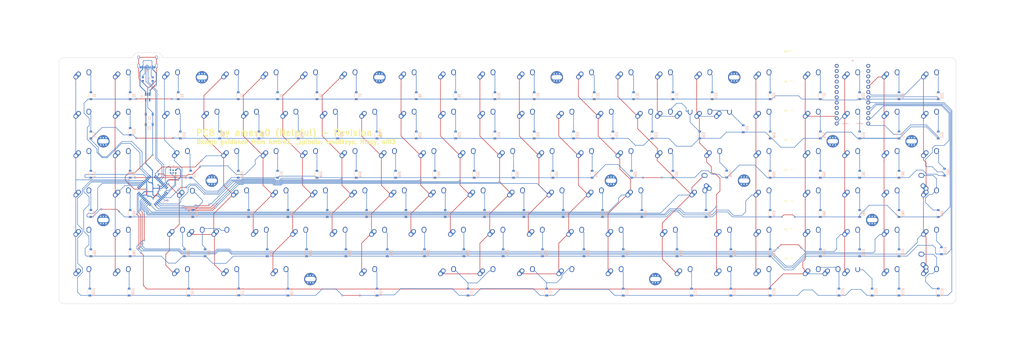
<source format=kicad_pcb>
(kicad_pcb (version 20171130) (host pcbnew "(5.0.0-rc2-dev-733-g23a9fcd91)")
  (layers (0 F.Cu signal) (31 B.Cu signal) (34 B.Paste user) (35 F.Paste user) (36 B.SilkS user) (37 F.SilkS user) (38 B.Mask user) (39 F.Mask user) (44 Edge.Cuts user))
  (net 0 "")
  (net 1 ROW0)
  (net 2 "Net-(D1-Pad2)")
  (net 3 "Net-(D2-Pad2)")
  (net 4 "Net-(D3-Pad2)")
  (net 5 "Net-(D4-Pad2)")
  (net 6 "Net-(D5-Pad2)")
  (net 7 "Net-(D6-Pad2)")
  (net 8 "Net-(D7-Pad2)")
  (net 9 "Net-(D8-Pad2)")
  (net 10 "Net-(D9-Pad2)")
  (net 11 "Net-(D10-Pad2)")
  (net 12 "Net-(D11-Pad2)")
  (net 13 "Net-(D12-Pad2)")
  (net 14 "Net-(D13-Pad2)")
  (net 15 "Net-(D14-Pad2)")
  (net 16 "Net-(D15-Pad2)")
  (net 17 "Net-(D16-Pad2)")
  (net 18 "Net-(D17-Pad2)")
  (net 19 "Net-(D18-Pad2)")
  (net 20 "Net-(D19-Pad2)")
  (net 21 "Net-(D20-Pad2)")
  (net 22 ROW1)
  (net 23 "Net-(D21-Pad2)")
  (net 24 "Net-(D22-Pad2)")
  (net 25 "Net-(D23-Pad2)")
  (net 26 "Net-(D24-Pad2)")
  (net 27 "Net-(D25-Pad2)")
  (net 28 "Net-(D26-Pad2)")
  (net 29 "Net-(D27-Pad2)")
  (net 30 "Net-(D28-Pad2)")
  (net 31 "Net-(D29-Pad2)")
  (net 32 "Net-(D30-Pad2)")
  (net 33 "Net-(D31-Pad2)")
  (net 34 "Net-(D32-Pad2)")
  (net 35 "Net-(D33-Pad2)")
  (net 36 "Net-(D34-Pad2)")
  (net 37 "Net-(D35-Pad2)")
  (net 38 "Net-(D36-Pad2)")
  (net 39 "Net-(D37-Pad2)")
  (net 40 "Net-(D38-Pad2)")
  (net 41 "Net-(D39-Pad2)")
  (net 42 "Net-(D40-Pad2)")
  (net 43 "Net-(D41-Pad2)")
  (net 44 "Net-(D42-Pad2)")
  (net 45 ROW2)
  (net 46 "Net-(D43-Pad2)")
  (net 47 "Net-(D44-Pad2)")
  (net 48 "Net-(D45-Pad2)")
  (net 49 "Net-(D46-Pad2)")
  (net 50 "Net-(D47-Pad2)")
  (net 51 "Net-(D48-Pad2)")
  (net 52 "Net-(D49-Pad2)")
  (net 53 "Net-(D50-Pad2)")
  (net 54 "Net-(D51-Pad2)")
  (net 55 "Net-(D52-Pad2)")
  (net 56 "Net-(D53-Pad2)")
  (net 57 "Net-(D54-Pad2)")
  (net 58 "Net-(D55-Pad2)")
  (net 59 "Net-(D56-Pad2)")
  (net 60 "Net-(D57-Pad2)")
  (net 61 "Net-(D58-Pad2)")
  (net 62 "Net-(D59-Pad2)")
  (net 63 "Net-(D60-Pad2)")
  (net 64 "Net-(D61-Pad2)")
  (net 65 "Net-(D62-Pad2)")
  (net 66 "Net-(D63-Pad2)")
  (net 67 "Net-(D64-Pad2)")
  (net 68 ROW3)
  (net 69 "Net-(D65-Pad2)")
  (net 70 "Net-(D66-Pad2)")
  (net 71 "Net-(D67-Pad2)")
  (net 72 "Net-(D68-Pad2)")
  (net 73 "Net-(D69-Pad2)")
  (net 74 "Net-(D70-Pad2)")
  (net 75 "Net-(D71-Pad2)")
  (net 76 "Net-(D72-Pad2)")
  (net 77 "Net-(D73-Pad2)")
  (net 78 "Net-(D74-Pad2)")
  (net 79 "Net-(D75-Pad2)")
  (net 80 "Net-(D76-Pad2)")
  (net 81 "Net-(D77-Pad2)")
  (net 82 "Net-(D78-Pad2)")
  (net 83 "Net-(D79-Pad2)")
  (net 84 "Net-(D80-Pad2)")
  (net 85 "Net-(D81-Pad2)")
  (net 86 "Net-(D82-Pad2)")
  (net 87 "Net-(D83-Pad2)")
  (net 88 ROW4)
  (net 89 "Net-(D84-Pad2)")
  (net 90 "Net-(D85-Pad2)")
  (net 91 "Net-(D86-Pad2)")
  (net 92 "Net-(D87-Pad2)")
  (net 93 "Net-(D88-Pad2)")
  (net 94 "Net-(D89-Pad2)")
  (net 95 "Net-(D90-Pad2)")
  (net 96 "Net-(D91-Pad2)")
  (net 97 "Net-(D92-Pad2)")
  (net 98 "Net-(D93-Pad2)")
  (net 99 "Net-(D94-Pad2)")
  (net 100 "Net-(D95-Pad2)")
  (net 101 "Net-(D96-Pad2)")
  (net 102 "Net-(D97-Pad2)")
  (net 103 "Net-(D98-Pad2)")
  (net 104 "Net-(D99-Pad2)")
  (net 105 "Net-(D100-Pad2)")
  (net 106 "Net-(D101-Pad2)")
  (net 107 "Net-(D102-Pad2)")
  (net 108 "Net-(D103-Pad2)")
  (net 109 "Net-(D104-Pad2)")
  (net 110 ROW5)
  (net 111 "Net-(D105-Pad2)")
  (net 112 "Net-(D106-Pad2)")
  (net 113 "Net-(D107-Pad2)")
  (net 114 "Net-(D108-Pad2)")
  (net 115 "Net-(D109-Pad2)")
  (net 116 "Net-(D110-Pad2)")
  (net 117 "Net-(D111-Pad2)")
  (net 118 "Net-(D112-Pad2)")
  (net 119 "Net-(D113-Pad2)")
  (net 120 "Net-(D114-Pad2)")
  (net 121 "Net-(D115-Pad2)")
  (net 122 "Net-(D116-Pad2)")
  (net 123 "Net-(D117-Pad2)")
  (net 124 "Net-(D118-Pad2)")
  (net 125 "Net-(D119-Pad2)")
  (net 126 "Net-(J1-PadA6)")
  (net 127 GND)
  (net 128 +5V)
  (net 129 "Net-(J1-PadA7)")
  (net 130 "Net-(J1-PadA8)")
  (net 131 "Net-(J1-PadB5)")
  (net 132 "Net-(J1-PadA5)")
  (net 133 "Net-(J1-PadB8)")
  (net 134 COL0)
  (net 135 COL1)
  (net 136 COL2)
  (net 137 COL3)
  (net 138 COL4)
  (net 139 COL5)
  (net 140 COL6)
  (net 141 COL7)
  (net 142 COL8)
  (net 143 COL9)
  (net 144 COL10)
  (net 145 COL11)
  (net 146 COL12)
  (net 147 COL13)
  (net 148 COL14)
  (net 149 COL15)
  (net 150 COL16)
  (net 151 COL17)
  (net 152 COL18)
  (net 153 COL19)
  (net 154 "Net-(K115-Pad1)")
  (net 155 "Net-(K117-Pad1)")
  (net 156 PDI)
  (net 157 VCC)
  (net 158 "Net-(P1-Pad3)")
  (net 159 "Net-(P1-Pad4)")
  (net 160 RST)
  (net 161 "Net-(U1-Pad4)")
  (net 162 "Net-(U2-Pad12)")
  (net 163 "Net-(U2-Pad25)")
  (net 164 "Net-(U2-Pad33)")
  (net 165 "Net-(U2-Pad36)")
  (net 166 "Net-(U2-Pad40)")
  (net 167 SDA)
  (net 168 SCL)
  (net 169 "Net-(D120-Pad2)")
  (net 170 "Net-(B1-Pad1)")
  (net 171 "Net-(B1-Pad2)")
  (net 172 "Net-(B1-Pad3)")
  (net 173 "Net-(B1-Pad4)")
  (net 174 "Net-(B1-Pad21)")
  (net 175 "Net-(B1-Pad22)")
  (net 176 "Net-(B1-Pad23)")
  (net 177 "Net-(B1-Pad24)")
  (net 178 "Net-(B1-Pad15)")
  (net 179 "Net-(B1-Pad16)")
  (net 180 "Net-(B1-Pad17)")
  (net 181 "Net-(B1-Pad18)")
  (net 182 "Net-(B1-Pad19)")
  (net 183 "Net-(B1-Pad20)")
  (module ai03_hybrid:MX-1U-NoLED (layer F.Cu) (at 83.34375 147.6375)
    (fp_text reference K68)
    (fp_text value KEYSW)
    (pad 2 thru_hole oval (at 2.5 -4.5 86.0548) (size 2.831378 2.25) (drill 1.47 (offset 0.290689 0)) (layers *.Cu B.Mask) (net 69 "Net-(D65-Pad2)"))
    (pad 2 thru_hole circle (at 2.54 -5.08) (size 2.25 2.25) (drill 1.47) (layers *.Cu B.Mask) (net 69 "Net-(D65-Pad2)"))
    (pad 1 thru_hole oval (at -3.81 -2.54 48.0996) (size 4.211556 2.25) (drill 1.47 (offset 0.980778 0)) (layers *.Cu B.Mask) (net 135 COL1))
    (pad "" np_thru_hole circle (at 0 0) (size 3.9878 3.9878) (drill 3.9878) (layers *.Cu *.Mask))
    (pad 1 thru_hole circle (at -2.5 -4) (size 2.25 2.25) (drill 1.47) (layers *.Cu B.Mask) (net 135 COL1))
    (pad "" np_thru_hole circle (at -5.08 0 48.0996) (size 1.75 1.75) (drill 1.75) (layers *.Cu *.Mask))
    (pad "" np_thru_hole circle (at 5.08 0 48.0996) (size 1.75 1.75) (drill 1.75) (layers *.Cu *.Mask))
  )
  (module Helpful:slot_10mm (layer F.Cu) (at 404.76 75.21)
    (fp_text reference REF** (at 0 0.5) (layer F.SilkS))
    (fp_text value slot_10mm)
    (pad "" np_thru_hole oval (at 0 12.7) (size 1 8) (drill oval 1 8) (layers *.Cu *.Mask))
  )
  (module Helpful:slot_10mm (layer F.Cu) (at 404.92 89.79)
    (fp_text reference REF** (at 0 0.5) (layer F.SilkS))
    (fp_text value slot_10mm)
    (pad "" np_thru_hole oval (at 0 12.7) (size 1 8) (drill oval 1 8) (layers *.Cu *.Mask))
  )
  (module Helpful:slot_10mm (layer F.Cu) (at 404.92 103.88)
    (fp_text reference REF** (at 0 0.5) (layer F.SilkS))
    (fp_text value slot_10mm)
    (pad "" np_thru_hole oval (at 0 12.7) (size 1 8) (drill oval 1 8) (layers *.Cu *.Mask))
  )
  (module Diode_SMD:D_SOD-123 (layer B.Cu) (at 117 154 90)
    (fp_text reference D66 (at 0 2 90) (layer B.SilkS) (effects (justify mirror)))
    (fp_text value D)
    (pad 2 smd rect (at 1.65 0 90) (size 0.9 1.2) (layers B.Cu B.Paste B.Mask) (net 70 "Net-(D66-Pad2)"))
    (pad 1 smd rect (at -1.65 0 90) (size 0.9 1.2) (layers B.Cu B.Paste B.Mask) (net 68 ROW3))
  )
  (module ai03_hybrid:MX-1.75U-NoLED (layer F.Cu) (at 114.3 147.79625)
    (fp_text reference K69)
    (fp_text value KEYSW)
    (pad 2 thru_hole oval (at 2.5 -4.5 86.0548) (size 2.831378 2.25) (drill 1.47 (offset 0.290689 0)) (layers *.Cu B.Mask) (net 70 "Net-(D66-Pad2)"))
    (pad 2 thru_hole circle (at 2.54 -5.08) (size 2.25 2.25) (drill 1.47) (layers *.Cu B.Mask) (net 70 "Net-(D66-Pad2)"))
    (pad 1 thru_hole oval (at -3.81 -2.54 48.0996) (size 4.211556 2.25) (drill 1.47 (offset 0.980778 0)) (layers *.Cu B.Mask) (net 136 COL2))
    (pad "" np_thru_hole circle (at 0 0) (size 3.9878 3.9878) (drill 3.9878) (layers *.Cu *.Mask))
    (pad 1 thru_hole circle (at -2.5 -4) (size 2.25 2.25) (drill 1.47) (layers *.Cu B.Mask) (net 136 COL2))
    (pad "" np_thru_hole circle (at -5.08 0 48.0996) (size 1.75 1.75) (drill 1.75) (layers *.Cu *.Mask))
    (pad "" np_thru_hole circle (at 5.08 0 48.0996) (size 1.75 1.75) (drill 1.75) (layers *.Cu *.Mask))
  )
  (module ai03_hybrid:MX-2.25U-NoLED (layer F.Cu) (at 361.95 147.6375)
    (fp_text reference K81)
    (fp_text value KEYSW)
    (pad "" np_thru_hole circle (at 11.938 8.255) (size 3.9878 3.9878) (drill 3.9878) (layers *.Cu *.Mask))
    (pad "" np_thru_hole circle (at -11.938 8.255) (size 3.9878 3.9878) (drill 3.9878) (layers *.Cu *.Mask))
    (pad "" np_thru_hole circle (at 11.938 -6.985) (size 3.048 3.048) (drill 3.048) (layers *.Cu *.Mask))
    (pad "" np_thru_hole circle (at -11.938 -6.985) (size 3.048 3.048) (drill 3.048) (layers *.Cu *.Mask))
    (pad "" np_thru_hole circle (at 5.08 0 48.0996) (size 1.75 1.75) (drill 1.75) (layers *.Cu *.Mask))
    (pad "" np_thru_hole circle (at -5.08 0 48.0996) (size 1.75 1.75) (drill 1.75) (layers *.Cu *.Mask))
    (pad 1 thru_hole circle (at -2.5 -4) (size 2.25 2.25) (drill 1.47) (layers *.Cu B.Mask) (net 146 COL12))
    (pad "" np_thru_hole circle (at 0 0) (size 3.9878 3.9878) (drill 3.9878) (layers *.Cu *.Mask))
    (pad 1 thru_hole oval (at -3.81 -2.54 48.0996) (size 4.211556 2.25) (drill 1.47 (offset 0.980778 0)) (layers *.Cu B.Mask) (net 146 COL12))
    (pad 2 thru_hole circle (at 2.54 -5.08) (size 2.25 2.25) (drill 1.47) (layers *.Cu B.Mask) (net 82 "Net-(D78-Pad2)"))
    (pad 2 thru_hole oval (at 2.5 -4.5 86.0548) (size 2.831378 2.25) (drill 1.47 (offset 0.290689 0)) (layers *.Cu B.Mask) (net 82 "Net-(D78-Pad2)"))
  )
  (module Diode_SMD:D_SOD-123 (layer B.Cu) (at 329 135 90)
    (fp_text reference D56 (at 0 2 90) (layer B.SilkS) (effects (justify mirror)))
    (fp_text value D)
    (pad 2 smd rect (at 1.65 0 90) (size 0.9 1.2) (layers B.Cu B.Paste B.Mask) (net 59 "Net-(D56-Pad2)"))
    (pad 1 smd rect (at -1.65 0 90) (size 0.9 1.2) (layers B.Cu B.Paste B.Mask) (net 45 ROW2))
  )
  (module Helpful:slot_10mm (layer F.Cu) (at 404.86 161.23)
    (fp_text reference REF** (at 0 0.5) (layer F.SilkS))
    (fp_text value slot_10mm)
    (pad "" np_thru_hole oval (at 0 12.7) (size 1 8) (drill oval 1 8) (layers *.Cu *.Mask))
  )
  (module Diode_SMD:D_SOD-123 (layer B.Cu) (at 95.98125 106)
    (fp_text reference C1 (at 0 2) (layer B.SilkS) (effects (justify mirror)))
    (fp_text value 10uf)
    (pad 2 smd rect (at 1.65 0) (size 0.9 1.2) (layers B.Cu B.Paste B.Mask) (net 127 GND))
    (pad 1 smd rect (at -1.65 0) (size 0.9 1.2) (layers B.Cu B.Paste B.Mask) (net 157 VCC))
  )
  (module Diode_SMD:D_SOD-123 (layer B.Cu) (at 95.98125 111)
    (fp_text reference C2 (at 0 2) (layer B.SilkS) (effects (justify mirror)))
    (fp_text value 0.4uf)
    (pad 2 smd rect (at 1.65 0) (size 0.9 1.2) (layers B.Cu B.Paste B.Mask) (net 127 GND))
    (pad 1 smd rect (at -1.65 0) (size 0.9 1.2) (layers B.Cu B.Paste B.Mask) (net 157 VCC))
  )
  (module Diode_SMD:D_SOD-123 (layer B.Cu) (at 67.7625 97 90)
    (fp_text reference D1 (at 0 2 90) (layer B.SilkS) (effects (justify mirror)))
    (fp_text value D)
    (pad 1 smd rect (at -1.65 0 90) (size 0.9 1.2) (layers B.Cu B.Paste B.Mask) (net 1 ROW0))
    (pad 2 smd rect (at 1.65 0 90) (size 0.9 1.2) (layers B.Cu B.Paste B.Mask) (net 2 "Net-(D1-Pad2)"))
  )
  (module Diode_SMD:D_SOD-123 (layer B.Cu) (at 86.7625 97 90)
    (fp_text reference D2 (at 0 2 90) (layer B.SilkS) (effects (justify mirror)))
    (fp_text value D)
    (pad 2 smd rect (at 1.65 0 90) (size 0.9 1.2) (layers B.Cu B.Paste B.Mask) (net 3 "Net-(D2-Pad2)"))
    (pad 1 smd rect (at -1.65 0 90) (size 0.9 1.2) (layers B.Cu B.Paste B.Mask) (net 1 ROW0))
  )
  (module Diode_SMD:D_SOD-123 (layer B.Cu) (at 110 97 90)
    (fp_text reference D3 (at 0 2 90) (layer B.SilkS) (effects (justify mirror)))
    (fp_text value D)
    (pad 1 smd rect (at -1.65 0 90) (size 0.9 1.2) (layers B.Cu B.Paste B.Mask) (net 1 ROW0))
    (pad 2 smd rect (at 1.65 0 90) (size 0.9 1.2) (layers B.Cu B.Paste B.Mask) (net 4 "Net-(D3-Pad2)"))
  )
  (module Diode_SMD:D_SOD-123 (layer B.Cu) (at 139 97 90)
    (fp_text reference D4 (at 0 2 90) (layer B.SilkS) (effects (justify mirror)))
    (fp_text value D)
    (pad 2 smd rect (at 1.65 0 90) (size 0.9 1.2) (layers B.Cu B.Paste B.Mask) (net 5 "Net-(D4-Pad2)"))
    (pad 1 smd rect (at -1.65 0 90) (size 0.9 1.2) (layers B.Cu B.Paste B.Mask) (net 1 ROW0))
  )
  (module Diode_SMD:D_SOD-123 (layer B.Cu) (at 158 97 90)
    (fp_text reference D5 (at 0 2 90) (layer B.SilkS) (effects (justify mirror)))
    (fp_text value D)
    (pad 1 smd rect (at -1.65 0 90) (size 0.9 1.2) (layers B.Cu B.Paste B.Mask) (net 1 ROW0))
    (pad 2 smd rect (at 1.65 0 90) (size 0.9 1.2) (layers B.Cu B.Paste B.Mask) (net 6 "Net-(D5-Pad2)"))
  )
  (module Diode_SMD:D_SOD-123 (layer B.Cu) (at 177 97 90)
    (fp_text reference D6 (at 0 2 90) (layer B.SilkS) (effects (justify mirror)))
    (fp_text value D)
    (pad 2 smd rect (at 1.65 0 90) (size 0.9 1.2) (layers B.Cu B.Paste B.Mask) (net 7 "Net-(D6-Pad2)"))
    (pad 1 smd rect (at -1.65 0 90) (size 0.9 1.2) (layers B.Cu B.Paste B.Mask) (net 1 ROW0))
  )
  (module Diode_SMD:D_SOD-123 (layer B.Cu) (at 196 97 90)
    (fp_text reference D7 (at 0 2 90) (layer B.SilkS) (effects (justify mirror)))
    (fp_text value D)
    (pad 1 smd rect (at -1.65 0 90) (size 0.9 1.2) (layers B.Cu B.Paste B.Mask) (net 1 ROW0))
    (pad 2 smd rect (at 1.65 0 90) (size 0.9 1.2) (layers B.Cu B.Paste B.Mask) (net 8 "Net-(D7-Pad2)"))
  )
  (module Diode_SMD:D_SOD-123 (layer B.Cu) (at 225 97 90)
    (fp_text reference D8 (at 0 2 90) (layer B.SilkS) (effects (justify mirror)))
    (fp_text value D)
    (pad 2 smd rect (at 1.65 0 90) (size 0.9 1.2) (layers B.Cu B.Paste B.Mask) (net 9 "Net-(D8-Pad2)"))
    (pad 1 smd rect (at -1.65 0 90) (size 0.9 1.2) (layers B.Cu B.Paste B.Mask) (net 1 ROW0))
  )
  (module Diode_SMD:D_SOD-123 (layer B.Cu) (at 244 97 90)
    (fp_text reference D9 (at 0 2 90) (layer B.SilkS) (effects (justify mirror)))
    (fp_text value D)
    (pad 1 smd rect (at -1.65 0 90) (size 0.9 1.2) (layers B.Cu B.Paste B.Mask) (net 1 ROW0))
    (pad 2 smd rect (at 1.65 0 90) (size 0.9 1.2) (layers B.Cu B.Paste B.Mask) (net 10 "Net-(D9-Pad2)"))
  )
  (module Diode_SMD:D_SOD-123 (layer B.Cu) (at 263 97 90)
    (fp_text reference D10 (at 0 2 90) (layer B.SilkS) (effects (justify mirror)))
    (fp_text value D)
    (pad 1 smd rect (at -1.65 0 90) (size 0.9 1.2) (layers B.Cu B.Paste B.Mask) (net 1 ROW0))
    (pad 2 smd rect (at 1.65 0 90) (size 0.9 1.2) (layers B.Cu B.Paste B.Mask) (net 11 "Net-(D10-Pad2)"))
  )
  (module Diode_SMD:D_SOD-123 (layer B.Cu) (at 282 97 90)
    (fp_text reference D11 (at 0 2 90) (layer B.SilkS) (effects (justify mirror)))
    (fp_text value D)
    (pad 1 smd rect (at -1.65 0 90) (size 0.9 1.2) (layers B.Cu B.Paste B.Mask) (net 1 ROW0))
    (pad 2 smd rect (at 1.65 0 90) (size 0.9 1.2) (layers B.Cu B.Paste B.Mask) (net 12 "Net-(D11-Pad2)"))
  )
  (module Diode_SMD:D_SOD-123 (layer B.Cu) (at 311 97 90)
    (fp_text reference D12 (at 0 2 90) (layer B.SilkS) (effects (justify mirror)))
    (fp_text value D)
    (pad 2 smd rect (at 1.65 0 90) (size 0.9 1.2) (layers B.Cu B.Paste B.Mask) (net 13 "Net-(D12-Pad2)"))
    (pad 1 smd rect (at -1.65 0 90) (size 0.9 1.2) (layers B.Cu B.Paste B.Mask) (net 1 ROW0))
  )
  (module Diode_SMD:D_SOD-123 (layer B.Cu) (at 330 97 90)
    (fp_text reference D13 (at 0 2 90) (layer B.SilkS) (effects (justify mirror)))
    (fp_text value D)
    (pad 1 smd rect (at -1.65 0 90) (size 0.9 1.2) (layers B.Cu B.Paste B.Mask) (net 1 ROW0))
    (pad 2 smd rect (at 1.65 0 90) (size 0.9 1.2) (layers B.Cu B.Paste B.Mask) (net 14 "Net-(D13-Pad2)"))
  )
  (module Diode_SMD:D_SOD-123 (layer B.Cu) (at 349 97 90)
    (fp_text reference D14 (at 0 2 90) (layer B.SilkS) (effects (justify mirror)))
    (fp_text value D)
    (pad 2 smd rect (at 1.65 0 90) (size 0.9 1.2) (layers B.Cu B.Paste B.Mask) (net 15 "Net-(D14-Pad2)"))
    (pad 1 smd rect (at -1.65 0 90) (size 0.9 1.2) (layers B.Cu B.Paste B.Mask) (net 1 ROW0))
  )
  (module Diode_SMD:D_SOD-123 (layer B.Cu) (at 368 97 90)
    (fp_text reference D15 (at 0 2 90) (layer B.SilkS) (effects (justify mirror)))
    (fp_text value D)
    (pad 1 smd rect (at -1.65 0 90) (size 0.9 1.2) (layers B.Cu B.Paste B.Mask) (net 1 ROW0))
    (pad 2 smd rect (at 1.65 0 90) (size 0.9 1.2) (layers B.Cu B.Paste B.Mask) (net 16 "Net-(D15-Pad2)"))
  )
  (module Diode_SMD:D_SOD-123 (layer B.Cu) (at 396 97 90)
    (fp_text reference D16 (at 0 2 90) (layer B.SilkS) (effects (justify mirror)))
    (fp_text value D)
    (pad 2 smd rect (at 1.65 0 90) (size 0.9 1.2) (layers B.Cu B.Paste B.Mask) (net 17 "Net-(D16-Pad2)"))
    (pad 1 smd rect (at -1.65 0 90) (size 0.9 1.2) (layers B.Cu B.Paste B.Mask) (net 1 ROW0))
  )
  (module Diode_SMD:D_SOD-123 (layer B.Cu) (at 420.2375 97 90)
    (fp_text reference D17 (at 0 2 90) (layer B.SilkS) (effects (justify mirror)))
    (fp_text value D)
    (pad 1 smd rect (at -1.65 0 90) (size 0.9 1.2) (layers B.Cu B.Paste B.Mask) (net 1 ROW0))
    (pad 2 smd rect (at 1.65 0 90) (size 0.9 1.2) (layers B.Cu B.Paste B.Mask) (net 18 "Net-(D17-Pad2)"))
  )
  (module Diode_SMD:D_SOD-123 (layer B.Cu) (at 439.2375 97 90)
    (fp_text reference D18 (at 0 2 90) (layer B.SilkS) (effects (justify mirror)))
    (fp_text value D)
    (pad 2 smd rect (at 1.65 0 90) (size 0.9 1.2) (layers B.Cu B.Paste B.Mask) (net 19 "Net-(D18-Pad2)"))
    (pad 1 smd rect (at -1.65 0 90) (size 0.9 1.2) (layers B.Cu B.Paste B.Mask) (net 1 ROW0))
  )
  (module Diode_SMD:D_SOD-123 (layer B.Cu) (at 458.2375 97 90)
    (fp_text reference D19 (at 0 2 90) (layer B.SilkS) (effects (justify mirror)))
    (fp_text value D)
    (pad 1 smd rect (at -1.65 0 90) (size 0.9 1.2) (layers B.Cu B.Paste B.Mask) (net 1 ROW0))
    (pad 2 smd rect (at 1.65 0 90) (size 0.9 1.2) (layers B.Cu B.Paste B.Mask) (net 20 "Net-(D19-Pad2)"))
  )
  (module Diode_SMD:D_SOD-123 (layer B.Cu) (at 477.2375 97 90)
    (fp_text reference D20 (at 0 2 90) (layer B.SilkS) (effects (justify mirror)))
    (fp_text value D)
    (pad 2 smd rect (at 1.65 0 90) (size 0.9 1.2) (layers B.Cu B.Paste B.Mask) (net 21 "Net-(D20-Pad2)"))
    (pad 1 smd rect (at -1.65 0 90) (size 0.9 1.2) (layers B.Cu B.Paste B.Mask) (net 1 ROW0))
  )
  (module Diode_SMD:D_SOD-123 (layer B.Cu) (at 67.7625 116 90)
    (fp_text reference D21 (at 0 2 90) (layer B.SilkS) (effects (justify mirror)))
    (fp_text value D)
    (pad 1 smd rect (at -1.65 0 90) (size 0.9 1.2) (layers B.Cu B.Paste B.Mask) (net 22 ROW1))
    (pad 2 smd rect (at 1.65 0 90) (size 0.9 1.2) (layers B.Cu B.Paste B.Mask) (net 23 "Net-(D21-Pad2)"))
  )
  (module Diode_SMD:D_SOD-123 (layer B.Cu) (at 86.7625 114.3 90)
    (fp_text reference D22 (at 0 2 90) (layer B.SilkS) (effects (justify mirror)))
    (fp_text value D)
    (pad 2 smd rect (at 1.65 0 90) (size 0.9 1.2) (layers B.Cu B.Paste B.Mask) (net 24 "Net-(D22-Pad2)"))
    (pad 1 smd rect (at -1.65 0 90) (size 0.9 1.2) (layers B.Cu B.Paste B.Mask) (net 22 ROW1))
  )
  (module Diode_SMD:D_SOD-123 (layer B.Cu) (at 111 116 90)
    (fp_text reference D23 (at 0 2 90) (layer B.SilkS) (effects (justify mirror)))
    (fp_text value D)
    (pad 1 smd rect (at -1.65 0 90) (size 0.9 1.2) (layers B.Cu B.Paste B.Mask) (net 22 ROW1))
    (pad 2 smd rect (at 1.65 0 90) (size 0.9 1.2) (layers B.Cu B.Paste B.Mask) (net 25 "Net-(D23-Pad2)"))
  )
  (module Diode_SMD:D_SOD-123 (layer B.Cu) (at 130 116 90)
    (fp_text reference D24 (at 0 2 90) (layer B.SilkS) (effects (justify mirror)))
    (fp_text value D)
    (pad 2 smd rect (at 1.65 0 90) (size 0.9 1.2) (layers B.Cu B.Paste B.Mask) (net 26 "Net-(D24-Pad2)"))
    (pad 1 smd rect (at -1.65 0 90) (size 0.9 1.2) (layers B.Cu B.Paste B.Mask) (net 22 ROW1))
  )
  (module Diode_SMD:D_SOD-123 (layer B.Cu) (at 149 116 90)
    (fp_text reference D25 (at 0 2 90) (layer B.SilkS) (effects (justify mirror)))
    (fp_text value D)
    (pad 1 smd rect (at -1.65 0 90) (size 0.9 1.2) (layers B.Cu B.Paste B.Mask) (net 22 ROW1))
    (pad 2 smd rect (at 1.65 0 90) (size 0.9 1.2) (layers B.Cu B.Paste B.Mask) (net 27 "Net-(D25-Pad2)"))
  )
  (module Diode_SMD:D_SOD-123 (layer B.Cu) (at 168 116 90)
    (fp_text reference D26 (at 0 2 90) (layer B.SilkS) (effects (justify mirror)))
    (fp_text value D)
    (pad 2 smd rect (at 1.65 0 90) (size 0.9 1.2) (layers B.Cu B.Paste B.Mask) (net 28 "Net-(D26-Pad2)"))
    (pad 1 smd rect (at -1.65 0 90) (size 0.9 1.2) (layers B.Cu B.Paste B.Mask) (net 22 ROW1))
  )
  (module Diode_SMD:D_SOD-123 (layer B.Cu) (at 187 116 90)
    (fp_text reference D27 (at 0 2 90) (layer B.SilkS) (effects (justify mirror)))
    (fp_text value D)
    (pad 1 smd rect (at -1.65 0 90) (size 0.9 1.2) (layers B.Cu B.Paste B.Mask) (net 22 ROW1))
    (pad 2 smd rect (at 1.65 0 90) (size 0.9 1.2) (layers B.Cu B.Paste B.Mask) (net 29 "Net-(D27-Pad2)"))
  )
  (module Diode_SMD:D_SOD-123 (layer B.Cu) (at 206 116 90)
    (fp_text reference D28 (at 0 2 90) (layer B.SilkS) (effects (justify mirror)))
    (fp_text value D)
    (pad 2 smd rect (at 1.65 0 90) (size 0.9 1.2) (layers B.Cu B.Paste B.Mask) (net 30 "Net-(D28-Pad2)"))
    (pad 1 smd rect (at -1.65 0 90) (size 0.9 1.2) (layers B.Cu B.Paste B.Mask) (net 22 ROW1))
  )
  (module Diode_SMD:D_SOD-123 (layer B.Cu) (at 225 116 90)
    (fp_text reference D29 (at 0 2 90) (layer B.SilkS) (effects (justify mirror)))
    (fp_text value D)
    (pad 1 smd rect (at -1.65 0 90) (size 0.9 1.2) (layers B.Cu B.Paste B.Mask) (net 22 ROW1))
    (pad 2 smd rect (at 1.65 0 90) (size 0.9 1.2) (layers B.Cu B.Paste B.Mask) (net 31 "Net-(D29-Pad2)"))
  )
  (module Diode_SMD:D_SOD-123 (layer B.Cu) (at 244 116 90)
    (fp_text reference D30 (at 0 2 90) (layer B.SilkS) (effects (justify mirror)))
    (fp_text value D)
    (pad 2 smd rect (at 1.65 0 90) (size 0.9 1.2) (layers B.Cu B.Paste B.Mask) (net 32 "Net-(D30-Pad2)"))
    (pad 1 smd rect (at -1.65 0 90) (size 0.9 1.2) (layers B.Cu B.Paste B.Mask) (net 22 ROW1))
  )
  (module Diode_SMD:D_SOD-123 (layer B.Cu) (at 263 116 90)
    (fp_text reference D31 (at 0 2 90) (layer B.SilkS) (effects (justify mirror)))
    (fp_text value D)
    (pad 2 smd rect (at 1.65 0 90) (size 0.9 1.2) (layers B.Cu B.Paste B.Mask) (net 33 "Net-(D31-Pad2)"))
    (pad 1 smd rect (at -1.65 0 90) (size 0.9 1.2) (layers B.Cu B.Paste B.Mask) (net 22 ROW1))
  )
  (module Diode_SMD:D_SOD-123 (layer B.Cu) (at 282 116 90)
    (fp_text reference D32 (at 0 2 90) (layer B.SilkS) (effects (justify mirror)))
    (fp_text value D)
    (pad 2 smd rect (at 1.65 0 90) (size 0.9 1.2) (layers B.Cu B.Paste B.Mask) (net 34 "Net-(D32-Pad2)"))
    (pad 1 smd rect (at -1.65 0 90) (size 0.9 1.2) (layers B.Cu B.Paste B.Mask) (net 22 ROW1))
  )
  (module Diode_SMD:D_SOD-123 (layer B.Cu) (at 301 116 90)
    (fp_text reference D33 (at 0 2 90) (layer B.SilkS) (effects (justify mirror)))
    (fp_text value D)
    (pad 1 smd rect (at -1.65 0 90) (size 0.9 1.2) (layers B.Cu B.Paste B.Mask) (net 22 ROW1))
    (pad 2 smd rect (at 1.65 0 90) (size 0.9 1.2) (layers B.Cu B.Paste B.Mask) (net 35 "Net-(D33-Pad2)"))
  )
  (module Diode_SMD:D_SOD-123 (layer B.Cu) (at 320 116 90)
    (fp_text reference D34 (at 0 2 90) (layer B.SilkS) (effects (justify mirror)))
    (fp_text value D)
    (pad 2 smd rect (at 1.65 0 90) (size 0.9 1.2) (layers B.Cu B.Paste B.Mask) (net 36 "Net-(D34-Pad2)"))
    (pad 1 smd rect (at -1.65 0 90) (size 0.9 1.2) (layers B.Cu B.Paste B.Mask) (net 22 ROW1))
  )
  (module Diode_SMD:D_SOD-123 (layer B.Cu) (at 339 116 90)
    (fp_text reference D35 (at 0 2 90) (layer B.SilkS) (effects (justify mirror)))
    (fp_text value D)
    (pad 1 smd rect (at -1.65 0 90) (size 0.9 1.2) (layers B.Cu B.Paste B.Mask) (net 22 ROW1))
    (pad 2 smd rect (at 1.65 0 90) (size 0.9 1.2) (layers B.Cu B.Paste B.Mask) (net 37 "Net-(D35-Pad2)"))
  )
  (module Diode_SMD:D_SOD-123 (layer B.Cu) (at 362 116 90)
    (fp_text reference D36 (at 0 2 90) (layer B.SilkS) (effects (justify mirror)))
    (fp_text value D)
    (pad 2 smd rect (at 1.65 0 90) (size 0.9 1.2) (layers B.Cu B.Paste B.Mask) (net 38 "Net-(D36-Pad2)"))
    (pad 1 smd rect (at -1.65 0 90) (size 0.9 1.2) (layers B.Cu B.Paste B.Mask) (net 22 ROW1))
  )
  (module Diode_SMD:D_SOD-123 (layer B.Cu) (at 383 113 90)
    (fp_text reference D37 (at 0 2 90) (layer B.SilkS) (effects (justify mirror)))
    (fp_text value D)
    (pad 1 smd rect (at -1.65 0 90) (size 0.9 1.2) (layers B.Cu B.Paste B.Mask) (net 22 ROW1))
    (pad 2 smd rect (at 1.65 0 90) (size 0.9 1.2) (layers B.Cu B.Paste B.Mask) (net 39 "Net-(D37-Pad2)"))
  )
  (module Diode_SMD:D_SOD-123 (layer B.Cu) (at 396 116 90)
    (fp_text reference D38 (at 0 2 90) (layer B.SilkS) (effects (justify mirror)))
    (fp_text value D)
    (pad 2 smd rect (at 1.65 0 90) (size 0.9 1.2) (layers B.Cu B.Paste B.Mask) (net 40 "Net-(D38-Pad2)"))
    (pad 1 smd rect (at -1.65 0 90) (size 0.9 1.2) (layers B.Cu B.Paste B.Mask) (net 22 ROW1))
  )
  (module Diode_SMD:D_SOD-123 (layer B.Cu) (at 420.2375 116 90)
    (fp_text reference D39 (at 0 2 90) (layer B.SilkS) (effects (justify mirror)))
    (fp_text value D)
    (pad 1 smd rect (at -1.65 0 90) (size 0.9 1.2) (layers B.Cu B.Paste B.Mask) (net 22 ROW1))
    (pad 2 smd rect (at 1.65 0 90) (size 0.9 1.2) (layers B.Cu B.Paste B.Mask) (net 41 "Net-(D39-Pad2)"))
  )
  (module Diode_SMD:D_SOD-123 (layer B.Cu) (at 439.2375 116 90)
    (fp_text reference D40 (at 0 2 90) (layer B.SilkS) (effects (justify mirror)))
    (fp_text value D)
    (pad 2 smd rect (at 1.65 0 90) (size 0.9 1.2) (layers B.Cu B.Paste B.Mask) (net 42 "Net-(D40-Pad2)"))
    (pad 1 smd rect (at -1.65 0 90) (size 0.9 1.2) (layers B.Cu B.Paste B.Mask) (net 22 ROW1))
  )
  (module Diode_SMD:D_SOD-123 (layer B.Cu) (at 458.2375 116 90)
    (fp_text reference D41 (at 0 2 90) (layer B.SilkS) (effects (justify mirror)))
    (fp_text value D)
    (pad 2 smd rect (at 1.65 0 90) (size 0.9 1.2) (layers B.Cu B.Paste B.Mask) (net 43 "Net-(D41-Pad2)"))
    (pad 1 smd rect (at -1.65 0 90) (size 0.9 1.2) (layers B.Cu B.Paste B.Mask) (net 22 ROW1))
  )
  (module Diode_SMD:D_SOD-123 (layer B.Cu) (at 477.2375 116 90)
    (fp_text reference D42 (at 0 2 90) (layer B.SilkS) (effects (justify mirror)))
    (fp_text value D)
    (pad 2 smd rect (at 1.65 0 90) (size 0.9 1.2) (layers B.Cu B.Paste B.Mask) (net 44 "Net-(D42-Pad2)"))
    (pad 1 smd rect (at -1.65 0 90) (size 0.9 1.2) (layers B.Cu B.Paste B.Mask) (net 22 ROW1))
  )
  (module Diode_SMD:D_SOD-123 (layer B.Cu) (at 67.7625 135 90)
    (fp_text reference D43 (at 0 2 90) (layer B.SilkS) (effects (justify mirror)))
    (fp_text value D)
    (pad 1 smd rect (at -1.65 0 90) (size 0.9 1.2) (layers B.Cu B.Paste B.Mask) (net 45 ROW2))
    (pad 2 smd rect (at 1.65 0 90) (size 0.9 1.2) (layers B.Cu B.Paste B.Mask) (net 46 "Net-(D43-Pad2)"))
  )
  (module Diode_SMD:D_SOD-123 (layer B.Cu) (at 86.7625 135 90)
    (fp_text reference D44 (at 0 2 90) (layer B.SilkS) (effects (justify mirror)))
    (fp_text value D)
    (pad 2 smd rect (at 1.65 0 90) (size 0.9 1.2) (layers B.Cu B.Paste B.Mask) (net 47 "Net-(D44-Pad2)"))
    (pad 1 smd rect (at -1.65 0 90) (size 0.9 1.2) (layers B.Cu B.Paste B.Mask) (net 45 ROW2))
  )
  (module Diode_SMD:D_SOD-123 (layer B.Cu) (at 116 135 90)
    (fp_text reference D45 (at 0 2 90) (layer B.SilkS) (effects (justify mirror)))
    (fp_text value D)
    (pad 1 smd rect (at -1.65 0 90) (size 0.9 1.2) (layers B.Cu B.Paste B.Mask) (net 45 ROW2))
    (pad 2 smd rect (at 1.65 0 90) (size 0.9 1.2) (layers B.Cu B.Paste B.Mask) (net 48 "Net-(D45-Pad2)"))
  )
  (module Diode_SMD:D_SOD-123 (layer B.Cu) (at 139 135 90)
    (fp_text reference D46 (at 0 2 90) (layer B.SilkS) (effects (justify mirror)))
    (fp_text value D)
    (pad 2 smd rect (at 1.65 0 90) (size 0.9 1.2) (layers B.Cu B.Paste B.Mask) (net 49 "Net-(D46-Pad2)"))
    (pad 1 smd rect (at -1.65 0 90) (size 0.9 1.2) (layers B.Cu B.Paste B.Mask) (net 45 ROW2))
  )
  (module Diode_SMD:D_SOD-123 (layer B.Cu) (at 158 135 90)
    (fp_text reference D47 (at 0 2 90) (layer B.SilkS) (effects (justify mirror)))
    (fp_text value D)
    (pad 1 smd rect (at -1.65 0 90) (size 0.9 1.2) (layers B.Cu B.Paste B.Mask) (net 45 ROW2))
    (pad 2 smd rect (at 1.65 0 90) (size 0.9 1.2) (layers B.Cu B.Paste B.Mask) (net 50 "Net-(D47-Pad2)"))
  )
  (module Diode_SMD:D_SOD-123 (layer B.Cu) (at 177 135 90)
    (fp_text reference D48 (at 0 2 90) (layer B.SilkS) (effects (justify mirror)))
    (fp_text value D)
    (pad 2 smd rect (at 1.65 0 90) (size 0.9 1.2) (layers B.Cu B.Paste B.Mask) (net 51 "Net-(D48-Pad2)"))
    (pad 1 smd rect (at -1.65 0 90) (size 0.9 1.2) (layers B.Cu B.Paste B.Mask) (net 45 ROW2))
  )
  (module Diode_SMD:D_SOD-123 (layer B.Cu) (at 196 135 90)
    (fp_text reference D49 (at 0 2 90) (layer B.SilkS) (effects (justify mirror)))
    (fp_text value D)
    (pad 1 smd rect (at -1.65 0 90) (size 0.9 1.2) (layers B.Cu B.Paste B.Mask) (net 45 ROW2))
    (pad 2 smd rect (at 1.65 0 90) (size 0.9 1.2) (layers B.Cu B.Paste B.Mask) (net 52 "Net-(D49-Pad2)"))
  )
  (module Diode_SMD:D_SOD-123 (layer B.Cu) (at 215 135 90)
    (fp_text reference D50 (at 0 2 90) (layer B.SilkS) (effects (justify mirror)))
    (fp_text value D)
    (pad 2 smd rect (at 1.65 0 90) (size 0.9 1.2) (layers B.Cu B.Paste B.Mask) (net 53 "Net-(D50-Pad2)"))
    (pad 1 smd rect (at -1.65 0 90) (size 0.9 1.2) (layers B.Cu B.Paste B.Mask) (net 45 ROW2))
  )
  (module Diode_SMD:D_SOD-123 (layer B.Cu) (at 234 135 90)
    (fp_text reference D51 (at 0 2 90) (layer B.SilkS) (effects (justify mirror)))
    (fp_text value D)
    (pad 1 smd rect (at -1.65 0 90) (size 0.9 1.2) (layers B.Cu B.Paste B.Mask) (net 45 ROW2))
    (pad 2 smd rect (at 1.65 0 90) (size 0.9 1.2) (layers B.Cu B.Paste B.Mask) (net 54 "Net-(D51-Pad2)"))
  )
  (module Diode_SMD:D_SOD-123 (layer B.Cu) (at 253 135 90)
    (fp_text reference D52 (at 0 2 90) (layer B.SilkS) (effects (justify mirror)))
    (fp_text value D)
    (pad 2 smd rect (at 1.65 0 90) (size 0.9 1.2) (layers B.Cu B.Paste B.Mask) (net 55 "Net-(D52-Pad2)"))
    (pad 1 smd rect (at -1.65 0 90) (size 0.9 1.2) (layers B.Cu B.Paste B.Mask) (net 45 ROW2))
  )
  (module Diode_SMD:D_SOD-123 (layer B.Cu) (at 272 135 90)
    (fp_text reference D53 (at 0 2 90) (layer B.SilkS) (effects (justify mirror)))
    (fp_text value D)
    (pad 1 smd rect (at -1.65 0 90) (size 0.9 1.2) (layers B.Cu B.Paste B.Mask) (net 45 ROW2))
    (pad 2 smd rect (at 1.65 0 90) (size 0.9 1.2) (layers B.Cu B.Paste B.Mask) (net 56 "Net-(D53-Pad2)"))
  )
  (module Diode_SMD:D_SOD-123 (layer B.Cu) (at 291 135 90)
    (fp_text reference D54 (at 0 2 90) (layer B.SilkS) (effects (justify mirror)))
    (fp_text value D)
    (pad 2 smd rect (at 1.65 0 90) (size 0.9 1.2) (layers B.Cu B.Paste B.Mask) (net 57 "Net-(D54-Pad2)"))
    (pad 1 smd rect (at -1.65 0 90) (size 0.9 1.2) (layers B.Cu B.Paste B.Mask) (net 45 ROW2))
  )
  (module Diode_SMD:D_SOD-123 (layer B.Cu) (at 310 135 90)
    (fp_text reference D55 (at 0 2 90) (layer B.SilkS) (effects (justify mirror)))
    (fp_text value D)
    (pad 1 smd rect (at -1.65 0 90) (size 0.9 1.2) (layers B.Cu B.Paste B.Mask) (net 45 ROW2))
    (pad 2 smd rect (at 1.65 0 90) (size 0.9 1.2) (layers B.Cu B.Paste B.Mask) (net 58 "Net-(D55-Pad2)"))
  )
  (module Diode_SMD:D_SOD-123 (layer B.Cu) (at 349 135 90)
    (fp_text reference D57 (at 0 2 90) (layer B.SilkS) (effects (justify mirror)))
    (fp_text value D)
    (pad 1 smd rect (at -1.65 0 90) (size 0.9 1.2) (layers B.Cu B.Paste B.Mask) (net 45 ROW2))
    (pad 2 smd rect (at 1.65 0 90) (size 0.9 1.2) (layers B.Cu B.Paste B.Mask) (net 60 "Net-(D57-Pad2)"))
  )
  (module Diode_SMD:D_SOD-123 (layer B.Cu) (at 374.97 134.91 90)
    (fp_text reference D58 (at 0 2 90) (layer B.SilkS) (effects (justify mirror)))
    (fp_text value D)
    (pad 2 smd rect (at 1.65 0 90) (size 0.9 1.2) (layers B.Cu B.Paste B.Mask) (net 61 "Net-(D58-Pad2)"))
    (pad 1 smd rect (at -1.65 0 90) (size 0.9 1.2) (layers B.Cu B.Paste B.Mask) (net 45 ROW2))
  )
  (module Diode_SMD:D_SOD-123 (layer B.Cu) (at 396 135 90)
    (fp_text reference D59 (at 0 2 90) (layer B.SilkS) (effects (justify mirror)))
    (fp_text value D)
    (pad 1 smd rect (at -1.65 0 90) (size 0.9 1.2) (layers B.Cu B.Paste B.Mask) (net 45 ROW2))
    (pad 2 smd rect (at 1.65 0 90) (size 0.9 1.2) (layers B.Cu B.Paste B.Mask) (net 62 "Net-(D59-Pad2)"))
  )
  (module Diode_SMD:D_SOD-123 (layer B.Cu) (at 420.2375 135 90)
    (fp_text reference D60 (at 0 2 90) (layer B.SilkS) (effects (justify mirror)))
    (fp_text value D)
    (pad 2 smd rect (at 1.65 0 90) (size 0.9 1.2) (layers B.Cu B.Paste B.Mask) (net 63 "Net-(D60-Pad2)"))
    (pad 1 smd rect (at -1.65 0 90) (size 0.9 1.2) (layers B.Cu B.Paste B.Mask) (net 45 ROW2))
  )
  (module Diode_SMD:D_SOD-123 (layer B.Cu) (at 439.2375 135 90)
    (fp_text reference D61 (at 0 2 90) (layer B.SilkS) (effects (justify mirror)))
    (fp_text value D)
    (pad 1 smd rect (at -1.65 0 90) (size 0.9 1.2) (layers B.Cu B.Paste B.Mask) (net 45 ROW2))
    (pad 2 smd rect (at 1.65 0 90) (size 0.9 1.2) (layers B.Cu B.Paste B.Mask) (net 64 "Net-(D61-Pad2)"))
  )
  (module Diode_SMD:D_SOD-123 (layer B.Cu) (at 458.2375 135 90)
    (fp_text reference D62 (at 0 2 90) (layer B.SilkS) (effects (justify mirror)))
    (fp_text value D)
    (pad 2 smd rect (at 1.65 0 90) (size 0.9 1.2) (layers B.Cu B.Paste B.Mask) (net 65 "Net-(D62-Pad2)"))
    (pad 1 smd rect (at -1.65 0 90) (size 0.9 1.2) (layers B.Cu B.Paste B.Mask) (net 45 ROW2))
  )
  (module Diode_SMD:D_SOD-123 (layer B.Cu) (at 480.2375 134 90)
    (fp_text reference D63 (at 0 2 90) (layer B.SilkS) (effects (justify mirror)))
    (fp_text value D)
    (pad 1 smd rect (at -1.65 0 90) (size 0.9 1.2) (layers B.Cu B.Paste B.Mask) (net 45 ROW2))
    (pad 2 smd rect (at 1.65 0 90) (size 0.9 1.2) (layers B.Cu B.Paste B.Mask) (net 66 "Net-(D63-Pad2)"))
  )
  (module Diode_SMD:D_SOD-123 (layer B.Cu) (at 67.7625 154 90)
    (fp_text reference D64 (at 0 2 90) (layer B.SilkS) (effects (justify mirror)))
    (fp_text value D)
    (pad 2 smd rect (at 1.65 0 90) (size 0.9 1.2) (layers B.Cu B.Paste B.Mask) (net 67 "Net-(D64-Pad2)"))
    (pad 1 smd rect (at -1.65 0 90) (size 0.9 1.2) (layers B.Cu B.Paste B.Mask) (net 68 ROW3))
  )
  (module Diode_SMD:D_SOD-123 (layer B.Cu) (at 86.7625 154 90)
    (fp_text reference D65 (at 0 2 90) (layer B.SilkS) (effects (justify mirror)))
    (fp_text value D)
    (pad 1 smd rect (at -1.65 0 90) (size 0.9 1.2) (layers B.Cu B.Paste B.Mask) (net 68 ROW3))
    (pad 2 smd rect (at 1.65 0 90) (size 0.9 1.2) (layers B.Cu B.Paste B.Mask) (net 69 "Net-(D65-Pad2)"))
  )
  (module Diode_SMD:D_SOD-123 (layer B.Cu) (at 144 154 90)
    (fp_text reference D67 (at 0 2 90) (layer B.SilkS) (effects (justify mirror)))
    (fp_text value D)
    (pad 1 smd rect (at -1.65 0 90) (size 0.9 1.2) (layers B.Cu B.Paste B.Mask) (net 68 ROW3))
    (pad 2 smd rect (at 1.65 0 90) (size 0.9 1.2) (layers B.Cu B.Paste B.Mask) (net 71 "Net-(D67-Pad2)"))
  )
  (module Diode_SMD:D_SOD-123 (layer B.Cu) (at 163 154 90)
    (fp_text reference D68 (at 0 2 90) (layer B.SilkS) (effects (justify mirror)))
    (fp_text value D)
    (pad 2 smd rect (at 1.65 0 90) (size 0.9 1.2) (layers B.Cu B.Paste B.Mask) (net 72 "Net-(D68-Pad2)"))
    (pad 1 smd rect (at -1.65 0 90) (size 0.9 1.2) (layers B.Cu B.Paste B.Mask) (net 68 ROW3))
  )
  (module Diode_SMD:D_SOD-123 (layer B.Cu) (at 182 154 90)
    (fp_text reference D69 (at 0 2 90) (layer B.SilkS) (effects (justify mirror)))
    (fp_text value D)
    (pad 1 smd rect (at -1.65 0 90) (size 0.9 1.2) (layers B.Cu B.Paste B.Mask) (net 68 ROW3))
    (pad 2 smd rect (at 1.65 0 90) (size 0.9 1.2) (layers B.Cu B.Paste B.Mask) (net 73 "Net-(D69-Pad2)"))
  )
  (module Diode_SMD:D_SOD-123 (layer B.Cu) (at 201 154 90)
    (fp_text reference D70 (at 0 2 90) (layer B.SilkS) (effects (justify mirror)))
    (fp_text value D)
    (pad 2 smd rect (at 1.65 0 90) (size 0.9 1.2) (layers B.Cu B.Paste B.Mask) (net 74 "Net-(D70-Pad2)"))
    (pad 1 smd rect (at -1.65 0 90) (size 0.9 1.2) (layers B.Cu B.Paste B.Mask) (net 68 ROW3))
  )
  (module Diode_SMD:D_SOD-123 (layer B.Cu) (at 220 154 90)
    (fp_text reference D71 (at 0 2 90) (layer B.SilkS) (effects (justify mirror)))
    (fp_text value D)
    (pad 1 smd rect (at -1.65 0 90) (size 0.9 1.2) (layers B.Cu B.Paste B.Mask) (net 68 ROW3))
    (pad 2 smd rect (at 1.65 0 90) (size 0.9 1.2) (layers B.Cu B.Paste B.Mask) (net 75 "Net-(D71-Pad2)"))
  )
  (module Diode_SMD:D_SOD-123 (layer B.Cu) (at 239 154 90)
    (fp_text reference D72 (at 0 2 90) (layer B.SilkS) (effects (justify mirror)))
    (fp_text value D)
    (pad 2 smd rect (at 1.65 0 90) (size 0.9 1.2) (layers B.Cu B.Paste B.Mask) (net 76 "Net-(D72-Pad2)"))
    (pad 1 smd rect (at -1.65 0 90) (size 0.9 1.2) (layers B.Cu B.Paste B.Mask) (net 68 ROW3))
  )
  (module Diode_SMD:D_SOD-123 (layer B.Cu) (at 258 154 90)
    (fp_text reference D73 (at 0 2 90) (layer B.SilkS) (effects (justify mirror)))
    (fp_text value D)
    (pad 1 smd rect (at -1.65 0 90) (size 0.9 1.2) (layers B.Cu B.Paste B.Mask) (net 68 ROW3))
    (pad 2 smd rect (at 1.65 0 90) (size 0.9 1.2) (layers B.Cu B.Paste B.Mask) (net 77 "Net-(D73-Pad2)"))
  )
  (module Diode_SMD:D_SOD-123 (layer B.Cu) (at 277 154 90)
    (fp_text reference D74 (at 0 2 90) (layer B.SilkS) (effects (justify mirror)))
    (fp_text value D)
    (pad 1 smd rect (at -1.65 0 90) (size 0.9 1.2) (layers B.Cu B.Paste B.Mask) (net 68 ROW3))
    (pad 2 smd rect (at 1.65 0 90) (size 0.9 1.2) (layers B.Cu B.Paste B.Mask) (net 78 "Net-(D74-Pad2)"))
  )
  (module Diode_SMD:D_SOD-123 (layer B.Cu) (at 296 154 90)
    (fp_text reference D75 (at 0 2 90) (layer B.SilkS) (effects (justify mirror)))
    (fp_text value D)
    (pad 1 smd rect (at -1.65 0 90) (size 0.9 1.2) (layers B.Cu B.Paste B.Mask) (net 68 ROW3))
    (pad 2 smd rect (at 1.65 0 90) (size 0.9 1.2) (layers B.Cu B.Paste B.Mask) (net 79 "Net-(D75-Pad2)"))
  )
  (module Diode_SMD:D_SOD-123 (layer B.Cu) (at 315 154 90)
    (fp_text reference D76 (at 0 2 90) (layer B.SilkS) (effects (justify mirror)))
    (fp_text value D)
    (pad 2 smd rect (at 1.65 0 90) (size 0.9 1.2) (layers B.Cu B.Paste B.Mask) (net 80 "Net-(D76-Pad2)"))
    (pad 1 smd rect (at -1.65 0 90) (size 0.9 1.2) (layers B.Cu B.Paste B.Mask) (net 68 ROW3))
  )
  (module Diode_SMD:D_SOD-123 (layer B.Cu) (at 334 154 90)
    (fp_text reference D77 (at 0 2 90) (layer B.SilkS) (effects (justify mirror)))
    (fp_text value D)
    (pad 1 smd rect (at -1.65 0 90) (size 0.9 1.2) (layers B.Cu B.Paste B.Mask) (net 68 ROW3))
    (pad 2 smd rect (at 1.65 0 90) (size 0.9 1.2) (layers B.Cu B.Paste B.Mask) (net 81 "Net-(D77-Pad2)"))
  )
  (module Diode_SMD:D_SOD-123 (layer B.Cu) (at 365 154 90)
    (fp_text reference D78 (at 0 2 90) (layer B.SilkS) (effects (justify mirror)))
    (fp_text value D)
    (pad 2 smd rect (at 1.65 0 90) (size 0.9 1.2) (layers B.Cu B.Paste B.Mask) (net 82 "Net-(D78-Pad2)"))
    (pad 1 smd rect (at -1.65 0 90) (size 0.9 1.2) (layers B.Cu B.Paste B.Mask) (net 68 ROW3))
  )
  (module Diode_SMD:D_SOD-123 (layer B.Cu) (at 396 154 90)
    (fp_text reference D79 (at 0 2 90) (layer B.SilkS) (effects (justify mirror)))
    (fp_text value D)
    (pad 1 smd rect (at -1.65 0 90) (size 0.9 1.2) (layers B.Cu B.Paste B.Mask) (net 68 ROW3))
    (pad 2 smd rect (at 1.65 0 90) (size 0.9 1.2) (layers B.Cu B.Paste B.Mask) (net 83 "Net-(D79-Pad2)"))
  )
  (module Diode_SMD:D_SOD-123 (layer B.Cu) (at 420.2375 154 90)
    (fp_text reference D80 (at 0 2 90) (layer B.SilkS) (effects (justify mirror)))
    (fp_text value D)
    (pad 2 smd rect (at 1.65 0 90) (size 0.9 1.2) (layers B.Cu B.Paste B.Mask) (net 84 "Net-(D80-Pad2)"))
    (pad 1 smd rect (at -1.65 0 90) (size 0.9 1.2) (layers B.Cu B.Paste B.Mask) (net 68 ROW3))
  )
  (module Diode_SMD:D_SOD-123 (layer B.Cu) (at 439.2375 154 90)
    (fp_text reference D81 (at 0 2 90) (layer B.SilkS) (effects (justify mirror)))
    (fp_text value D)
    (pad 1 smd rect (at -1.65 0 90) (size 0.9 1.2) (layers B.Cu B.Paste B.Mask) (net 68 ROW3))
    (pad 2 smd rect (at 1.65 0 90) (size 0.9 1.2) (layers B.Cu B.Paste B.Mask) (net 85 "Net-(D81-Pad2)"))
  )
  (module Diode_SMD:D_SOD-123 (layer B.Cu) (at 458.2375 154 90)
    (fp_text reference D82 (at 0 2 90) (layer B.SilkS) (effects (justify mirror)))
    (fp_text value D)
    (pad 2 smd rect (at 1.65 0 90) (size 0.9 1.2) (layers B.Cu B.Paste B.Mask) (net 86 "Net-(D82-Pad2)"))
    (pad 1 smd rect (at -1.65 0 90) (size 0.9 1.2) (layers B.Cu B.Paste B.Mask) (net 68 ROW3))
  )
  (module Diode_SMD:D_SOD-123 (layer B.Cu) (at 477.2375 154 90)
    (fp_text reference D83 (at 0 2 90) (layer B.SilkS) (effects (justify mirror)))
    (fp_text value D)
    (pad 1 smd rect (at -1.65 0 90) (size 0.9 1.2) (layers B.Cu B.Paste B.Mask) (net 68 ROW3))
    (pad 2 smd rect (at 1.65 0 90) (size 0.9 1.2) (layers B.Cu B.Paste B.Mask) (net 87 "Net-(D83-Pad2)"))
  )
  (module Diode_SMD:D_SOD-123 (layer B.Cu) (at 67.7625 173 90)
    (fp_text reference D84 (at 0 2 90) (layer B.SilkS) (effects (justify mirror)))
    (fp_text value D)
    (pad 1 smd rect (at -1.65 0 90) (size 0.9 1.2) (layers B.Cu B.Paste B.Mask) (net 88 ROW4))
    (pad 2 smd rect (at 1.65 0 90) (size 0.9 1.2) (layers B.Cu B.Paste B.Mask) (net 89 "Net-(D84-Pad2)"))
  )
  (module Diode_SMD:D_SOD-123 (layer B.Cu) (at 86.7625 173 90)
    (fp_text reference D85 (at 0 2 90) (layer B.SilkS) (effects (justify mirror)))
    (fp_text value D)
    (pad 1 smd rect (at -1.65 0 90) (size 0.9 1.2) (layers B.Cu B.Paste B.Mask) (net 88 ROW4))
    (pad 2 smd rect (at 1.65 0 90) (size 0.9 1.2) (layers B.Cu B.Paste B.Mask) (net 90 "Net-(D85-Pad2)"))
  )
  (module Diode_SMD:D_SOD-123 (layer B.Cu) (at 113 173 90)
    (fp_text reference D86 (at 0 2 90) (layer B.SilkS) (effects (justify mirror)))
    (fp_text value D)
    (pad 1 smd rect (at -1.65 0 90) (size 0.9 1.2) (layers B.Cu B.Paste B.Mask) (net 88 ROW4))
    (pad 2 smd rect (at 1.65 0 90) (size 0.9 1.2) (layers B.Cu B.Paste B.Mask) (net 91 "Net-(D86-Pad2)"))
  )
  (module Diode_SMD:D_SOD-123 (layer B.Cu) (at 123 173 90)
    (fp_text reference D87 (at 0 2 90) (layer B.SilkS) (effects (justify mirror)))
    (fp_text value D)
    (pad 2 smd rect (at 1.65 0 90) (size 0.9 1.2) (layers B.Cu B.Paste B.Mask) (net 92 "Net-(D87-Pad2)"))
    (pad 1 smd rect (at -1.65 0 90) (size 0.9 1.2) (layers B.Cu B.Paste B.Mask) (net 88 ROW4))
  )
  (module Diode_SMD:D_SOD-123 (layer B.Cu) (at 153 173 90)
    (fp_text reference D88 (at 0 2 90) (layer B.SilkS) (effects (justify mirror)))
    (fp_text value D)
    (pad 1 smd rect (at -1.65 0 90) (size 0.9 1.2) (layers B.Cu B.Paste B.Mask) (net 88 ROW4))
    (pad 2 smd rect (at 1.65 0 90) (size 0.9 1.2) (layers B.Cu B.Paste B.Mask) (net 93 "Net-(D88-Pad2)"))
  )
  (module Diode_SMD:D_SOD-123 (layer B.Cu) (at 172 173 90)
    (fp_text reference D89 (at 0 2 90) (layer B.SilkS) (effects (justify mirror)))
    (fp_text value D)
    (pad 2 smd rect (at 1.65 0 90) (size 0.9 1.2) (layers B.Cu B.Paste B.Mask) (net 94 "Net-(D89-Pad2)"))
    (pad 1 smd rect (at -1.65 0 90) (size 0.9 1.2) (layers B.Cu B.Paste B.Mask) (net 88 ROW4))
  )
  (module Diode_SMD:D_SOD-123 (layer B.Cu) (at 191 173 90)
    (fp_text reference D90 (at 0 2 90) (layer B.SilkS) (effects (justify mirror)))
    (fp_text value D)
    (pad 2 smd rect (at 1.65 0 90) (size 0.9 1.2) (layers B.Cu B.Paste B.Mask) (net 95 "Net-(D90-Pad2)"))
    (pad 1 smd rect (at -1.65 0 90) (size 0.9 1.2) (layers B.Cu B.Paste B.Mask) (net 88 ROW4))
  )
  (module Diode_SMD:D_SOD-123 (layer B.Cu) (at 211 173 90)
    (fp_text reference D91 (at 0 2 90) (layer B.SilkS) (effects (justify mirror)))
    (fp_text value D)
    (pad 1 smd rect (at -1.65 0 90) (size 0.9 1.2) (layers B.Cu B.Paste B.Mask) (net 88 ROW4))
    (pad 2 smd rect (at 1.65 0 90) (size 0.9 1.2) (layers B.Cu B.Paste B.Mask) (net 96 "Net-(D91-Pad2)"))
  )
  (module Diode_SMD:D_SOD-123 (layer B.Cu) (at 229 173 90)
    (fp_text reference D92 (at 0 2 90) (layer B.SilkS) (effects (justify mirror)))
    (fp_text value D)
    (pad 2 smd rect (at 1.65 0 90) (size 0.9 1.2) (layers B.Cu B.Paste B.Mask) (net 97 "Net-(D92-Pad2)"))
    (pad 1 smd rect (at -1.65 0 90) (size 0.9 1.2) (layers B.Cu B.Paste B.Mask) (net 88 ROW4))
  )
  (module Diode_SMD:D_SOD-123 (layer B.Cu) (at 248 173 90)
    (fp_text reference D93 (at 0 2 90) (layer B.SilkS) (effects (justify mirror)))
    (fp_text value D)
    (pad 2 smd rect (at 1.65 0 90) (size 0.9 1.2) (layers B.Cu B.Paste B.Mask) (net 98 "Net-(D93-Pad2)"))
    (pad 1 smd rect (at -1.65 0 90) (size 0.9 1.2) (layers B.Cu B.Paste B.Mask) (net 88 ROW4))
  )
  (module Diode_SMD:D_SOD-123 (layer B.Cu) (at 267 173 90)
    (fp_text reference D94 (at 0 2 90) (layer B.SilkS) (effects (justify mirror)))
    (fp_text value D)
    (pad 2 smd rect (at 1.65 0 90) (size 0.9 1.2) (layers B.Cu B.Paste B.Mask) (net 99 "Net-(D94-Pad2)"))
    (pad 1 smd rect (at -1.65 0 90) (size 0.9 1.2) (layers B.Cu B.Paste B.Mask) (net 88 ROW4))
  )
  (module Diode_SMD:D_SOD-123 (layer B.Cu) (at 286 173 90)
    (fp_text reference D95 (at 0 2 90) (layer B.SilkS) (effects (justify mirror)))
    (fp_text value D)
    (pad 2 smd rect (at 1.65 0 90) (size 0.9 1.2) (layers B.Cu B.Paste B.Mask) (net 100 "Net-(D95-Pad2)"))
    (pad 1 smd rect (at -1.65 0 90) (size 0.9 1.2) (layers B.Cu B.Paste B.Mask) (net 88 ROW4))
  )
  (module Diode_SMD:D_SOD-123 (layer B.Cu) (at 306 173 90)
    (fp_text reference D96 (at 0 2 90) (layer B.SilkS) (effects (justify mirror)))
    (fp_text value D)
    (pad 2 smd rect (at 1.65 0 90) (size 0.9 1.2) (layers B.Cu B.Paste B.Mask) (net 101 "Net-(D96-Pad2)"))
    (pad 1 smd rect (at -1.65 0 90) (size 0.9 1.2) (layers B.Cu B.Paste B.Mask) (net 88 ROW4))
  )
  (module Diode_SMD:D_SOD-123 (layer B.Cu) (at 325 173 90)
    (fp_text reference D97 (at 0 2 90) (layer B.SilkS) (effects (justify mirror)))
    (fp_text value D)
    (pad 2 smd rect (at 1.65 0 90) (size 0.9 1.2) (layers B.Cu B.Paste B.Mask) (net 102 "Net-(D97-Pad2)"))
    (pad 1 smd rect (at -1.65 0 90) (size 0.9 1.2) (layers B.Cu B.Paste B.Mask) (net 88 ROW4))
  )
  (module Diode_SMD:D_SOD-123 (layer B.Cu) (at 351 173 90)
    (fp_text reference D98 (at 0 2 90) (layer B.SilkS) (effects (justify mirror)))
    (fp_text value D)
    (pad 1 smd rect (at -1.65 0 90) (size 0.9 1.2) (layers B.Cu B.Paste B.Mask) (net 88 ROW4))
    (pad 2 smd rect (at 1.65 0 90) (size 0.9 1.2) (layers B.Cu B.Paste B.Mask) (net 103 "Net-(D98-Pad2)"))
  )
  (module Diode_SMD:D_SOD-123 (layer B.Cu) (at 377 173 90)
    (fp_text reference D99 (at 0 2 90) (layer B.SilkS) (effects (justify mirror)))
    (fp_text value D)
    (pad 1 smd rect (at -1.65 0 90) (size 0.9 1.2) (layers B.Cu B.Paste B.Mask) (net 88 ROW4))
    (pad 2 smd rect (at 1.65 0 90) (size 0.9 1.2) (layers B.Cu B.Paste B.Mask) (net 104 "Net-(D99-Pad2)"))
  )
  (module Diode_SMD:D_SOD-123 (layer B.Cu) (at 396 173 90)
    (fp_text reference D100 (at 0 2 90) (layer B.SilkS) (effects (justify mirror)))
    (fp_text value D)
    (pad 2 smd rect (at 1.65 0 90) (size 0.9 1.2) (layers B.Cu B.Paste B.Mask) (net 105 "Net-(D100-Pad2)"))
    (pad 1 smd rect (at -1.65 0 90) (size 0.9 1.2) (layers B.Cu B.Paste B.Mask) (net 88 ROW4))
  )
  (module Diode_SMD:D_SOD-123 (layer B.Cu) (at 420.2375 173 90)
    (fp_text reference D101 (at 0 2 90) (layer B.SilkS) (effects (justify mirror)))
    (fp_text value D)
    (pad 2 smd rect (at 1.65 0 90) (size 0.9 1.2) (layers B.Cu B.Paste B.Mask) (net 106 "Net-(D101-Pad2)"))
    (pad 1 smd rect (at -1.65 0 90) (size 0.9 1.2) (layers B.Cu B.Paste B.Mask) (net 88 ROW4))
  )
  (module Diode_SMD:D_SOD-123 (layer B.Cu) (at 439.2375 173 90)
    (fp_text reference D102 (at 0 2 90) (layer B.SilkS) (effects (justify mirror)))
    (fp_text value D)
    (pad 2 smd rect (at 1.65 0 90) (size 0.9 1.2) (layers B.Cu B.Paste B.Mask) (net 107 "Net-(D102-Pad2)"))
    (pad 1 smd rect (at -1.65 0 90) (size 0.9 1.2) (layers B.Cu B.Paste B.Mask) (net 88 ROW4))
  )
  (module Diode_SMD:D_SOD-123 (layer B.Cu) (at 458.2375 173 90)
    (fp_text reference D103 (at 0 2 90) (layer B.SilkS) (effects (justify mirror)))
    (fp_text value D)
    (pad 2 smd rect (at 1.65 0 90) (size 0.9 1.2) (layers B.Cu B.Paste B.Mask) (net 108 "Net-(D103-Pad2)"))
    (pad 1 smd rect (at -1.65 0 90) (size 0.9 1.2) (layers B.Cu B.Paste B.Mask) (net 88 ROW4))
  )
  (module Diode_SMD:D_SOD-123 (layer B.Cu) (at 478.7375 172 90)
    (fp_text reference D104 (at 0 2 90) (layer B.SilkS) (effects (justify mirror)))
    (fp_text value D)
    (pad 1 smd rect (at -1.65 0 90) (size 0.9 1.2) (layers B.Cu B.Paste B.Mask) (net 88 ROW4))
    (pad 2 smd rect (at 1.65 0 90) (size 0.9 1.2) (layers B.Cu B.Paste B.Mask) (net 109 "Net-(D104-Pad2)"))
  )
  (module Diode_SMD:D_SOD-123 (layer B.Cu) (at 67.2625 192 90)
    (fp_text reference D105 (at 0 2 90) (layer B.SilkS) (effects (justify mirror)))
    (fp_text value D)
    (pad 1 smd rect (at -1.65 0 90) (size 0.9 1.2) (layers B.Cu B.Paste B.Mask) (net 110 ROW5))
    (pad 2 smd rect (at 1.65 0 90) (size 0.9 1.2) (layers B.Cu B.Paste B.Mask) (net 111 "Net-(D105-Pad2)"))
  )
  (module Diode_SMD:D_SOD-123 (layer B.Cu) (at 86.2625 192 90)
    (fp_text reference D106 (at 0 2 90) (layer B.SilkS) (effects (justify mirror)))
    (fp_text value D)
    (pad 1 smd rect (at -1.65 0 90) (size 0.9 1.2) (layers B.Cu B.Paste B.Mask) (net 110 ROW5))
    (pad 2 smd rect (at 1.65 0 90) (size 0.9 1.2) (layers B.Cu B.Paste B.Mask) (net 112 "Net-(D106-Pad2)"))
  )
  (module Diode_SMD:D_SOD-123 (layer B.Cu) (at 115 192 90)
    (fp_text reference D107 (at 0 2 90) (layer B.SilkS) (effects (justify mirror)))
    (fp_text value D)
    (pad 2 smd rect (at 1.65 0 90) (size 0.9 1.2) (layers B.Cu B.Paste B.Mask) (net 113 "Net-(D107-Pad2)"))
    (pad 1 smd rect (at -1.65 0 90) (size 0.9 1.2) (layers B.Cu B.Paste B.Mask) (net 110 ROW5))
  )
  (module Diode_SMD:D_SOD-123 (layer B.Cu) (at 163 192 90)
    (fp_text reference D108 (at 0 2 90) (layer B.SilkS) (effects (justify mirror)))
    (fp_text value D)
    (pad 2 smd rect (at 1.65 0 90) (size 0.9 1.2) (layers B.Cu B.Paste B.Mask) (net 114 "Net-(D108-Pad2)"))
    (pad 1 smd rect (at -1.65 0 90) (size 0.9 1.2) (layers B.Cu B.Paste B.Mask) (net 110 ROW5))
  )
  (module Diode_SMD:D_SOD-123 (layer B.Cu) (at 206 192 90)
    (fp_text reference D109 (at 0 2 90) (layer B.SilkS) (effects (justify mirror)))
    (fp_text value D)
    (pad 1 smd rect (at -1.65 0 90) (size 0.9 1.2) (layers B.Cu B.Paste B.Mask) (net 110 ROW5))
    (pad 2 smd rect (at 1.65 0 90) (size 0.9 1.2) (layers B.Cu B.Paste B.Mask) (net 115 "Net-(D109-Pad2)"))
  )
  (module Diode_SMD:D_SOD-123 (layer B.Cu) (at 250 192 90)
    (fp_text reference D110 (at 0 2 90) (layer B.SilkS) (effects (justify mirror)))
    (fp_text value D)
    (pad 1 smd rect (at -1.65 0 90) (size 0.9 1.2) (layers B.Cu B.Paste B.Mask) (net 110 ROW5))
    (pad 2 smd rect (at 1.65 0 90) (size 0.9 1.2) (layers B.Cu B.Paste B.Mask) (net 116 "Net-(D110-Pad2)"))
  )
  (module Diode_SMD:D_SOD-123 (layer B.Cu) (at 288 192 90)
    (fp_text reference D111 (at 0 2 90) (layer B.SilkS) (effects (justify mirror)))
    (fp_text value D)
    (pad 1 smd rect (at -1.65 0 90) (size 0.9 1.2) (layers B.Cu B.Paste B.Mask) (net 110 ROW5))
    (pad 2 smd rect (at 1.65 0 90) (size 0.9 1.2) (layers B.Cu B.Paste B.Mask) (net 117 "Net-(D111-Pad2)"))
  )
  (module Diode_SMD:D_SOD-123 (layer B.Cu) (at 325 192 90)
    (fp_text reference D112 (at 0 2 90) (layer B.SilkS) (effects (justify mirror)))
    (fp_text value D)
    (pad 2 smd rect (at 1.65 0 90) (size 0.9 1.2) (layers B.Cu B.Paste B.Mask) (net 118 "Net-(D112-Pad2)"))
    (pad 1 smd rect (at -1.65 0 90) (size 0.9 1.2) (layers B.Cu B.Paste B.Mask) (net 110 ROW5))
  )
  (module Diode_SMD:D_SOD-123 (layer B.Cu) (at 358 192 90)
    (fp_text reference D113 (at 0 2 90) (layer B.SilkS) (effects (justify mirror)))
    (fp_text value D)
    (pad 1 smd rect (at -1.65 0 90) (size 0.9 1.2) (layers B.Cu B.Paste B.Mask) (net 110 ROW5))
    (pad 2 smd rect (at 1.65 0 90) (size 0.9 1.2) (layers B.Cu B.Paste B.Mask) (net 119 "Net-(D113-Pad2)"))
  )
  (module Diode_SMD:D_SOD-123 (layer B.Cu) (at 377 192 90)
    (fp_text reference D114 (at 0 2 90) (layer B.SilkS) (effects (justify mirror)))
    (fp_text value D)
    (pad 1 smd rect (at -1.65 0 90) (size 0.9 1.2) (layers B.Cu B.Paste B.Mask) (net 110 ROW5))
    (pad 2 smd rect (at 1.65 0 90) (size 0.9 1.2) (layers B.Cu B.Paste B.Mask) (net 120 "Net-(D114-Pad2)"))
  )
  (module Diode_SMD:D_SOD-123 (layer B.Cu) (at 396 192 90)
    (fp_text reference D115 (at 0 2 90) (layer B.SilkS) (effects (justify mirror)))
    (fp_text value D)
    (pad 1 smd rect (at -1.65 0 90) (size 0.9 1.2) (layers B.Cu B.Paste B.Mask) (net 110 ROW5))
    (pad 2 smd rect (at 1.65 0 90) (size 0.9 1.2) (layers B.Cu B.Paste B.Mask) (net 121 "Net-(D115-Pad2)"))
  )
  (module Diode_SMD:D_SOD-123 (layer B.Cu) (at 429.2375 192 90)
    (fp_text reference D116 (at 0 2 90) (layer B.SilkS) (effects (justify mirror)))
    (fp_text value D)
    (pad 1 smd rect (at -1.65 0 90) (size 0.9 1.2) (layers B.Cu B.Paste B.Mask) (net 110 ROW5))
    (pad 2 smd rect (at 1.65 0 90) (size 0.9 1.2) (layers B.Cu B.Paste B.Mask) (net 122 "Net-(D116-Pad2)"))
  )
  (module Diode_SMD:D_SOD-123 (layer B.Cu) (at 445.2375 192 90)
    (fp_text reference D117 (at 0 2 90) (layer B.SilkS) (effects (justify mirror)))
    (fp_text value D)
    (pad 1 smd rect (at -1.65 0 90) (size 0.9 1.2) (layers B.Cu B.Paste B.Mask) (net 110 ROW5))
    (pad 2 smd rect (at 1.65 0 90) (size 0.9 1.2) (layers B.Cu B.Paste B.Mask) (net 123 "Net-(D117-Pad2)"))
  )
  (module Diode_SMD:D_SOD-123 (layer B.Cu) (at 458.2375 192 90)
    (fp_text reference D118 (at 0 2 90) (layer B.SilkS) (effects (justify mirror)))
    (fp_text value D)
    (pad 2 smd rect (at 1.65 0 90) (size 0.9 1.2) (layers B.Cu B.Paste B.Mask) (net 124 "Net-(D118-Pad2)"))
    (pad 1 smd rect (at -1.65 0 90) (size 0.9 1.2) (layers B.Cu B.Paste B.Mask) (net 110 ROW5))
  )
  (module Diode_SMD:D_SOD-123 (layer B.Cu) (at 477.2375 192 90)
    (fp_text reference D119 (at 0 2 90) (layer B.SilkS) (effects (justify mirror)))
    (fp_text value D)
    (pad 1 smd rect (at -1.65 0 90) (size 0.9 1.2) (layers B.Cu B.Paste B.Mask) (net 110 ROW5))
    (pad 2 smd rect (at 1.65 0 90) (size 0.9 1.2) (layers B.Cu B.Paste B.Mask) (net 125 "Net-(D119-Pad2)"))
  )
  (module Keyplus_conn_usb:USB_TypeC_U31F-24SNA0201 (layer B.Cu) (at 95.1738 75.819)
    (fp_text reference J1 (at 0 9.1) (layer B.SilkS) (effects (justify mirror)))
    (fp_text value USB_Type_C_2.0_Receptacle)
    (pad A6 smd rect (at -0.25 7.445) (size 0.3 1.15) (layers B.Cu B.Paste B.Mask) (net 126 "Net-(J1-PadA6)"))
    (pad B1 smd rect (at 3.2 7.445) (size 0.6 1.15) (layers B.Cu B.Paste B.Mask) (net 127 GND))
    (pad B4 smd rect (at 2.4 7.445) (size 0.6 1.15) (layers B.Cu B.Paste B.Mask) (net 128 +5V))
    (pad A4 smd rect (at -2.4 7.445) (size 0.6 1.15) (layers B.Cu B.Paste B.Mask) (net 128 +5V))
    (pad S1 thru_hole oval (at -4.32 6.78) (size 1 2.1) (drill oval 0.6 1.7) (layers *.Cu *.Mask) (net 127 GND))
    (pad "" np_thru_hole circle (at -2.89 6.28) (size 0.65 0.65) (drill 0.65) (layers *.Cu *.Mask))
    (pad S1 thru_hole oval (at 4.32 6.78) (size 1 2.1) (drill oval 0.6 1.7) (layers *.Cu *.Mask) (net 127 GND))
    (pad S1 thru_hole oval (at -4.32 2.6) (size 1 1.6) (drill oval 0.6 1.2) (layers *.Cu *.Mask) (net 127 GND))
    (pad S1 thru_hole oval (at 4.32 2.6) (size 1 1.6) (drill oval 0.6 1.2) (layers *.Cu *.Mask) (net 127 GND))
    (pad A1 smd rect (at -3.2 7.445) (size 0.6 1.15) (layers B.Cu B.Paste B.Mask) (net 127 GND))
    (pad "" np_thru_hole circle (at 2.89 6.28) (size 0.65 0.65) (drill 0.65) (layers *.Cu *.Mask))
    (pad A7 smd rect (at 0.25 7.445) (size 0.3 1.15) (layers B.Cu B.Paste B.Mask) (net 129 "Net-(J1-PadA7)"))
    (pad B6 smd rect (at 0.75 7.445) (size 0.3 1.15) (layers B.Cu B.Paste B.Mask) (net 126 "Net-(J1-PadA6)"))
    (pad A8 smd rect (at 1.25 7.445) (size 0.3 1.15) (layers B.Cu B.Paste B.Mask) (net 130 "Net-(J1-PadA8)"))
    (pad B5 smd rect (at 1.75 7.445) (size 0.3 1.15) (layers B.Cu B.Paste B.Mask) (net 131 "Net-(J1-PadB5)"))
    (pad B7 smd rect (at -0.75 7.445) (size 0.3 1.15) (layers B.Cu B.Paste B.Mask) (net 129 "Net-(J1-PadA7)"))
    (pad A5 smd rect (at -1.25 7.445) (size 0.3 1.15) (layers B.Cu B.Paste B.Mask) (net 132 "Net-(J1-PadA5)"))
    (pad B8 smd rect (at -1.75 7.445) (size 0.3 1.15) (layers B.Cu B.Paste B.Mask) (net 133 "Net-(J1-PadB8)"))
  )
  (module ai03_hybrid:MX-1U-NoLED (layer F.Cu) (at 64.29375 90.4875)
    (fp_text reference K1)
    (fp_text value KEYSW)
    (pad "" np_thru_hole circle (at 5.08 0 48.0996) (size 1.75 1.75) (drill 1.75) (layers *.Cu *.Mask))
    (pad "" np_thru_hole circle (at -5.08 0 48.0996) (size 1.75 1.75) (drill 1.75) (layers *.Cu *.Mask))
    (pad 1 thru_hole circle (at -2.5 -4) (size 2.25 2.25) (drill 1.47) (layers *.Cu B.Mask) (net 134 COL0))
    (pad "" np_thru_hole circle (at 0 0) (size 3.9878 3.9878) (drill 3.9878) (layers *.Cu *.Mask))
    (pad 1 thru_hole oval (at -3.81 -2.54 48.0996) (size 4.211556 2.25) (drill 1.47 (offset 0.980778 0)) (layers *.Cu B.Mask) (net 134 COL0))
    (pad 2 thru_hole circle (at 2.54 -5.08) (size 2.25 2.25) (drill 1.47) (layers *.Cu B.Mask) (net 2 "Net-(D1-Pad2)"))
    (pad 2 thru_hole oval (at 2.5 -4.5 86.0548) (size 2.831378 2.25) (drill 1.47 (offset 0.290689 0)) (layers *.Cu B.Mask) (net 2 "Net-(D1-Pad2)"))
  )
  (module ai03_hybrid:MX-1U-NoLED (layer F.Cu) (at 83.34375 90.4875)
    (fp_text reference K2)
    (fp_text value KEYSW)
    (pad "" np_thru_hole circle (at 5.08 0 48.0996) (size 1.75 1.75) (drill 1.75) (layers *.Cu *.Mask))
    (pad "" np_thru_hole circle (at -5.08 0 48.0996) (size 1.75 1.75) (drill 1.75) (layers *.Cu *.Mask))
    (pad 1 thru_hole circle (at -2.5 -4) (size 2.25 2.25) (drill 1.47) (layers *.Cu B.Mask) (net 135 COL1))
    (pad "" np_thru_hole circle (at 0 0) (size 3.9878 3.9878) (drill 3.9878) (layers *.Cu *.Mask))
    (pad 1 thru_hole oval (at -3.81 -2.54 48.0996) (size 4.211556 2.25) (drill 1.47 (offset 0.980778 0)) (layers *.Cu B.Mask) (net 135 COL1))
    (pad 2 thru_hole circle (at 2.54 -5.08) (size 2.25 2.25) (drill 1.47) (layers *.Cu B.Mask) (net 3 "Net-(D2-Pad2)"))
    (pad 2 thru_hole oval (at 2.5 -4.5 86.0548) (size 2.831378 2.25) (drill 1.47 (offset 0.290689 0)) (layers *.Cu B.Mask) (net 3 "Net-(D2-Pad2)"))
  )
  (module ai03_hybrid:MX-1U-NoLED (layer F.Cu) (at 107.15625 90.4875)
    (fp_text reference K3)
    (fp_text value KEYSW)
    (pad 2 thru_hole oval (at 2.5 -4.5 86.0548) (size 2.831378 2.25) (drill 1.47 (offset 0.290689 0)) (layers *.Cu B.Mask) (net 4 "Net-(D3-Pad2)"))
    (pad 2 thru_hole circle (at 2.54 -5.08) (size 2.25 2.25) (drill 1.47) (layers *.Cu B.Mask) (net 4 "Net-(D3-Pad2)"))
    (pad 1 thru_hole oval (at -3.81 -2.54 48.0996) (size 4.211556 2.25) (drill 1.47 (offset 0.980778 0)) (layers *.Cu B.Mask) (net 136 COL2))
    (pad "" np_thru_hole circle (at 0 0) (size 3.9878 3.9878) (drill 3.9878) (layers *.Cu *.Mask))
    (pad 1 thru_hole circle (at -2.5 -4) (size 2.25 2.25) (drill 1.47) (layers *.Cu B.Mask) (net 136 COL2))
    (pad "" np_thru_hole circle (at -5.08 0 48.0996) (size 1.75 1.75) (drill 1.75) (layers *.Cu *.Mask))
    (pad "" np_thru_hole circle (at 5.08 0 48.0996) (size 1.75 1.75) (drill 1.75) (layers *.Cu *.Mask))
  )
  (module ai03_hybrid:MX-1U-NoLED (layer F.Cu) (at 135.73125 90.4875)
    (fp_text reference K4)
    (fp_text value KEYSW)
    (pad "" np_thru_hole circle (at 5.08 0 48.0996) (size 1.75 1.75) (drill 1.75) (layers *.Cu *.Mask))
    (pad "" np_thru_hole circle (at -5.08 0 48.0996) (size 1.75 1.75) (drill 1.75) (layers *.Cu *.Mask))
    (pad 1 thru_hole circle (at -2.5 -4) (size 2.25 2.25) (drill 1.47) (layers *.Cu B.Mask) (net 137 COL3))
    (pad "" np_thru_hole circle (at 0 0) (size 3.9878 3.9878) (drill 3.9878) (layers *.Cu *.Mask))
    (pad 1 thru_hole oval (at -3.81 -2.54 48.0996) (size 4.211556 2.25) (drill 1.47 (offset 0.980778 0)) (layers *.Cu B.Mask) (net 137 COL3))
    (pad 2 thru_hole circle (at 2.54 -5.08) (size 2.25 2.25) (drill 1.47) (layers *.Cu B.Mask) (net 5 "Net-(D4-Pad2)"))
    (pad 2 thru_hole oval (at 2.5 -4.5 86.0548) (size 2.831378 2.25) (drill 1.47 (offset 0.290689 0)) (layers *.Cu B.Mask) (net 5 "Net-(D4-Pad2)"))
  )
  (module ai03_hybrid:MX-1U-NoLED (layer F.Cu) (at 154.78125 90.4875)
    (fp_text reference K5)
    (fp_text value KEYSW)
    (pad "" np_thru_hole circle (at 5.08 0 48.0996) (size 1.75 1.75) (drill 1.75) (layers *.Cu *.Mask))
    (pad "" np_thru_hole circle (at -5.08 0 48.0996) (size 1.75 1.75) (drill 1.75) (layers *.Cu *.Mask))
    (pad 1 thru_hole circle (at -2.5 -4) (size 2.25 2.25) (drill 1.47) (layers *.Cu B.Mask) (net 138 COL4))
    (pad "" np_thru_hole circle (at 0 0) (size 3.9878 3.9878) (drill 3.9878) (layers *.Cu *.Mask))
    (pad 1 thru_hole oval (at -3.81 -2.54 48.0996) (size 4.211556 2.25) (drill 1.47 (offset 0.980778 0)) (layers *.Cu B.Mask) (net 138 COL4))
    (pad 2 thru_hole circle (at 2.54 -5.08) (size 2.25 2.25) (drill 1.47) (layers *.Cu B.Mask) (net 6 "Net-(D5-Pad2)"))
    (pad 2 thru_hole oval (at 2.5 -4.5 86.0548) (size 2.831378 2.25) (drill 1.47 (offset 0.290689 0)) (layers *.Cu B.Mask) (net 6 "Net-(D5-Pad2)"))
  )
  (module ai03_hybrid:MX-1U-NoLED (layer F.Cu) (at 173.83125 90.4875)
    (fp_text reference K6)
    (fp_text value KEYSW)
    (pad 2 thru_hole oval (at 2.5 -4.5 86.0548) (size 2.831378 2.25) (drill 1.47 (offset 0.290689 0)) (layers *.Cu B.Mask) (net 7 "Net-(D6-Pad2)"))
    (pad 2 thru_hole circle (at 2.54 -5.08) (size 2.25 2.25) (drill 1.47) (layers *.Cu B.Mask) (net 7 "Net-(D6-Pad2)"))
    (pad 1 thru_hole oval (at -3.81 -2.54 48.0996) (size 4.211556 2.25) (drill 1.47 (offset 0.980778 0)) (layers *.Cu B.Mask) (net 139 COL5))
    (pad "" np_thru_hole circle (at 0 0) (size 3.9878 3.9878) (drill 3.9878) (layers *.Cu *.Mask))
    (pad 1 thru_hole circle (at -2.5 -4) (size 2.25 2.25) (drill 1.47) (layers *.Cu B.Mask) (net 139 COL5))
    (pad "" np_thru_hole circle (at -5.08 0 48.0996) (size 1.75 1.75) (drill 1.75) (layers *.Cu *.Mask))
    (pad "" np_thru_hole circle (at 5.08 0 48.0996) (size 1.75 1.75) (drill 1.75) (layers *.Cu *.Mask))
  )
  (module ai03_hybrid:MX-1U-NoLED (layer F.Cu) (at 192.88125 90.4875)
    (fp_text reference K7)
    (fp_text value KEYSW)
    (pad 2 thru_hole oval (at 2.5 -4.5 86.0548) (size 2.831378 2.25) (drill 1.47 (offset 0.290689 0)) (layers *.Cu B.Mask) (net 8 "Net-(D7-Pad2)"))
    (pad 2 thru_hole circle (at 2.54 -5.08) (size 2.25 2.25) (drill 1.47) (layers *.Cu B.Mask) (net 8 "Net-(D7-Pad2)"))
    (pad 1 thru_hole oval (at -3.81 -2.54 48.0996) (size 4.211556 2.25) (drill 1.47 (offset 0.980778 0)) (layers *.Cu B.Mask) (net 140 COL6))
    (pad "" np_thru_hole circle (at 0 0) (size 3.9878 3.9878) (drill 3.9878) (layers *.Cu *.Mask))
    (pad 1 thru_hole circle (at -2.5 -4) (size 2.25 2.25) (drill 1.47) (layers *.Cu B.Mask) (net 140 COL6))
    (pad "" np_thru_hole circle (at -5.08 0 48.0996) (size 1.75 1.75) (drill 1.75) (layers *.Cu *.Mask))
    (pad "" np_thru_hole circle (at 5.08 0 48.0996) (size 1.75 1.75) (drill 1.75) (layers *.Cu *.Mask))
  )
  (module ai03_hybrid:MX-1U-NoLED (layer F.Cu) (at 221.45625 90.4875)
    (fp_text reference K8)
    (fp_text value KEYSW)
    (pad "" np_thru_hole circle (at 5.08 0 48.0996) (size 1.75 1.75) (drill 1.75) (layers *.Cu *.Mask))
    (pad "" np_thru_hole circle (at -5.08 0 48.0996) (size 1.75 1.75) (drill 1.75) (layers *.Cu *.Mask))
    (pad 1 thru_hole circle (at -2.5 -4) (size 2.25 2.25) (drill 1.47) (layers *.Cu B.Mask) (net 141 COL7))
    (pad "" np_thru_hole circle (at 0 0) (size 3.9878 3.9878) (drill 3.9878) (layers *.Cu *.Mask))
    (pad 1 thru_hole oval (at -3.81 -2.54 48.0996) (size 4.211556 2.25) (drill 1.47 (offset 0.980778 0)) (layers *.Cu B.Mask) (net 141 COL7))
    (pad 2 thru_hole circle (at 2.54 -5.08) (size 2.25 2.25) (drill 1.47) (layers *.Cu B.Mask) (net 9 "Net-(D8-Pad2)"))
    (pad 2 thru_hole oval (at 2.5 -4.5 86.0548) (size 2.831378 2.25) (drill 1.47 (offset 0.290689 0)) (layers *.Cu B.Mask) (net 9 "Net-(D8-Pad2)"))
  )
  (module ai03_hybrid:MX-1U-NoLED (layer F.Cu) (at 240.50625 90.4875)
    (fp_text reference K9)
    (fp_text value KEYSW)
    (pad 2 thru_hole oval (at 2.5 -4.5 86.0548) (size 2.831378 2.25) (drill 1.47 (offset 0.290689 0)) (layers *.Cu B.Mask) (net 10 "Net-(D9-Pad2)"))
    (pad 2 thru_hole circle (at 2.54 -5.08) (size 2.25 2.25) (drill 1.47) (layers *.Cu B.Mask) (net 10 "Net-(D9-Pad2)"))
    (pad 1 thru_hole oval (at -3.81 -2.54 48.0996) (size 4.211556 2.25) (drill 1.47 (offset 0.980778 0)) (layers *.Cu B.Mask) (net 142 COL8))
    (pad "" np_thru_hole circle (at 0 0) (size 3.9878 3.9878) (drill 3.9878) (layers *.Cu *.Mask))
    (pad 1 thru_hole circle (at -2.5 -4) (size 2.25 2.25) (drill 1.47) (layers *.Cu B.Mask) (net 142 COL8))
    (pad "" np_thru_hole circle (at -5.08 0 48.0996) (size 1.75 1.75) (drill 1.75) (layers *.Cu *.Mask))
    (pad "" np_thru_hole circle (at 5.08 0 48.0996) (size 1.75 1.75) (drill 1.75) (layers *.Cu *.Mask))
  )
  (module ai03_hybrid:MX-1U-NoLED (layer F.Cu) (at 259.55625 90.4875)
    (fp_text reference K10)
    (fp_text value KEYSW)
    (pad "" np_thru_hole circle (at 5.08 0 48.0996) (size 1.75 1.75) (drill 1.75) (layers *.Cu *.Mask))
    (pad "" np_thru_hole circle (at -5.08 0 48.0996) (size 1.75 1.75) (drill 1.75) (layers *.Cu *.Mask))
    (pad 1 thru_hole circle (at -2.5 -4) (size 2.25 2.25) (drill 1.47) (layers *.Cu B.Mask) (net 143 COL9))
    (pad "" np_thru_hole circle (at 0 0) (size 3.9878 3.9878) (drill 3.9878) (layers *.Cu *.Mask))
    (pad 1 thru_hole oval (at -3.81 -2.54 48.0996) (size 4.211556 2.25) (drill 1.47 (offset 0.980778 0)) (layers *.Cu B.Mask) (net 143 COL9))
    (pad 2 thru_hole circle (at 2.54 -5.08) (size 2.25 2.25) (drill 1.47) (layers *.Cu B.Mask) (net 11 "Net-(D10-Pad2)"))
    (pad 2 thru_hole oval (at 2.5 -4.5 86.0548) (size 2.831378 2.25) (drill 1.47 (offset 0.290689 0)) (layers *.Cu B.Mask) (net 11 "Net-(D10-Pad2)"))
  )
  (module ai03_hybrid:MX-1U-NoLED (layer F.Cu) (at 278.60625 90.4875)
    (fp_text reference K11)
    (fp_text value KEYSW)
    (pad "" np_thru_hole circle (at 5.08 0 48.0996) (size 1.75 1.75) (drill 1.75) (layers *.Cu *.Mask))
    (pad "" np_thru_hole circle (at -5.08 0 48.0996) (size 1.75 1.75) (drill 1.75) (layers *.Cu *.Mask))
    (pad 1 thru_hole circle (at -2.5 -4) (size 2.25 2.25) (drill 1.47) (layers *.Cu B.Mask) (net 144 COL10))
    (pad "" np_thru_hole circle (at 0 0) (size 3.9878 3.9878) (drill 3.9878) (layers *.Cu *.Mask))
    (pad 1 thru_hole oval (at -3.81 -2.54 48.0996) (size 4.211556 2.25) (drill 1.47 (offset 0.980778 0)) (layers *.Cu B.Mask) (net 144 COL10))
    (pad 2 thru_hole circle (at 2.54 -5.08) (size 2.25 2.25) (drill 1.47) (layers *.Cu B.Mask) (net 12 "Net-(D11-Pad2)"))
    (pad 2 thru_hole oval (at 2.5 -4.5 86.0548) (size 2.831378 2.25) (drill 1.47 (offset 0.290689 0)) (layers *.Cu B.Mask) (net 12 "Net-(D11-Pad2)"))
  )
  (module ai03_hybrid:MX-1U-NoLED (layer F.Cu) (at 307.18125 90.4875)
    (fp_text reference K12)
    (fp_text value KEYSW)
    (pad 2 thru_hole oval (at 2.5 -4.5 86.0548) (size 2.831378 2.25) (drill 1.47 (offset 0.290689 0)) (layers *.Cu B.Mask) (net 13 "Net-(D12-Pad2)"))
    (pad 2 thru_hole circle (at 2.54 -5.08) (size 2.25 2.25) (drill 1.47) (layers *.Cu B.Mask) (net 13 "Net-(D12-Pad2)"))
    (pad 1 thru_hole oval (at -3.81 -2.54 48.0996) (size 4.211556 2.25) (drill 1.47 (offset 0.980778 0)) (layers *.Cu B.Mask) (net 145 COL11))
    (pad "" np_thru_hole circle (at 0 0) (size 3.9878 3.9878) (drill 3.9878) (layers *.Cu *.Mask))
    (pad 1 thru_hole circle (at -2.5 -4) (size 2.25 2.25) (drill 1.47) (layers *.Cu B.Mask) (net 145 COL11))
    (pad "" np_thru_hole circle (at -5.08 0 48.0996) (size 1.75 1.75) (drill 1.75) (layers *.Cu *.Mask))
    (pad "" np_thru_hole circle (at 5.08 0 48.0996) (size 1.75 1.75) (drill 1.75) (layers *.Cu *.Mask))
  )
  (module ai03_hybrid:MX-1U-NoLED (layer F.Cu) (at 326.23125 90.4875)
    (fp_text reference K13)
    (fp_text value KEYSW)
    (pad "" np_thru_hole circle (at 5.08 0 48.0996) (size 1.75 1.75) (drill 1.75) (layers *.Cu *.Mask))
    (pad "" np_thru_hole circle (at -5.08 0 48.0996) (size 1.75 1.75) (drill 1.75) (layers *.Cu *.Mask))
    (pad 1 thru_hole circle (at -2.5 -4) (size 2.25 2.25) (drill 1.47) (layers *.Cu B.Mask) (net 146 COL12))
    (pad "" np_thru_hole circle (at 0 0) (size 3.9878 3.9878) (drill 3.9878) (layers *.Cu *.Mask))
    (pad 1 thru_hole oval (at -3.81 -2.54 48.0996) (size 4.211556 2.25) (drill 1.47 (offset 0.980778 0)) (layers *.Cu B.Mask) (net 146 COL12))
    (pad 2 thru_hole circle (at 2.54 -5.08) (size 2.25 2.25) (drill 1.47) (layers *.Cu B.Mask) (net 14 "Net-(D13-Pad2)"))
    (pad 2 thru_hole oval (at 2.5 -4.5 86.0548) (size 2.831378 2.25) (drill 1.47 (offset 0.290689 0)) (layers *.Cu B.Mask) (net 14 "Net-(D13-Pad2)"))
  )
  (module ai03_hybrid:MX-1U-NoLED (layer F.Cu) (at 345.28125 90.4875)
    (fp_text reference K14)
    (fp_text value KEYSW)
    (pad 2 thru_hole oval (at 2.5 -4.5 86.0548) (size 2.831378 2.25) (drill 1.47 (offset 0.290689 0)) (layers *.Cu B.Mask) (net 15 "Net-(D14-Pad2)"))
    (pad 2 thru_hole circle (at 2.54 -5.08) (size 2.25 2.25) (drill 1.47) (layers *.Cu B.Mask) (net 15 "Net-(D14-Pad2)"))
    (pad 1 thru_hole oval (at -3.81 -2.54 48.0996) (size 4.211556 2.25) (drill 1.47 (offset 0.980778 0)) (layers *.Cu B.Mask) (net 147 COL13))
    (pad "" np_thru_hole circle (at 0 0) (size 3.9878 3.9878) (drill 3.9878) (layers *.Cu *.Mask))
    (pad 1 thru_hole circle (at -2.5 -4) (size 2.25 2.25) (drill 1.47) (layers *.Cu B.Mask) (net 147 COL13))
    (pad "" np_thru_hole circle (at -5.08 0 48.0996) (size 1.75 1.75) (drill 1.75) (layers *.Cu *.Mask))
    (pad "" np_thru_hole circle (at 5.08 0 48.0996) (size 1.75 1.75) (drill 1.75) (layers *.Cu *.Mask))
  )
  (module ai03_hybrid:MX-1U-NoLED (layer F.Cu) (at 364.33125 90.4875)
    (fp_text reference K15)
    (fp_text value KEYSW)
    (pad 2 thru_hole oval (at 2.5 -4.5 86.0548) (size 2.831378 2.25) (drill 1.47 (offset 0.290689 0)) (layers *.Cu B.Mask) (net 16 "Net-(D15-Pad2)"))
    (pad 2 thru_hole circle (at 2.54 -5.08) (size 2.25 2.25) (drill 1.47) (layers *.Cu B.Mask) (net 16 "Net-(D15-Pad2)"))
    (pad 1 thru_hole oval (at -3.81 -2.54 48.0996) (size 4.211556 2.25) (drill 1.47 (offset 0.980778 0)) (layers *.Cu B.Mask) (net 148 COL14))
    (pad "" np_thru_hole circle (at 0 0) (size 3.9878 3.9878) (drill 3.9878) (layers *.Cu *.Mask))
    (pad 1 thru_hole circle (at -2.5 -4) (size 2.25 2.25) (drill 1.47) (layers *.Cu B.Mask) (net 148 COL14))
    (pad "" np_thru_hole circle (at -5.08 0 48.0996) (size 1.75 1.75) (drill 1.75) (layers *.Cu *.Mask))
    (pad "" np_thru_hole circle (at 5.08 0 48.0996) (size 1.75 1.75) (drill 1.75) (layers *.Cu *.Mask))
  )
  (module ai03_hybrid:MX-1U-NoLED (layer F.Cu) (at 392.90625 90.4875)
    (fp_text reference K16)
    (fp_text value KEYSW)
    (pad "" np_thru_hole circle (at 5.08 0 48.0996) (size 1.75 1.75) (drill 1.75) (layers *.Cu *.Mask))
    (pad "" np_thru_hole circle (at -5.08 0 48.0996) (size 1.75 1.75) (drill 1.75) (layers *.Cu *.Mask))
    (pad 1 thru_hole circle (at -2.5 -4) (size 2.25 2.25) (drill 1.47) (layers *.Cu B.Mask) (net 149 COL15))
    (pad "" np_thru_hole circle (at 0 0) (size 3.9878 3.9878) (drill 3.9878) (layers *.Cu *.Mask))
    (pad 1 thru_hole oval (at -3.81 -2.54 48.0996) (size 4.211556 2.25) (drill 1.47 (offset 0.980778 0)) (layers *.Cu B.Mask) (net 149 COL15))
    (pad 2 thru_hole circle (at 2.54 -5.08) (size 2.25 2.25) (drill 1.47) (layers *.Cu B.Mask) (net 17 "Net-(D16-Pad2)"))
    (pad 2 thru_hole oval (at 2.5 -4.5 86.0548) (size 2.831378 2.25) (drill 1.47 (offset 0.290689 0)) (layers *.Cu B.Mask) (net 17 "Net-(D16-Pad2)"))
  )
  (module ai03_hybrid:MX-1U-NoLED (layer F.Cu) (at 416.71875 90.4875)
    (fp_text reference K17)
    (fp_text value KEYSW)
    (pad "" np_thru_hole circle (at 5.08 0 48.0996) (size 1.75 1.75) (drill 1.75) (layers *.Cu *.Mask))
    (pad "" np_thru_hole circle (at -5.08 0 48.0996) (size 1.75 1.75) (drill 1.75) (layers *.Cu *.Mask))
    (pad 1 thru_hole circle (at -2.5 -4) (size 2.25 2.25) (drill 1.47) (layers *.Cu B.Mask) (net 150 COL16))
    (pad "" np_thru_hole circle (at 0 0) (size 3.9878 3.9878) (drill 3.9878) (layers *.Cu *.Mask))
    (pad 1 thru_hole oval (at -3.81 -2.54 48.0996) (size 4.211556 2.25) (drill 1.47 (offset 0.980778 0)) (layers *.Cu B.Mask) (net 150 COL16))
    (pad 2 thru_hole circle (at 2.54 -5.08) (size 2.25 2.25) (drill 1.47) (layers *.Cu B.Mask) (net 18 "Net-(D17-Pad2)"))
    (pad 2 thru_hole oval (at 2.5 -4.5 86.0548) (size 2.831378 2.25) (drill 1.47 (offset 0.290689 0)) (layers *.Cu B.Mask) (net 18 "Net-(D17-Pad2)"))
  )
  (module ai03_hybrid:MX-1U-NoLED (layer F.Cu) (at 435.76875 90.4875)
    (fp_text reference K18)
    (fp_text value KEYSW)
    (pad "" np_thru_hole circle (at 5.08 0 48.0996) (size 1.75 1.75) (drill 1.75) (layers *.Cu *.Mask))
    (pad "" np_thru_hole circle (at -5.08 0 48.0996) (size 1.75 1.75) (drill 1.75) (layers *.Cu *.Mask))
    (pad 1 thru_hole circle (at -2.5 -4) (size 2.25 2.25) (drill 1.47) (layers *.Cu B.Mask) (net 151 COL17))
    (pad "" np_thru_hole circle (at 0 0) (size 3.9878 3.9878) (drill 3.9878) (layers *.Cu *.Mask))
    (pad 1 thru_hole oval (at -3.81 -2.54 48.0996) (size 4.211556 2.25) (drill 1.47 (offset 0.980778 0)) (layers *.Cu B.Mask) (net 151 COL17))
    (pad 2 thru_hole circle (at 2.54 -5.08) (size 2.25 2.25) (drill 1.47) (layers *.Cu B.Mask) (net 19 "Net-(D18-Pad2)"))
    (pad 2 thru_hole oval (at 2.5 -4.5 86.0548) (size 2.831378 2.25) (drill 1.47 (offset 0.290689 0)) (layers *.Cu B.Mask) (net 19 "Net-(D18-Pad2)"))
  )
  (module ai03_hybrid:MX-1U-NoLED (layer F.Cu) (at 454.81875 90.4875)
    (fp_text reference K19)
    (fp_text value KEYSW)
    (pad 2 thru_hole oval (at 2.5 -4.5 86.0548) (size 2.831378 2.25) (drill 1.47 (offset 0.290689 0)) (layers *.Cu B.Mask) (net 20 "Net-(D19-Pad2)"))
    (pad 2 thru_hole circle (at 2.54 -5.08) (size 2.25 2.25) (drill 1.47) (layers *.Cu B.Mask) (net 20 "Net-(D19-Pad2)"))
    (pad 1 thru_hole oval (at -3.81 -2.54 48.0996) (size 4.211556 2.25) (drill 1.47 (offset 0.980778 0)) (layers *.Cu B.Mask) (net 152 COL18))
    (pad "" np_thru_hole circle (at 0 0) (size 3.9878 3.9878) (drill 3.9878) (layers *.Cu *.Mask))
    (pad 1 thru_hole circle (at -2.5 -4) (size 2.25 2.25) (drill 1.47) (layers *.Cu B.Mask) (net 152 COL18))
    (pad "" np_thru_hole circle (at -5.08 0 48.0996) (size 1.75 1.75) (drill 1.75) (layers *.Cu *.Mask))
    (pad "" np_thru_hole circle (at 5.08 0 48.0996) (size 1.75 1.75) (drill 1.75) (layers *.Cu *.Mask))
  )
  (module ai03_hybrid:MX-1U-NoLED (layer F.Cu) (at 473.86875 90.4875)
    (fp_text reference K20)
    (fp_text value KEYSW)
    (pad 2 thru_hole oval (at 2.5 -4.5 86.0548) (size 2.831378 2.25) (drill 1.47 (offset 0.290689 0)) (layers *.Cu B.Mask) (net 21 "Net-(D20-Pad2)"))
    (pad 2 thru_hole circle (at 2.54 -5.08) (size 2.25 2.25) (drill 1.47) (layers *.Cu B.Mask) (net 21 "Net-(D20-Pad2)"))
    (pad 1 thru_hole oval (at -3.81 -2.54 48.0996) (size 4.211556 2.25) (drill 1.47 (offset 0.980778 0)) (layers *.Cu B.Mask) (net 153 COL19))
    (pad "" np_thru_hole circle (at 0 0) (size 3.9878 3.9878) (drill 3.9878) (layers *.Cu *.Mask))
    (pad 1 thru_hole circle (at -2.5 -4) (size 2.25 2.25) (drill 1.47) (layers *.Cu B.Mask) (net 153 COL19))
    (pad "" np_thru_hole circle (at -5.08 0 48.0996) (size 1.75 1.75) (drill 1.75) (layers *.Cu *.Mask))
    (pad "" np_thru_hole circle (at 5.08 0 48.0996) (size 1.75 1.75) (drill 1.75) (layers *.Cu *.Mask))
  )
  (module ai03_hybrid:MX-1U-NoLED (layer F.Cu) (at 64.29375 109.5375)
    (fp_text reference K21)
    (fp_text value KEYSW)
    (pad 2 thru_hole oval (at 2.5 -4.5 86.0548) (size 2.831378 2.25) (drill 1.47 (offset 0.290689 0)) (layers *.Cu B.Mask) (net 23 "Net-(D21-Pad2)"))
    (pad 2 thru_hole circle (at 2.54 -5.08) (size 2.25 2.25) (drill 1.47) (layers *.Cu B.Mask) (net 23 "Net-(D21-Pad2)"))
    (pad 1 thru_hole oval (at -3.81 -2.54 48.0996) (size 4.211556 2.25) (drill 1.47 (offset 0.980778 0)) (layers *.Cu B.Mask) (net 134 COL0))
    (pad "" np_thru_hole circle (at 0 0) (size 3.9878 3.9878) (drill 3.9878) (layers *.Cu *.Mask))
    (pad 1 thru_hole circle (at -2.5 -4) (size 2.25 2.25) (drill 1.47) (layers *.Cu B.Mask) (net 134 COL0))
    (pad "" np_thru_hole circle (at -5.08 0 48.0996) (size 1.75 1.75) (drill 1.75) (layers *.Cu *.Mask))
    (pad "" np_thru_hole circle (at 5.08 0 48.0996) (size 1.75 1.75) (drill 1.75) (layers *.Cu *.Mask))
  )
  (module ai03_hybrid:MX-1U-NoLED (layer F.Cu) (at 83.34375 109.5375)
    (fp_text reference K22)
    (fp_text value KEYSW)
    (pad "" np_thru_hole circle (at 5.08 0 48.0996) (size 1.75 1.75) (drill 1.75) (layers *.Cu *.Mask))
    (pad "" np_thru_hole circle (at -5.08 0 48.0996) (size 1.75 1.75) (drill 1.75) (layers *.Cu *.Mask))
    (pad 1 thru_hole circle (at -2.5 -4) (size 2.25 2.25) (drill 1.47) (layers *.Cu B.Mask) (net 135 COL1))
    (pad "" np_thru_hole circle (at 0 0) (size 3.9878 3.9878) (drill 3.9878) (layers *.Cu *.Mask))
    (pad 1 thru_hole oval (at -3.81 -2.54 48.0996) (size 4.211556 2.25) (drill 1.47 (offset 0.980778 0)) (layers *.Cu B.Mask) (net 135 COL1))
    (pad 2 thru_hole circle (at 2.54 -5.08) (size 2.25 2.25) (drill 1.47) (layers *.Cu B.Mask) (net 24 "Net-(D22-Pad2)"))
    (pad 2 thru_hole oval (at 2.5 -4.5 86.0548) (size 2.831378 2.25) (drill 1.47 (offset 0.290689 0)) (layers *.Cu B.Mask) (net 24 "Net-(D22-Pad2)"))
  )
  (module ai03_hybrid:MX-1U-NoLED (layer F.Cu) (at 107.15625 109.5375)
    (fp_text reference K23)
    (fp_text value KEYSW)
    (pad 2 thru_hole oval (at 2.5 -4.5 86.0548) (size 2.831378 2.25) (drill 1.47 (offset 0.290689 0)) (layers *.Cu B.Mask) (net 25 "Net-(D23-Pad2)"))
    (pad 2 thru_hole circle (at 2.54 -5.08) (size 2.25 2.25) (drill 1.47) (layers *.Cu B.Mask) (net 25 "Net-(D23-Pad2)"))
    (pad 1 thru_hole oval (at -3.81 -2.54 48.0996) (size 4.211556 2.25) (drill 1.47 (offset 0.980778 0)) (layers *.Cu B.Mask) (net 136 COL2))
    (pad "" np_thru_hole circle (at 0 0) (size 3.9878 3.9878) (drill 3.9878) (layers *.Cu *.Mask))
    (pad 1 thru_hole circle (at -2.5 -4) (size 2.25 2.25) (drill 1.47) (layers *.Cu B.Mask) (net 136 COL2))
    (pad "" np_thru_hole circle (at -5.08 0 48.0996) (size 1.75 1.75) (drill 1.75) (layers *.Cu *.Mask))
    (pad "" np_thru_hole circle (at 5.08 0 48.0996) (size 1.75 1.75) (drill 1.75) (layers *.Cu *.Mask))
  )
  (module ai03_hybrid:MX-1U-NoLED (layer F.Cu) (at 126.20625 109.5375)
    (fp_text reference K24)
    (fp_text value KEYSW)
    (pad "" np_thru_hole circle (at 5.08 0 48.0996) (size 1.75 1.75) (drill 1.75) (layers *.Cu *.Mask))
    (pad "" np_thru_hole circle (at -5.08 0 48.0996) (size 1.75 1.75) (drill 1.75) (layers *.Cu *.Mask))
    (pad 1 thru_hole circle (at -2.5 -4) (size 2.25 2.25) (drill 1.47) (layers *.Cu B.Mask) (net 137 COL3))
    (pad "" np_thru_hole circle (at 0 0) (size 3.9878 3.9878) (drill 3.9878) (layers *.Cu *.Mask))
    (pad 1 thru_hole oval (at -3.81 -2.54 48.0996) (size 4.211556 2.25) (drill 1.47 (offset 0.980778 0)) (layers *.Cu B.Mask) (net 137 COL3))
    (pad 2 thru_hole circle (at 2.54 -5.08) (size 2.25 2.25) (drill 1.47) (layers *.Cu B.Mask) (net 26 "Net-(D24-Pad2)"))
    (pad 2 thru_hole oval (at 2.5 -4.5 86.0548) (size 2.831378 2.25) (drill 1.47 (offset 0.290689 0)) (layers *.Cu B.Mask) (net 26 "Net-(D24-Pad2)"))
  )
  (module ai03_hybrid:MX-1U-NoLED (layer F.Cu) (at 145.25625 109.5375)
    (fp_text reference K25)
    (fp_text value KEYSW)
    (pad "" np_thru_hole circle (at 5.08 0 48.0996) (size 1.75 1.75) (drill 1.75) (layers *.Cu *.Mask))
    (pad "" np_thru_hole circle (at -5.08 0 48.0996) (size 1.75 1.75) (drill 1.75) (layers *.Cu *.Mask))
    (pad 1 thru_hole circle (at -2.5 -4) (size 2.25 2.25) (drill 1.47) (layers *.Cu B.Mask) (net 138 COL4))
    (pad "" np_thru_hole circle (at 0 0) (size 3.9878 3.9878) (drill 3.9878) (layers *.Cu *.Mask))
    (pad 1 thru_hole oval (at -3.81 -2.54 48.0996) (size 4.211556 2.25) (drill 1.47 (offset 0.980778 0)) (layers *.Cu B.Mask) (net 138 COL4))
    (pad 2 thru_hole circle (at 2.54 -5.08) (size 2.25 2.25) (drill 1.47) (layers *.Cu B.Mask) (net 27 "Net-(D25-Pad2)"))
    (pad 2 thru_hole oval (at 2.5 -4.5 86.0548) (size 2.831378 2.25) (drill 1.47 (offset 0.290689 0)) (layers *.Cu B.Mask) (net 27 "Net-(D25-Pad2)"))
  )
  (module ai03_hybrid:MX-1U-NoLED (layer F.Cu) (at 164.30625 109.5375)
    (fp_text reference K26)
    (fp_text value KEYSW)
    (pad 2 thru_hole oval (at 2.5 -4.5 86.0548) (size 2.831378 2.25) (drill 1.47 (offset 0.290689 0)) (layers *.Cu B.Mask) (net 28 "Net-(D26-Pad2)"))
    (pad 2 thru_hole circle (at 2.54 -5.08) (size 2.25 2.25) (drill 1.47) (layers *.Cu B.Mask) (net 28 "Net-(D26-Pad2)"))
    (pad 1 thru_hole oval (at -3.81 -2.54 48.0996) (size 4.211556 2.25) (drill 1.47 (offset 0.980778 0)) (layers *.Cu B.Mask) (net 139 COL5))
    (pad "" np_thru_hole circle (at 0 0) (size 3.9878 3.9878) (drill 3.9878) (layers *.Cu *.Mask))
    (pad 1 thru_hole circle (at -2.5 -4) (size 2.25 2.25) (drill 1.47) (layers *.Cu B.Mask) (net 139 COL5))
    (pad "" np_thru_hole circle (at -5.08 0 48.0996) (size 1.75 1.75) (drill 1.75) (layers *.Cu *.Mask))
    (pad "" np_thru_hole circle (at 5.08 0 48.0996) (size 1.75 1.75) (drill 1.75) (layers *.Cu *.Mask))
  )
  (module ai03_hybrid:MX-1U-NoLED (layer F.Cu) (at 183.35625 109.5375)
    (fp_text reference K27)
    (fp_text value KEYSW)
    (pad 2 thru_hole oval (at 2.5 -4.5 86.0548) (size 2.831378 2.25) (drill 1.47 (offset 0.290689 0)) (layers *.Cu B.Mask) (net 29 "Net-(D27-Pad2)"))
    (pad 2 thru_hole circle (at 2.54 -5.08) (size 2.25 2.25) (drill 1.47) (layers *.Cu B.Mask) (net 29 "Net-(D27-Pad2)"))
    (pad 1 thru_hole oval (at -3.81 -2.54 48.0996) (size 4.211556 2.25) (drill 1.47 (offset 0.980778 0)) (layers *.Cu B.Mask) (net 140 COL6))
    (pad "" np_thru_hole circle (at 0 0) (size 3.9878 3.9878) (drill 3.9878) (layers *.Cu *.Mask))
    (pad 1 thru_hole circle (at -2.5 -4) (size 2.25 2.25) (drill 1.47) (layers *.Cu B.Mask) (net 140 COL6))
    (pad "" np_thru_hole circle (at -5.08 0 48.0996) (size 1.75 1.75) (drill 1.75) (layers *.Cu *.Mask))
    (pad "" np_thru_hole circle (at 5.08 0 48.0996) (size 1.75 1.75) (drill 1.75) (layers *.Cu *.Mask))
  )
  (module ai03_hybrid:MX-1U-NoLED (layer F.Cu) (at 202.40625 109.5375)
    (fp_text reference K28)
    (fp_text value KEYSW)
    (pad "" np_thru_hole circle (at 5.08 0 48.0996) (size 1.75 1.75) (drill 1.75) (layers *.Cu *.Mask))
    (pad "" np_thru_hole circle (at -5.08 0 48.0996) (size 1.75 1.75) (drill 1.75) (layers *.Cu *.Mask))
    (pad 1 thru_hole circle (at -2.5 -4) (size 2.25 2.25) (drill 1.47) (layers *.Cu B.Mask) (net 154 "Net-(K115-Pad1)"))
    (pad "" np_thru_hole circle (at 0 0) (size 3.9878 3.9878) (drill 3.9878) (layers *.Cu *.Mask))
    (pad 1 thru_hole oval (at -3.81 -2.54 48.0996) (size 4.211556 2.25) (drill 1.47 (offset 0.980778 0)) (layers *.Cu B.Mask) (net 154 "Net-(K115-Pad1)"))
    (pad 2 thru_hole circle (at 2.54 -5.08) (size 2.25 2.25) (drill 1.47) (layers *.Cu B.Mask) (net 30 "Net-(D28-Pad2)"))
    (pad 2 thru_hole oval (at 2.5 -4.5 86.0548) (size 2.831378 2.25) (drill 1.47 (offset 0.290689 0)) (layers *.Cu B.Mask) (net 30 "Net-(D28-Pad2)"))
  )
  (module ai03_hybrid:MX-1U-NoLED (layer F.Cu) (at 221.45625 109.5375)
    (fp_text reference K29)
    (fp_text value KEYSW)
    (pad 2 thru_hole oval (at 2.5 -4.5 86.0548) (size 2.831378 2.25) (drill 1.47 (offset 0.290689 0)) (layers *.Cu B.Mask) (net 31 "Net-(D29-Pad2)"))
    (pad 2 thru_hole circle (at 2.54 -5.08) (size 2.25 2.25) (drill 1.47) (layers *.Cu B.Mask) (net 31 "Net-(D29-Pad2)"))
    (pad 1 thru_hole oval (at -3.81 -2.54 48.0996) (size 4.211556 2.25) (drill 1.47 (offset 0.980778 0)) (layers *.Cu B.Mask) (net 141 COL7))
    (pad "" np_thru_hole circle (at 0 0) (size 3.9878 3.9878) (drill 3.9878) (layers *.Cu *.Mask))
    (pad 1 thru_hole circle (at -2.5 -4) (size 2.25 2.25) (drill 1.47) (layers *.Cu B.Mask) (net 141 COL7))
    (pad "" np_thru_hole circle (at -5.08 0 48.0996) (size 1.75 1.75) (drill 1.75) (layers *.Cu *.Mask))
    (pad "" np_thru_hole circle (at 5.08 0 48.0996) (size 1.75 1.75) (drill 1.75) (layers *.Cu *.Mask))
  )
  (module ai03_hybrid:MX-1U-NoLED (layer F.Cu) (at 240.50625 109.5375)
    (fp_text reference K30)
    (fp_text value KEYSW)
    (pad "" np_thru_hole circle (at 5.08 0 48.0996) (size 1.75 1.75) (drill 1.75) (layers *.Cu *.Mask))
    (pad "" np_thru_hole circle (at -5.08 0 48.0996) (size 1.75 1.75) (drill 1.75) (layers *.Cu *.Mask))
    (pad 1 thru_hole circle (at -2.5 -4) (size 2.25 2.25) (drill 1.47) (layers *.Cu B.Mask) (net 142 COL8))
    (pad "" np_thru_hole circle (at 0 0) (size 3.9878 3.9878) (drill 3.9878) (layers *.Cu *.Mask))
    (pad 1 thru_hole oval (at -3.81 -2.54 48.0996) (size 4.211556 2.25) (drill 1.47 (offset 0.980778 0)) (layers *.Cu B.Mask) (net 142 COL8))
    (pad 2 thru_hole circle (at 2.54 -5.08) (size 2.25 2.25) (drill 1.47) (layers *.Cu B.Mask) (net 32 "Net-(D30-Pad2)"))
    (pad 2 thru_hole oval (at 2.5 -4.5 86.0548) (size 2.831378 2.25) (drill 1.47 (offset 0.290689 0)) (layers *.Cu B.Mask) (net 32 "Net-(D30-Pad2)"))
  )
  (module ai03_hybrid:MX-1U-NoLED (layer F.Cu) (at 259.55625 109.5375)
    (fp_text reference K31)
    (fp_text value KEYSW)
    (pad 2 thru_hole oval (at 2.5 -4.5 86.0548) (size 2.831378 2.25) (drill 1.47 (offset 0.290689 0)) (layers *.Cu B.Mask) (net 33 "Net-(D31-Pad2)"))
    (pad 2 thru_hole circle (at 2.54 -5.08) (size 2.25 2.25) (drill 1.47) (layers *.Cu B.Mask) (net 33 "Net-(D31-Pad2)"))
    (pad 1 thru_hole oval (at -3.81 -2.54 48.0996) (size 4.211556 2.25) (drill 1.47 (offset 0.980778 0)) (layers *.Cu B.Mask) (net 143 COL9))
    (pad "" np_thru_hole circle (at 0 0) (size 3.9878 3.9878) (drill 3.9878) (layers *.Cu *.Mask))
    (pad 1 thru_hole circle (at -2.5 -4) (size 2.25 2.25) (drill 1.47) (layers *.Cu B.Mask) (net 143 COL9))
    (pad "" np_thru_hole circle (at -5.08 0 48.0996) (size 1.75 1.75) (drill 1.75) (layers *.Cu *.Mask))
    (pad "" np_thru_hole circle (at 5.08 0 48.0996) (size 1.75 1.75) (drill 1.75) (layers *.Cu *.Mask))
  )
  (module ai03_hybrid:MX-1U-NoLED (layer F.Cu) (at 278.60625 109.5375)
    (fp_text reference K32)
    (fp_text value KEYSW)
    (pad 2 thru_hole oval (at 2.5 -4.5 86.0548) (size 2.831378 2.25) (drill 1.47 (offset 0.290689 0)) (layers *.Cu B.Mask) (net 34 "Net-(D32-Pad2)"))
    (pad 2 thru_hole circle (at 2.54 -5.08) (size 2.25 2.25) (drill 1.47) (layers *.Cu B.Mask) (net 34 "Net-(D32-Pad2)"))
    (pad 1 thru_hole oval (at -3.81 -2.54 48.0996) (size 4.211556 2.25) (drill 1.47 (offset 0.980778 0)) (layers *.Cu B.Mask) (net 144 COL10))
    (pad "" np_thru_hole circle (at 0 0) (size 3.9878 3.9878) (drill 3.9878) (layers *.Cu *.Mask))
    (pad 1 thru_hole circle (at -2.5 -4) (size 2.25 2.25) (drill 1.47) (layers *.Cu B.Mask) (net 144 COL10))
    (pad "" np_thru_hole circle (at -5.08 0 48.0996) (size 1.75 1.75) (drill 1.75) (layers *.Cu *.Mask))
    (pad "" np_thru_hole circle (at 5.08 0 48.0996) (size 1.75 1.75) (drill 1.75) (layers *.Cu *.Mask))
  )
  (module ai03_hybrid:MX-1U-NoLED (layer F.Cu) (at 297.65625 109.5375)
    (fp_text reference K33)
    (fp_text value KEYSW)
    (pad "" np_thru_hole circle (at 5.08 0 48.0996) (size 1.75 1.75) (drill 1.75) (layers *.Cu *.Mask))
    (pad "" np_thru_hole circle (at -5.08 0 48.0996) (size 1.75 1.75) (drill 1.75) (layers *.Cu *.Mask))
    (pad 1 thru_hole circle (at -2.5 -4) (size 2.25 2.25) (drill 1.47) (layers *.Cu B.Mask) (net 155 "Net-(K117-Pad1)"))
    (pad "" np_thru_hole circle (at 0 0) (size 3.9878 3.9878) (drill 3.9878) (layers *.Cu *.Mask))
    (pad 1 thru_hole oval (at -3.81 -2.54 48.0996) (size 4.211556 2.25) (drill 1.47 (offset 0.980778 0)) (layers *.Cu B.Mask) (net 155 "Net-(K117-Pad1)"))
    (pad 2 thru_hole circle (at 2.54 -5.08) (size 2.25 2.25) (drill 1.47) (layers *.Cu B.Mask) (net 35 "Net-(D33-Pad2)"))
    (pad 2 thru_hole oval (at 2.5 -4.5 86.0548) (size 2.831378 2.25) (drill 1.47 (offset 0.290689 0)) (layers *.Cu B.Mask) (net 35 "Net-(D33-Pad2)"))
  )
  (module ai03_hybrid:MX-1U-NoLED (layer F.Cu) (at 316.70625 109.5375)
    (fp_text reference K34)
    (fp_text value KEYSW)
    (pad 2 thru_hole oval (at 2.5 -4.5 86.0548) (size 2.831378 2.25) (drill 1.47 (offset 0.290689 0)) (layers *.Cu B.Mask) (net 36 "Net-(D34-Pad2)"))
    (pad 2 thru_hole circle (at 2.54 -5.08) (size 2.25 2.25) (drill 1.47) (layers *.Cu B.Mask) (net 36 "Net-(D34-Pad2)"))
    (pad 1 thru_hole oval (at -3.81 -2.54 48.0996) (size 4.211556 2.25) (drill 1.47 (offset 0.980778 0)) (layers *.Cu B.Mask) (net 145 COL11))
    (pad "" np_thru_hole circle (at 0 0) (size 3.9878 3.9878) (drill 3.9878) (layers *.Cu *.Mask))
    (pad 1 thru_hole circle (at -2.5 -4) (size 2.25 2.25) (drill 1.47) (layers *.Cu B.Mask) (net 145 COL11))
    (pad "" np_thru_hole circle (at -5.08 0 48.0996) (size 1.75 1.75) (drill 1.75) (layers *.Cu *.Mask))
    (pad "" np_thru_hole circle (at 5.08 0 48.0996) (size 1.75 1.75) (drill 1.75) (layers *.Cu *.Mask))
  )
  (module ai03_hybrid:MX-1U-NoLED (layer F.Cu) (at 335.75625 109.5375)
    (fp_text reference K35)
    (fp_text value KEYSW)
    (pad "" np_thru_hole circle (at 5.08 0 48.0996) (size 1.75 1.75) (drill 1.75) (layers *.Cu *.Mask))
    (pad "" np_thru_hole circle (at -5.08 0 48.0996) (size 1.75 1.75) (drill 1.75) (layers *.Cu *.Mask))
    (pad 1 thru_hole circle (at -2.5 -4) (size 2.25 2.25) (drill 1.47) (layers *.Cu B.Mask) (net 146 COL12))
    (pad "" np_thru_hole circle (at 0 0) (size 3.9878 3.9878) (drill 3.9878) (layers *.Cu *.Mask))
    (pad 1 thru_hole oval (at -3.81 -2.54 48.0996) (size 4.211556 2.25) (drill 1.47 (offset 0.980778 0)) (layers *.Cu B.Mask) (net 146 COL12))
    (pad 2 thru_hole circle (at 2.54 -5.08) (size 2.25 2.25) (drill 1.47) (layers *.Cu B.Mask) (net 37 "Net-(D35-Pad2)"))
    (pad 2 thru_hole oval (at 2.5 -4.5 86.0548) (size 2.831378 2.25) (drill 1.47 (offset 0.290689 0)) (layers *.Cu B.Mask) (net 37 "Net-(D35-Pad2)"))
  )
  (module ai03_hybrid:MX-1U-NoLED (layer F.Cu) (at 354.80625 109.5375)
    (fp_text reference K36)
    (fp_text value KEYSW)
    (pad "" np_thru_hole circle (at 5.08 0 48.0996) (size 1.75 1.75) (drill 1.75) (layers *.Cu *.Mask))
    (pad "" np_thru_hole circle (at -5.08 0 48.0996) (size 1.75 1.75) (drill 1.75) (layers *.Cu *.Mask))
    (pad 1 thru_hole circle (at -2.5 -4) (size 2.25 2.25) (drill 1.47) (layers *.Cu B.Mask) (net 147 COL13))
    (pad "" np_thru_hole circle (at 0 0) (size 3.9878 3.9878) (drill 3.9878) (layers *.Cu *.Mask))
    (pad 1 thru_hole oval (at -3.81 -2.54 48.0996) (size 4.211556 2.25) (drill 1.47 (offset 0.980778 0)) (layers *.Cu B.Mask) (net 147 COL13))
    (pad 2 thru_hole circle (at 2.54 -5.08) (size 2.25 2.25) (drill 1.47) (layers *.Cu B.Mask) (net 38 "Net-(D36-Pad2)"))
    (pad 2 thru_hole oval (at 2.5 -4.5 86.0548) (size 2.831378 2.25) (drill 1.47 (offset 0.290689 0)) (layers *.Cu B.Mask) (net 38 "Net-(D36-Pad2)"))
  )
  (module ai03_hybrid:MX-1U-NoLED (layer F.Cu) (at 373.85625 109.5375)
    (fp_text reference K37)
    (fp_text value KEYSW)
    (pad "" np_thru_hole circle (at 5.08 0 48.0996) (size 1.75 1.75) (drill 1.75) (layers *.Cu *.Mask))
    (pad "" np_thru_hole circle (at -5.08 0 48.0996) (size 1.75 1.75) (drill 1.75) (layers *.Cu *.Mask))
    (pad 1 thru_hole circle (at -2.5 -4) (size 2.25 2.25) (drill 1.47) (layers *.Cu B.Mask) (net 148 COL14))
    (pad "" np_thru_hole circle (at 0 0) (size 3.9878 3.9878) (drill 3.9878) (layers *.Cu *.Mask))
    (pad 1 thru_hole oval (at -3.81 -2.54 48.0996) (size 4.211556 2.25) (drill 1.47 (offset 0.980778 0)) (layers *.Cu B.Mask) (net 148 COL14))
    (pad 2 thru_hole circle (at 2.54 -5.08) (size 2.25 2.25) (drill 1.47) (layers *.Cu B.Mask) (net 39 "Net-(D37-Pad2)"))
    (pad 2 thru_hole oval (at 2.5 -4.5 86.0548) (size 2.831378 2.25) (drill 1.47 (offset 0.290689 0)) (layers *.Cu B.Mask) (net 39 "Net-(D37-Pad2)"))
  )
  (module ai03_hybrid:MX-1U-NoLED (layer F.Cu) (at 392.90625 109.5375)
    (fp_text reference K38)
    (fp_text value KEYSW)
    (pad 2 thru_hole oval (at 2.5 -4.5 86.0548) (size 2.831378 2.25) (drill 1.47 (offset 0.290689 0)) (layers *.Cu B.Mask) (net 40 "Net-(D38-Pad2)"))
    (pad 2 thru_hole circle (at 2.54 -5.08) (size 2.25 2.25) (drill 1.47) (layers *.Cu B.Mask) (net 40 "Net-(D38-Pad2)"))
    (pad 1 thru_hole oval (at -3.81 -2.54 48.0996) (size 4.211556 2.25) (drill 1.47 (offset 0.980778 0)) (layers *.Cu B.Mask) (net 149 COL15))
    (pad "" np_thru_hole circle (at 0 0) (size 3.9878 3.9878) (drill 3.9878) (layers *.Cu *.Mask))
    (pad 1 thru_hole circle (at -2.5 -4) (size 2.25 2.25) (drill 1.47) (layers *.Cu B.Mask) (net 149 COL15))
    (pad "" np_thru_hole circle (at -5.08 0 48.0996) (size 1.75 1.75) (drill 1.75) (layers *.Cu *.Mask))
    (pad "" np_thru_hole circle (at 5.08 0 48.0996) (size 1.75 1.75) (drill 1.75) (layers *.Cu *.Mask))
  )
  (module ai03_hybrid:MX-1U-NoLED (layer F.Cu) (at 416.71875 109.5375)
    (fp_text reference K39)
    (fp_text value KEYSW)
    (pad 2 thru_hole oval (at 2.5 -4.5 86.0548) (size 2.831378 2.25) (drill 1.47 (offset 0.290689 0)) (layers *.Cu B.Mask) (net 41 "Net-(D39-Pad2)"))
    (pad 2 thru_hole circle (at 2.54 -5.08) (size 2.25 2.25) (drill 1.47) (layers *.Cu B.Mask) (net 41 "Net-(D39-Pad2)"))
    (pad 1 thru_hole oval (at -3.81 -2.54 48.0996) (size 4.211556 2.25) (drill 1.47 (offset 0.980778 0)) (layers *.Cu B.Mask) (net 150 COL16))
    (pad "" np_thru_hole circle (at 0 0) (size 3.9878 3.9878) (drill 3.9878) (layers *.Cu *.Mask))
    (pad 1 thru_hole circle (at -2.5 -4) (size 2.25 2.25) (drill 1.47) (layers *.Cu B.Mask) (net 150 COL16))
    (pad "" np_thru_hole circle (at -5.08 0 48.0996) (size 1.75 1.75) (drill 1.75) (layers *.Cu *.Mask))
    (pad "" np_thru_hole circle (at 5.08 0 48.0996) (size 1.75 1.75) (drill 1.75) (layers *.Cu *.Mask))
  )
  (module ai03_hybrid:MX-1U-NoLED (layer F.Cu) (at 435.76875 109.5375)
    (fp_text reference K40)
    (fp_text value KEYSW)
    (pad "" np_thru_hole circle (at 5.08 0 48.0996) (size 1.75 1.75) (drill 1.75) (layers *.Cu *.Mask))
    (pad "" np_thru_hole circle (at -5.08 0 48.0996) (size 1.75 1.75) (drill 1.75) (layers *.Cu *.Mask))
    (pad 1 thru_hole circle (at -2.5 -4) (size 2.25 2.25) (drill 1.47) (layers *.Cu B.Mask) (net 151 COL17))
    (pad "" np_thru_hole circle (at 0 0) (size 3.9878 3.9878) (drill 3.9878) (layers *.Cu *.Mask))
    (pad 1 thru_hole oval (at -3.81 -2.54 48.0996) (size 4.211556 2.25) (drill 1.47 (offset 0.980778 0)) (layers *.Cu B.Mask) (net 151 COL17))
    (pad 2 thru_hole circle (at 2.54 -5.08) (size 2.25 2.25) (drill 1.47) (layers *.Cu B.Mask) (net 42 "Net-(D40-Pad2)"))
    (pad 2 thru_hole oval (at 2.5 -4.5 86.0548) (size 2.831378 2.25) (drill 1.47 (offset 0.290689 0)) (layers *.Cu B.Mask) (net 42 "Net-(D40-Pad2)"))
  )
  (module ai03_hybrid:MX-1U-NoLED (layer F.Cu) (at 454.81875 109.5375)
    (fp_text reference K41)
    (fp_text value KEYSW)
    (pad "" np_thru_hole circle (at 5.08 0 48.0996) (size 1.75 1.75) (drill 1.75) (layers *.Cu *.Mask))
    (pad "" np_thru_hole circle (at -5.08 0 48.0996) (size 1.75 1.75) (drill 1.75) (layers *.Cu *.Mask))
    (pad 1 thru_hole circle (at -2.5 -4) (size 2.25 2.25) (drill 1.47) (layers *.Cu B.Mask) (net 152 COL18))
    (pad "" np_thru_hole circle (at 0 0) (size 3.9878 3.9878) (drill 3.9878) (layers *.Cu *.Mask))
    (pad 1 thru_hole oval (at -3.81 -2.54 48.0996) (size 4.211556 2.25) (drill 1.47 (offset 0.980778 0)) (layers *.Cu B.Mask) (net 152 COL18))
    (pad 2 thru_hole circle (at 2.54 -5.08) (size 2.25 2.25) (drill 1.47) (layers *.Cu B.Mask) (net 43 "Net-(D41-Pad2)"))
    (pad 2 thru_hole oval (at 2.5 -4.5 86.0548) (size 2.831378 2.25) (drill 1.47 (offset 0.290689 0)) (layers *.Cu B.Mask) (net 43 "Net-(D41-Pad2)"))
  )
  (module ai03_hybrid:MX-1U-NoLED (layer F.Cu) (at 473.86875 109.5375)
    (fp_text reference K42)
    (fp_text value KEYSW)
    (pad "" np_thru_hole circle (at 5.08 0 48.0996) (size 1.75 1.75) (drill 1.75) (layers *.Cu *.Mask))
    (pad "" np_thru_hole circle (at -5.08 0 48.0996) (size 1.75 1.75) (drill 1.75) (layers *.Cu *.Mask))
    (pad 1 thru_hole circle (at -2.5 -4) (size 2.25 2.25) (drill 1.47) (layers *.Cu B.Mask) (net 153 COL19))
    (pad "" np_thru_hole circle (at 0 0) (size 3.9878 3.9878) (drill 3.9878) (layers *.Cu *.Mask))
    (pad 1 thru_hole oval (at -3.81 -2.54 48.0996) (size 4.211556 2.25) (drill 1.47 (offset 0.980778 0)) (layers *.Cu B.Mask) (net 153 COL19))
    (pad 2 thru_hole circle (at 2.54 -5.08) (size 2.25 2.25) (drill 1.47) (layers *.Cu B.Mask) (net 44 "Net-(D42-Pad2)"))
    (pad 2 thru_hole oval (at 2.5 -4.5 86.0548) (size 2.831378 2.25) (drill 1.47 (offset 0.290689 0)) (layers *.Cu B.Mask) (net 44 "Net-(D42-Pad2)"))
  )
  (module ai03_hybrid:MX-1U-NoLED (layer F.Cu) (at 64.29375 128.5875)
    (fp_text reference K45)
    (fp_text value KEYSW)
    (pad 2 thru_hole oval (at 2.5 -4.5 86.0548) (size 2.831378 2.25) (drill 1.47 (offset 0.290689 0)) (layers *.Cu B.Mask) (net 46 "Net-(D43-Pad2)"))
    (pad 2 thru_hole circle (at 2.54 -5.08) (size 2.25 2.25) (drill 1.47) (layers *.Cu B.Mask) (net 46 "Net-(D43-Pad2)"))
    (pad 1 thru_hole oval (at -3.81 -2.54 48.0996) (size 4.211556 2.25) (drill 1.47 (offset 0.980778 0)) (layers *.Cu B.Mask) (net 134 COL0))
    (pad "" np_thru_hole circle (at 0 0) (size 3.9878 3.9878) (drill 3.9878) (layers *.Cu *.Mask))
    (pad 1 thru_hole circle (at -2.5 -4) (size 2.25 2.25) (drill 1.47) (layers *.Cu B.Mask) (net 134 COL0))
    (pad "" np_thru_hole circle (at -5.08 0 48.0996) (size 1.75 1.75) (drill 1.75) (layers *.Cu *.Mask))
    (pad "" np_thru_hole circle (at 5.08 0 48.0996) (size 1.75 1.75) (drill 1.75) (layers *.Cu *.Mask))
  )
  (module ai03_hybrid:MX-1U-NoLED (layer F.Cu) (at 83.34375 128.5875)
    (fp_text reference K46)
    (fp_text value KEYSW)
    (pad "" np_thru_hole circle (at 5.08 0 48.0996) (size 1.75 1.75) (drill 1.75) (layers *.Cu *.Mask))
    (pad "" np_thru_hole circle (at -5.08 0 48.0996) (size 1.75 1.75) (drill 1.75) (layers *.Cu *.Mask))
    (pad 1 thru_hole circle (at -2.5 -4) (size 2.25 2.25) (drill 1.47) (layers *.Cu B.Mask) (net 135 COL1))
    (pad "" np_thru_hole circle (at 0 0) (size 3.9878 3.9878) (drill 3.9878) (layers *.Cu *.Mask))
    (pad 1 thru_hole oval (at -3.81 -2.54 48.0996) (size 4.211556 2.25) (drill 1.47 (offset 0.980778 0)) (layers *.Cu B.Mask) (net 135 COL1))
    (pad 2 thru_hole circle (at 2.54 -5.08) (size 2.25 2.25) (drill 1.47) (layers *.Cu B.Mask) (net 47 "Net-(D44-Pad2)"))
    (pad 2 thru_hole oval (at 2.5 -4.5 86.0548) (size 2.831378 2.25) (drill 1.47 (offset 0.290689 0)) (layers *.Cu B.Mask) (net 47 "Net-(D44-Pad2)"))
  )
  (module ai03_hybrid:MX-1.5U-NoLED (layer F.Cu) (at 111.91875 128.5875)
    (fp_text reference K47)
    (fp_text value KEYSW)
    (pad 2 thru_hole oval (at 2.5 -4.5 86.0548) (size 2.831378 2.25) (drill 1.47 (offset 0.290689 0)) (layers *.Cu B.Mask) (net 48 "Net-(D45-Pad2)"))
    (pad 2 thru_hole circle (at 2.54 -5.08) (size 2.25 2.25) (drill 1.47) (layers *.Cu B.Mask) (net 48 "Net-(D45-Pad2)"))
    (pad 1 thru_hole oval (at -3.81 -2.54 48.0996) (size 4.211556 2.25) (drill 1.47 (offset 0.980778 0)) (layers *.Cu B.Mask) (net 136 COL2))
    (pad "" np_thru_hole circle (at 0 0) (size 3.9878 3.9878) (drill 3.9878) (layers *.Cu *.Mask))
    (pad 1 thru_hole circle (at -2.5 -4) (size 2.25 2.25) (drill 1.47) (layers *.Cu B.Mask) (net 136 COL2))
    (pad "" np_thru_hole circle (at -5.08 0 48.0996) (size 1.75 1.75) (drill 1.75) (layers *.Cu *.Mask))
    (pad "" np_thru_hole circle (at 5.08 0 48.0996) (size 1.75 1.75) (drill 1.75) (layers *.Cu *.Mask))
  )
  (module ai03_hybrid:MX-1U-NoLED (layer F.Cu) (at 135.73125 128.5875)
    (fp_text reference K48)
    (fp_text value KEYSW)
    (pad "" np_thru_hole circle (at 5.08 0 48.0996) (size 1.75 1.75) (drill 1.75) (layers *.Cu *.Mask))
    (pad "" np_thru_hole circle (at -5.08 0 48.0996) (size 1.75 1.75) (drill 1.75) (layers *.Cu *.Mask))
    (pad 1 thru_hole circle (at -2.5 -4) (size 2.25 2.25) (drill 1.47) (layers *.Cu B.Mask) (net 137 COL3))
    (pad "" np_thru_hole circle (at 0 0) (size 3.9878 3.9878) (drill 3.9878) (layers *.Cu *.Mask))
    (pad 1 thru_hole oval (at -3.81 -2.54 48.0996) (size 4.211556 2.25) (drill 1.47 (offset 0.980778 0)) (layers *.Cu B.Mask) (net 137 COL3))
    (pad 2 thru_hole circle (at 2.54 -5.08) (size 2.25 2.25) (drill 1.47) (layers *.Cu B.Mask) (net 49 "Net-(D46-Pad2)"))
    (pad 2 thru_hole oval (at 2.5 -4.5 86.0548) (size 2.831378 2.25) (drill 1.47 (offset 0.290689 0)) (layers *.Cu B.Mask) (net 49 "Net-(D46-Pad2)"))
  )
  (module ai03_hybrid:MX-1U-NoLED (layer F.Cu) (at 154.78125 128.5875)
    (fp_text reference K49)
    (fp_text value KEYSW)
    (pad "" np_thru_hole circle (at 5.08 0 48.0996) (size 1.75 1.75) (drill 1.75) (layers *.Cu *.Mask))
    (pad "" np_thru_hole circle (at -5.08 0 48.0996) (size 1.75 1.75) (drill 1.75) (layers *.Cu *.Mask))
    (pad 1 thru_hole circle (at -2.5 -4) (size 2.25 2.25) (drill 1.47) (layers *.Cu B.Mask) (net 138 COL4))
    (pad "" np_thru_hole circle (at 0 0) (size 3.9878 3.9878) (drill 3.9878) (layers *.Cu *.Mask))
    (pad 1 thru_hole oval (at -3.81 -2.54 48.0996) (size 4.211556 2.25) (drill 1.47 (offset 0.980778 0)) (layers *.Cu B.Mask) (net 138 COL4))
    (pad 2 thru_hole circle (at 2.54 -5.08) (size 2.25 2.25) (drill 1.47) (layers *.Cu B.Mask) (net 50 "Net-(D47-Pad2)"))
    (pad 2 thru_hole oval (at 2.5 -4.5 86.0548) (size 2.831378 2.25) (drill 1.47 (offset 0.290689 0)) (layers *.Cu B.Mask) (net 50 "Net-(D47-Pad2)"))
  )
  (module ai03_hybrid:MX-1U-NoLED (layer F.Cu) (at 173.83125 128.5875)
    (fp_text reference K50)
    (fp_text value KEYSW)
    (pad 2 thru_hole oval (at 2.5 -4.5 86.0548) (size 2.831378 2.25) (drill 1.47 (offset 0.290689 0)) (layers *.Cu B.Mask) (net 51 "Net-(D48-Pad2)"))
    (pad 2 thru_hole circle (at 2.54 -5.08) (size 2.25 2.25) (drill 1.47) (layers *.Cu B.Mask) (net 51 "Net-(D48-Pad2)"))
    (pad 1 thru_hole oval (at -3.81 -2.54 48.0996) (size 4.211556 2.25) (drill 1.47 (offset 0.980778 0)) (layers *.Cu B.Mask) (net 139 COL5))
    (pad "" np_thru_hole circle (at 0 0) (size 3.9878 3.9878) (drill 3.9878) (layers *.Cu *.Mask))
    (pad 1 thru_hole circle (at -2.5 -4) (size 2.25 2.25) (drill 1.47) (layers *.Cu B.Mask) (net 139 COL5))
    (pad "" np_thru_hole circle (at -5.08 0 48.0996) (size 1.75 1.75) (drill 1.75) (layers *.Cu *.Mask))
    (pad "" np_thru_hole circle (at 5.08 0 48.0996) (size 1.75 1.75) (drill 1.75) (layers *.Cu *.Mask))
  )
  (module ai03_hybrid:MX-1U-NoLED (layer F.Cu) (at 192.88125 128.5875)
    (fp_text reference K51)
    (fp_text value KEYSW)
    (pad 2 thru_hole oval (at 2.5 -4.5 86.0548) (size 2.831378 2.25) (drill 1.47 (offset 0.290689 0)) (layers *.Cu B.Mask) (net 52 "Net-(D49-Pad2)"))
    (pad 2 thru_hole circle (at 2.54 -5.08) (size 2.25 2.25) (drill 1.47) (layers *.Cu B.Mask) (net 52 "Net-(D49-Pad2)"))
    (pad 1 thru_hole oval (at -3.81 -2.54 48.0996) (size 4.211556 2.25) (drill 1.47 (offset 0.980778 0)) (layers *.Cu B.Mask) (net 140 COL6))
    (pad "" np_thru_hole circle (at 0 0) (size 3.9878 3.9878) (drill 3.9878) (layers *.Cu *.Mask))
    (pad 1 thru_hole circle (at -2.5 -4) (size 2.25 2.25) (drill 1.47) (layers *.Cu B.Mask) (net 140 COL6))
    (pad "" np_thru_hole circle (at -5.08 0 48.0996) (size 1.75 1.75) (drill 1.75) (layers *.Cu *.Mask))
    (pad "" np_thru_hole circle (at 5.08 0 48.0996) (size 1.75 1.75) (drill 1.75) (layers *.Cu *.Mask))
  )
  (module ai03_hybrid:MX-1U-NoLED (layer F.Cu) (at 211.93125 128.5875)
    (fp_text reference K52)
    (fp_text value KEYSW)
    (pad "" np_thru_hole circle (at 5.08 0 48.0996) (size 1.75 1.75) (drill 1.75) (layers *.Cu *.Mask))
    (pad "" np_thru_hole circle (at -5.08 0 48.0996) (size 1.75 1.75) (drill 1.75) (layers *.Cu *.Mask))
    (pad 1 thru_hole circle (at -2.5 -4) (size 2.25 2.25) (drill 1.47) (layers *.Cu B.Mask) (net 154 "Net-(K115-Pad1)"))
    (pad "" np_thru_hole circle (at 0 0) (size 3.9878 3.9878) (drill 3.9878) (layers *.Cu *.Mask))
    (pad 1 thru_hole oval (at -3.81 -2.54 48.0996) (size 4.211556 2.25) (drill 1.47 (offset 0.980778 0)) (layers *.Cu B.Mask) (net 154 "Net-(K115-Pad1)"))
    (pad 2 thru_hole circle (at 2.54 -5.08) (size 2.25 2.25) (drill 1.47) (layers *.Cu B.Mask) (net 53 "Net-(D50-Pad2)"))
    (pad 2 thru_hole oval (at 2.5 -4.5 86.0548) (size 2.831378 2.25) (drill 1.47 (offset 0.290689 0)) (layers *.Cu B.Mask) (net 53 "Net-(D50-Pad2)"))
  )
  (module ai03_hybrid:MX-1U-NoLED (layer F.Cu) (at 230.98125 128.5875)
    (fp_text reference K53)
    (fp_text value KEYSW)
    (pad "" np_thru_hole circle (at 5.08 0 48.0996) (size 1.75 1.75) (drill 1.75) (layers *.Cu *.Mask))
    (pad "" np_thru_hole circle (at -5.08 0 48.0996) (size 1.75 1.75) (drill 1.75) (layers *.Cu *.Mask))
    (pad 1 thru_hole circle (at -2.5 -4) (size 2.25 2.25) (drill 1.47) (layers *.Cu B.Mask) (net 141 COL7))
    (pad "" np_thru_hole circle (at 0 0) (size 3.9878 3.9878) (drill 3.9878) (layers *.Cu *.Mask))
    (pad 1 thru_hole oval (at -3.81 -2.54 48.0996) (size 4.211556 2.25) (drill 1.47 (offset 0.980778 0)) (layers *.Cu B.Mask) (net 141 COL7))
    (pad 2 thru_hole circle (at 2.54 -5.08) (size 2.25 2.25) (drill 1.47) (layers *.Cu B.Mask) (net 54 "Net-(D51-Pad2)"))
    (pad 2 thru_hole oval (at 2.5 -4.5 86.0548) (size 2.831378 2.25) (drill 1.47 (offset 0.290689 0)) (layers *.Cu B.Mask) (net 54 "Net-(D51-Pad2)"))
  )
  (module ai03_hybrid:MX-1U-NoLED (layer F.Cu) (at 250.03125 128.5875)
    (fp_text reference K54)
    (fp_text value KEYSW)
    (pad "" np_thru_hole circle (at 5.08 0 48.0996) (size 1.75 1.75) (drill 1.75) (layers *.Cu *.Mask))
    (pad "" np_thru_hole circle (at -5.08 0 48.0996) (size 1.75 1.75) (drill 1.75) (layers *.Cu *.Mask))
    (pad 1 thru_hole circle (at -2.5 -4) (size 2.25 2.25) (drill 1.47) (layers *.Cu B.Mask) (net 142 COL8))
    (pad "" np_thru_hole circle (at 0 0) (size 3.9878 3.9878) (drill 3.9878) (layers *.Cu *.Mask))
    (pad 1 thru_hole oval (at -3.81 -2.54 48.0996) (size 4.211556 2.25) (drill 1.47 (offset 0.980778 0)) (layers *.Cu B.Mask) (net 142 COL8))
    (pad 2 thru_hole circle (at 2.54 -5.08) (size 2.25 2.25) (drill 1.47) (layers *.Cu B.Mask) (net 55 "Net-(D52-Pad2)"))
    (pad 2 thru_hole oval (at 2.5 -4.5 86.0548) (size 2.831378 2.25) (drill 1.47 (offset 0.290689 0)) (layers *.Cu B.Mask) (net 55 "Net-(D52-Pad2)"))
  )
  (module ai03_hybrid:MX-1U-NoLED (layer F.Cu) (at 269.08125 128.5875)
    (fp_text reference K55)
    (fp_text value KEYSW)
    (pad 2 thru_hole oval (at 2.5 -4.5 86.0548) (size 2.831378 2.25) (drill 1.47 (offset 0.290689 0)) (layers *.Cu B.Mask) (net 56 "Net-(D53-Pad2)"))
    (pad 2 thru_hole circle (at 2.54 -5.08) (size 2.25 2.25) (drill 1.47) (layers *.Cu B.Mask) (net 56 "Net-(D53-Pad2)"))
    (pad 1 thru_hole oval (at -3.81 -2.54 48.0996) (size 4.211556 2.25) (drill 1.47 (offset 0.980778 0)) (layers *.Cu B.Mask) (net 143 COL9))
    (pad "" np_thru_hole circle (at 0 0) (size 3.9878 3.9878) (drill 3.9878) (layers *.Cu *.Mask))
    (pad 1 thru_hole circle (at -2.5 -4) (size 2.25 2.25) (drill 1.47) (layers *.Cu B.Mask) (net 143 COL9))
    (pad "" np_thru_hole circle (at -5.08 0 48.0996) (size 1.75 1.75) (drill 1.75) (layers *.Cu *.Mask))
    (pad "" np_thru_hole circle (at 5.08 0 48.0996) (size 1.75 1.75) (drill 1.75) (layers *.Cu *.Mask))
  )
  (module ai03_hybrid:MX-1U-NoLED (layer F.Cu) (at 288.13125 128.5875)
    (fp_text reference K56)
    (fp_text value KEYSW)
    (pad 2 thru_hole oval (at 2.5 -4.5 86.0548) (size 2.831378 2.25) (drill 1.47 (offset 0.290689 0)) (layers *.Cu B.Mask) (net 57 "Net-(D54-Pad2)"))
    (pad 2 thru_hole circle (at 2.54 -5.08) (size 2.25 2.25) (drill 1.47) (layers *.Cu B.Mask) (net 57 "Net-(D54-Pad2)"))
    (pad 1 thru_hole oval (at -3.81 -2.54 48.0996) (size 4.211556 2.25) (drill 1.47 (offset 0.980778 0)) (layers *.Cu B.Mask) (net 144 COL10))
    (pad "" np_thru_hole circle (at 0 0) (size 3.9878 3.9878) (drill 3.9878) (layers *.Cu *.Mask))
    (pad 1 thru_hole circle (at -2.5 -4) (size 2.25 2.25) (drill 1.47) (layers *.Cu B.Mask) (net 144 COL10))
    (pad "" np_thru_hole circle (at -5.08 0 48.0996) (size 1.75 1.75) (drill 1.75) (layers *.Cu *.Mask))
    (pad "" np_thru_hole circle (at 5.08 0 48.0996) (size 1.75 1.75) (drill 1.75) (layers *.Cu *.Mask))
  )
  (module ai03_hybrid:MX-1U-NoLED (layer F.Cu) (at 307.18125 128.5875)
    (fp_text reference K57)
    (fp_text value KEYSW)
    (pad "" np_thru_hole circle (at 5.08 0 48.0996) (size 1.75 1.75) (drill 1.75) (layers *.Cu *.Mask))
    (pad "" np_thru_hole circle (at -5.08 0 48.0996) (size 1.75 1.75) (drill 1.75) (layers *.Cu *.Mask))
    (pad 1 thru_hole circle (at -2.5 -4) (size 2.25 2.25) (drill 1.47) (layers *.Cu B.Mask) (net 155 "Net-(K117-Pad1)"))
    (pad "" np_thru_hole circle (at 0 0) (size 3.9878 3.9878) (drill 3.9878) (layers *.Cu *.Mask))
    (pad 1 thru_hole oval (at -3.81 -2.54 48.0996) (size 4.211556 2.25) (drill 1.47 (offset 0.980778 0)) (layers *.Cu B.Mask) (net 155 "Net-(K117-Pad1)"))
    (pad 2 thru_hole circle (at 2.54 -5.08) (size 2.25 2.25) (drill 1.47) (layers *.Cu B.Mask) (net 58 "Net-(D55-Pad2)"))
    (pad 2 thru_hole oval (at 2.5 -4.5 86.0548) (size 2.831378 2.25) (drill 1.47 (offset 0.290689 0)) (layers *.Cu B.Mask) (net 58 "Net-(D55-Pad2)"))
  )
  (module ai03_hybrid:MX-1U-NoLED (layer F.Cu) (at 326.23125 128.5875)
    (fp_text reference K58)
    (fp_text value KEYSW)
    (pad "" np_thru_hole circle (at 5.08 0 48.0996) (size 1.75 1.75) (drill 1.75) (layers *.Cu *.Mask))
    (pad "" np_thru_hole circle (at -5.08 0 48.0996) (size 1.75 1.75) (drill 1.75) (layers *.Cu *.Mask))
    (pad 1 thru_hole circle (at -2.5 -4) (size 2.25 2.25) (drill 1.47) (layers *.Cu B.Mask) (net 145 COL11))
    (pad "" np_thru_hole circle (at 0 0) (size 3.9878 3.9878) (drill 3.9878) (layers *.Cu *.Mask))
    (pad 1 thru_hole oval (at -3.81 -2.54 48.0996) (size 4.211556 2.25) (drill 1.47 (offset 0.980778 0)) (layers *.Cu B.Mask) (net 145 COL11))
    (pad 2 thru_hole circle (at 2.54 -5.08) (size 2.25 2.25) (drill 1.47) (layers *.Cu B.Mask) (net 59 "Net-(D56-Pad2)"))
    (pad 2 thru_hole oval (at 2.5 -4.5 86.0548) (size 2.831378 2.25) (drill 1.47 (offset 0.290689 0)) (layers *.Cu B.Mask) (net 59 "Net-(D56-Pad2)"))
  )
  (module ai03_hybrid:MX-1U-NoLED (layer F.Cu) (at 345.28125 128.5875)
    (fp_text reference K59)
    (fp_text value KEYSW)
    (pad 2 thru_hole oval (at 2.5 -4.5 86.0548) (size 2.831378 2.25) (drill 1.47 (offset 0.290689 0)) (layers *.Cu B.Mask) (net 60 "Net-(D57-Pad2)"))
    (pad 2 thru_hole circle (at 2.54 -5.08) (size 2.25 2.25) (drill 1.47) (layers *.Cu B.Mask) (net 60 "Net-(D57-Pad2)"))
    (pad 1 thru_hole oval (at -3.81 -2.54 48.0996) (size 4.211556 2.25) (drill 1.47 (offset 0.980778 0)) (layers *.Cu B.Mask) (net 146 COL12))
    (pad "" np_thru_hole circle (at 0 0) (size 3.9878 3.9878) (drill 3.9878) (layers *.Cu *.Mask))
    (pad 1 thru_hole circle (at -2.5 -4) (size 2.25 2.25) (drill 1.47) (layers *.Cu B.Mask) (net 146 COL12))
    (pad "" np_thru_hole circle (at -5.08 0 48.0996) (size 1.75 1.75) (drill 1.75) (layers *.Cu *.Mask))
    (pad "" np_thru_hole circle (at 5.08 0 48.0996) (size 1.75 1.75) (drill 1.75) (layers *.Cu *.Mask))
  )
  (module ai03_hybrid:MX-1.5U-NoLED (layer F.Cu) (at 369.09375 128.5875)
    (fp_text reference K60)
    (fp_text value KEYSW)
    (pad 2 thru_hole oval (at 2.5 -4.5 86.0548) (size 2.831378 2.25) (drill 1.47 (offset 0.290689 0)) (layers *.Cu B.Mask) (net 61 "Net-(D58-Pad2)"))
    (pad 2 thru_hole circle (at 2.54 -5.08) (size 2.25 2.25) (drill 1.47) (layers *.Cu B.Mask) (net 61 "Net-(D58-Pad2)"))
    (pad 1 thru_hole oval (at -3.81 -2.54 48.0996) (size 4.211556 2.25) (drill 1.47 (offset 0.980778 0)) (layers *.Cu B.Mask) (net 148 COL14))
    (pad "" np_thru_hole circle (at 0 0) (size 3.9878 3.9878) (drill 3.9878) (layers *.Cu *.Mask))
    (pad 1 thru_hole circle (at -2.5 -4) (size 2.25 2.25) (drill 1.47) (layers *.Cu B.Mask) (net 148 COL14))
    (pad "" np_thru_hole circle (at -5.08 0 48.0996) (size 1.75 1.75) (drill 1.75) (layers *.Cu *.Mask))
    (pad "" np_thru_hole circle (at 5.08 0 48.0996) (size 1.75 1.75) (drill 1.75) (layers *.Cu *.Mask))
  )
  (module ai03_hybrid:MX-1U-NoLED (layer F.Cu) (at 392.90625 128.5875)
    (fp_text reference K61)
    (fp_text value KEYSW)
    (pad 2 thru_hole oval (at 2.5 -4.5 86.0548) (size 2.831378 2.25) (drill 1.47 (offset 0.290689 0)) (layers *.Cu B.Mask) (net 62 "Net-(D59-Pad2)"))
    (pad 2 thru_hole circle (at 2.54 -5.08) (size 2.25 2.25) (drill 1.47) (layers *.Cu B.Mask) (net 62 "Net-(D59-Pad2)"))
    (pad 1 thru_hole oval (at -3.81 -2.54 48.0996) (size 4.211556 2.25) (drill 1.47 (offset 0.980778 0)) (layers *.Cu B.Mask) (net 149 COL15))
    (pad "" np_thru_hole circle (at 0 0) (size 3.9878 3.9878) (drill 3.9878) (layers *.Cu *.Mask))
    (pad 1 thru_hole circle (at -2.5 -4) (size 2.25 2.25) (drill 1.47) (layers *.Cu B.Mask) (net 149 COL15))
    (pad "" np_thru_hole circle (at -5.08 0 48.0996) (size 1.75 1.75) (drill 1.75) (layers *.Cu *.Mask))
    (pad "" np_thru_hole circle (at 5.08 0 48.0996) (size 1.75 1.75) (drill 1.75) (layers *.Cu *.Mask))
  )
  (module ai03_hybrid:MX-1U-NoLED (layer F.Cu) (at 416.71875 128.5875)
    (fp_text reference K62)
    (fp_text value KEYSW)
    (pad "" np_thru_hole circle (at 5.08 0 48.0996) (size 1.75 1.75) (drill 1.75) (layers *.Cu *.Mask))
    (pad "" np_thru_hole circle (at -5.08 0 48.0996) (size 1.75 1.75) (drill 1.75) (layers *.Cu *.Mask))
    (pad 1 thru_hole circle (at -2.5 -4) (size 2.25 2.25) (drill 1.47) (layers *.Cu B.Mask) (net 150 COL16))
    (pad "" np_thru_hole circle (at 0 0) (size 3.9878 3.9878) (drill 3.9878) (layers *.Cu *.Mask))
    (pad 1 thru_hole oval (at -3.81 -2.54 48.0996) (size 4.211556 2.25) (drill 1.47 (offset 0.980778 0)) (layers *.Cu B.Mask) (net 150 COL16))
    (pad 2 thru_hole circle (at 2.54 -5.08) (size 2.25 2.25) (drill 1.47) (layers *.Cu B.Mask) (net 63 "Net-(D60-Pad2)"))
    (pad 2 thru_hole oval (at 2.5 -4.5 86.0548) (size 2.831378 2.25) (drill 1.47 (offset 0.290689 0)) (layers *.Cu B.Mask) (net 63 "Net-(D60-Pad2)"))
  )
  (module ai03_hybrid:MX-1U-NoLED (layer F.Cu) (at 435.76875 128.5875)
    (fp_text reference K63)
    (fp_text value KEYSW)
    (pad "" np_thru_hole circle (at 5.08 0 48.0996) (size 1.75 1.75) (drill 1.75) (layers *.Cu *.Mask))
    (pad "" np_thru_hole circle (at -5.08 0 48.0996) (size 1.75 1.75) (drill 1.75) (layers *.Cu *.Mask))
    (pad 1 thru_hole circle (at -2.5 -4) (size 2.25 2.25) (drill 1.47) (layers *.Cu B.Mask) (net 151 COL17))
    (pad "" np_thru_hole circle (at 0 0) (size 3.9878 3.9878) (drill 3.9878) (layers *.Cu *.Mask))
    (pad 1 thru_hole oval (at -3.81 -2.54 48.0996) (size 4.211556 2.25) (drill 1.47 (offset 0.980778 0)) (layers *.Cu B.Mask) (net 151 COL17))
    (pad 2 thru_hole circle (at 2.54 -5.08) (size 2.25 2.25) (drill 1.47) (layers *.Cu B.Mask) (net 64 "Net-(D61-Pad2)"))
    (pad 2 thru_hole oval (at 2.5 -4.5 86.0548) (size 2.831378 2.25) (drill 1.47 (offset 0.290689 0)) (layers *.Cu B.Mask) (net 64 "Net-(D61-Pad2)"))
  )
  (module ai03_hybrid:MX-1U-NoLED (layer F.Cu) (at 454.81875 128.5875)
    (fp_text reference K64)
    (fp_text value KEYSW)
    (pad 2 thru_hole oval (at 2.5 -4.5 86.0548) (size 2.831378 2.25) (drill 1.47 (offset 0.290689 0)) (layers *.Cu B.Mask) (net 65 "Net-(D62-Pad2)"))
    (pad 2 thru_hole circle (at 2.54 -5.08) (size 2.25 2.25) (drill 1.47) (layers *.Cu B.Mask) (net 65 "Net-(D62-Pad2)"))
    (pad 1 thru_hole oval (at -3.81 -2.54 48.0996) (size 4.211556 2.25) (drill 1.47 (offset 0.980778 0)) (layers *.Cu B.Mask) (net 152 COL18))
    (pad "" np_thru_hole circle (at 0 0) (size 3.9878 3.9878) (drill 3.9878) (layers *.Cu *.Mask))
    (pad 1 thru_hole circle (at -2.5 -4) (size 2.25 2.25) (drill 1.47) (layers *.Cu B.Mask) (net 152 COL18))
    (pad "" np_thru_hole circle (at -5.08 0 48.0996) (size 1.75 1.75) (drill 1.75) (layers *.Cu *.Mask))
    (pad "" np_thru_hole circle (at 5.08 0 48.0996) (size 1.75 1.75) (drill 1.75) (layers *.Cu *.Mask))
  )
  (module ai03_hybrid:MX-1U-NoLED (layer F.Cu) (at 473.86875 128.5875)
    (fp_text reference K65)
    (fp_text value KEYSW)
    (pad "" np_thru_hole circle (at 5.08 0 48.0996) (size 1.75 1.75) (drill 1.75) (layers *.Cu *.Mask))
    (pad "" np_thru_hole circle (at -5.08 0 48.0996) (size 1.75 1.75) (drill 1.75) (layers *.Cu *.Mask))
    (pad 1 thru_hole circle (at -2.5 -4) (size 2.25 2.25) (drill 1.47) (layers *.Cu B.Mask) (net 153 COL19))
    (pad "" np_thru_hole circle (at 0 0) (size 3.9878 3.9878) (drill 3.9878) (layers *.Cu *.Mask))
    (pad 1 thru_hole oval (at -3.81 -2.54 48.0996) (size 4.211556 2.25) (drill 1.47 (offset 0.980778 0)) (layers *.Cu B.Mask) (net 153 COL19))
    (pad 2 thru_hole circle (at 2.54 -5.08) (size 2.25 2.25) (drill 1.47) (layers *.Cu B.Mask) (net 66 "Net-(D63-Pad2)"))
    (pad 2 thru_hole oval (at 2.5 -4.5 86.0548) (size 2.831378 2.25) (drill 1.47 (offset 0.290689 0)) (layers *.Cu B.Mask) (net 66 "Net-(D63-Pad2)"))
  )
  (module ai03_hybrid:MX-2U-ReversedStabilizers-NoLED (layer F.Cu) (at 473.86875 138.1125 90)
    (fp_text reference K66)
    (fp_text value KEYSW)
    (pad "" np_thru_hole circle (at 11.938 -8.255 90) (size 3.9878 3.9878) (drill 3.9878) (layers *.Cu *.Mask))
    (pad "" np_thru_hole circle (at -11.938 -8.255 90) (size 3.9878 3.9878) (drill 3.9878) (layers *.Cu *.Mask))
    (pad "" np_thru_hole circle (at 11.938 6.985 90) (size 3.048 3.048) (drill 3.048) (layers *.Cu *.Mask))
    (pad "" np_thru_hole circle (at -11.938 6.985 90) (size 3.048 3.048) (drill 3.048) (layers *.Cu *.Mask))
    (pad "" np_thru_hole circle (at 5.08 0 138.0996) (size 1.75 1.75) (drill 1.75) (layers *.Cu *.Mask))
    (pad "" np_thru_hole circle (at -5.08 0 138.0996) (size 1.75 1.75) (drill 1.75) (layers *.Cu *.Mask))
    (pad 1 thru_hole circle (at -2.5 -4 90) (size 2.25 2.25) (drill 1.47) (layers *.Cu B.Mask) (net 153 COL19))
    (pad "" np_thru_hole circle (at 0 0 90) (size 3.9878 3.9878) (drill 3.9878) (layers *.Cu *.Mask))
    (pad 1 thru_hole oval (at -3.81 -2.54 138.0996) (size 4.211556 2.25) (drill 1.47 (offset 0.980778 0)) (layers *.Cu B.Mask) (net 153 COL19))
    (pad 2 thru_hole circle (at 2.54 -5.08 90) (size 2.25 2.25) (drill 1.47) (layers *.Cu B.Mask) (net 87 "Net-(D83-Pad2)"))
    (pad 2 thru_hole oval (at 2.5 -4.5 176.0548) (size 2.831378 2.25) (drill 1.47 (offset 0.290689 0)) (layers *.Cu B.Mask) (net 87 "Net-(D83-Pad2)"))
  )
  (module ai03_hybrid:MX-1U-NoLED (layer F.Cu) (at 64.29375 147.6375)
    (fp_text reference K67)
    (fp_text value KEYSW)
    (pad "" np_thru_hole circle (at 5.08 0 48.0996) (size 1.75 1.75) (drill 1.75) (layers *.Cu *.Mask))
    (pad "" np_thru_hole circle (at -5.08 0 48.0996) (size 1.75 1.75) (drill 1.75) (layers *.Cu *.Mask))
    (pad 1 thru_hole circle (at -2.5 -4) (size 2.25 2.25) (drill 1.47) (layers *.Cu B.Mask) (net 134 COL0))
    (pad "" np_thru_hole circle (at 0 0) (size 3.9878 3.9878) (drill 3.9878) (layers *.Cu *.Mask))
    (pad 1 thru_hole oval (at -3.81 -2.54 48.0996) (size 4.211556 2.25) (drill 1.47 (offset 0.980778 0)) (layers *.Cu B.Mask) (net 134 COL0))
    (pad 2 thru_hole circle (at 2.54 -5.08) (size 2.25 2.25) (drill 1.47) (layers *.Cu B.Mask) (net 67 "Net-(D64-Pad2)"))
    (pad 2 thru_hole oval (at 2.5 -4.5 86.0548) (size 2.831378 2.25) (drill 1.47 (offset 0.290689 0)) (layers *.Cu B.Mask) (net 67 "Net-(D64-Pad2)"))
  )
  (module ai03_hybrid:MX-1U-NoLED (layer F.Cu) (at 140.49375 147.6375)
    (fp_text reference K70)
    (fp_text value KEYSW)
    (pad 2 thru_hole oval (at 2.5 -4.5 86.0548) (size 2.831378 2.25) (drill 1.47 (offset 0.290689 0)) (layers *.Cu B.Mask) (net 71 "Net-(D67-Pad2)"))
    (pad 2 thru_hole circle (at 2.54 -5.08) (size 2.25 2.25) (drill 1.47) (layers *.Cu B.Mask) (net 71 "Net-(D67-Pad2)"))
    (pad 1 thru_hole oval (at -3.81 -2.54 48.0996) (size 4.211556 2.25) (drill 1.47 (offset 0.980778 0)) (layers *.Cu B.Mask) (net 137 COL3))
    (pad "" np_thru_hole circle (at 0 0) (size 3.9878 3.9878) (drill 3.9878) (layers *.Cu *.Mask))
    (pad 1 thru_hole circle (at -2.5 -4) (size 2.25 2.25) (drill 1.47) (layers *.Cu B.Mask) (net 137 COL3))
    (pad "" np_thru_hole circle (at -5.08 0 48.0996) (size 1.75 1.75) (drill 1.75) (layers *.Cu *.Mask))
    (pad "" np_thru_hole circle (at 5.08 0 48.0996) (size 1.75 1.75) (drill 1.75) (layers *.Cu *.Mask))
  )
  (module ai03_hybrid:MX-1U-NoLED (layer F.Cu) (at 159.54375 147.6375)
    (fp_text reference K71)
    (fp_text value KEYSW)
    (pad "" np_thru_hole circle (at 5.08 0 48.0996) (size 1.75 1.75) (drill 1.75) (layers *.Cu *.Mask))
    (pad "" np_thru_hole circle (at -5.08 0 48.0996) (size 1.75 1.75) (drill 1.75) (layers *.Cu *.Mask))
    (pad 1 thru_hole circle (at -2.5 -4) (size 2.25 2.25) (drill 1.47) (layers *.Cu B.Mask) (net 138 COL4))
    (pad "" np_thru_hole circle (at 0 0) (size 3.9878 3.9878) (drill 3.9878) (layers *.Cu *.Mask))
    (pad 1 thru_hole oval (at -3.81 -2.54 48.0996) (size 4.211556 2.25) (drill 1.47 (offset 0.980778 0)) (layers *.Cu B.Mask) (net 138 COL4))
    (pad 2 thru_hole circle (at 2.54 -5.08) (size 2.25 2.25) (drill 1.47) (layers *.Cu B.Mask) (net 72 "Net-(D68-Pad2)"))
    (pad 2 thru_hole oval (at 2.5 -4.5 86.0548) (size 2.831378 2.25) (drill 1.47 (offset 0.290689 0)) (layers *.Cu B.Mask) (net 72 "Net-(D68-Pad2)"))
  )
  (module ai03_hybrid:MX-1U-NoLED (layer F.Cu) (at 178.59375 147.6375)
    (fp_text reference K72)
    (fp_text value KEYSW)
    (pad "" np_thru_hole circle (at 5.08 0 48.0996) (size 1.75 1.75) (drill 1.75) (layers *.Cu *.Mask))
    (pad "" np_thru_hole circle (at -5.08 0 48.0996) (size 1.75 1.75) (drill 1.75) (layers *.Cu *.Mask))
    (pad 1 thru_hole circle (at -2.5 -4) (size 2.25 2.25) (drill 1.47) (layers *.Cu B.Mask) (net 139 COL5))
    (pad "" np_thru_hole circle (at 0 0) (size 3.9878 3.9878) (drill 3.9878) (layers *.Cu *.Mask))
    (pad 1 thru_hole oval (at -3.81 -2.54 48.0996) (size 4.211556 2.25) (drill 1.47 (offset 0.980778 0)) (layers *.Cu B.Mask) (net 139 COL5))
    (pad 2 thru_hole circle (at 2.54 -5.08) (size 2.25 2.25) (drill 1.47) (layers *.Cu B.Mask) (net 73 "Net-(D69-Pad2)"))
    (pad 2 thru_hole oval (at 2.5 -4.5 86.0548) (size 2.831378 2.25) (drill 1.47 (offset 0.290689 0)) (layers *.Cu B.Mask) (net 73 "Net-(D69-Pad2)"))
  )
  (module ai03_hybrid:MX-1U-NoLED (layer F.Cu) (at 197.64375 147.6375)
    (fp_text reference K73)
    (fp_text value KEYSW)
    (pad 2 thru_hole oval (at 2.5 -4.5 86.0548) (size 2.831378 2.25) (drill 1.47 (offset 0.290689 0)) (layers *.Cu B.Mask) (net 74 "Net-(D70-Pad2)"))
    (pad 2 thru_hole circle (at 2.54 -5.08) (size 2.25 2.25) (drill 1.47) (layers *.Cu B.Mask) (net 74 "Net-(D70-Pad2)"))
    (pad 1 thru_hole oval (at -3.81 -2.54 48.0996) (size 4.211556 2.25) (drill 1.47 (offset 0.980778 0)) (layers *.Cu B.Mask) (net 140 COL6))
    (pad "" np_thru_hole circle (at 0 0) (size 3.9878 3.9878) (drill 3.9878) (layers *.Cu *.Mask))
    (pad 1 thru_hole circle (at -2.5 -4) (size 2.25 2.25) (drill 1.47) (layers *.Cu B.Mask) (net 140 COL6))
    (pad "" np_thru_hole circle (at -5.08 0 48.0996) (size 1.75 1.75) (drill 1.75) (layers *.Cu *.Mask))
    (pad "" np_thru_hole circle (at 5.08 0 48.0996) (size 1.75 1.75) (drill 1.75) (layers *.Cu *.Mask))
  )
  (module ai03_hybrid:MX-1U-NoLED (layer F.Cu) (at 216.69375 147.6375)
    (fp_text reference K74)
    (fp_text value KEYSW)
    (pad "" np_thru_hole circle (at 5.08 0 48.0996) (size 1.75 1.75) (drill 1.75) (layers *.Cu *.Mask))
    (pad "" np_thru_hole circle (at -5.08 0 48.0996) (size 1.75 1.75) (drill 1.75) (layers *.Cu *.Mask))
    (pad 1 thru_hole circle (at -2.5 -4) (size 2.25 2.25) (drill 1.47) (layers *.Cu B.Mask) (net 154 "Net-(K115-Pad1)"))
    (pad "" np_thru_hole circle (at 0 0) (size 3.9878 3.9878) (drill 3.9878) (layers *.Cu *.Mask))
    (pad 1 thru_hole oval (at -3.81 -2.54 48.0996) (size 4.211556 2.25) (drill 1.47 (offset 0.980778 0)) (layers *.Cu B.Mask) (net 154 "Net-(K115-Pad1)"))
    (pad 2 thru_hole circle (at 2.54 -5.08) (size 2.25 2.25) (drill 1.47) (layers *.Cu B.Mask) (net 75 "Net-(D71-Pad2)"))
    (pad 2 thru_hole oval (at 2.5 -4.5 86.0548) (size 2.831378 2.25) (drill 1.47 (offset 0.290689 0)) (layers *.Cu B.Mask) (net 75 "Net-(D71-Pad2)"))
  )
  (module ai03_hybrid:MX-1U-NoLED (layer F.Cu) (at 235.74375 147.6375)
    (fp_text reference K75)
    (fp_text value KEYSW)
    (pad "" np_thru_hole circle (at 5.08 0 48.0996) (size 1.75 1.75) (drill 1.75) (layers *.Cu *.Mask))
    (pad "" np_thru_hole circle (at -5.08 0 48.0996) (size 1.75 1.75) (drill 1.75) (layers *.Cu *.Mask))
    (pad 1 thru_hole circle (at -2.5 -4) (size 2.25 2.25) (drill 1.47) (layers *.Cu B.Mask) (net 141 COL7))
    (pad "" np_thru_hole circle (at 0 0) (size 3.9878 3.9878) (drill 3.9878) (layers *.Cu *.Mask))
    (pad 1 thru_hole oval (at -3.81 -2.54 48.0996) (size 4.211556 2.25) (drill 1.47 (offset 0.980778 0)) (layers *.Cu B.Mask) (net 141 COL7))
    (pad 2 thru_hole circle (at 2.54 -5.08) (size 2.25 2.25) (drill 1.47) (layers *.Cu B.Mask) (net 76 "Net-(D72-Pad2)"))
    (pad 2 thru_hole oval (at 2.5 -4.5 86.0548) (size 2.831378 2.25) (drill 1.47 (offset 0.290689 0)) (layers *.Cu B.Mask) (net 76 "Net-(D72-Pad2)"))
  )
  (module ai03_hybrid:MX-1U-NoLED (layer F.Cu) (at 254.79375 147.6375)
    (fp_text reference K76)
    (fp_text value KEYSW)
    (pad "" np_thru_hole circle (at 5.08 0 48.0996) (size 1.75 1.75) (drill 1.75) (layers *.Cu *.Mask))
    (pad "" np_thru_hole circle (at -5.08 0 48.0996) (size 1.75 1.75) (drill 1.75) (layers *.Cu *.Mask))
    (pad 1 thru_hole circle (at -2.5 -4) (size 2.25 2.25) (drill 1.47) (layers *.Cu B.Mask) (net 142 COL8))
    (pad "" np_thru_hole circle (at 0 0) (size 3.9878 3.9878) (drill 3.9878) (layers *.Cu *.Mask))
    (pad 1 thru_hole oval (at -3.81 -2.54 48.0996) (size 4.211556 2.25) (drill 1.47 (offset 0.980778 0)) (layers *.Cu B.Mask) (net 142 COL8))
    (pad 2 thru_hole circle (at 2.54 -5.08) (size 2.25 2.25) (drill 1.47) (layers *.Cu B.Mask) (net 77 "Net-(D73-Pad2)"))
    (pad 2 thru_hole oval (at 2.5 -4.5 86.0548) (size 2.831378 2.25) (drill 1.47 (offset 0.290689 0)) (layers *.Cu B.Mask) (net 77 "Net-(D73-Pad2)"))
  )
  (module ai03_hybrid:MX-1U-NoLED (layer F.Cu) (at 273.84375 147.6375)
    (fp_text reference K77)
    (fp_text value KEYSW)
    (pad 2 thru_hole oval (at 2.5 -4.5 86.0548) (size 2.831378 2.25) (drill 1.47 (offset 0.290689 0)) (layers *.Cu B.Mask) (net 78 "Net-(D74-Pad2)"))
    (pad 2 thru_hole circle (at 2.54 -5.08) (size 2.25 2.25) (drill 1.47) (layers *.Cu B.Mask) (net 78 "Net-(D74-Pad2)"))
    (pad 1 thru_hole oval (at -3.81 -2.54 48.0996) (size 4.211556 2.25) (drill 1.47 (offset 0.980778 0)) (layers *.Cu B.Mask) (net 143 COL9))
    (pad "" np_thru_hole circle (at 0 0) (size 3.9878 3.9878) (drill 3.9878) (layers *.Cu *.Mask))
    (pad 1 thru_hole circle (at -2.5 -4) (size 2.25 2.25) (drill 1.47) (layers *.Cu B.Mask) (net 143 COL9))
    (pad "" np_thru_hole circle (at -5.08 0 48.0996) (size 1.75 1.75) (drill 1.75) (layers *.Cu *.Mask))
    (pad "" np_thru_hole circle (at 5.08 0 48.0996) (size 1.75 1.75) (drill 1.75) (layers *.Cu *.Mask))
  )
  (module ai03_hybrid:MX-1U-NoLED (layer F.Cu) (at 292.89375 147.6375)
    (fp_text reference K78)
    (fp_text value KEYSW)
    (pad 2 thru_hole oval (at 2.5 -4.5 86.0548) (size 2.831378 2.25) (drill 1.47 (offset 0.290689 0)) (layers *.Cu B.Mask) (net 79 "Net-(D75-Pad2)"))
    (pad 2 thru_hole circle (at 2.54 -5.08) (size 2.25 2.25) (drill 1.47) (layers *.Cu B.Mask) (net 79 "Net-(D75-Pad2)"))
    (pad 1 thru_hole oval (at -3.81 -2.54 48.0996) (size 4.211556 2.25) (drill 1.47 (offset 0.980778 0)) (layers *.Cu B.Mask) (net 144 COL10))
    (pad "" np_thru_hole circle (at 0 0) (size 3.9878 3.9878) (drill 3.9878) (layers *.Cu *.Mask))
    (pad 1 thru_hole circle (at -2.5 -4) (size 2.25 2.25) (drill 1.47) (layers *.Cu B.Mask) (net 144 COL10))
    (pad "" np_thru_hole circle (at -5.08 0 48.0996) (size 1.75 1.75) (drill 1.75) (layers *.Cu *.Mask))
    (pad "" np_thru_hole circle (at 5.08 0 48.0996) (size 1.75 1.75) (drill 1.75) (layers *.Cu *.Mask))
  )
  (module ai03_hybrid:MX-1U-NoLED (layer F.Cu) (at 311.94375 147.6375)
    (fp_text reference K79)
    (fp_text value KEYSW)
    (pad "" np_thru_hole circle (at 5.08 0 48.0996) (size 1.75 1.75) (drill 1.75) (layers *.Cu *.Mask))
    (pad "" np_thru_hole circle (at -5.08 0 48.0996) (size 1.75 1.75) (drill 1.75) (layers *.Cu *.Mask))
    (pad 1 thru_hole circle (at -2.5 -4) (size 2.25 2.25) (drill 1.47) (layers *.Cu B.Mask) (net 155 "Net-(K117-Pad1)"))
    (pad "" np_thru_hole circle (at 0 0) (size 3.9878 3.9878) (drill 3.9878) (layers *.Cu *.Mask))
    (pad 1 thru_hole oval (at -3.81 -2.54 48.0996) (size 4.211556 2.25) (drill 1.47 (offset 0.980778 0)) (layers *.Cu B.Mask) (net 155 "Net-(K117-Pad1)"))
    (pad 2 thru_hole circle (at 2.54 -5.08) (size 2.25 2.25) (drill 1.47) (layers *.Cu B.Mask) (net 80 "Net-(D76-Pad2)"))
    (pad 2 thru_hole oval (at 2.5 -4.5 86.0548) (size 2.831378 2.25) (drill 1.47 (offset 0.290689 0)) (layers *.Cu B.Mask) (net 80 "Net-(D76-Pad2)"))
  )
  (module ai03_hybrid:MX-1U-NoLED (layer F.Cu) (at 330.99375 147.6375)
    (fp_text reference K80)
    (fp_text value KEYSW)
    (pad 2 thru_hole oval (at 2.5 -4.5 86.0548) (size 2.831378 2.25) (drill 1.47 (offset 0.290689 0)) (layers *.Cu B.Mask) (net 81 "Net-(D77-Pad2)"))
    (pad 2 thru_hole circle (at 2.54 -5.08) (size 2.25 2.25) (drill 1.47) (layers *.Cu B.Mask) (net 81 "Net-(D77-Pad2)"))
    (pad 1 thru_hole oval (at -3.81 -2.54 48.0996) (size 4.211556 2.25) (drill 1.47 (offset 0.980778 0)) (layers *.Cu B.Mask) (net 145 COL11))
    (pad "" np_thru_hole circle (at 0 0) (size 3.9878 3.9878) (drill 3.9878) (layers *.Cu *.Mask))
    (pad 1 thru_hole circle (at -2.5 -4) (size 2.25 2.25) (drill 1.47) (layers *.Cu B.Mask) (net 145 COL11))
    (pad "" np_thru_hole circle (at -5.08 0 48.0996) (size 1.75 1.75) (drill 1.75) (layers *.Cu *.Mask))
    (pad "" np_thru_hole circle (at 5.08 0 48.0996) (size 1.75 1.75) (drill 1.75) (layers *.Cu *.Mask))
  )
  (module ai03_hybrid:MX-1U-NoLED (layer F.Cu) (at 392.90625 147.6375)
    (fp_text reference K82)
    (fp_text value KEYSW)
    (pad "" np_thru_hole circle (at 5.08 0 48.0996) (size 1.75 1.75) (drill 1.75) (layers *.Cu *.Mask))
    (pad "" np_thru_hole circle (at -5.08 0 48.0996) (size 1.75 1.75) (drill 1.75) (layers *.Cu *.Mask))
    (pad 1 thru_hole circle (at -2.5 -4) (size 2.25 2.25) (drill 1.47) (layers *.Cu B.Mask) (net 149 COL15))
    (pad "" np_thru_hole circle (at 0 0) (size 3.9878 3.9878) (drill 3.9878) (layers *.Cu *.Mask))
    (pad 1 thru_hole oval (at -3.81 -2.54 48.0996) (size 4.211556 2.25) (drill 1.47 (offset 0.980778 0)) (layers *.Cu B.Mask) (net 149 COL15))
    (pad 2 thru_hole circle (at 2.54 -5.08) (size 2.25 2.25) (drill 1.47) (layers *.Cu B.Mask) (net 83 "Net-(D79-Pad2)"))
    (pad 2 thru_hole oval (at 2.5 -4.5 86.0548) (size 2.831378 2.25) (drill 1.47 (offset 0.290689 0)) (layers *.Cu B.Mask) (net 83 "Net-(D79-Pad2)"))
  )
  (module ai03_hybrid:MX-1U-NoLED (layer F.Cu) (at 416.71875 147.6375)
    (fp_text reference K83)
    (fp_text value KEYSW)
    (pad 2 thru_hole oval (at 2.5 -4.5 86.0548) (size 2.831378 2.25) (drill 1.47 (offset 0.290689 0)) (layers *.Cu B.Mask) (net 84 "Net-(D80-Pad2)"))
    (pad 2 thru_hole circle (at 2.54 -5.08) (size 2.25 2.25) (drill 1.47) (layers *.Cu B.Mask) (net 84 "Net-(D80-Pad2)"))
    (pad 1 thru_hole oval (at -3.81 -2.54 48.0996) (size 4.211556 2.25) (drill 1.47 (offset 0.980778 0)) (layers *.Cu B.Mask) (net 150 COL16))
    (pad "" np_thru_hole circle (at 0 0) (size 3.9878 3.9878) (drill 3.9878) (layers *.Cu *.Mask))
    (pad 1 thru_hole circle (at -2.5 -4) (size 2.25 2.25) (drill 1.47) (layers *.Cu B.Mask) (net 150 COL16))
    (pad "" np_thru_hole circle (at -5.08 0 48.0996) (size 1.75 1.75) (drill 1.75) (layers *.Cu *.Mask))
    (pad "" np_thru_hole circle (at 5.08 0 48.0996) (size 1.75 1.75) (drill 1.75) (layers *.Cu *.Mask))
  )
  (module ai03_hybrid:MX-1U-NoLED (layer F.Cu) (at 435.76875 147.6375)
    (fp_text reference K84)
    (fp_text value KEYSW)
    (pad "" np_thru_hole circle (at 5.08 0 48.0996) (size 1.75 1.75) (drill 1.75) (layers *.Cu *.Mask))
    (pad "" np_thru_hole circle (at -5.08 0 48.0996) (size 1.75 1.75) (drill 1.75) (layers *.Cu *.Mask))
    (pad 1 thru_hole circle (at -2.5 -4) (size 2.25 2.25) (drill 1.47) (layers *.Cu B.Mask) (net 151 COL17))
    (pad "" np_thru_hole circle (at 0 0) (size 3.9878 3.9878) (drill 3.9878) (layers *.Cu *.Mask))
    (pad 1 thru_hole oval (at -3.81 -2.54 48.0996) (size 4.211556 2.25) (drill 1.47 (offset 0.980778 0)) (layers *.Cu B.Mask) (net 151 COL17))
    (pad 2 thru_hole circle (at 2.54 -5.08) (size 2.25 2.25) (drill 1.47) (layers *.Cu B.Mask) (net 85 "Net-(D81-Pad2)"))
    (pad 2 thru_hole oval (at 2.5 -4.5 86.0548) (size 2.831378 2.25) (drill 1.47 (offset 0.290689 0)) (layers *.Cu B.Mask) (net 85 "Net-(D81-Pad2)"))
  )
  (module ai03_hybrid:MX-1U-NoLED (layer F.Cu) (at 454.81875 147.6375)
    (fp_text reference K85)
    (fp_text value KEYSW)
    (pad 2 thru_hole oval (at 2.5 -4.5 86.0548) (size 2.831378 2.25) (drill 1.47 (offset 0.290689 0)) (layers *.Cu B.Mask) (net 86 "Net-(D82-Pad2)"))
    (pad 2 thru_hole circle (at 2.54 -5.08) (size 2.25 2.25) (drill 1.47) (layers *.Cu B.Mask) (net 86 "Net-(D82-Pad2)"))
    (pad 1 thru_hole oval (at -3.81 -2.54 48.0996) (size 4.211556 2.25) (drill 1.47 (offset 0.980778 0)) (layers *.Cu B.Mask) (net 152 COL18))
    (pad "" np_thru_hole circle (at 0 0) (size 3.9878 3.9878) (drill 3.9878) (layers *.Cu *.Mask))
    (pad 1 thru_hole circle (at -2.5 -4) (size 2.25 2.25) (drill 1.47) (layers *.Cu B.Mask) (net 152 COL18))
    (pad "" np_thru_hole circle (at -5.08 0 48.0996) (size 1.75 1.75) (drill 1.75) (layers *.Cu *.Mask))
    (pad "" np_thru_hole circle (at 5.08 0 48.0996) (size 1.75 1.75) (drill 1.75) (layers *.Cu *.Mask))
  )
  (module ai03_hybrid:MX-1U-NoLED (layer F.Cu) (at 473.86875 147.6375)
    (fp_text reference K86)
    (fp_text value KEYSW)
    (pad "" np_thru_hole circle (at 5.08 0 48.0996) (size 1.75 1.75) (drill 1.75) (layers *.Cu *.Mask))
    (pad "" np_thru_hole circle (at -5.08 0 48.0996) (size 1.75 1.75) (drill 1.75) (layers *.Cu *.Mask))
    (pad 1 thru_hole circle (at -2.5 -4) (size 2.25 2.25) (drill 1.47) (layers *.Cu B.Mask) (net 153 COL19))
    (pad "" np_thru_hole circle (at 0 0) (size 3.9878 3.9878) (drill 3.9878) (layers *.Cu *.Mask))
    (pad 1 thru_hole oval (at -3.81 -2.54 48.0996) (size 4.211556 2.25) (drill 1.47 (offset 0.980778 0)) (layers *.Cu B.Mask) (net 153 COL19))
    (pad 2 thru_hole circle (at 2.54 -5.08) (size 2.25 2.25) (drill 1.47) (layers *.Cu B.Mask) (net 87 "Net-(D83-Pad2)"))
    (pad 2 thru_hole oval (at 2.5 -4.5 86.0548) (size 2.831378 2.25) (drill 1.47 (offset 0.290689 0)) (layers *.Cu B.Mask) (net 87 "Net-(D83-Pad2)"))
  )
  (module ai03_hybrid:MX-1U-NoLED (layer F.Cu) (at 64.29375 166.6875)
    (fp_text reference K87)
    (fp_text value KEYSW)
    (pad 2 thru_hole oval (at 2.5 -4.5 86.0548) (size 2.831378 2.25) (drill 1.47 (offset 0.290689 0)) (layers *.Cu B.Mask) (net 89 "Net-(D84-Pad2)"))
    (pad 2 thru_hole circle (at 2.54 -5.08) (size 2.25 2.25) (drill 1.47) (layers *.Cu B.Mask) (net 89 "Net-(D84-Pad2)"))
    (pad 1 thru_hole oval (at -3.81 -2.54 48.0996) (size 4.211556 2.25) (drill 1.47 (offset 0.980778 0)) (layers *.Cu B.Mask) (net 134 COL0))
    (pad "" np_thru_hole circle (at 0 0) (size 3.9878 3.9878) (drill 3.9878) (layers *.Cu *.Mask))
    (pad 1 thru_hole circle (at -2.5 -4) (size 2.25 2.25) (drill 1.47) (layers *.Cu B.Mask) (net 134 COL0))
    (pad "" np_thru_hole circle (at -5.08 0 48.0996) (size 1.75 1.75) (drill 1.75) (layers *.Cu *.Mask))
    (pad "" np_thru_hole circle (at 5.08 0 48.0996) (size 1.75 1.75) (drill 1.75) (layers *.Cu *.Mask))
  )
  (module ai03_hybrid:MX-1U-NoLED (layer F.Cu) (at 83.34375 166.6875)
    (fp_text reference K88)
    (fp_text value KEYSW)
    (pad "" np_thru_hole circle (at 5.08 0 48.0996) (size 1.75 1.75) (drill 1.75) (layers *.Cu *.Mask))
    (pad "" np_thru_hole circle (at -5.08 0 48.0996) (size 1.75 1.75) (drill 1.75) (layers *.Cu *.Mask))
    (pad 1 thru_hole circle (at -2.5 -4) (size 2.25 2.25) (drill 1.47) (layers *.Cu B.Mask) (net 135 COL1))
    (pad "" np_thru_hole circle (at 0 0) (size 3.9878 3.9878) (drill 3.9878) (layers *.Cu *.Mask))
    (pad 1 thru_hole oval (at -3.81 -2.54 48.0996) (size 4.211556 2.25) (drill 1.47 (offset 0.980778 0)) (layers *.Cu B.Mask) (net 135 COL1))
    (pad 2 thru_hole circle (at 2.54 -5.08) (size 2.25 2.25) (drill 1.47) (layers *.Cu B.Mask) (net 90 "Net-(D85-Pad2)"))
    (pad 2 thru_hole oval (at 2.5 -4.5 86.0548) (size 2.831378 2.25) (drill 1.47 (offset 0.290689 0)) (layers *.Cu B.Mask) (net 90 "Net-(D85-Pad2)"))
  )
  (module ai03_hybrid:MX-1.25U-NoLED (layer F.Cu) (at 109.5375 166.6875)
    (fp_text reference K89)
    (fp_text value KEYSW)
    (pad 2 thru_hole oval (at 2.5 -4.5 86.0548) (size 2.831378 2.25) (drill 1.47 (offset 0.290689 0)) (layers *.Cu B.Mask) (net 91 "Net-(D86-Pad2)"))
    (pad 2 thru_hole circle (at 2.54 -5.08) (size 2.25 2.25) (drill 1.47) (layers *.Cu B.Mask) (net 91 "Net-(D86-Pad2)"))
    (pad 1 thru_hole oval (at -3.81 -2.54 48.0996) (size 4.211556 2.25) (drill 1.47 (offset 0.980778 0)) (layers *.Cu B.Mask) (net 136 COL2))
    (pad "" np_thru_hole circle (at 0 0) (size 3.9878 3.9878) (drill 3.9878) (layers *.Cu *.Mask))
    (pad 1 thru_hole circle (at -2.5 -4) (size 2.25 2.25) (drill 1.47) (layers *.Cu B.Mask) (net 136 COL2))
    (pad "" np_thru_hole circle (at -5.08 0 48.0996) (size 1.75 1.75) (drill 1.75) (layers *.Cu *.Mask))
    (pad "" np_thru_hole circle (at 5.08 0 48.0996) (size 1.75 1.75) (drill 1.75) (layers *.Cu *.Mask))
  )
  (module ai03_hybrid:MX-2.25U-NoLED (layer F.Cu) (at 119.0625 166.6875)
    (fp_text reference K90)
    (fp_text value KEYSW)
    (pad 2 thru_hole oval (at 2.5 -4.5 86.0548) (size 2.831378 2.25) (drill 1.47 (offset 0.290689 0)) (layers *.Cu B.Mask) (net 92 "Net-(D87-Pad2)"))
    (pad 2 thru_hole circle (at 2.54 -5.08) (size 2.25 2.25) (drill 1.47) (layers *.Cu B.Mask) (net 92 "Net-(D87-Pad2)"))
    (pad 1 thru_hole oval (at -3.81 -2.54 48.0996) (size 4.211556 2.25) (drill 1.47 (offset 0.980778 0)) (layers *.Cu B.Mask) (net 137 COL3))
    (pad "" np_thru_hole circle (at 0 0) (size 3.9878 3.9878) (drill 3.9878) (layers *.Cu *.Mask))
    (pad 1 thru_hole circle (at -2.5 -4) (size 2.25 2.25) (drill 1.47) (layers *.Cu B.Mask) (net 137 COL3))
    (pad "" np_thru_hole circle (at -5.08 0 48.0996) (size 1.75 1.75) (drill 1.75) (layers *.Cu *.Mask))
    (pad "" np_thru_hole circle (at 5.08 0 48.0996) (size 1.75 1.75) (drill 1.75) (layers *.Cu *.Mask))
    (pad "" np_thru_hole circle (at -11.938 -6.985) (size 3.048 3.048) (drill 3.048) (layers *.Cu *.Mask))
    (pad "" np_thru_hole circle (at 11.938 -6.985) (size 3.048 3.048) (drill 3.048) (layers *.Cu *.Mask))
    (pad "" np_thru_hole circle (at -11.938 8.255) (size 3.9878 3.9878) (drill 3.9878) (layers *.Cu *.Mask))
    (pad "" np_thru_hole circle (at 11.938 8.255) (size 3.9878 3.9878) (drill 3.9878) (layers *.Cu *.Mask))
  )
  (module ai03_hybrid:MX-1U-NoLED (layer F.Cu) (at 150.01875 166.6875)
    (fp_text reference K91)
    (fp_text value KEYSW)
    (pad 2 thru_hole oval (at 2.5 -4.5 86.0548) (size 2.831378 2.25) (drill 1.47 (offset 0.290689 0)) (layers *.Cu B.Mask) (net 93 "Net-(D88-Pad2)"))
    (pad 2 thru_hole circle (at 2.54 -5.08) (size 2.25 2.25) (drill 1.47) (layers *.Cu B.Mask) (net 93 "Net-(D88-Pad2)"))
    (pad 1 thru_hole oval (at -3.81 -2.54 48.0996) (size 4.211556 2.25) (drill 1.47 (offset 0.980778 0)) (layers *.Cu B.Mask) (net 138 COL4))
    (pad "" np_thru_hole circle (at 0 0) (size 3.9878 3.9878) (drill 3.9878) (layers *.Cu *.Mask))
    (pad 1 thru_hole circle (at -2.5 -4) (size 2.25 2.25) (drill 1.47) (layers *.Cu B.Mask) (net 138 COL4))
    (pad "" np_thru_hole circle (at -5.08 0 48.0996) (size 1.75 1.75) (drill 1.75) (layers *.Cu *.Mask))
    (pad "" np_thru_hole circle (at 5.08 0 48.0996) (size 1.75 1.75) (drill 1.75) (layers *.Cu *.Mask))
  )
  (module ai03_hybrid:MX-1U-NoLED (layer F.Cu) (at 169.06875 166.6875)
    (fp_text reference K92)
    (fp_text value KEYSW)
    (pad 2 thru_hole oval (at 2.5 -4.5 86.0548) (size 2.831378 2.25) (drill 1.47 (offset 0.290689 0)) (layers *.Cu B.Mask) (net 94 "Net-(D89-Pad2)"))
    (pad 2 thru_hole circle (at 2.54 -5.08) (size 2.25 2.25) (drill 1.47) (layers *.Cu B.Mask) (net 94 "Net-(D89-Pad2)"))
    (pad 1 thru_hole oval (at -3.81 -2.54 48.0996) (size 4.211556 2.25) (drill 1.47 (offset 0.980778 0)) (layers *.Cu B.Mask) (net 139 COL5))
    (pad "" np_thru_hole circle (at 0 0) (size 3.9878 3.9878) (drill 3.9878) (layers *.Cu *.Mask))
    (pad 1 thru_hole circle (at -2.5 -4) (size 2.25 2.25) (drill 1.47) (layers *.Cu B.Mask) (net 139 COL5))
    (pad "" np_thru_hole circle (at -5.08 0 48.0996) (size 1.75 1.75) (drill 1.75) (layers *.Cu *.Mask))
    (pad "" np_thru_hole circle (at 5.08 0 48.0996) (size 1.75 1.75) (drill 1.75) (layers *.Cu *.Mask))
  )
  (module ai03_hybrid:MX-1U-NoLED (layer F.Cu) (at 188.11875 166.6875)
    (fp_text reference K93)
    (fp_text value KEYSW)
    (pad "" np_thru_hole circle (at 5.08 0 48.0996) (size 1.75 1.75) (drill 1.75) (layers *.Cu *.Mask))
    (pad "" np_thru_hole circle (at -5.08 0 48.0996) (size 1.75 1.75) (drill 1.75) (layers *.Cu *.Mask))
    (pad 1 thru_hole circle (at -2.5 -4) (size 2.25 2.25) (drill 1.47) (layers *.Cu B.Mask) (net 140 COL6))
    (pad "" np_thru_hole circle (at 0 0) (size 3.9878 3.9878) (drill 3.9878) (layers *.Cu *.Mask))
    (pad 1 thru_hole oval (at -3.81 -2.54 48.0996) (size 4.211556 2.25) (drill 1.47 (offset 0.980778 0)) (layers *.Cu B.Mask) (net 140 COL6))
    (pad 2 thru_hole circle (at 2.54 -5.08) (size 2.25 2.25) (drill 1.47) (layers *.Cu B.Mask) (net 95 "Net-(D90-Pad2)"))
    (pad 2 thru_hole oval (at 2.5 -4.5 86.0548) (size 2.831378 2.25) (drill 1.47 (offset 0.290689 0)) (layers *.Cu B.Mask) (net 95 "Net-(D90-Pad2)"))
  )
  (module ai03_hybrid:MX-1U-NoLED (layer F.Cu) (at 207.16875 166.6875)
    (fp_text reference K94)
    (fp_text value KEYSW)
    (pad 2 thru_hole oval (at 2.5 -4.5 86.0548) (size 2.831378 2.25) (drill 1.47 (offset 0.290689 0)) (layers *.Cu B.Mask) (net 96 "Net-(D91-Pad2)"))
    (pad 2 thru_hole circle (at 2.54 -5.08) (size 2.25 2.25) (drill 1.47) (layers *.Cu B.Mask) (net 96 "Net-(D91-Pad2)"))
    (pad 1 thru_hole oval (at -3.81 -2.54 48.0996) (size 4.211556 2.25) (drill 1.47 (offset 0.980778 0)) (layers *.Cu B.Mask) (net 154 "Net-(K115-Pad1)"))
    (pad "" np_thru_hole circle (at 0 0) (size 3.9878 3.9878) (drill 3.9878) (layers *.Cu *.Mask))
    (pad 1 thru_hole circle (at -2.5 -4) (size 2.25 2.25) (drill 1.47) (layers *.Cu B.Mask) (net 154 "Net-(K115-Pad1)"))
    (pad "" np_thru_hole circle (at -5.08 0 48.0996) (size 1.75 1.75) (drill 1.75) (layers *.Cu *.Mask))
    (pad "" np_thru_hole circle (at 5.08 0 48.0996) (size 1.75 1.75) (drill 1.75) (layers *.Cu *.Mask))
  )
  (module ai03_hybrid:MX-1U-NoLED (layer F.Cu) (at 226.21875 166.6875)
    (fp_text reference K95)
    (fp_text value KEYSW)
    (pad "" np_thru_hole circle (at 5.08 0 48.0996) (size 1.75 1.75) (drill 1.75) (layers *.Cu *.Mask))
    (pad "" np_thru_hole circle (at -5.08 0 48.0996) (size 1.75 1.75) (drill 1.75) (layers *.Cu *.Mask))
    (pad 1 thru_hole circle (at -2.5 -4) (size 2.25 2.25) (drill 1.47) (layers *.Cu B.Mask) (net 141 COL7))
    (pad "" np_thru_hole circle (at 0 0) (size 3.9878 3.9878) (drill 3.9878) (layers *.Cu *.Mask))
    (pad 1 thru_hole oval (at -3.81 -2.54 48.0996) (size 4.211556 2.25) (drill 1.47 (offset 0.980778 0)) (layers *.Cu B.Mask) (net 141 COL7))
    (pad 2 thru_hole circle (at 2.54 -5.08) (size 2.25 2.25) (drill 1.47) (layers *.Cu B.Mask) (net 97 "Net-(D92-Pad2)"))
    (pad 2 thru_hole oval (at 2.5 -4.5 86.0548) (size 2.831378 2.25) (drill 1.47 (offset 0.290689 0)) (layers *.Cu B.Mask) (net 97 "Net-(D92-Pad2)"))
  )
  (module ai03_hybrid:MX-1U-NoLED (layer F.Cu) (at 245.26875 166.6875)
    (fp_text reference K96)
    (fp_text value KEYSW)
    (pad 2 thru_hole oval (at 2.5 -4.5 86.0548) (size 2.831378 2.25) (drill 1.47 (offset 0.290689 0)) (layers *.Cu B.Mask) (net 98 "Net-(D93-Pad2)"))
    (pad 2 thru_hole circle (at 2.54 -5.08) (size 2.25 2.25) (drill 1.47) (layers *.Cu B.Mask) (net 98 "Net-(D93-Pad2)"))
    (pad 1 thru_hole oval (at -3.81 -2.54 48.0996) (size 4.211556 2.25) (drill 1.47 (offset 0.980778 0)) (layers *.Cu B.Mask) (net 142 COL8))
    (pad "" np_thru_hole circle (at 0 0) (size 3.9878 3.9878) (drill 3.9878) (layers *.Cu *.Mask))
    (pad 1 thru_hole circle (at -2.5 -4) (size 2.25 2.25) (drill 1.47) (layers *.Cu B.Mask) (net 142 COL8))
    (pad "" np_thru_hole circle (at -5.08 0 48.0996) (size 1.75 1.75) (drill 1.75) (layers *.Cu *.Mask))
    (pad "" np_thru_hole circle (at 5.08 0 48.0996) (size 1.75 1.75) (drill 1.75) (layers *.Cu *.Mask))
  )
  (module ai03_hybrid:MX-1U-NoLED (layer F.Cu) (at 264.31875 166.6875)
    (fp_text reference K97)
    (fp_text value KEYSW)
    (pad "" np_thru_hole circle (at 5.08 0 48.0996) (size 1.75 1.75) (drill 1.75) (layers *.Cu *.Mask))
    (pad "" np_thru_hole circle (at -5.08 0 48.0996) (size 1.75 1.75) (drill 1.75) (layers *.Cu *.Mask))
    (pad 1 thru_hole circle (at -2.5 -4) (size 2.25 2.25) (drill 1.47) (layers *.Cu B.Mask) (net 143 COL9))
    (pad "" np_thru_hole circle (at 0 0) (size 3.9878 3.9878) (drill 3.9878) (layers *.Cu *.Mask))
    (pad 1 thru_hole oval (at -3.81 -2.54 48.0996) (size 4.211556 2.25) (drill 1.47 (offset 0.980778 0)) (layers *.Cu B.Mask) (net 143 COL9))
    (pad 2 thru_hole circle (at 2.54 -5.08) (size 2.25 2.25) (drill 1.47) (layers *.Cu B.Mask) (net 99 "Net-(D94-Pad2)"))
    (pad 2 thru_hole oval (at 2.5 -4.5 86.0548) (size 2.831378 2.25) (drill 1.47 (offset 0.290689 0)) (layers *.Cu B.Mask) (net 99 "Net-(D94-Pad2)"))
  )
  (module ai03_hybrid:MX-1U-NoLED (layer F.Cu) (at 283.36875 166.6875)
    (fp_text reference K98)
    (fp_text value KEYSW)
    (pad 2 thru_hole oval (at 2.5 -4.5 86.0548) (size 2.831378 2.25) (drill 1.47 (offset 0.290689 0)) (layers *.Cu B.Mask) (net 100 "Net-(D95-Pad2)"))
    (pad 2 thru_hole circle (at 2.54 -5.08) (size 2.25 2.25) (drill 1.47) (layers *.Cu B.Mask) (net 100 "Net-(D95-Pad2)"))
    (pad 1 thru_hole oval (at -3.81 -2.54 48.0996) (size 4.211556 2.25) (drill 1.47 (offset 0.980778 0)) (layers *.Cu B.Mask) (net 144 COL10))
    (pad "" np_thru_hole circle (at 0 0) (size 3.9878 3.9878) (drill 3.9878) (layers *.Cu *.Mask))
    (pad 1 thru_hole circle (at -2.5 -4) (size 2.25 2.25) (drill 1.47) (layers *.Cu B.Mask) (net 144 COL10))
    (pad "" np_thru_hole circle (at -5.08 0 48.0996) (size 1.75 1.75) (drill 1.75) (layers *.Cu *.Mask))
    (pad "" np_thru_hole circle (at 5.08 0 48.0996) (size 1.75 1.75) (drill 1.75) (layers *.Cu *.Mask))
  )
  (module ai03_hybrid:MX-1U-NoLED (layer F.Cu) (at 302.41875 166.6875)
    (fp_text reference K99)
    (fp_text value KEYSW)
    (pad "" np_thru_hole circle (at 5.08 0 48.0996) (size 1.75 1.75) (drill 1.75) (layers *.Cu *.Mask))
    (pad "" np_thru_hole circle (at -5.08 0 48.0996) (size 1.75 1.75) (drill 1.75) (layers *.Cu *.Mask))
    (pad 1 thru_hole circle (at -2.5 -4) (size 2.25 2.25) (drill 1.47) (layers *.Cu B.Mask) (net 155 "Net-(K117-Pad1)"))
    (pad "" np_thru_hole circle (at 0 0) (size 3.9878 3.9878) (drill 3.9878) (layers *.Cu *.Mask))
    (pad 1 thru_hole oval (at -3.81 -2.54 48.0996) (size 4.211556 2.25) (drill 1.47 (offset 0.980778 0)) (layers *.Cu B.Mask) (net 155 "Net-(K117-Pad1)"))
    (pad 2 thru_hole circle (at 2.54 -5.08) (size 2.25 2.25) (drill 1.47) (layers *.Cu B.Mask) (net 101 "Net-(D96-Pad2)"))
    (pad 2 thru_hole oval (at 2.5 -4.5 86.0548) (size 2.831378 2.25) (drill 1.47 (offset 0.290689 0)) (layers *.Cu B.Mask) (net 101 "Net-(D96-Pad2)"))
  )
  (module ai03_hybrid:MX-1U-NoLED (layer F.Cu) (at 321.46875 166.6875)
    (fp_text reference K100)
    (fp_text value KEYSW)
    (pad "" np_thru_hole circle (at 5.08 0 48.0996) (size 1.75 1.75) (drill 1.75) (layers *.Cu *.Mask))
    (pad "" np_thru_hole circle (at -5.08 0 48.0996) (size 1.75 1.75) (drill 1.75) (layers *.Cu *.Mask))
    (pad 1 thru_hole circle (at -2.5 -4) (size 2.25 2.25) (drill 1.47) (layers *.Cu B.Mask) (net 145 COL11))
    (pad "" np_thru_hole circle (at 0 0) (size 3.9878 3.9878) (drill 3.9878) (layers *.Cu *.Mask))
    (pad 1 thru_hole oval (at -3.81 -2.54 48.0996) (size 4.211556 2.25) (drill 1.47 (offset 0.980778 0)) (layers *.Cu B.Mask) (net 145 COL11))
    (pad 2 thru_hole circle (at 2.54 -5.08) (size 2.25 2.25) (drill 1.47) (layers *.Cu B.Mask) (net 102 "Net-(D97-Pad2)"))
    (pad 2 thru_hole oval (at 2.5 -4.5 86.0548) (size 2.831378 2.25) (drill 1.47 (offset 0.290689 0)) (layers *.Cu B.Mask) (net 102 "Net-(D97-Pad2)"))
  )
  (module ai03_hybrid:MX-1.75U-NoLED (layer F.Cu) (at 347.6625 166.6875)
    (fp_text reference K101)
    (fp_text value KEYSW)
    (pad 2 thru_hole oval (at 2.5 -4.5 86.0548) (size 2.831378 2.25) (drill 1.47 (offset 0.290689 0)) (layers *.Cu B.Mask) (net 103 "Net-(D98-Pad2)"))
    (pad 2 thru_hole circle (at 2.54 -5.08) (size 2.25 2.25) (drill 1.47) (layers *.Cu B.Mask) (net 103 "Net-(D98-Pad2)"))
    (pad 1 thru_hole oval (at -3.81 -2.54 48.0996) (size 4.211556 2.25) (drill 1.47 (offset 0.980778 0)) (layers *.Cu B.Mask) (net 146 COL12))
    (pad "" np_thru_hole circle (at 0 0) (size 3.9878 3.9878) (drill 3.9878) (layers *.Cu *.Mask))
    (pad 1 thru_hole circle (at -2.5 -4) (size 2.25 2.25) (drill 1.47) (layers *.Cu B.Mask) (net 146 COL12))
    (pad "" np_thru_hole circle (at -5.08 0 48.0996) (size 1.75 1.75) (drill 1.75) (layers *.Cu *.Mask))
    (pad "" np_thru_hole circle (at 5.08 0 48.0996) (size 1.75 1.75) (drill 1.75) (layers *.Cu *.Mask))
  )
  (module ai03_hybrid:MX-1U-NoLED (layer F.Cu) (at 373.85625 166.6875)
    (fp_text reference K102)
    (fp_text value KEYSW)
    (pad 2 thru_hole oval (at 2.5 -4.5 86.0548) (size 2.831378 2.25) (drill 1.47 (offset 0.290689 0)) (layers *.Cu B.Mask) (net 104 "Net-(D99-Pad2)"))
    (pad 2 thru_hole circle (at 2.54 -5.08) (size 2.25 2.25) (drill 1.47) (layers *.Cu B.Mask) (net 104 "Net-(D99-Pad2)"))
    (pad 1 thru_hole oval (at -3.81 -2.54 48.0996) (size 4.211556 2.25) (drill 1.47 (offset 0.980778 0)) (layers *.Cu B.Mask) (net 148 COL14))
    (pad "" np_thru_hole circle (at 0 0) (size 3.9878 3.9878) (drill 3.9878) (layers *.Cu *.Mask))
    (pad 1 thru_hole circle (at -2.5 -4) (size 2.25 2.25) (drill 1.47) (layers *.Cu B.Mask) (net 148 COL14))
    (pad "" np_thru_hole circle (at -5.08 0 48.0996) (size 1.75 1.75) (drill 1.75) (layers *.Cu *.Mask))
    (pad "" np_thru_hole circle (at 5.08 0 48.0996) (size 1.75 1.75) (drill 1.75) (layers *.Cu *.Mask))
  )
  (module ai03_hybrid:MX-1U-NoLED (layer F.Cu) (at 392.90625 166.6875)
    (fp_text reference K103)
    (fp_text value KEYSW)
    (pad "" np_thru_hole circle (at 5.08 0 48.0996) (size 1.75 1.75) (drill 1.75) (layers *.Cu *.Mask))
    (pad "" np_thru_hole circle (at -5.08 0 48.0996) (size 1.75 1.75) (drill 1.75) (layers *.Cu *.Mask))
    (pad 1 thru_hole circle (at -2.5 -4) (size 2.25 2.25) (drill 1.47) (layers *.Cu B.Mask) (net 149 COL15))
    (pad "" np_thru_hole circle (at 0 0) (size 3.9878 3.9878) (drill 3.9878) (layers *.Cu *.Mask))
    (pad 1 thru_hole oval (at -3.81 -2.54 48.0996) (size 4.211556 2.25) (drill 1.47 (offset 0.980778 0)) (layers *.Cu B.Mask) (net 149 COL15))
    (pad 2 thru_hole circle (at 2.54 -5.08) (size 2.25 2.25) (drill 1.47) (layers *.Cu B.Mask) (net 105 "Net-(D100-Pad2)"))
    (pad 2 thru_hole oval (at 2.5 -4.5 86.0548) (size 2.831378 2.25) (drill 1.47 (offset 0.290689 0)) (layers *.Cu B.Mask) (net 105 "Net-(D100-Pad2)"))
  )
  (module ai03_hybrid:MX-1U-NoLED (layer F.Cu) (at 416.71875 166.6875)
    (fp_text reference K104)
    (fp_text value KEYSW)
    (pad 2 thru_hole oval (at 2.5 -4.5 86.0548) (size 2.831378 2.25) (drill 1.47 (offset 0.290689 0)) (layers *.Cu B.Mask) (net 106 "Net-(D101-Pad2)"))
    (pad 2 thru_hole circle (at 2.54 -5.08) (size 2.25 2.25) (drill 1.47) (layers *.Cu B.Mask) (net 106 "Net-(D101-Pad2)"))
    (pad 1 thru_hole oval (at -3.81 -2.54 48.0996) (size 4.211556 2.25) (drill 1.47 (offset 0.980778 0)) (layers *.Cu B.Mask) (net 150 COL16))
    (pad "" np_thru_hole circle (at 0 0) (size 3.9878 3.9878) (drill 3.9878) (layers *.Cu *.Mask))
    (pad 1 thru_hole circle (at -2.5 -4) (size 2.25 2.25) (drill 1.47) (layers *.Cu B.Mask) (net 150 COL16))
    (pad "" np_thru_hole circle (at -5.08 0 48.0996) (size 1.75 1.75) (drill 1.75) (layers *.Cu *.Mask))
    (pad "" np_thru_hole circle (at 5.08 0 48.0996) (size 1.75 1.75) (drill 1.75) (layers *.Cu *.Mask))
  )
  (module ai03_hybrid:MX-1U-NoLED (layer F.Cu) (at 435.76875 166.6875)
    (fp_text reference K105)
    (fp_text value KEYSW)
    (pad "" np_thru_hole circle (at 5.08 0 48.0996) (size 1.75 1.75) (drill 1.75) (layers *.Cu *.Mask))
    (pad "" np_thru_hole circle (at -5.08 0 48.0996) (size 1.75 1.75) (drill 1.75) (layers *.Cu *.Mask))
    (pad 1 thru_hole circle (at -2.5 -4) (size 2.25 2.25) (drill 1.47) (layers *.Cu B.Mask) (net 151 COL17))
    (pad "" np_thru_hole circle (at 0 0) (size 3.9878 3.9878) (drill 3.9878) (layers *.Cu *.Mask))
    (pad 1 thru_hole oval (at -3.81 -2.54 48.0996) (size 4.211556 2.25) (drill 1.47 (offset 0.980778 0)) (layers *.Cu B.Mask) (net 151 COL17))
    (pad 2 thru_hole circle (at 2.54 -5.08) (size 2.25 2.25) (drill 1.47) (layers *.Cu B.Mask) (net 107 "Net-(D102-Pad2)"))
    (pad 2 thru_hole oval (at 2.5 -4.5 86.0548) (size 2.831378 2.25) (drill 1.47 (offset 0.290689 0)) (layers *.Cu B.Mask) (net 107 "Net-(D102-Pad2)"))
  )
  (module ai03_hybrid:MX-1U-NoLED (layer F.Cu) (at 454.81875 166.6875)
    (fp_text reference K106)
    (fp_text value KEYSW)
    (pad 2 thru_hole oval (at 2.5 -4.5 86.0548) (size 2.831378 2.25) (drill 1.47 (offset 0.290689 0)) (layers *.Cu B.Mask) (net 108 "Net-(D103-Pad2)"))
    (pad 2 thru_hole circle (at 2.54 -5.08) (size 2.25 2.25) (drill 1.47) (layers *.Cu B.Mask) (net 108 "Net-(D103-Pad2)"))
    (pad 1 thru_hole oval (at -3.81 -2.54 48.0996) (size 4.211556 2.25) (drill 1.47 (offset 0.980778 0)) (layers *.Cu B.Mask) (net 152 COL18))
    (pad "" np_thru_hole circle (at 0 0) (size 3.9878 3.9878) (drill 3.9878) (layers *.Cu *.Mask))
    (pad 1 thru_hole circle (at -2.5 -4) (size 2.25 2.25) (drill 1.47) (layers *.Cu B.Mask) (net 152 COL18))
    (pad "" np_thru_hole circle (at -5.08 0 48.0996) (size 1.75 1.75) (drill 1.75) (layers *.Cu *.Mask))
    (pad "" np_thru_hole circle (at 5.08 0 48.0996) (size 1.75 1.75) (drill 1.75) (layers *.Cu *.Mask))
  )
  (module ai03_hybrid:MX-1U-NoLED (layer F.Cu) (at 473.86875 166.6875)
    (fp_text reference K107)
    (fp_text value KEYSW)
    (pad 2 thru_hole oval (at 2.5 -4.5 86.0548) (size 2.831378 2.25) (drill 1.47 (offset 0.290689 0)) (layers *.Cu B.Mask) (net 109 "Net-(D104-Pad2)"))
    (pad 2 thru_hole circle (at 2.54 -5.08) (size 2.25 2.25) (drill 1.47) (layers *.Cu B.Mask) (net 109 "Net-(D104-Pad2)"))
    (pad 1 thru_hole oval (at -3.81 -2.54 48.0996) (size 4.211556 2.25) (drill 1.47 (offset 0.980778 0)) (layers *.Cu B.Mask) (net 153 COL19))
    (pad "" np_thru_hole circle (at 0 0) (size 3.9878 3.9878) (drill 3.9878) (layers *.Cu *.Mask))
    (pad 1 thru_hole circle (at -2.5 -4) (size 2.25 2.25) (drill 1.47) (layers *.Cu B.Mask) (net 153 COL19))
    (pad "" np_thru_hole circle (at -5.08 0 48.0996) (size 1.75 1.75) (drill 1.75) (layers *.Cu *.Mask))
    (pad "" np_thru_hole circle (at 5.08 0 48.0996) (size 1.75 1.75) (drill 1.75) (layers *.Cu *.Mask))
  )
  (module ai03_hybrid:MX-1U-NoLED (layer F.Cu) (at 130.96875 166.6875)
    (fp_text reference K108)
    (fp_text value KEYSW)
    (pad 2 thru_hole oval (at 2.5 -4.5 86.0548) (size 2.831378 2.25) (drill 1.47 (offset 0.290689 0)) (layers *.Cu B.Mask) (net 92 "Net-(D87-Pad2)"))
    (pad 2 thru_hole circle (at 2.54 -5.08) (size 2.25 2.25) (drill 1.47) (layers *.Cu B.Mask) (net 92 "Net-(D87-Pad2)"))
    (pad 1 thru_hole oval (at -3.81 -2.54 48.0996) (size 4.211556 2.25) (drill 1.47 (offset 0.980778 0)) (layers *.Cu B.Mask) (net 137 COL3))
    (pad "" np_thru_hole circle (at 0 0) (size 3.9878 3.9878) (drill 3.9878) (layers *.Cu *.Mask))
    (pad 1 thru_hole circle (at -2.5 -4) (size 2.25 2.25) (drill 1.47) (layers *.Cu B.Mask) (net 137 COL3))
    (pad "" np_thru_hole circle (at -5.08 0 48.0996) (size 1.75 1.75) (drill 1.75) (layers *.Cu *.Mask))
    (pad "" np_thru_hole circle (at 5.08 0 48.0996) (size 1.75 1.75) (drill 1.75) (layers *.Cu *.Mask))
  )
  (module ai03_hybrid:MX-2U-ReversedStabilizers-NoLED (layer F.Cu) (at 473.86875 176.2125 90)
    (fp_text reference K109)
    (fp_text value KEYSW)
    (pad 2 thru_hole oval (at 2.5 -4.5 176.0548) (size 2.831378 2.25) (drill 1.47 (offset 0.290689 0)) (layers *.Cu B.Mask) (net 125 "Net-(D119-Pad2)"))
    (pad 2 thru_hole circle (at 2.54 -5.08 90) (size 2.25 2.25) (drill 1.47) (layers *.Cu B.Mask) (net 125 "Net-(D119-Pad2)"))
    (pad 1 thru_hole oval (at -3.81 -2.54 138.0996) (size 4.211556 2.25) (drill 1.47 (offset 0.980778 0)) (layers *.Cu B.Mask) (net 153 COL19))
    (pad "" np_thru_hole circle (at 0 0 90) (size 3.9878 3.9878) (drill 3.9878) (layers *.Cu *.Mask))
    (pad 1 thru_hole circle (at -2.5 -4 90) (size 2.25 2.25) (drill 1.47) (layers *.Cu B.Mask) (net 153 COL19))
    (pad "" np_thru_hole circle (at -5.08 0 138.0996) (size 1.75 1.75) (drill 1.75) (layers *.Cu *.Mask))
    (pad "" np_thru_hole circle (at 5.08 0 138.0996) (size 1.75 1.75) (drill 1.75) (layers *.Cu *.Mask))
    (pad "" np_thru_hole circle (at -11.938 6.985 90) (size 3.048 3.048) (drill 3.048) (layers *.Cu *.Mask))
    (pad "" np_thru_hole circle (at 11.938 6.985 90) (size 3.048 3.048) (drill 3.048) (layers *.Cu *.Mask))
    (pad "" np_thru_hole circle (at -11.938 -8.255 90) (size 3.9878 3.9878) (drill 3.9878) (layers *.Cu *.Mask))
    (pad "" np_thru_hole circle (at 11.938 -8.255 90) (size 3.9878 3.9878) (drill 3.9878) (layers *.Cu *.Mask))
  )
  (module ai03_hybrid:MX-7U-NoLED (layer F.Cu) (at 240.50625 185.7375)
    (fp_text reference K110)
    (fp_text value KEYSW)
    (pad 2 thru_hole oval (at 2.5 -4.5 86.0548) (size 2.831378 2.25) (drill 1.47 (offset 0.290689 0)) (layers *.Cu B.Mask) (net 116 "Net-(D110-Pad2)"))
    (pad 2 thru_hole circle (at 2.54 -5.08) (size 2.25 2.25) (drill 1.47) (layers *.Cu B.Mask) (net 116 "Net-(D110-Pad2)"))
    (pad 1 thru_hole oval (at -3.81 -2.54 48.0996) (size 4.211556 2.25) (drill 1.47 (offset 0.980778 0)) (layers *.Cu B.Mask) (net 143 COL9))
    (pad "" np_thru_hole circle (at 0 0) (size 3.9878 3.9878) (drill 3.9878) (layers *.Cu *.Mask))
    (pad 1 thru_hole circle (at -2.5 -4) (size 2.25 2.25) (drill 1.47) (layers *.Cu B.Mask) (net 143 COL9))
    (pad "" np_thru_hole circle (at -5.08 0 48.0996) (size 1.75 1.75) (drill 1.75) (layers *.Cu *.Mask))
    (pad "" np_thru_hole circle (at 5.08 0 48.0996) (size 1.75 1.75) (drill 1.75) (layers *.Cu *.Mask))
    (pad "" np_thru_hole circle (at -57.15 -6.985) (size 3.048 3.048) (drill 3.048) (layers *.Cu *.Mask))
    (pad "" np_thru_hole circle (at 57.15 -6.985) (size 3.048 3.048) (drill 3.048) (layers *.Cu *.Mask))
    (pad "" np_thru_hole circle (at -57.15 8.255) (size 3.9878 3.9878) (drill 3.9878) (layers *.Cu *.Mask))
    (pad "" np_thru_hole circle (at 57.15 8.255) (size 3.9878 3.9878) (drill 3.9878) (layers *.Cu *.Mask))
  )
  (module ai03_hybrid:MX-1U-NoLED (layer F.Cu) (at 64.29375 185.7375)
    (fp_text reference K111)
    (fp_text value KEYSW)
    (pad "" np_thru_hole circle (at 5.08 0 48.0996) (size 1.75 1.75) (drill 1.75) (layers *.Cu *.Mask))
    (pad "" np_thru_hole circle (at -5.08 0 48.0996) (size 1.75 1.75) (drill 1.75) (layers *.Cu *.Mask))
    (pad 1 thru_hole circle (at -2.5 -4) (size 2.25 2.25) (drill 1.47) (layers *.Cu B.Mask) (net 134 COL0))
    (pad "" np_thru_hole circle (at 0 0) (size 3.9878 3.9878) (drill 3.9878) (layers *.Cu *.Mask))
    (pad 1 thru_hole oval (at -3.81 -2.54 48.0996) (size 4.211556 2.25) (drill 1.47 (offset 0.980778 0)) (layers *.Cu B.Mask) (net 134 COL0))
    (pad 2 thru_hole circle (at 2.54 -5.08) (size 2.25 2.25) (drill 1.47) (layers *.Cu B.Mask) (net 111 "Net-(D105-Pad2)"))
    (pad 2 thru_hole oval (at 2.5 -4.5 86.0548) (size 2.831378 2.25) (drill 1.47 (offset 0.290689 0)) (layers *.Cu B.Mask) (net 111 "Net-(D105-Pad2)"))
  )
  (module ai03_hybrid:MX-1U-NoLED (layer F.Cu) (at 83.34375 185.7375)
    (fp_text reference K112)
    (fp_text value KEYSW)
    (pad "" np_thru_hole circle (at 5.08 0 48.0996) (size 1.75 1.75) (drill 1.75) (layers *.Cu *.Mask))
    (pad "" np_thru_hole circle (at -5.08 0 48.0996) (size 1.75 1.75) (drill 1.75) (layers *.Cu *.Mask))
    (pad 1 thru_hole circle (at -2.5 -4) (size 2.25 2.25) (drill 1.47) (layers *.Cu B.Mask) (net 135 COL1))
    (pad "" np_thru_hole circle (at 0 0) (size 3.9878 3.9878) (drill 3.9878) (layers *.Cu *.Mask))
    (pad 1 thru_hole oval (at -3.81 -2.54 48.0996) (size 4.211556 2.25) (drill 1.47 (offset 0.980778 0)) (layers *.Cu B.Mask) (net 135 COL1))
    (pad 2 thru_hole circle (at 2.54 -5.08) (size 2.25 2.25) (drill 1.47) (layers *.Cu B.Mask) (net 112 "Net-(D106-Pad2)"))
    (pad 2 thru_hole oval (at 2.5 -4.5 86.0548) (size 2.831378 2.25) (drill 1.47 (offset 0.290689 0)) (layers *.Cu B.Mask) (net 112 "Net-(D106-Pad2)"))
  )
  (module ai03_hybrid:MX-1.5U-NoLED (layer F.Cu) (at 111.91875 185.7375)
    (fp_text reference K113)
    (fp_text value KEYSW)
    (pad 2 thru_hole oval (at 2.5 -4.5 86.0548) (size 2.831378 2.25) (drill 1.47 (offset 0.290689 0)) (layers *.Cu B.Mask) (net 113 "Net-(D107-Pad2)"))
    (pad 2 thru_hole circle (at 2.54 -5.08) (size 2.25 2.25) (drill 1.47) (layers *.Cu B.Mask) (net 113 "Net-(D107-Pad2)"))
    (pad 1 thru_hole oval (at -3.81 -2.54 48.0996) (size 4.211556 2.25) (drill 1.47 (offset 0.980778 0)) (layers *.Cu B.Mask) (net 136 COL2))
    (pad "" np_thru_hole circle (at 0 0) (size 3.9878 3.9878) (drill 3.9878) (layers *.Cu *.Mask))
    (pad 1 thru_hole circle (at -2.5 -4) (size 2.25 2.25) (drill 1.47) (layers *.Cu B.Mask) (net 136 COL2))
    (pad "" np_thru_hole circle (at -5.08 0 48.0996) (size 1.75 1.75) (drill 1.75) (layers *.Cu *.Mask))
    (pad "" np_thru_hole circle (at 5.08 0 48.0996) (size 1.75 1.75) (drill 1.75) (layers *.Cu *.Mask))
  )
  (module ai03_hybrid:MX-1.5U-NoLED (layer F.Cu) (at 159.54375 185.7375)
    (fp_text reference K114)
    (fp_text value KEYSW)
    (pad "" np_thru_hole circle (at 5.08 0 48.0996) (size 1.75 1.75) (drill 1.75) (layers *.Cu *.Mask))
    (pad "" np_thru_hole circle (at -5.08 0 48.0996) (size 1.75 1.75) (drill 1.75) (layers *.Cu *.Mask))
    (pad 1 thru_hole circle (at -2.5 -4) (size 2.25 2.25) (drill 1.47) (layers *.Cu B.Mask) (net 139 COL5))
    (pad "" np_thru_hole circle (at 0 0) (size 3.9878 3.9878) (drill 3.9878) (layers *.Cu *.Mask))
    (pad 1 thru_hole oval (at -3.81 -2.54 48.0996) (size 4.211556 2.25) (drill 1.47 (offset 0.980778 0)) (layers *.Cu B.Mask) (net 139 COL5))
    (pad 2 thru_hole circle (at 2.54 -5.08) (size 2.25 2.25) (drill 1.47) (layers *.Cu B.Mask) (net 114 "Net-(D108-Pad2)"))
    (pad 2 thru_hole oval (at 2.5 -4.5 86.0548) (size 2.831378 2.25) (drill 1.47 (offset 0.290689 0)) (layers *.Cu B.Mask) (net 114 "Net-(D108-Pad2)"))
  )
  (module ai03_hybrid:MX-3U-NoLED (layer F.Cu) (at 202.40625 185.7375)
    (fp_text reference K115)
    (fp_text value KEYSW)
    (pad 2 thru_hole oval (at 2.5 -4.5 86.0548) (size 2.831378 2.25) (drill 1.47 (offset 0.290689 0)) (layers *.Cu B.Mask) (net 115 "Net-(D109-Pad2)"))
    (pad 2 thru_hole circle (at 2.54 -5.08) (size 2.25 2.25) (drill 1.47) (layers *.Cu B.Mask) (net 115 "Net-(D109-Pad2)"))
    (pad 1 thru_hole oval (at -3.81 -2.54 48.0996) (size 4.211556 2.25) (drill 1.47 (offset 0.980778 0)) (layers *.Cu B.Mask) (net 154 "Net-(K115-Pad1)"))
    (pad "" np_thru_hole circle (at 0 0) (size 3.9878 3.9878) (drill 3.9878) (layers *.Cu *.Mask))
    (pad 1 thru_hole circle (at -2.5 -4) (size 2.25 2.25) (drill 1.47) (layers *.Cu B.Mask) (net 154 "Net-(K115-Pad1)"))
    (pad "" np_thru_hole circle (at -5.08 0 48.0996) (size 1.75 1.75) (drill 1.75) (layers *.Cu *.Mask))
    (pad "" np_thru_hole circle (at 5.08 0 48.0996) (size 1.75 1.75) (drill 1.75) (layers *.Cu *.Mask))
    (pad "" np_thru_hole circle (at -19.05 -6.985) (size 3.048 3.048) (drill 3.048) (layers *.Cu *.Mask))
    (pad "" np_thru_hole circle (at 19.05 -6.985) (size 3.048 3.048) (drill 3.048) (layers *.Cu *.Mask))
    (pad "" np_thru_hole circle (at -19.05 8.255) (size 3.9878 3.9878) (drill 3.9878) (layers *.Cu *.Mask))
    (pad "" np_thru_hole circle (at 19.05 8.255) (size 3.9878 3.9878) (drill 3.9878) (layers *.Cu *.Mask))
  )
  (module ai03_hybrid:MX-3U-NoLED (layer F.Cu) (at 259.55625 185.7375)
    (fp_text reference K116)
    (fp_text value KEYSW)
    (pad 2 thru_hole oval (at 2.5 -4.5 86.0548) (size 2.831378 2.25) (drill 1.47 (offset 0.290689 0)) (layers *.Cu B.Mask) (net 116 "Net-(D110-Pad2)"))
    (pad 2 thru_hole circle (at 2.54 -5.08) (size 2.25 2.25) (drill 1.47) (layers *.Cu B.Mask) (net 116 "Net-(D110-Pad2)"))
    (pad 1 thru_hole oval (at -3.81 -2.54 48.0996) (size 4.211556 2.25) (drill 1.47 (offset 0.980778 0)) (layers *.Cu B.Mask) (net 143 COL9))
    (pad "" np_thru_hole circle (at 0 0) (size 3.9878 3.9878) (drill 3.9878) (layers *.Cu *.Mask))
    (pad 1 thru_hole circle (at -2.5 -4) (size 2.25 2.25) (drill 1.47) (layers *.Cu B.Mask) (net 143 COL9))
    (pad "" np_thru_hole circle (at -5.08 0 48.0996) (size 1.75 1.75) (drill 1.75) (layers *.Cu *.Mask))
    (pad "" np_thru_hole circle (at 5.08 0 48.0996) (size 1.75 1.75) (drill 1.75) (layers *.Cu *.Mask))
    (pad "" np_thru_hole circle (at -19.05 -6.985) (size 3.048 3.048) (drill 3.048) (layers *.Cu *.Mask))
    (pad "" np_thru_hole circle (at 19.05 -6.985) (size 3.048 3.048) (drill 3.048) (layers *.Cu *.Mask))
    (pad "" np_thru_hole circle (at -19.05 8.255) (size 3.9878 3.9878) (drill 3.9878) (layers *.Cu *.Mask))
    (pad "" np_thru_hole circle (at 19.05 8.255) (size 3.9878 3.9878) (drill 3.9878) (layers *.Cu *.Mask))
  )
  (module ai03_hybrid:MX-1U-NoLED (layer F.Cu) (at 297.65625 185.7375)
    (fp_text reference K117)
    (fp_text value KEYSW)
    (pad 2 thru_hole oval (at 2.5 -4.5 86.0548) (size 2.831378 2.25) (drill 1.47 (offset 0.290689 0)) (layers *.Cu B.Mask) (net 117 "Net-(D111-Pad2)"))
    (pad 2 thru_hole circle (at 2.54 -5.08) (size 2.25 2.25) (drill 1.47) (layers *.Cu B.Mask) (net 117 "Net-(D111-Pad2)"))
    (pad 1 thru_hole oval (at -3.81 -2.54 48.0996) (size 4.211556 2.25) (drill 1.47 (offset 0.980778 0)) (layers *.Cu B.Mask) (net 155 "Net-(K117-Pad1)"))
    (pad "" np_thru_hole circle (at 0 0) (size 3.9878 3.9878) (drill 3.9878) (layers *.Cu *.Mask))
    (pad 1 thru_hole circle (at -2.5 -4) (size 2.25 2.25) (drill 1.47) (layers *.Cu B.Mask) (net 155 "Net-(K117-Pad1)"))
    (pad "" np_thru_hole circle (at -5.08 0 48.0996) (size 1.75 1.75) (drill 1.75) (layers *.Cu *.Mask))
    (pad "" np_thru_hole circle (at 5.08 0 48.0996) (size 1.75 1.75) (drill 1.75) (layers *.Cu *.Mask))
  )
  (module ai03_hybrid:MX-1.5U-NoLED (layer F.Cu) (at 321.46875 185.7375)
    (fp_text reference K118)
    (fp_text value KEYSW)
    (pad 2 thru_hole oval (at 2.5 -4.5 86.0548) (size 2.831378 2.25) (drill 1.47 (offset 0.290689 0)) (layers *.Cu B.Mask) (net 118 "Net-(D112-Pad2)"))
    (pad 2 thru_hole circle (at 2.54 -5.08) (size 2.25 2.25) (drill 1.47) (layers *.Cu B.Mask) (net 118 "Net-(D112-Pad2)"))
    (pad 1 thru_hole oval (at -3.81 -2.54 48.0996) (size 4.211556 2.25) (drill 1.47 (offset 0.980778 0)) (layers *.Cu B.Mask) (net 145 COL11))
    (pad "" np_thru_hole circle (at 0 0) (size 3.9878 3.9878) (drill 3.9878) (layers *.Cu *.Mask))
    (pad 1 thru_hole circle (at -2.5 -4) (size 2.25 2.25) (drill 1.47) (layers *.Cu B.Mask) (net 145 COL11))
    (pad "" np_thru_hole circle (at -5.08 0 48.0996) (size 1.75 1.75) (drill 1.75) (layers *.Cu *.Mask))
    (pad "" np_thru_hole circle (at 5.08 0 48.0996) (size 1.75 1.75) (drill 1.75) (layers *.Cu *.Mask))
  )
  (module ai03_hybrid:MX-1U-NoLED (layer F.Cu) (at 354.80625 185.7375)
    (fp_text reference K119)
    (fp_text value KEYSW)
    (pad 2 thru_hole oval (at 2.5 -4.5 86.0548) (size 2.831378 2.25) (drill 1.47 (offset 0.290689 0)) (layers *.Cu B.Mask) (net 119 "Net-(D113-Pad2)"))
    (pad 2 thru_hole circle (at 2.54 -5.08) (size 2.25 2.25) (drill 1.47) (layers *.Cu B.Mask) (net 119 "Net-(D113-Pad2)"))
    (pad 1 thru_hole oval (at -3.81 -2.54 48.0996) (size 4.211556 2.25) (drill 1.47 (offset 0.980778 0)) (layers *.Cu B.Mask) (net 146 COL12))
    (pad "" np_thru_hole circle (at 0 0) (size 3.9878 3.9878) (drill 3.9878) (layers *.Cu *.Mask))
    (pad 1 thru_hole circle (at -2.5 -4) (size 2.25 2.25) (drill 1.47) (layers *.Cu B.Mask) (net 146 COL12))
    (pad "" np_thru_hole circle (at -5.08 0 48.0996) (size 1.75 1.75) (drill 1.75) (layers *.Cu *.Mask))
    (pad "" np_thru_hole circle (at 5.08 0 48.0996) (size 1.75 1.75) (drill 1.75) (layers *.Cu *.Mask))
  )
  (module ai03_hybrid:MX-1U-NoLED (layer F.Cu) (at 373.85625 185.7375)
    (fp_text reference K120)
    (fp_text value KEYSW)
    (pad 2 thru_hole oval (at 2.5 -4.5 86.0548) (size 2.831378 2.25) (drill 1.47 (offset 0.290689 0)) (layers *.Cu B.Mask) (net 120 "Net-(D114-Pad2)"))
    (pad 2 thru_hole circle (at 2.54 -5.08) (size 2.25 2.25) (drill 1.47) (layers *.Cu B.Mask) (net 120 "Net-(D114-Pad2)"))
    (pad 1 thru_hole oval (at -3.81 -2.54 48.0996) (size 4.211556 2.25) (drill 1.47 (offset 0.980778 0)) (layers *.Cu B.Mask) (net 148 COL14))
    (pad "" np_thru_hole circle (at 0 0) (size 3.9878 3.9878) (drill 3.9878) (layers *.Cu *.Mask))
    (pad 1 thru_hole circle (at -2.5 -4) (size 2.25 2.25) (drill 1.47) (layers *.Cu B.Mask) (net 148 COL14))
    (pad "" np_thru_hole circle (at -5.08 0 48.0996) (size 1.75 1.75) (drill 1.75) (layers *.Cu *.Mask))
    (pad "" np_thru_hole circle (at 5.08 0 48.0996) (size 1.75 1.75) (drill 1.75) (layers *.Cu *.Mask))
  )
  (module ai03_hybrid:MX-1U-NoLED (layer F.Cu) (at 392.90625 185.7375)
    (fp_text reference K121)
    (fp_text value KEYSW)
    (pad 2 thru_hole oval (at 2.5 -4.5 86.0548) (size 2.831378 2.25) (drill 1.47 (offset 0.290689 0)) (layers *.Cu B.Mask) (net 121 "Net-(D115-Pad2)"))
    (pad 2 thru_hole circle (at 2.54 -5.08) (size 2.25 2.25) (drill 1.47) (layers *.Cu B.Mask) (net 121 "Net-(D115-Pad2)"))
    (pad 1 thru_hole oval (at -3.81 -2.54 48.0996) (size 4.211556 2.25) (drill 1.47 (offset 0.980778 0)) (layers *.Cu B.Mask) (net 149 COL15))
    (pad "" np_thru_hole circle (at 0 0) (size 3.9878 3.9878) (drill 3.9878) (layers *.Cu *.Mask))
    (pad 1 thru_hole circle (at -2.5 -4) (size 2.25 2.25) (drill 1.47) (layers *.Cu B.Mask) (net 149 COL15))
    (pad "" np_thru_hole circle (at -5.08 0 48.0996) (size 1.75 1.75) (drill 1.75) (layers *.Cu *.Mask))
    (pad "" np_thru_hole circle (at 5.08 0 48.0996) (size 1.75 1.75) (drill 1.75) (layers *.Cu *.Mask))
  )
  (module ai03_hybrid:MX-1U-NoLED (layer F.Cu) (at 416.71875 185.7375)
    (fp_text reference K122)
    (fp_text value KEYSW)
    (pad 2 thru_hole oval (at 2.5 -4.5 86.0548) (size 2.831378 2.25) (drill 1.47 (offset 0.290689 0)) (layers *.Cu B.Mask) (net 122 "Net-(D116-Pad2)"))
    (pad 2 thru_hole circle (at 2.54 -5.08) (size 2.25 2.25) (drill 1.47) (layers *.Cu B.Mask) (net 122 "Net-(D116-Pad2)"))
    (pad 1 thru_hole oval (at -3.81 -2.54 48.0996) (size 4.211556 2.25) (drill 1.47 (offset 0.980778 0)) (layers *.Cu B.Mask) (net 150 COL16))
    (pad "" np_thru_hole circle (at 0 0) (size 3.9878 3.9878) (drill 3.9878) (layers *.Cu *.Mask))
    (pad 1 thru_hole circle (at -2.5 -4) (size 2.25 2.25) (drill 1.47) (layers *.Cu B.Mask) (net 150 COL16))
    (pad "" np_thru_hole circle (at -5.08 0 48.0996) (size 1.75 1.75) (drill 1.75) (layers *.Cu *.Mask))
    (pad "" np_thru_hole circle (at 5.08 0 48.0996) (size 1.75 1.75) (drill 1.75) (layers *.Cu *.Mask))
  )
  (module ai03_hybrid:MX-1U-NoLED (layer F.Cu) (at 435.76875 185.7375)
    (fp_text reference K123)
    (fp_text value KEYSW)
    (pad 2 thru_hole oval (at 2.5 -4.5 86.0548) (size 2.831378 2.25) (drill 1.47 (offset 0.290689 0)) (layers *.Cu B.Mask) (net 123 "Net-(D117-Pad2)"))
    (pad 2 thru_hole circle (at 2.54 -5.08) (size 2.25 2.25) (drill 1.47) (layers *.Cu B.Mask) (net 123 "Net-(D117-Pad2)"))
    (pad 1 thru_hole oval (at -3.81 -2.54 48.0996) (size 4.211556 2.25) (drill 1.47 (offset 0.980778 0)) (layers *.Cu B.Mask) (net 151 COL17))
    (pad "" np_thru_hole circle (at 0 0) (size 3.9878 3.9878) (drill 3.9878) (layers *.Cu *.Mask))
    (pad 1 thru_hole circle (at -2.5 -4) (size 2.25 2.25) (drill 1.47) (layers *.Cu B.Mask) (net 151 COL17))
    (pad "" np_thru_hole circle (at -5.08 0 48.0996) (size 1.75 1.75) (drill 1.75) (layers *.Cu *.Mask))
    (pad "" np_thru_hole circle (at 5.08 0 48.0996) (size 1.75 1.75) (drill 1.75) (layers *.Cu *.Mask))
  )
  (module ai03_hybrid:MX-1U-NoLED (layer F.Cu) (at 454.81875 185.7375)
    (fp_text reference K124)
    (fp_text value KEYSW)
    (pad "" np_thru_hole circle (at 5.08 0 48.0996) (size 1.75 1.75) (drill 1.75) (layers *.Cu *.Mask))
    (pad "" np_thru_hole circle (at -5.08 0 48.0996) (size 1.75 1.75) (drill 1.75) (layers *.Cu *.Mask))
    (pad 1 thru_hole circle (at -2.5 -4) (size 2.25 2.25) (drill 1.47) (layers *.Cu B.Mask) (net 152 COL18))
    (pad "" np_thru_hole circle (at 0 0) (size 3.9878 3.9878) (drill 3.9878) (layers *.Cu *.Mask))
    (pad 1 thru_hole oval (at -3.81 -2.54 48.0996) (size 4.211556 2.25) (drill 1.47 (offset 0.980778 0)) (layers *.Cu B.Mask) (net 152 COL18))
    (pad 2 thru_hole circle (at 2.54 -5.08) (size 2.25 2.25) (drill 1.47) (layers *.Cu B.Mask) (net 124 "Net-(D118-Pad2)"))
    (pad 2 thru_hole oval (at 2.5 -4.5 86.0548) (size 2.831378 2.25) (drill 1.47 (offset 0.290689 0)) (layers *.Cu B.Mask) (net 124 "Net-(D118-Pad2)"))
  )
  (module ai03_hybrid:MX-1U-NoLED (layer F.Cu) (at 473.86875 185.7375)
    (fp_text reference K125)
    (fp_text value KEYSW)
    (pad 2 thru_hole oval (at 2.5 -4.5 86.0548) (size 2.831378 2.25) (drill 1.47 (offset 0.290689 0)) (layers *.Cu B.Mask) (net 125 "Net-(D119-Pad2)"))
    (pad 2 thru_hole circle (at 2.54 -5.08) (size 2.25 2.25) (drill 1.47) (layers *.Cu B.Mask) (net 125 "Net-(D119-Pad2)"))
    (pad 1 thru_hole oval (at -3.81 -2.54 48.0996) (size 4.211556 2.25) (drill 1.47 (offset 0.980778 0)) (layers *.Cu B.Mask) (net 153 COL19))
    (pad "" np_thru_hole circle (at 0 0) (size 3.9878 3.9878) (drill 3.9878) (layers *.Cu *.Mask))
    (pad 1 thru_hole circle (at -2.5 -4) (size 2.25 2.25) (drill 1.47) (layers *.Cu B.Mask) (net 153 COL19))
    (pad "" np_thru_hole circle (at -5.08 0 48.0996) (size 1.75 1.75) (drill 1.75) (layers *.Cu *.Mask))
    (pad "" np_thru_hole circle (at 5.08 0 48.0996) (size 1.75 1.75) (drill 1.75) (layers *.Cu *.Mask))
  )
  (module ai03_hybrid:MX-6U-7UOverlay (layer F.Cu) (at 230.98125 185.7375)
    (fp_text reference K126)
    (fp_text value KEYSW)
    (pad "" np_thru_hole circle (at 47.625 -6.985) (size 3.048 3.048) (drill 3.048) (layers *.Cu *.Mask))
    (pad "" np_thru_hole circle (at 47.625 8.255) (size 3.9878 3.9878) (drill 3.9878) (layers *.Cu *.Mask))
  )
  (module ai03_hybrid:MX-3U-NoLED (layer F.Cu) (at 278.60625 185.7375)
    (fp_text reference K127)
    (fp_text value KEYSW)
    (pad "" np_thru_hole circle (at 19.05 8.255) (size 3.9878 3.9878) (drill 3.9878) (layers *.Cu *.Mask))
    (pad "" np_thru_hole circle (at -19.05 8.255) (size 3.9878 3.9878) (drill 3.9878) (layers *.Cu *.Mask))
    (pad "" np_thru_hole circle (at 19.05 -6.985) (size 3.048 3.048) (drill 3.048) (layers *.Cu *.Mask))
    (pad "" np_thru_hole circle (at -19.05 -6.985) (size 3.048 3.048) (drill 3.048) (layers *.Cu *.Mask))
    (pad "" np_thru_hole circle (at 5.08 0 48.0996) (size 1.75 1.75) (drill 1.75) (layers *.Cu *.Mask))
    (pad "" np_thru_hole circle (at -5.08 0 48.0996) (size 1.75 1.75) (drill 1.75) (layers *.Cu *.Mask))
    (pad 1 thru_hole circle (at -2.5 -4) (size 2.25 2.25) (drill 1.47) (layers *.Cu B.Mask) (net 155 "Net-(K117-Pad1)"))
    (pad "" np_thru_hole circle (at 0 0) (size 3.9878 3.9878) (drill 3.9878) (layers *.Cu *.Mask))
    (pad 1 thru_hole oval (at -3.81 -2.54 48.0996) (size 4.211556 2.25) (drill 1.47 (offset 0.980778 0)) (layers *.Cu B.Mask) (net 155 "Net-(K117-Pad1)"))
    (pad 2 thru_hole circle (at 2.54 -5.08) (size 2.25 2.25) (drill 1.47) (layers *.Cu B.Mask) (net 117 "Net-(D111-Pad2)"))
    (pad 2 thru_hole oval (at 2.5 -4.5 86.0548) (size 2.831378 2.25) (drill 1.47 (offset 0.290689 0)) (layers *.Cu B.Mask) (net 117 "Net-(D111-Pad2)"))
  )
  (module ai03_hybrid:MX-2U-NoLED (layer F.Cu) (at 426.24375 185.7375)
    (fp_text reference K128)
    (fp_text value KEYSW)
    (pad 2 thru_hole oval (at 2.5 -4.5 86.0548) (size 2.831378 2.25) (drill 1.47 (offset 0.290689 0)) (layers *.Cu B.Mask) (net 122 "Net-(D116-Pad2)"))
    (pad 2 thru_hole circle (at 2.54 -5.08) (size 2.25 2.25) (drill 1.47) (layers *.Cu B.Mask) (net 122 "Net-(D116-Pad2)"))
    (pad 1 thru_hole oval (at -3.81 -2.54 48.0996) (size 4.211556 2.25) (drill 1.47 (offset 0.980778 0)) (layers *.Cu B.Mask) (net 150 COL16))
    (pad "" np_thru_hole circle (at 0 0) (size 3.9878 3.9878) (drill 3.9878) (layers *.Cu *.Mask))
    (pad 1 thru_hole circle (at -2.5 -4) (size 2.25 2.25) (drill 1.47) (layers *.Cu B.Mask) (net 150 COL16))
    (pad "" np_thru_hole circle (at -5.08 0 48.0996) (size 1.75 1.75) (drill 1.75) (layers *.Cu *.Mask))
    (pad "" np_thru_hole circle (at 5.08 0 48.0996) (size 1.75 1.75) (drill 1.75) (layers *.Cu *.Mask))
    (pad "" np_thru_hole circle (at -11.938 -6.985) (size 3.048 3.048) (drill 3.048) (layers *.Cu *.Mask))
    (pad "" np_thru_hole circle (at 11.938 -6.985) (size 3.048 3.048) (drill 3.048) (layers *.Cu *.Mask))
    (pad "" np_thru_hole circle (at -11.938 8.255) (size 3.9878 3.9878) (drill 3.9878) (layers *.Cu *.Mask))
    (pad "" np_thru_hole circle (at 11.938 8.255) (size 3.9878 3.9878) (drill 3.9878) (layers *.Cu *.Mask))
  )
  (module Keyplus_Tag-Connect:TC2030-NL_SMALL (layer B.Cu) (at 107.51 133.725 180)
    (fp_text reference P1 (at 0 2.54 180) (layer B.SilkS) (effects (font (size 0.75692 0.75692) (thickness 0.127)) (justify mirror)))
    (fp_text value TC2030-IDC hide)
    (pad 1 connect circle (at -1.27 -0.635 180) (size 0.78486 0.78486) (layers B.Cu B.Mask) (net 156 PDI))
    (pad 2 connect circle (at -1.27 0.635 180) (size 0.78486 0.78486) (layers B.Cu B.Mask) (net 157 VCC))
    (pad 3 connect circle (at 0 -0.635 180) (size 0.78486 0.78486) (layers B.Cu B.Mask) (net 158 "Net-(P1-Pad3)"))
    (pad 4 connect circle (at 0 0.635 180) (size 0.78486 0.78486) (layers B.Cu B.Mask) (net 159 "Net-(P1-Pad4)"))
    (pad 5 connect circle (at 1.27 -0.635 180) (size 0.78486 0.78486) (layers B.Cu B.Mask) (net 160 RST))
    (pad 6 connect circle (at 1.27 0.635 180) (size 0.78486 0.78486) (layers B.Cu B.Mask) (net 127 GND))
    (pad "" np_thru_hole circle (at -2.54 0 180) (size 0.98806 0.98806) (drill 0.98806) (layers *.Cu *.Mask B.SilkS))
    (pad "" np_thru_hole circle (at 2.54 1.016 180) (size 0.98552 0.98552) (drill 0.98552) (layers *.Cu *.Mask B.SilkS))
    (pad "" np_thru_hole circle (at 2.54 -1.016 180) (size 0.98552 0.98552) (drill 0.98552) (layers *.Cu *.Mask B.SilkS))
  )
  (module Resistor_SMD:R_0603_1608Metric_Pad0.99x1.00mm_HandSolder (layer B.Cu) (at 97.63125 88.99375 270)
    (fp_text reference R1 (at 0 1.45 270) (layer B.SilkS) (effects (justify mirror)))
    (fp_text value 5.1k)
    (pad 1 smd rect (at -0.8875 0 270) (size 0.995 1) (layers B.Cu B.Paste B.Mask) (net 131 "Net-(J1-PadB5)"))
    (pad 2 smd rect (at 0.8875 0 270) (size 0.995 1) (layers B.Cu B.Paste B.Mask) (net 127 GND))
  )
  (module Resistor_SMD:R_0603_1608Metric_Pad0.99x1.00mm_HandSolder (layer B.Cu) (at 92.86875 89 270)
    (fp_text reference R2 (at 0 1.45 270) (layer B.SilkS) (effects (justify mirror)))
    (fp_text value 5.1k)
    (pad 2 smd rect (at 0.8875 0 270) (size 0.995 1) (layers B.Cu B.Paste B.Mask) (net 127 GND))
    (pad 1 smd rect (at -0.8875 0 270) (size 0.995 1) (layers B.Cu B.Paste B.Mask) (net 132 "Net-(J1-PadA5)"))
  )
  (module Package_TO_SOT_SMD:SOT-23-5_HandSoldering (layer B.Cu) (at 95.25 97.65 270)
    (fp_text reference U1 (at 0 2.9 270) (layer B.SilkS) (effects (justify mirror)))
    (fp_text value MIC550X)
    (pad 1 smd rect (at -1.35 0.95 270) (size 1.56 0.65) (layers B.Cu B.Paste B.Mask) (net 128 +5V))
    (pad 2 smd rect (at -1.35 0 270) (size 1.56 0.65) (layers B.Cu B.Paste B.Mask) (net 127 GND))
    (pad 3 smd rect (at -1.35 -0.95 270) (size 1.56 0.65) (layers B.Cu B.Paste B.Mask) (net 128 +5V))
    (pad 4 smd rect (at 1.35 -0.95 270) (size 1.56 0.65) (layers B.Cu B.Paste B.Mask) (net 161 "Net-(U1-Pad4)"))
    (pad 5 smd rect (at 1.35 0.95 270) (size 1.56 0.65) (layers B.Cu B.Paste B.Mask) (net 157 VCC))
  )
  (module ai03_hybrid:MX-2U-NoLED (layer F.Cu) (at 345.28125 109.5375)
    (fp_text reference K43)
    (fp_text value KEYSW)
    (pad "" np_thru_hole circle (at 11.938 8.255) (size 3.9878 3.9878) (drill 3.9878) (layers *.Cu *.Mask))
    (pad "" np_thru_hole circle (at -11.938 8.255) (size 3.9878 3.9878) (drill 3.9878) (layers *.Cu *.Mask))
    (pad "" np_thru_hole circle (at 11.938 -6.985) (size 3.048 3.048) (drill 3.048) (layers *.Cu *.Mask))
    (pad "" np_thru_hole circle (at -11.938 -6.985) (size 3.048 3.048) (drill 3.048) (layers *.Cu *.Mask))
    (pad "" np_thru_hole circle (at 5.08 0 48.0996) (size 1.75 1.75) (drill 1.75) (layers *.Cu *.Mask))
    (pad "" np_thru_hole circle (at -5.08 0 48.0996) (size 1.75 1.75) (drill 1.75) (layers *.Cu *.Mask))
    (pad 1 thru_hole circle (at -2.5 -4) (size 2.25 2.25) (drill 1.47) (layers *.Cu B.Mask) (net 147 COL13))
    (pad "" np_thru_hole circle (at 0 0) (size 3.9878 3.9878) (drill 3.9878) (layers *.Cu *.Mask))
    (pad 1 thru_hole oval (at -3.81 -2.54 48.0996) (size 4.211556 2.25) (drill 1.47 (offset 0.980778 0)) (layers *.Cu B.Mask) (net 147 COL13))
    (pad 2 thru_hole circle (at 2.54 -5.08) (size 2.25 2.25) (drill 1.47) (layers *.Cu B.Mask) (net 38 "Net-(D36-Pad2)"))
    (pad 2 thru_hole oval (at 2.5 -4.5 86.0548) (size 2.831378 2.25) (drill 1.47 (offset 0.290689 0)) (layers *.Cu B.Mask) (net 38 "Net-(D36-Pad2)"))
  )
  (module ai03_hybrid:MX-2U-NoLED (layer F.Cu) (at 364.33125 109.5375)
    (fp_text reference K44)
    (fp_text value KEYSW)
    (pad 2 thru_hole oval (at 2.5 -4.5 86.0548) (size 2.831378 2.25) (drill 1.47 (offset 0.290689 0)) (layers *.Cu B.Mask) (net 39 "Net-(D37-Pad2)"))
    (pad 2 thru_hole circle (at 2.54 -5.08) (size 2.25 2.25) (drill 1.47) (layers *.Cu B.Mask) (net 39 "Net-(D37-Pad2)"))
    (pad 1 thru_hole oval (at -3.81 -2.54 48.0996) (size 4.211556 2.25) (drill 1.47 (offset 0.980778 0)) (layers *.Cu B.Mask) (net 148 COL14))
    (pad "" np_thru_hole circle (at 0 0) (size 3.9878 3.9878) (drill 3.9878) (layers *.Cu *.Mask))
    (pad 1 thru_hole circle (at -2.5 -4) (size 2.25 2.25) (drill 1.47) (layers *.Cu B.Mask) (net 148 COL14))
    (pad "" np_thru_hole circle (at -5.08 0 48.0996) (size 1.75 1.75) (drill 1.75) (layers *.Cu *.Mask))
    (pad "" np_thru_hole circle (at 5.08 0 48.0996) (size 1.75 1.75) (drill 1.75) (layers *.Cu *.Mask))
    (pad "" np_thru_hole circle (at -11.938 -6.985) (size 3.048 3.048) (drill 3.048) (layers *.Cu *.Mask))
    (pad "" np_thru_hole circle (at 11.938 -6.985) (size 3.048 3.048) (drill 3.048) (layers *.Cu *.Mask))
    (pad "" np_thru_hole circle (at -11.938 8.255) (size 3.9878 3.9878) (drill 3.9878) (layers *.Cu *.Mask))
    (pad "" np_thru_hole circle (at 11.938 8.255) (size 3.9878 3.9878) (drill 3.9878) (layers *.Cu *.Mask))
  )
  (module Package_QFP:TQFP-44_10x10mm_P0.8mm (layer B.Cu) (at 97.63125 142.875 45)
    (fp_text reference U2 (at 0 7.450001 45) (layer B.SilkS) (effects (justify mirror)))
    (fp_text value ATXMEGA-A4U)
    (pad 1 smd rect (at -5.7 4 45) (size 1.5 0.55) (layers B.Cu B.Paste B.Mask) (net 144 COL10))
    (pad 2 smd rect (at -5.7 3.2 45) (size 1.5 0.55) (layers B.Cu B.Paste B.Mask) (net 145 COL11))
    (pad 3 smd rect (at -5.7 2.4 45) (size 1.5 0.55) (layers B.Cu B.Paste B.Mask) (net 146 COL12))
    (pad 4 smd rect (at -5.7 1.6 45) (size 1.5 0.55) (layers B.Cu B.Paste B.Mask) (net 148 COL14))
    (pad 5 smd rect (at -5.7 0.8 45) (size 1.5 0.55) (layers B.Cu B.Paste B.Mask) (net 149 COL15))
    (pad 6 smd rect (at -5.7 0 45) (size 1.5 0.55) (layers B.Cu B.Paste B.Mask) (net 150 COL16))
    (pad 7 smd rect (at -5.7 -0.8 45) (size 1.5 0.55) (layers B.Cu B.Paste B.Mask) (net 151 COL17))
    (pad 8 smd rect (at -5.7 -1.6 45) (size 1.5 0.55) (layers B.Cu B.Paste B.Mask) (net 127 GND))
    (pad 9 smd rect (at -5.7 -2.4 45) (size 1.5 0.55) (layers B.Cu B.Paste B.Mask) (net 157 VCC))
    (pad 10 smd rect (at -5.7 -3.2 45) (size 1.5 0.55) (layers B.Cu B.Paste B.Mask) (net 152 COL18))
    (pad 11 smd rect (at -5.7 -4 45) (size 1.5 0.55) (layers B.Cu B.Paste B.Mask) (net 153 COL19))
    (pad 12 smd rect (at -4 -5.7 315) (size 1.5 0.55) (layers B.Cu B.Paste B.Mask) (net 162 "Net-(U2-Pad12)"))
    (pad 13 smd rect (at -3.2 -5.7 315) (size 1.5 0.55) (layers B.Cu B.Paste B.Mask) (net 135 COL1))
    (pad 14 smd rect (at -2.4 -5.7 315) (size 1.5 0.55) (layers B.Cu B.Paste B.Mask) (net 68 ROW3))
    (pad 15 smd rect (at -1.6 -5.7 315) (size 1.5 0.55) (layers B.Cu B.Paste B.Mask) (net 88 ROW4))
    (pad 16 smd rect (at -0.8 -5.7 315) (size 1.5 0.55) (layers B.Cu B.Paste B.Mask) (net 110 ROW5))
    (pad 17 smd rect (at 0 -5.7 315) (size 1.5 0.55) (layers B.Cu B.Paste B.Mask) (net 134 COL0))
    (pad 18 smd rect (at 0.8 -5.7 315) (size 1.5 0.55) (layers B.Cu B.Paste B.Mask) (net 127 GND))
    (pad 19 smd rect (at 1.6 -5.7 315) (size 1.5 0.55) (layers B.Cu B.Paste B.Mask) (net 157 VCC))
    (pad 20 smd rect (at 2.4 -5.7 315) (size 1.5 0.55) (layers B.Cu B.Paste B.Mask) (net 45 ROW2))
    (pad 21 smd rect (at 3.2 -5.7 315) (size 1.5 0.55) (layers B.Cu B.Paste B.Mask) (net 1 ROW0))
    (pad 22 smd rect (at 4 -5.7 315) (size 1.5 0.55) (layers B.Cu B.Paste B.Mask) (net 22 ROW1))
    (pad 23 smd rect (at 5.7 -4 45) (size 1.5 0.55) (layers B.Cu B.Paste B.Mask) (net 137 COL3))
    (pad 24 smd rect (at 5.7 -3.2 45) (size 1.5 0.55) (layers B.Cu B.Paste B.Mask) (net 138 COL4))
    (pad 25 smd rect (at 5.7 -2.4 45) (size 1.5 0.55) (layers B.Cu B.Paste B.Mask) (net 163 "Net-(U2-Pad25)"))
    (pad 26 smd rect (at 5.7 -1.6 45) (size 1.5 0.55) (layers B.Cu B.Paste B.Mask) (net 129 "Net-(J1-PadA7)"))
    (pad 27 smd rect (at 5.7 -0.8 45) (size 1.5 0.55) (layers B.Cu B.Paste B.Mask) (net 126 "Net-(J1-PadA6)"))
    (pad 28 smd rect (at 5.7 0 45) (size 1.5 0.55) (layers B.Cu B.Paste B.Mask) (net 167 SDA))
    (pad 29 smd rect (at 5.7 0.8 45) (size 1.5 0.55) (layers B.Cu B.Paste B.Mask) (net 168 SCL))
    (pad 30 smd rect (at 5.7 1.6 45) (size 1.5 0.55) (layers B.Cu B.Paste B.Mask) (net 127 GND))
    (pad 31 smd rect (at 5.7 2.4 45) (size 1.5 0.55) (layers B.Cu B.Paste B.Mask) (net 157 VCC))
    (pad 32 smd rect (at 5.7 3.2 45) (size 1.5 0.55) (layers B.Cu B.Paste B.Mask) (net 136 COL2))
    (pad 33 smd rect (at 5.7 4 45) (size 1.5 0.55) (layers B.Cu B.Paste B.Mask) (net 164 "Net-(U2-Pad33)"))
    (pad 34 smd rect (at 4 5.7 315) (size 1.5 0.55) (layers B.Cu B.Paste B.Mask) (net 156 PDI))
    (pad 35 smd rect (at 3.2 5.7 315) (size 1.5 0.55) (layers B.Cu B.Paste B.Mask) (net 160 RST))
    (pad 36 smd rect (at 2.4 5.7 315) (size 1.5 0.55) (layers B.Cu B.Paste B.Mask) (net 165 "Net-(U2-Pad36)"))
    (pad 37 smd rect (at 1.6 5.7 315) (size 1.5 0.55) (layers B.Cu B.Paste B.Mask) (net 139 COL5))
    (pad 38 smd rect (at 0.8 5.7 315) (size 1.5 0.55) (layers B.Cu B.Paste B.Mask) (net 127 GND))
    (pad 39 smd rect (at 0 5.7 315) (size 1.5 0.55) (layers B.Cu B.Paste B.Mask) (net 157 VCC))
    (pad 40 smd rect (at -0.8 5.7 315) (size 1.5 0.55) (layers B.Cu B.Paste B.Mask) (net 166 "Net-(U2-Pad40)"))
    (pad 41 smd rect (at -1.6 5.7 315) (size 1.5 0.55) (layers B.Cu B.Paste B.Mask) (net 140 COL6))
    (pad 42 smd rect (at -2.4 5.7 315) (size 1.5 0.55) (layers B.Cu B.Paste B.Mask) (net 141 COL7))
    (pad 43 smd rect (at -3.2 5.7 315) (size 1.5 0.55) (layers B.Cu B.Paste B.Mask) (net 142 COL8))
    (pad 44 smd rect (at -4 5.7 315) (size 1.5 0.55) (layers B.Cu B.Paste B.Mask) (net 143 COL9))
  )
  (module Helpful:slot_10mm (layer F.Cu) (at 404.92 132.54)
    (fp_text reference REF** (at 0 0.5) (layer F.SilkS))
    (fp_text value slot_10mm)
    (pad "" np_thru_hole oval (at 0 12.7) (size 1 8) (drill oval 1 8) (layers *.Cu *.Mask))
  )
  (module Helpful:slot_10mm (layer F.Cu) (at 405.02 175.37)
    (fp_text reference REF** (at 0 0.5) (layer F.SilkS))
    (fp_text value slot_10mm)
    (pad "" np_thru_hole oval (at 0 12.7) (size 1 8) (drill oval 1 8) (layers *.Cu *.Mask))
  )
  (module Helpful:slot_10mm (layer F.Cu) (at 404.92 147.56)
    (fp_text reference REF** (at 0 0.5) (layer F.SilkS))
    (fp_text value slot_10mm)
    (pad "" np_thru_hole oval (at 0 12.7) (size 1 8) (drill oval 1 8) (layers *.Cu *.Mask))
  )
  (module Helpful:slot_10mm (layer F.Cu) (at 404.97 117.99)
    (fp_text reference REF** (at 0 0.5) (layer F.SilkS))
    (fp_text value slot_10mm)
    (pad "" np_thru_hole oval (at 0 12.7) (size 1 8) (drill oval 1 8) (layers *.Cu *.Mask))
  )
  (module ai03_hybrid:MX-2U-NoLED (layer F.Cu) (at 369.09375 138.1125 90)
    (fp_text reference K129)
    (fp_text value KEYSW)
    (pad 2 thru_hole oval (at 2.5 -4.5 176.0548) (size 2.831378 2.25) (drill 1.47 (offset 0.290689 0)) (layers *.Cu B.Mask) (net 146 COL12))
    (pad 2 thru_hole circle (at 2.54 -5.08 90) (size 2.25 2.25) (drill 1.47) (layers *.Cu B.Mask) (net 146 COL12))
    (pad 1 thru_hole oval (at -3.81 -2.54 138.0996) (size 4.211556 2.25) (drill 1.47 (offset 0.980778 0)) (layers *.Cu B.Mask) (net 82 "Net-(D78-Pad2)"))
    (pad "" np_thru_hole circle (at 0 0 90) (size 3.9878 3.9878) (drill 3.9878) (layers *.Cu *.Mask))
    (pad 1 thru_hole circle (at -2.5 -4 90) (size 2.25 2.25) (drill 1.47) (layers *.Cu B.Mask) (net 82 "Net-(D78-Pad2)"))
    (pad "" np_thru_hole circle (at -5.08 0 138.0996) (size 1.75 1.75) (drill 1.75) (layers *.Cu *.Mask))
    (pad "" np_thru_hole circle (at 5.08 0 138.0996) (size 1.75 1.75) (drill 1.75) (layers *.Cu *.Mask))
    (pad "" np_thru_hole circle (at -11.938 -6.985 90) (size 3.048 3.048) (drill 3.048) (layers *.Cu *.Mask))
    (pad "" np_thru_hole circle (at 11.938 -6.985 90) (size 3.048 3.048) (drill 3.048) (layers *.Cu *.Mask))
    (pad "" np_thru_hole circle (at -11.938 8.255 90) (size 3.9878 3.9878) (drill 3.9878) (layers *.Cu *.Mask))
    (pad "" np_thru_hole circle (at 11.938 8.255 90) (size 3.9878 3.9878) (drill 3.9878) (layers *.Cu *.Mask))
  )
  (module Diode_SMD:D_SOD-123 (layer B.Cu) (at 139.24 191.91 90)
    (fp_text reference D120 (at 0 2 90) (layer B.SilkS) (effects (justify mirror)))
    (fp_text value D)
    (pad 1 smd rect (at -1.65 0 90) (size 0.9 1.2) (layers B.Cu B.Paste B.Mask) (net 110 ROW5))
    (pad 2 smd rect (at 1.65 0 90) (size 0.9 1.2) (layers B.Cu B.Paste B.Mask) (net 169 "Net-(D120-Pad2)"))
  )
  (module ai03_hybrid:MX-1U-NoLED (layer F.Cu) (at 135.73125 185.7375)
    (fp_text reference K130)
    (fp_text value KEYSW)
    (pad 2 thru_hole oval (at 2.5 -4.5 86.0548) (size 2.831378 2.25) (drill 1.47 (offset 0.290689 0)) (layers *.Cu B.Mask) (net 169 "Net-(D120-Pad2)"))
    (pad 2 thru_hole circle (at 2.54 -5.08) (size 2.25 2.25) (drill 1.47) (layers *.Cu B.Mask) (net 169 "Net-(D120-Pad2)"))
    (pad 1 thru_hole oval (at -3.81 -2.54 48.0996) (size 4.211556 2.25) (drill 1.47 (offset 0.980778 0)) (layers *.Cu B.Mask) (net 137 COL3))
    (pad "" np_thru_hole circle (at 0 0) (size 3.9878 3.9878) (drill 3.9878) (layers *.Cu *.Mask))
    (pad 1 thru_hole circle (at -2.5 -4) (size 2.25 2.25) (drill 1.47) (layers *.Cu B.Mask) (net 137 COL3))
    (pad "" np_thru_hole circle (at -5.08 0 48.0996) (size 1.75 1.75) (drill 1.75) (layers *.Cu *.Mask))
    (pad "" np_thru_hole circle (at 5.08 0 48.0996) (size 1.75 1.75) (drill 1.75) (layers *.Cu *.Mask))
  )
  (module wood_misc:mounting (layer F.Cu) (at 121.44375 88.10625)
    (fp_text reference REF**)
    (fp_text value mounting)
    (pad 1 thru_hole circle (at -1.25 1.75) (size 1 1) (drill 0.6) (layers *.Cu *.Mask))
    (pad 1 thru_hole circle (at 1.25 1.75) (size 1 1) (drill 0.6) (layers *.Cu *.Mask))
    (pad 1 thru_hole circle (at 0 1.75) (size 1 1) (drill 0.6) (layers *.Cu *.Mask))
    (pad 1 thru_hole circle (at -1.25 -1.75) (size 1 1) (drill 0.6) (layers *.Cu *.Mask))
    (pad 1 thru_hole circle (at 1.25 -1.75) (size 1 1) (drill 0.6) (layers *.Cu *.Mask))
    (pad 1 thru_hole circle (at 0 -1.75) (size 1 1) (drill 0.6) (layers *.Cu *.Mask))
    (pad 1 thru_hole circle (at 0 0) (size 6 6) (drill oval 5 2.2) (layers *.Cu *.Mask))
  )
  (module wood_misc:mounting (layer F.Cu) (at 207.16875 88.10625)
    (fp_text reference REF**)
    (fp_text value mounting)
    (pad 1 thru_hole circle (at -1.25 1.75) (size 1 1) (drill 0.6) (layers *.Cu *.Mask))
    (pad 1 thru_hole circle (at 1.25 1.75) (size 1 1) (drill 0.6) (layers *.Cu *.Mask))
    (pad 1 thru_hole circle (at 0 1.75) (size 1 1) (drill 0.6) (layers *.Cu *.Mask))
    (pad 1 thru_hole circle (at -1.25 -1.75) (size 1 1) (drill 0.6) (layers *.Cu *.Mask))
    (pad 1 thru_hole circle (at 1.25 -1.75) (size 1 1) (drill 0.6) (layers *.Cu *.Mask))
    (pad 1 thru_hole circle (at 0 -1.75) (size 1 1) (drill 0.6) (layers *.Cu *.Mask))
    (pad 1 thru_hole circle (at 0 0) (size 6 6) (drill oval 5 2.2) (layers *.Cu *.Mask))
  )
  (module wood_misc:mounting (layer F.Cu) (at 292.89375 88.10625)
    (fp_text reference REF**)
    (fp_text value mounting)
    (pad 1 thru_hole circle (at -1.25 1.75) (size 1 1) (drill 0.6) (layers *.Cu *.Mask))
    (pad 1 thru_hole circle (at 1.25 1.75) (size 1 1) (drill 0.6) (layers *.Cu *.Mask))
    (pad 1 thru_hole circle (at 0 1.75) (size 1 1) (drill 0.6) (layers *.Cu *.Mask))
    (pad 1 thru_hole circle (at -1.25 -1.75) (size 1 1) (drill 0.6) (layers *.Cu *.Mask))
    (pad 1 thru_hole circle (at 1.25 -1.75) (size 1 1) (drill 0.6) (layers *.Cu *.Mask))
    (pad 1 thru_hole circle (at 0 -1.75) (size 1 1) (drill 0.6) (layers *.Cu *.Mask))
    (pad 1 thru_hole circle (at 0 0) (size 6 6) (drill oval 5 2.2) (layers *.Cu *.Mask))
  )
  (module wood_misc:mounting (layer F.Cu) (at 378.61875 88.10625)
    (fp_text reference REF**)
    (fp_text value mounting)
    (pad 1 thru_hole circle (at -1.25 1.75) (size 1 1) (drill 0.6) (layers *.Cu *.Mask))
    (pad 1 thru_hole circle (at 1.25 1.75) (size 1 1) (drill 0.6) (layers *.Cu *.Mask))
    (pad 1 thru_hole circle (at 0 1.75) (size 1 1) (drill 0.6) (layers *.Cu *.Mask))
    (pad 1 thru_hole circle (at -1.25 -1.75) (size 1 1) (drill 0.6) (layers *.Cu *.Mask))
    (pad 1 thru_hole circle (at 1.25 -1.75) (size 1 1) (drill 0.6) (layers *.Cu *.Mask))
    (pad 1 thru_hole circle (at 0 -1.75) (size 1 1) (drill 0.6) (layers *.Cu *.Mask))
    (pad 1 thru_hole circle (at 0 0) (size 6 6) (drill oval 5 2.2) (layers *.Cu *.Mask))
  )
  (module wood_misc:mounting (layer F.Cu) (at 340.51875 185.7375)
    (fp_text reference REF**)
    (fp_text value mounting)
    (pad 1 thru_hole circle (at -1.25 1.75) (size 1 1) (drill 0.6) (layers *.Cu *.Mask))
    (pad 1 thru_hole circle (at 1.25 1.75) (size 1 1) (drill 0.6) (layers *.Cu *.Mask))
    (pad 1 thru_hole circle (at 0 1.75) (size 1 1) (drill 0.6) (layers *.Cu *.Mask))
    (pad 1 thru_hole circle (at -1.25 -1.75) (size 1 1) (drill 0.6) (layers *.Cu *.Mask))
    (pad 1 thru_hole circle (at 1.25 -1.75) (size 1 1) (drill 0.6) (layers *.Cu *.Mask))
    (pad 1 thru_hole circle (at 0 -1.75) (size 1 1) (drill 0.6) (layers *.Cu *.Mask))
    (pad 1 thru_hole circle (at 0 0) (size 6 6) (drill oval 5 2.2) (layers *.Cu *.Mask))
  )
  (module wood_misc:mounting (layer F.Cu) (at 173.83125 185.7375)
    (fp_text reference REF**)
    (fp_text value mounting)
    (pad 1 thru_hole circle (at -1.25 1.75) (size 1 1) (drill 0.6) (layers *.Cu *.Mask))
    (pad 1 thru_hole circle (at 1.25 1.75) (size 1 1) (drill 0.6) (layers *.Cu *.Mask))
    (pad 1 thru_hole circle (at 0 1.75) (size 1 1) (drill 0.6) (layers *.Cu *.Mask))
    (pad 1 thru_hole circle (at -1.25 -1.75) (size 1 1) (drill 0.6) (layers *.Cu *.Mask))
    (pad 1 thru_hole circle (at 1.25 -1.75) (size 1 1) (drill 0.6) (layers *.Cu *.Mask))
    (pad 1 thru_hole circle (at 0 -1.75) (size 1 1) (drill 0.6) (layers *.Cu *.Mask))
    (pad 1 thru_hole circle (at 0 0) (size 6 6) (drill oval 5 2.2) (layers *.Cu *.Mask))
  )
  (module wood_misc:mounting (layer F.Cu) (at 73.81875 157.1625)
    (fp_text reference REF**)
    (fp_text value mounting)
    (pad 1 thru_hole circle (at -1.25 1.75) (size 1 1) (drill 0.6) (layers *.Cu *.Mask))
    (pad 1 thru_hole circle (at 1.25 1.75) (size 1 1) (drill 0.6) (layers *.Cu *.Mask))
    (pad 1 thru_hole circle (at 0 1.75) (size 1 1) (drill 0.6) (layers *.Cu *.Mask))
    (pad 1 thru_hole circle (at -1.25 -1.75) (size 1 1) (drill 0.6) (layers *.Cu *.Mask))
    (pad 1 thru_hole circle (at 1.25 -1.75) (size 1 1) (drill 0.6) (layers *.Cu *.Mask))
    (pad 1 thru_hole circle (at 0 -1.75) (size 1 1) (drill 0.6) (layers *.Cu *.Mask))
    (pad 1 thru_hole circle (at 0 0) (size 6 6) (drill oval 5 2.2) (layers *.Cu *.Mask))
  )
  (module wood_misc:mounting (layer F.Cu) (at 73.81875 119.0625)
    (fp_text reference REF**)
    (fp_text value mounting)
    (pad 1 thru_hole circle (at -1.25 1.75) (size 1 1) (drill 0.6) (layers *.Cu *.Mask))
    (pad 1 thru_hole circle (at 1.25 1.75) (size 1 1) (drill 0.6) (layers *.Cu *.Mask))
    (pad 1 thru_hole circle (at 0 1.75) (size 1 1) (drill 0.6) (layers *.Cu *.Mask))
    (pad 1 thru_hole circle (at -1.25 -1.75) (size 1 1) (drill 0.6) (layers *.Cu *.Mask))
    (pad 1 thru_hole circle (at 1.25 -1.75) (size 1 1) (drill 0.6) (layers *.Cu *.Mask))
    (pad 1 thru_hole circle (at 0 -1.75) (size 1 1) (drill 0.6) (layers *.Cu *.Mask))
    (pad 1 thru_hole circle (at 0 0) (size 6 6) (drill oval 5 2.2) (layers *.Cu *.Mask))
  )
  (module wood_misc:mounting (layer F.Cu) (at 426.24375 119.0625)
    (fp_text reference REF**)
    (fp_text value mounting)
    (pad 1 thru_hole circle (at -1.25 1.75) (size 1 1) (drill 0.6) (layers *.Cu *.Mask))
    (pad 1 thru_hole circle (at 1.25 1.75) (size 1 1) (drill 0.6) (layers *.Cu *.Mask))
    (pad 1 thru_hole circle (at 0 1.75) (size 1 1) (drill 0.6) (layers *.Cu *.Mask))
    (pad 1 thru_hole circle (at -1.25 -1.75) (size 1 1) (drill 0.6) (layers *.Cu *.Mask))
    (pad 1 thru_hole circle (at 1.25 -1.75) (size 1 1) (drill 0.6) (layers *.Cu *.Mask))
    (pad 1 thru_hole circle (at 0 -1.75) (size 1 1) (drill 0.6) (layers *.Cu *.Mask))
    (pad 1 thru_hole circle (at 0 0) (size 6 6) (drill oval 5 2.2) (layers *.Cu *.Mask))
  )
  (module wood_misc:mounting (layer F.Cu) (at 464.34375 119.0625)
    (fp_text reference REF**)
    (fp_text value mounting)
    (pad 1 thru_hole circle (at -1.25 1.75) (size 1 1) (drill 0.6) (layers *.Cu *.Mask))
    (pad 1 thru_hole circle (at 1.25 1.75) (size 1 1) (drill 0.6) (layers *.Cu *.Mask))
    (pad 1 thru_hole circle (at 0 1.75) (size 1 1) (drill 0.6) (layers *.Cu *.Mask))
    (pad 1 thru_hole circle (at -1.25 -1.75) (size 1 1) (drill 0.6) (layers *.Cu *.Mask))
    (pad 1 thru_hole circle (at 1.25 -1.75) (size 1 1) (drill 0.6) (layers *.Cu *.Mask))
    (pad 1 thru_hole circle (at 0 -1.75) (size 1 1) (drill 0.6) (layers *.Cu *.Mask))
    (pad 1 thru_hole circle (at 0 0) (size 6 6) (drill oval 5 2.2) (layers *.Cu *.Mask))
  )
  (module wood_misc:mounting (layer F.Cu) (at 445.29375 157.1625)
    (fp_text reference REF**)
    (fp_text value mounting)
    (pad 1 thru_hole circle (at -1.25 1.75) (size 1 1) (drill 0.6) (layers *.Cu *.Mask))
    (pad 1 thru_hole circle (at 1.25 1.75) (size 1 1) (drill 0.6) (layers *.Cu *.Mask))
    (pad 1 thru_hole circle (at 0 1.75) (size 1 1) (drill 0.6) (layers *.Cu *.Mask))
    (pad 1 thru_hole circle (at -1.25 -1.75) (size 1 1) (drill 0.6) (layers *.Cu *.Mask))
    (pad 1 thru_hole circle (at 1.25 -1.75) (size 1 1) (drill 0.6) (layers *.Cu *.Mask))
    (pad 1 thru_hole circle (at 0 -1.75) (size 1 1) (drill 0.6) (layers *.Cu *.Mask))
    (pad 1 thru_hole circle (at 0 0) (size 6 6) (drill oval 5 2.2) (layers *.Cu *.Mask))
  )
  (module wood_misc:mounting (layer F.Cu) (at 319.0875 138.1125)
    (fp_text reference REF**)
    (fp_text value mounting)
    (pad 1 thru_hole circle (at -1.25 1.75) (size 1 1) (drill 0.6) (layers *.Cu *.Mask))
    (pad 1 thru_hole circle (at 1.25 1.75) (size 1 1) (drill 0.6) (layers *.Cu *.Mask))
    (pad 1 thru_hole circle (at 0 1.75) (size 1 1) (drill 0.6) (layers *.Cu *.Mask))
    (pad 1 thru_hole circle (at -1.25 -1.75) (size 1 1) (drill 0.6) (layers *.Cu *.Mask))
    (pad 1 thru_hole circle (at 1.25 -1.75) (size 1 1) (drill 0.6) (layers *.Cu *.Mask))
    (pad 1 thru_hole circle (at 0 -1.75) (size 1 1) (drill 0.6) (layers *.Cu *.Mask))
    (pad 1 thru_hole circle (at 0 0) (size 6 6) (drill oval 5 2.2) (layers *.Cu *.Mask))
  )
  (module wood_misc:mounting (layer F.Cu) (at 383.38125 138.1125)
    (fp_text reference REF**)
    (fp_text value mounting)
    (pad 1 thru_hole circle (at -1.25 1.75) (size 1 1) (drill 0.6) (layers *.Cu *.Mask))
    (pad 1 thru_hole circle (at 1.25 1.75) (size 1 1) (drill 0.6) (layers *.Cu *.Mask))
    (pad 1 thru_hole circle (at 0 1.75) (size 1 1) (drill 0.6) (layers *.Cu *.Mask))
    (pad 1 thru_hole circle (at -1.25 -1.75) (size 1 1) (drill 0.6) (layers *.Cu *.Mask))
    (pad 1 thru_hole circle (at 1.25 -1.75) (size 1 1) (drill 0.6) (layers *.Cu *.Mask))
    (pad 1 thru_hole circle (at 0 -1.75) (size 1 1) (drill 0.6) (layers *.Cu *.Mask))
    (pad 1 thru_hole circle (at 0 0) (size 6 6) (drill oval 5 2.2) (layers *.Cu *.Mask))
  )
  (module wood_misc:mounting (layer F.Cu) (at 126.20625 138.1125)
    (fp_text reference REF**)
    (fp_text value mounting)
    (pad 1 thru_hole circle (at -1.25 1.75) (size 1 1) (drill 0.6) (layers *.Cu *.Mask))
    (pad 1 thru_hole circle (at 1.25 1.75) (size 1 1) (drill 0.6) (layers *.Cu *.Mask))
    (pad 1 thru_hole circle (at 0 1.75) (size 1 1) (drill 0.6) (layers *.Cu *.Mask))
    (pad 1 thru_hole circle (at -1.25 -1.75) (size 1 1) (drill 0.6) (layers *.Cu *.Mask))
    (pad 1 thru_hole circle (at 1.25 -1.75) (size 1 1) (drill 0.6) (layers *.Cu *.Mask))
    (pad 1 thru_hole circle (at 0 -1.75) (size 1 1) (drill 0.6) (layers *.Cu *.Mask))
    (pad 1 thru_hole circle (at 0 0) (size 6 6) (drill oval 5 2.2) (layers *.Cu *.Mask))
  )
  (module SPARKFUN_PRO_MICRO (layer B.Cu) (at 435.76875 95.25 180)
    (fp_text reference B1 (at 0 15.24 180) (layer B.SilkS) (effects (font (size 0.6096 0.6096) (thickness 0.127)) (justify mirror)))
    (fp_text value SPARKFUN_PRO_MICRO (at 0 -15.24 180) (layer B.SilkS) (effects (font (size 0.6096 0.6096) (thickness 0.127)) (justify mirror)))
    (pad 1 thru_hole circle (at -7.62 12.7 180) (size 1.8796 1.8796) (drill 1.016) (layers *.Cu *.Mask) (net 170 "Net-(B1-Pad1)"))
    (pad 2 thru_hole circle (at -7.62 10.16 180) (size 1.8796 1.8796) (drill 1.016) (layers *.Cu *.Mask) (net 171 "Net-(B1-Pad2)"))
    (pad 3 thru_hole circle (at -7.62 7.62 180) (size 1.8796 1.8796) (drill 1.016) (layers *.Cu *.Mask) (net 172 "Net-(B1-Pad3)"))
    (pad 4 thru_hole circle (at -7.62 5.08 180) (size 1.8796 1.8796) (drill 1.016) (layers *.Cu *.Mask) (net 173 "Net-(B1-Pad4)"))
    (pad 5 thru_hole circle (at -7.62 2.54 180) (size 1.8796 1.8796) (drill 1.016) (layers *.Cu *.Mask) (net 152 COL18))
    (pad 6 thru_hole circle (at -7.62 0 180) (size 1.8796 1.8796) (drill 1.016) (layers *.Cu *.Mask) (net 153 COL19))
    (pad 7 thru_hole circle (at -7.62 -2.54 180) (size 1.8796 1.8796) (drill 1.016) (layers *.Cu *.Mask) (net 1 ROW0))
    (pad 8 thru_hole circle (at -7.62 -5.08 180) (size 1.8796 1.8796) (drill 1.016) (layers *.Cu *.Mask) (net 110 ROW5))
    (pad 9 thru_hole circle (at -7.62 -7.62 180) (size 1.8796 1.8796) (drill 1.016) (layers *.Cu *.Mask) (net 88 ROW4))
    (pad 10 thru_hole circle (at -7.62 -10.16 180) (size 1.8796 1.8796) (drill 1.016) (layers *.Cu *.Mask) (net 68 ROW3))
    (pad 11 thru_hole circle (at -7.62 -12.7 180) (size 1.8796 1.8796) (drill 1.016) (layers *.Cu *.Mask) (net 45 ROW2))
    (pad 12 thru_hole circle (at -7.62 -15.24 180) (size 1.8796 1.8796) (drill 1.016) (layers *.Cu *.Mask) (net 22 ROW1))
    (pad 13 thru_hole circle (at 7.62 -15.24 180) (size 1.8796 1.8796) (drill 1.016) (layers *.Cu *.Mask) (net 151 COL17))
    (pad 14 thru_hole circle (at 7.62 -12.7 180) (size 1.8796 1.8796) (drill 1.016) (layers *.Cu *.Mask) (net 150 COL16))
    (pad 15 thru_hole circle (at 7.62 -10.16 180) (size 1.8796 1.8796) (drill 1.016) (layers *.Cu *.Mask) (net 178 "Net-(B1-Pad15)"))
    (pad 16 thru_hole circle (at 7.62 -7.62 180) (size 1.8796 1.8796) (drill 1.016) (layers *.Cu *.Mask) (net 179 "Net-(B1-Pad16)"))
    (pad 17 thru_hole circle (at 7.62 -5.08 180) (size 1.8796 1.8796) (drill 1.016) (layers *.Cu *.Mask) (net 180 "Net-(B1-Pad17)"))
    (pad 18 thru_hole circle (at 7.62 -2.54 180) (size 1.8796 1.8796) (drill 1.016) (layers *.Cu *.Mask) (net 181 "Net-(B1-Pad18)"))
    (pad 19 thru_hole circle (at 7.62 0 180) (size 1.8796 1.8796) (drill 1.016) (layers *.Cu *.Mask) (net 182 "Net-(B1-Pad19)"))
    (pad 20 thru_hole circle (at 7.62 2.54 180) (size 1.8796 1.8796) (drill 1.016) (layers *.Cu *.Mask) (net 183 "Net-(B1-Pad20)"))
    (pad 21 thru_hole circle (at 7.62 5.08 180) (size 1.8796 1.8796) (drill 1.016) (layers *.Cu *.Mask) (net 174 "Net-(B1-Pad21)"))
    (pad 22 thru_hole circle (at 7.62 7.62 180) (size 1.8796 1.8796) (drill 1.016) (layers *.Cu *.Mask) (net 175 "Net-(B1-Pad22)"))
    (pad 23 thru_hole circle (at 7.62 10.16 180) (size 1.8796 1.8796) (drill 1.016) (layers *.Cu *.Mask) (net 176 "Net-(B1-Pad23)"))
    (pad 24 thru_hole circle (at 7.62 12.7 180) (size 1.8796 1.8796) (drill 1.016) (layers *.Cu *.Mask) (net 177 "Net-(B1-Pad24)"))
  )
  (gr_text "PCB by amesa0 (Helpful) - Revision 1" (at 163.75 114.9) (layer F.SilkS) (effects (font (size 3 3) (thickness 0.6))))
  (gr_text "Design guidance from Amtra5, _spindle, woodkeys, Hiney, ai03 " (at 167.7 119.33) (layer F.SilkS) (effects (font (size 2 2) (thickness 0.5))))
  (gr_line (start 483.39375 78.58125) (end 102.39375 78.58125) (layer Edge.Cuts) (width 0.15))
  (gr_arc (start 483.39375 80.9625) (end 485.775 80.9625) (angle -90) (layer Edge.Cuts) (width 0.15))
  (gr_line (start 485.775 195.2625) (end 485.775 80.9625) (layer Edge.Cuts) (width 0.15))
  (gr_arc (start 483.39375 195.2625) (end 483.39375 197.64375) (angle -90) (layer Edge.Cuts) (width 0.15))
  (gr_line (start 54.76875 197.64375) (end 483.39375 197.64375) (layer Edge.Cuts) (width 0.15))
  (gr_arc (start 54.76875 195.2625) (end 52.3875 195.2625) (angle -90) (layer Edge.Cuts) (width 0.15))
  (gr_line (start 52.3875 80.9625) (end 52.3875 195.2625) (layer Edge.Cuts) (width 0.15))
  (gr_line (start 54.76875 78.58125) (end 85.725 78.58125) (layer Edge.Cuts) (width 0.15))
  (gr_arc (start 54.76875 80.9625) (end 54.76875 78.58125) (angle -90) (layer Edge.Cuts) (width 0.15))
  (gr_line (start 100.0125 76.2) (end 90.4875 76.2) (layer Edge.Cuts) (width 0.15))
  (gr_arc (start 100.0125 78.58125) (end 102.39375 78.58125) (angle -90) (layer Edge.Cuts) (width 0.15))
  (gr_arc (start 90.4875 78.58125) (end 90.4875 76.2) (angle -90) (layer Edge.Cuts) (width 0.15))
  (gr_line (start 85.725 78.58125) (end 88.10625 78.58125) (layer Edge.Cuts) (width 0.15))
  (segment (start 139 98.65) (end 158 98.65) (width 0.25) (layer B.Cu) (net 1))
  (segment (start 158 98.65) (end 177 98.65) (width 0.25) (layer B.Cu) (net 1))
  (segment (start 177.85 98.65) (end 196 98.65) (width 0.25) (layer B.Cu) (net 1))
  (segment (start 177 98.65) (end 177.85 98.65) (width 0.25) (layer B.Cu) (net 1))
  (segment (start 196 98.65) (end 225 98.65) (width 0.25) (layer B.Cu) (net 1))
  (segment (start 225 98.65) (end 244 98.65) (width 0.25) (layer B.Cu) (net 1))
  (segment (start 244.85 98.65) (end 263 98.65) (width 0.25) (layer B.Cu) (net 1))
  (segment (start 244 98.65) (end 244.85 98.65) (width 0.25) (layer B.Cu) (net 1))
  (segment (start 263 98.65) (end 282 98.65) (width 0.25) (layer B.Cu) (net 1))
  (segment (start 282 98.65) (end 311 98.65) (width 0.25) (layer B.Cu) (net 1))
  (segment (start 311 98.65) (end 330 98.65) (width 0.25) (layer B.Cu) (net 1))
  (segment (start 349 98.65) (end 330 98.65) (width 0.25) (layer B.Cu) (net 1))
  (segment (start 349 98.65) (end 368 98.65) (width 0.25) (layer B.Cu) (net 1))
  (segment (start 368 98.65) (end 396 98.65) (width 0.25) (layer B.Cu) (net 1))
  (segment (start 396.85 98.65) (end 398.46 97.04) (width 0.25) (layer B.Cu) (net 1))
  (segment (start 396 98.65) (end 396.85 98.65) (width 0.25) (layer B.Cu) (net 1))
  (segment (start 398.46 97.04) (end 409.74 97.04) (width 0.25) (layer B.Cu) (net 1))
  (segment (start 411.35 98.65) (end 420.2375 98.65) (width 0.25) (layer B.Cu) (net 1))
  (segment (start 409.74 97.04) (end 411.35 98.65) (width 0.25) (layer B.Cu) (net 1))
  (segment (start 458.2375 98.65) (end 477.2375 98.65) (width 0.25) (layer B.Cu) (net 1))
  (segment (start 66.42 98.65) (end 67.7625 98.65) (width 0.25) (layer B.Cu) (net 1))
  (segment (start 65.89 99.18) (end 66.42 98.65) (width 0.25) (layer B.Cu) (net 1))
  (segment (start 65.89 99.18) (end 65.98 99.09) (width 0.25) (layer B.Cu) (net 1))
  (segment (start 110.15 98.65) (end 139 98.65) (width 0.25) (layer B.Cu) (net 1))
  (segment (start 110 98.65) (end 110.15 98.65) (width 0.25) (layer B.Cu) (net 1))
  (segment (start 67.7625 98.65) (end 68.6125 98.65) (width 0.25) (layer B.Cu) (net 1))
  (segment (start 68.6125 98.65) (end 86.7625 98.65) (width 0.25) (layer B.Cu) (net 1))
  (via (at 89.66 98.57) (size 0.8) (drill 0.4) (layers F.Cu B.Cu) (net 1))
  (segment (start 86.7625 98.65) (end 89.58 98.65) (width 0.25) (layer B.Cu) (net 1))
  (segment (start 89.58 98.65) (end 89.66 98.57) (width 0.25) (layer B.Cu) (net 1))
  (via (at 106.84 98.61) (size 0.8) (drill 0.4) (layers F.Cu B.Cu) (net 1))
  (segment (start 89.66 98.57) (end 106.8 98.57) (width 0.25) (layer F.Cu) (net 1))
  (segment (start 106.8 98.57) (end 106.84 98.61) (width 0.25) (layer F.Cu) (net 1))
  (segment (start 109.96 98.61) (end 110 98.65) (width 0.25) (layer B.Cu) (net 1))
  (segment (start 106.84 98.61) (end 109.96 98.61) (width 0.25) (layer B.Cu) (net 1))
  (segment (start 438.3875 98.65) (end 439.2375 98.65) (width 0.25) (layer B.Cu) (net 1))
  (segment (start 437.982699 99.054801) (end 438.3875 98.65) (width 0.25) (layer B.Cu) (net 1))
  (segment (start 421.492301 99.054801) (end 437.982699 99.054801) (width 0.25) (layer B.Cu) (net 1))
  (segment (start 421.0875 98.65) (end 421.492301 99.054801) (width 0.25) (layer B.Cu) (net 1))
  (segment (start 420.2375 98.65) (end 421.0875 98.65) (width 0.25) (layer B.Cu) (net 1))
  (segment (start 439.2375 98.65) (end 439.3875 98.65) (width 0.25) (layer B.Cu) (net 1))
  (segment (start 477.2375 97.95) (end 477.2375 98.65) (width 0.25) (layer B.Cu) (net 1))
  (segment (start 476.7975 97.51) (end 477.2375 97.95) (width 0.25) (layer B.Cu) (net 1))
  (segment (start 443.38875 97.79) (end 443.66875 97.51) (width 0.25) (layer B.Cu) (net 1))
  (segment (start 443.66875 97.51) (end 476.7975 97.51) (width 0.25) (layer B.Cu) (net 1))
  (segment (start 441.74 98.65) (end 439.2375 98.65) (width 0.25) (layer B.Cu) (net 1))
  (segment (start 442.15 99.06) (end 441.74 98.65) (width 0.25) (layer B.Cu) (net 1))
  (segment (start 444.3 99.06) (end 442.15 99.06) (width 0.25) (layer B.Cu) (net 1))
  (segment (start 458.2375 98.65) (end 444.71 98.65) (width 0.25) (layer B.Cu) (net 1))
  (segment (start 444.71 98.65) (end 444.3 99.06) (width 0.25) (layer B.Cu) (net 1))
  (segment (start 86.92 120.08) (end 91.53 124.69) (width 0.25) (layer B.Cu) (net 1))
  (segment (start 75.68 127.01) (end 82.61 120.08) (width 0.25) (layer B.Cu) (net 1))
  (segment (start 73.2 127.01) (end 75.68 127.01) (width 0.25) (layer B.Cu) (net 1))
  (segment (start 66.03 112.37) (end 66.03 118.11) (width 0.25) (layer B.Cu) (net 1))
  (segment (start 64.49 105.46) (end 67 107.97) (width 0.25) (layer B.Cu) (net 1))
  (segment (start 91.53 124.69) (end 91.53 132.248267) (width 0.25) (layer B.Cu) (net 1))
  (segment (start 66.03 118.11) (end 70.71 122.79) (width 0.25) (layer B.Cu) (net 1))
  (segment (start 82.61 120.08) (end 86.92 120.08) (width 0.25) (layer B.Cu) (net 1))
  (segment (start 70.71 122.79) (end 70.71 124.52) (width 0.25) (layer B.Cu) (net 1))
  (segment (start 64.49 100.58) (end 64.49 105.46) (width 0.25) (layer B.Cu) (net 1))
  (segment (start 91.53 132.248267) (end 95.863483 136.58175) (width 0.25) (layer B.Cu) (net 1))
  (segment (start 70.71 124.52) (end 73.2 127.01) (width 0.25) (layer B.Cu) (net 1))
  (segment (start 65.89 99.18) (end 64.49 100.58) (width 0.25) (layer B.Cu) (net 1))
  (segment (start 67 107.97) (end 67 111.4) (width 0.25) (layer B.Cu) (net 1))
  (segment (start 67 111.4) (end 66.03 112.37) (width 0.25) (layer B.Cu) (net 1))
  (segment (start 67.7625 86.95625) (end 66.79375 85.9875) (width 0.25) (layer B.Cu) (net 2))
  (segment (start 67.7625 95.35) (end 67.7625 86.95625) (width 0.25) (layer B.Cu) (net 2))
  (segment (start 86.7625 86.28625) (end 85.88375 85.4075) (width 0.25) (layer B.Cu) (net 3))
  (segment (start 86.7625 95.35) (end 86.7625 86.28625) (width 0.25) (layer B.Cu) (net 3))
  (segment (start 110 86.33125) (end 109.65625 85.9875) (width 0.25) (layer B.Cu) (net 4))
  (segment (start 110 95.35) (end 110 86.33125) (width 0.25) (layer B.Cu) (net 4))
  (segment (start 139 86.75625) (end 138.23125 85.9875) (width 0.25) (layer B.Cu) (net 5))
  (segment (start 139 95.35) (end 139 86.75625) (width 0.25) (layer B.Cu) (net 5))
  (segment (start 158 86.70625) (end 157.28125 85.9875) (width 0.25) (layer B.Cu) (net 6))
  (segment (start 158 95.35) (end 158 86.70625) (width 0.25) (layer B.Cu) (net 6))
  (segment (start 177 86.65625) (end 177 95.35) (width 0.25) (layer B.Cu) (net 7))
  (segment (start 176.33125 85.9875) (end 177 86.65625) (width 0.25) (layer B.Cu) (net 7))
  (segment (start 196 86.60625) (end 196 95.35) (width 0.25) (layer B.Cu) (net 8))
  (segment (start 195.38125 85.9875) (end 196 86.60625) (width 0.25) (layer B.Cu) (net 8))
  (segment (start 225 87.03125) (end 225 95.35) (width 0.25) (layer B.Cu) (net 9))
  (segment (start 223.95625 85.9875) (end 225 87.03125) (width 0.25) (layer B.Cu) (net 9))
  (segment (start 244 86.98125) (end 244 95.35) (width 0.25) (layer B.Cu) (net 10))
  (segment (start 243.00625 85.9875) (end 244 86.98125) (width 0.25) (layer B.Cu) (net 10))
  (segment (start 263 86.93125) (end 263 95.35) (width 0.25) (layer B.Cu) (net 11))
  (segment (start 262.05625 85.9875) (end 263 86.93125) (width 0.25) (layer B.Cu) (net 11))
  (segment (start 282 94.65) (end 282 95.35) (width 0.25) (layer B.Cu) (net 12))
  (segment (start 282 86.88125) (end 282 94.65) (width 0.25) (layer B.Cu) (net 12))
  (segment (start 281.10625 85.9875) (end 282 86.88125) (width 0.25) (layer B.Cu) (net 12))
  (segment (start 311 94.65) (end 311 95.35) (width 0.25) (layer B.Cu) (net 13))
  (segment (start 311 87.30625) (end 311 94.65) (width 0.25) (layer B.Cu) (net 13))
  (segment (start 309.68125 85.9875) (end 311 87.30625) (width 0.25) (layer B.Cu) (net 13))
  (segment (start 330 87.25625) (end 330 95.35) (width 0.25) (layer B.Cu) (net 14))
  (segment (start 328.73125 85.9875) (end 330 87.25625) (width 0.25) (layer B.Cu) (net 14))
  (segment (start 349 87.20625) (end 349 95.35) (width 0.25) (layer B.Cu) (net 15))
  (segment (start 347.78125 85.9875) (end 349 87.20625) (width 0.25) (layer B.Cu) (net 15))
  (segment (start 368 87.15625) (end 368 95.35) (width 0.25) (layer B.Cu) (net 16))
  (segment (start 366.83125 85.9875) (end 368 87.15625) (width 0.25) (layer B.Cu) (net 16))
  (segment (start 396 86.58125) (end 396 96.08) (width 0.25) (layer B.Cu) (net 17))
  (segment (start 395.40625 85.9875) (end 396 86.58125) (width 0.25) (layer B.Cu) (net 17))
  (segment (start 396 96.08) (end 396 95.35) (width 0.25) (layer B.Cu) (net 17))
  (segment (start 420.2375 94.65) (end 420.2375 95.35) (width 0.25) (layer B.Cu) (net 18))
  (segment (start 420.2375 87.00625) (end 420.2375 94.65) (width 0.25) (layer B.Cu) (net 18))
  (segment (start 419.21875 85.9875) (end 420.2375 87.00625) (width 0.25) (layer B.Cu) (net 18))
  (segment (start 439.2375 86.95625) (end 439.2375 95.35) (width 0.25) (layer B.Cu) (net 19))
  (segment (start 438.26875 85.9875) (end 439.2375 86.95625) (width 0.25) (layer B.Cu) (net 19))
  (segment (start 458.2375 86.90625) (end 458.2375 95.35) (width 0.25) (layer B.Cu) (net 20))
  (segment (start 457.31875 85.9875) (end 458.2375 86.90625) (width 0.25) (layer B.Cu) (net 20))
  (segment (start 477.2375 86.85625) (end 477.2375 95.35) (width 0.25) (layer B.Cu) (net 21))
  (segment (start 476.36875 85.9875) (end 477.2375 86.85625) (width 0.25) (layer B.Cu) (net 21))
  (segment (start 130 117.65) (end 149 117.65) (width 0.25) (layer B.Cu) (net 22))
  (segment (start 149 117.65) (end 168 117.65) (width 0.25) (layer B.Cu) (net 22))
  (segment (start 168 117.65) (end 187 117.65) (width 0.25) (layer B.Cu) (net 22))
  (segment (start 187 117.65) (end 206 117.65) (width 0.25) (layer B.Cu) (net 22))
  (segment (start 225 117.65) (end 206 117.65) (width 0.25) (layer B.Cu) (net 22))
  (segment (start 225 117.65) (end 244 117.65) (width 0.25) (layer B.Cu) (net 22))
  (segment (start 244 117.65) (end 263 117.65) (width 0.25) (layer B.Cu) (net 22))
  (segment (start 263 117.65) (end 282 117.65) (width 0.25) (layer B.Cu) (net 22))
  (segment (start 282 117.65) (end 301 117.65) (width 0.25) (layer B.Cu) (net 22))
  (segment (start 301 117.65) (end 320 117.65) (width 0.25) (layer B.Cu) (net 22))
  (segment (start 320 117.65) (end 327.49 117.65) (width 0.25) (layer B.Cu) (net 22))
  (segment (start 327.49 117.65) (end 330.84 121) (width 0.25) (layer B.Cu) (net 22))
  (segment (start 338.15 117.65) (end 339 117.65) (width 0.25) (layer B.Cu) (net 22))
  (segment (start 334.8 121) (end 338.15 117.65) (width 0.25) (layer B.Cu) (net 22))
  (segment (start 330.84 121) (end 334.8 121) (width 0.25) (layer B.Cu) (net 22))
  (segment (start 361.85 117.65) (end 362 117.65) (width 0.25) (layer B.Cu) (net 22))
  (segment (start 339 117.65) (end 346.97 117.65) (width 0.25) (layer B.Cu) (net 22))
  (segment (start 346.97 117.65) (end 350.82 121.5) (width 0.25) (layer B.Cu) (net 22))
  (segment (start 350.82 121.5) (end 357.3 121.5) (width 0.25) (layer B.Cu) (net 22))
  (segment (start 357.3 121.5) (end 357.31 121.49) (width 0.25) (layer B.Cu) (net 22))
  (segment (start 357.31 121.49) (end 358.01 121.49) (width 0.25) (layer B.Cu) (net 22))
  (segment (start 358.01 121.49) (end 361.85 117.65) (width 0.25) (layer B.Cu) (net 22))
  (segment (start 362 117.65) (end 371.87 117.65) (width 0.25) (layer B.Cu) (net 22))
  (segment (start 374.87 114.65) (end 383 114.65) (width 0.25) (layer B.Cu) (net 22))
  (segment (start 371.87 117.65) (end 374.87 114.65) (width 0.25) (layer B.Cu) (net 22))
  (segment (start 396 116.95) (end 396 117.65) (width 0.25) (layer B.Cu) (net 22))
  (segment (start 393.7 114.65) (end 396 116.95) (width 0.25) (layer B.Cu) (net 22))
  (segment (start 383 114.65) (end 393.7 114.65) (width 0.25) (layer B.Cu) (net 22))
  (segment (start 396.85 117.65) (end 401.18 121.98) (width 0.25) (layer B.Cu) (net 22))
  (segment (start 396 117.65) (end 396.85 117.65) (width 0.25) (layer B.Cu) (net 22))
  (segment (start 401.18 121.98) (end 407.72 121.98) (width 0.25) (layer B.Cu) (net 22))
  (segment (start 412.05 117.65) (end 420.2375 117.65) (width 0.25) (layer B.Cu) (net 22))
  (segment (start 407.72 121.98) (end 412.05 117.65) (width 0.25) (layer B.Cu) (net 22))
  (segment (start 439.2375 117.65) (end 458.2375 117.65) (width 0.25) (layer B.Cu) (net 22))
  (segment (start 111 117.65) (end 130 117.65) (width 0.25) (layer B.Cu) (net 22))
  (via (at 89.72 117.57) (size 0.8) (drill 0.4) (layers F.Cu B.Cu) (net 22))
  (segment (start 89.64 117.65) (end 89.72 117.57) (width 0.25) (layer B.Cu) (net 22))
  (via (at 107.48 117.52) (size 0.8) (drill 0.4) (layers F.Cu B.Cu) (net 22))
  (segment (start 89.72 117.57) (end 107.43 117.57) (width 0.25) (layer F.Cu) (net 22))
  (segment (start 107.43 117.57) (end 107.48 117.52) (width 0.25) (layer F.Cu) (net 22))
  (segment (start 110.87 117.52) (end 111 117.65) (width 0.25) (layer B.Cu) (net 22))
  (segment (start 107.48 117.52) (end 110.87 117.52) (width 0.25) (layer B.Cu) (net 22))
  (segment (start 67.9125 117.65) (end 73.1925 112.37) (width 0.25) (layer B.Cu) (net 22))
  (segment (start 67.7625 117.65) (end 67.9125 117.65) (width 0.25) (layer B.Cu) (net 22))
  (segment (start 73.1925 112.37) (end 79.86 112.37) (width 0.25) (layer B.Cu) (net 22))
  (segment (start 477.2375 116.9175) (end 477.2375 117.65) (width 0.25) (layer B.Cu) (net 22))
  (segment (start 471.45 111.13) (end 477.2375 116.9175) (width 0.25) (layer B.Cu) (net 22))
  (segment (start 444.328549 111.429799) (end 451.419799 111.429799) (width 0.25) (layer B.Cu) (net 22))
  (segment (start 443.38875 110.49) (end 444.328549 111.429799) (width 0.25) (layer B.Cu) (net 22))
  (segment (start 455.7 115.71) (end 459.22 115.71) (width 0.25) (layer B.Cu) (net 22))
  (segment (start 451.419799 111.429799) (end 455.7 115.71) (width 0.25) (layer B.Cu) (net 22))
  (segment (start 459.22 115.71) (end 463.8 111.13) (width 0.25) (layer B.Cu) (net 22))
  (segment (start 463.8 111.13) (end 471.45 111.13) (width 0.25) (layer B.Cu) (net 22))
  (segment (start 477.0875 117.65) (end 477.2375 117.65) (width 0.25) (layer B.Cu) (net 22))
  (segment (start 471.4875 112.05) (end 477.0875 117.65) (width 0.25) (layer B.Cu) (net 22))
  (segment (start 471.4875 112.06) (end 471.4875 112.05) (width 0.25) (layer B.Cu) (net 22))
  (segment (start 463.9775 112.06) (end 471.4875 112.06) (width 0.25) (layer B.Cu) (net 22))
  (segment (start 458.2375 117.65) (end 458.3875 117.65) (width 0.25) (layer B.Cu) (net 22))
  (segment (start 458.3875 117.65) (end 463.9775 112.06) (width 0.25) (layer B.Cu) (net 22))
  (segment (start 87.51 119.14) (end 92.54 124.17) (width 0.25) (layer B.Cu) (net 22))
  (segment (start 92.54 124.17) (end 92.54 132.126896) (width 0.25) (layer B.Cu) (net 22))
  (segment (start 95.828128 135.415024) (end 96.429168 136.016064) (width 0.25) (layer B.Cu) (net 22))
  (segment (start 92.54 132.126896) (end 95.828128 135.415024) (width 0.25) (layer B.Cu) (net 22))
  (segment (start 67.7625 118.35) (end 71.41 121.9975) (width 0.25) (layer B.Cu) (net 22))
  (segment (start 73.386399 126.559989) (end 75.410011 126.559989) (width 0.25) (layer B.Cu) (net 22))
  (segment (start 71.41 124.58359) (end 73.386399 126.559989) (width 0.25) (layer B.Cu) (net 22))
  (segment (start 71.41 121.9975) (end 71.41 124.58359) (width 0.25) (layer B.Cu) (net 22))
  (segment (start 82.83 119.14) (end 87.51 119.14) (width 0.25) (layer B.Cu) (net 22))
  (segment (start 75.410011 126.559989) (end 82.83 119.14) (width 0.25) (layer B.Cu) (net 22))
  (segment (start 67.7625 117.65) (end 67.7625 118.35) (width 0.25) (layer B.Cu) (net 22))
  (segment (start 438.15 117.65) (end 458.2375 117.65) (width 0.25) (layer B.Cu) (net 22))
  (segment (start 435.14 114.64) (end 438.15 117.65) (width 0.25) (layer B.Cu) (net 22))
  (segment (start 423.3975 114.64) (end 435.14 114.64) (width 0.25) (layer B.Cu) (net 22))
  (segment (start 420.2375 117.65) (end 420.3875 117.65) (width 0.25) (layer B.Cu) (net 22))
  (segment (start 420.3875 117.65) (end 423.3975 114.64) (width 0.25) (layer B.Cu) (net 22))
  (segment (start 88.1 115.95) (end 86.7625 115.95) (width 0.25) (layer B.Cu) (net 22))
  (segment (start 89.72 117.57) (end 88.1 115.95) (width 0.25) (layer B.Cu) (net 22))
  (segment (start 83.44 115.95) (end 83.02 115.53) (width 0.25) (layer B.Cu) (net 22))
  (segment (start 86.7625 115.95) (end 83.44 115.95) (width 0.25) (layer B.Cu) (net 22))
  (segment (start 79.86 112.37) (end 83.02 115.53) (width 0.25) (layer B.Cu) (net 22))
  (segment (start 67.7625 106.00625) (end 66.79375 105.0375) (width 0.25) (layer B.Cu) (net 23))
  (segment (start 67.7625 114.35) (end 67.7625 106.00625) (width 0.25) (layer B.Cu) (net 23))
  (segment (start 86.7625 105.33625) (end 85.88375 104.4575) (width 0.25) (layer B.Cu) (net 24))
  (segment (start 86.7625 105.95625) (end 86.7625 112.65) (width 0.25) (layer B.Cu) (net 24))
  (segment (start 85.84375 105.0375) (end 86.7625 105.95625) (width 0.25) (layer B.Cu) (net 24))
  (segment (start 111 105.76125) (end 109.69625 104.4575) (width 0.25) (layer B.Cu) (net 25))
  (segment (start 111 114.35) (end 111 105.76125) (width 0.25) (layer B.Cu) (net 25))
  (segment (start 129.85 114.35) (end 129.52 114.02) (width 0.25) (layer B.Cu) (net 26))
  (segment (start 130 114.35) (end 129.85 114.35) (width 0.25) (layer B.Cu) (net 26))
  (segment (start 129.52 105.85125) (end 128.70625 105.0375) (width 0.25) (layer B.Cu) (net 26))
  (segment (start 129.52 114.02) (end 129.52 105.85125) (width 0.25) (layer B.Cu) (net 26))
  (segment (start 149 106.28125) (end 149 114.35) (width 0.25) (layer B.Cu) (net 27))
  (segment (start 147.75625 105.0375) (end 149 106.28125) (width 0.25) (layer B.Cu) (net 27))
  (segment (start 168 106.23125) (end 168 114.35) (width 0.25) (layer B.Cu) (net 28))
  (segment (start 166.80625 105.0375) (end 168 106.23125) (width 0.25) (layer B.Cu) (net 28))
  (segment (start 187 113.65) (end 187 114.35) (width 0.25) (layer B.Cu) (net 29))
  (segment (start 187 106.18125) (end 187 113.65) (width 0.25) (layer B.Cu) (net 29))
  (segment (start 185.85625 105.0375) (end 187 106.18125) (width 0.25) (layer B.Cu) (net 29))
  (segment (start 206 106.13125) (end 206 114.35) (width 0.25) (layer B.Cu) (net 30))
  (segment (start 204.90625 105.0375) (end 206 106.13125) (width 0.25) (layer B.Cu) (net 30))
  (segment (start 225 106.08125) (end 225 114.35) (width 0.25) (layer B.Cu) (net 31))
  (segment (start 223.95625 105.0375) (end 225 106.08125) (width 0.25) (layer B.Cu) (net 31))
  (segment (start 244 106.03125) (end 244 114.35) (width 0.25) (layer B.Cu) (net 32))
  (segment (start 243.00625 105.0375) (end 244 106.03125) (width 0.25) (layer B.Cu) (net 32))
  (segment (start 263 105.98125) (end 263 114.35) (width 0.25) (layer B.Cu) (net 33))
  (segment (start 262.05625 105.0375) (end 263 105.98125) (width 0.25) (layer B.Cu) (net 33))
  (segment (start 282 105.93125) (end 282 114.35) (width 0.25) (layer B.Cu) (net 34))
  (segment (start 281.10625 105.0375) (end 282 105.93125) (width 0.25) (layer B.Cu) (net 34))
  (segment (start 301 105.88125) (end 301 114.35) (width 0.25) (layer B.Cu) (net 35))
  (segment (start 300.15625 105.0375) (end 301 105.88125) (width 0.25) (layer B.Cu) (net 35))
  (segment (start 320 105.83125) (end 320 114.35) (width 0.25) (layer B.Cu) (net 36))
  (segment (start 319.20625 105.0375) (end 320 105.83125) (width 0.25) (layer B.Cu) (net 36))
  (segment (start 339 105.78125) (end 339 114.91) (width 0.25) (layer B.Cu) (net 37))
  (segment (start 338.25625 105.0375) (end 339 105.78125) (width 0.25) (layer B.Cu) (net 37))
  (segment (start 339 114.91) (end 339 114.35) (width 0.25) (layer B.Cu) (net 37))
  (segment (start 347.78125 105.0375) (end 347.78125 103.65875) (width 0.25) (layer B.Cu) (net 38))
  (segment (start 355.370249 102.792977) (end 355.370249 104.750249) (width 0.25) (layer B.Cu) (net 38))
  (segment (start 353.280771 100.703499) (end 355.370249 102.792977) (width 0.25) (layer B.Cu) (net 38))
  (segment (start 347.78125 103.65875) (end 350.736501 100.703499) (width 0.25) (layer B.Cu) (net 38))
  (segment (start 350.736501 100.703499) (end 353.280771 100.703499) (width 0.25) (layer B.Cu) (net 38))
  (segment (start 355.662998 104.4575) (end 357.34625 104.4575) (width 0.25) (layer B.Cu) (net 38))
  (segment (start 355.370249 104.750249) (end 355.662998 104.4575) (width 0.25) (layer B.Cu) (net 38))
  (segment (start 361.85 114.35) (end 362 114.35) (width 0.25) (layer B.Cu) (net 38))
  (segment (start 357.30625 109.80625) (end 361.85 114.35) (width 0.25) (layer B.Cu) (net 38))
  (segment (start 357.30625 105.0375) (end 357.30625 109.80625) (width 0.25) (layer B.Cu) (net 38))
  (segment (start 375.437728 104.4575) (end 376.39625 104.4575) (width 0.25) (layer B.Cu) (net 39))
  (segment (start 375.067727 104.087499) (end 375.437728 104.4575) (width 0.25) (layer B.Cu) (net 39))
  (segment (start 367.781251 104.087499) (end 375.067727 104.087499) (width 0.25) (layer B.Cu) (net 39))
  (segment (start 366.83125 105.0375) (end 367.781251 104.087499) (width 0.25) (layer B.Cu) (net 39))
  (segment (start 382.85 111.35) (end 383 111.35) (width 0.25) (layer B.Cu) (net 39))
  (segment (start 376.5375 105.0375) (end 382.85 111.35) (width 0.25) (layer B.Cu) (net 39))
  (segment (start 376.35625 105.0375) (end 376.5375 105.0375) (width 0.25) (layer B.Cu) (net 39))
  (segment (start 396 105.63125) (end 396 114.35) (width 0.25) (layer B.Cu) (net 40))
  (segment (start 395.40625 105.0375) (end 396 105.63125) (width 0.25) (layer B.Cu) (net 40))
  (segment (start 420.2375 106.05625) (end 420.2375 114.35) (width 0.25) (layer B.Cu) (net 41))
  (segment (start 419.21875 105.0375) (end 420.2375 106.05625) (width 0.25) (layer B.Cu) (net 41))
  (segment (start 439.2375 106.00625) (end 439.2375 114.35) (width 0.25) (layer B.Cu) (net 42))
  (segment (start 438.26875 105.0375) (end 439.2375 106.00625) (width 0.25) (layer B.Cu) (net 42))
  (segment (start 458.2375 113.65) (end 458.2375 114.35) (width 0.25) (layer B.Cu) (net 43))
  (segment (start 458.2375 105.95625) (end 458.2375 113.65) (width 0.25) (layer B.Cu) (net 43))
  (segment (start 457.31875 105.0375) (end 458.2375 105.95625) (width 0.25) (layer B.Cu) (net 43))
  (segment (start 476.36875 105.0375) (end 477.2375 105.90625) (width 0.25) (layer B.Cu) (net 44))
  (segment (start 477.2375 105.90625) (end 477.2375 114.35) (width 0.25) (layer B.Cu) (net 44))
  (segment (start 139 136.65) (end 158 136.65) (width 0.25) (layer B.Cu) (net 45))
  (segment (start 177 136.65) (end 196 136.65) (width 0.25) (layer B.Cu) (net 45))
  (segment (start 196 136.65) (end 215 136.65) (width 0.25) (layer B.Cu) (net 45))
  (segment (start 215.85 136.65) (end 234 136.65) (width 0.25) (layer B.Cu) (net 45))
  (segment (start 215 136.65) (end 215.85 136.65) (width 0.25) (layer B.Cu) (net 45))
  (segment (start 234 136.65) (end 253 136.65) (width 0.25) (layer B.Cu) (net 45))
  (segment (start 253 136.65) (end 272 136.65) (width 0.25) (layer B.Cu) (net 45))
  (segment (start 272 136.65) (end 291 136.65) (width 0.25) (layer B.Cu) (net 45))
  (segment (start 310 136.65) (end 291 136.65) (width 0.25) (layer B.Cu) (net 45))
  (segment (start 396 136.65) (end 420.2375 136.65) (width 0.25) (layer B.Cu) (net 45))
  (segment (start 420.2375 136.65) (end 439.2375 136.65) (width 0.25) (layer B.Cu) (net 45))
  (segment (start 94.500363 136.35) (end 94.49 136.35) (width 0.25) (layer B.Cu) (net 45))
  (segment (start 95.297798 137.147435) (end 94.500363 136.35) (width 0.25) (layer B.Cu) (net 45))
  (segment (start 94.49 136.35) (end 93.22 135.08) (width 0.25) (layer B.Cu) (net 45))
  (segment (start 93.22 135.08) (end 65.33 135.08) (width 0.25) (layer B.Cu) (net 45))
  (segment (start 65.33 135.08) (end 64.83 135.58) (width 0.25) (layer B.Cu) (net 45))
  (segment (start 64.83 135.58) (end 64.83 136.15) (width 0.25) (layer B.Cu) (net 45))
  (segment (start 65.33 136.65) (end 67.7625 136.65) (width 0.25) (layer B.Cu) (net 45))
  (segment (start 64.83 136.15) (end 65.33 136.65) (width 0.25) (layer B.Cu) (net 45))
  (segment (start 372.82 136.56) (end 374.97 136.56) (width 0.25) (layer B.Cu) (net 45))
  (segment (start 359.46 136.65) (end 362.78 133.33) (width 0.25) (layer B.Cu) (net 45))
  (segment (start 362.78 133.33) (end 366.12 133.33) (width 0.25) (layer B.Cu) (net 45))
  (segment (start 349 136.65) (end 359.46 136.65) (width 0.25) (layer B.Cu) (net 45))
  (segment (start 367.82 135.03) (end 371.29 135.03) (width 0.25) (layer B.Cu) (net 45))
  (segment (start 366.12 133.33) (end 367.82 135.03) (width 0.25) (layer B.Cu) (net 45))
  (segment (start 371.29 135.03) (end 372.82 136.56) (width 0.25) (layer B.Cu) (net 45))
  (segment (start 439.2375 136.65) (end 458.2375 136.65) (width 0.25) (layer B.Cu) (net 45))
  (segment (start 310.15 136.65) (end 316.55 130.25) (width 0.25) (layer B.Cu) (net 45))
  (segment (start 310 136.65) (end 310.15 136.65) (width 0.25) (layer B.Cu) (net 45))
  (segment (start 328.85 136.65) (end 329 136.65) (width 0.25) (layer B.Cu) (net 45))
  (segment (start 323.21 130.98) (end 322.48 130.25) (width 0.25) (layer B.Cu) (net 45))
  (segment (start 323.21 131.01) (end 323.21 130.98) (width 0.25) (layer B.Cu) (net 45))
  (segment (start 316.55 130.25) (end 322.48 130.25) (width 0.25) (layer B.Cu) (net 45))
  (segment (start 323.21 131.01) (end 328.85 136.65) (width 0.25) (layer B.Cu) (net 45))
  (segment (start 375.12 136.56) (end 381.09 130.59) (width 0.25) (layer B.Cu) (net 45))
  (segment (start 374.97 136.56) (end 375.12 136.56) (width 0.25) (layer B.Cu) (net 45))
  (segment (start 381.09 130.59) (end 388.62 130.59) (width 0.25) (layer B.Cu) (net 45))
  (segment (start 394.68 136.65) (end 396 136.65) (width 0.25) (layer B.Cu) (net 45))
  (segment (start 388.62 130.59) (end 394.68 136.65) (width 0.25) (layer B.Cu) (net 45))
  (segment (start 67.7625 136.65) (end 86.7625 136.65) (width 0.25) (layer B.Cu) (net 45))
  (via (at 89.22 136.64) (size 0.8) (drill 0.4) (layers F.Cu B.Cu) (net 45))
  (segment (start 86.7625 136.65) (end 89.21 136.65) (width 0.25) (layer B.Cu) (net 45))
  (segment (start 89.21 136.65) (end 89.22 136.64) (width 0.25) (layer B.Cu) (net 45))
  (via (at 113.65 136.68) (size 0.8) (drill 0.4) (layers F.Cu B.Cu) (net 45))
  (segment (start 89.22 136.64) (end 113.61 136.64) (width 0.25) (layer F.Cu) (net 45))
  (segment (start 113.61 136.64) (end 113.65 136.68) (width 0.25) (layer F.Cu) (net 45))
  (segment (start 115.97 136.68) (end 116 136.65) (width 0.25) (layer B.Cu) (net 45))
  (segment (start 113.65 136.68) (end 115.97 136.68) (width 0.25) (layer B.Cu) (net 45))
  (segment (start 117.09 136.65) (end 117.09 136.93) (width 0.25) (layer B.Cu) (net 45))
  (segment (start 116 136.65) (end 117.09 136.65) (width 0.25) (layer B.Cu) (net 45))
  (segment (start 117.09 136.93) (end 123.38 143.22) (width 0.25) (layer B.Cu) (net 45))
  (segment (start 129.06 143.22) (end 135.63 136.65) (width 0.25) (layer B.Cu) (net 45))
  (segment (start 123.38 143.22) (end 129.06 143.22) (width 0.25) (layer B.Cu) (net 45))
  (segment (start 135.63 136.65) (end 139 136.65) (width 0.25) (layer B.Cu) (net 45))
  (via (at 334.52 136.65) (size 0.8) (drill 0.4) (layers F.Cu B.Cu) (net 45))
  (segment (start 329 136.65) (end 334.52 136.65) (width 0.25) (layer B.Cu) (net 45))
  (via (at 343.61 136.65) (size 0.8) (drill 0.4) (layers F.Cu B.Cu) (net 45))
  (segment (start 343.61 136.65) (end 349 136.65) (width 0.25) (layer B.Cu) (net 45))
  (segment (start 334.52 136.65) (end 343.61 136.65) (width 0.25) (layer F.Cu) (net 45))
  (segment (start 158.15 136.65) (end 158.85 135.95) (width 0.25) (layer B.Cu) (net 45))
  (segment (start 176.85 136.65) (end 177 136.65) (width 0.25) (layer B.Cu) (net 45))
  (segment (start 158.85 135.95) (end 176.15 135.95) (width 0.25) (layer B.Cu) (net 45))
  (segment (start 158 136.65) (end 158.15 136.65) (width 0.25) (layer B.Cu) (net 45))
  (segment (start 176.15 135.95) (end 176.85 136.65) (width 0.25) (layer B.Cu) (net 45))
  (segment (start 480.2375 135.65) (end 477.31 135.65) (width 0.25) (layer B.Cu) (net 45))
  (segment (start 477.31 135.65) (end 476.66 135) (width 0.25) (layer B.Cu) (net 45))
  (segment (start 463.1 136.65) (end 458.2375 136.65) (width 0.25) (layer B.Cu) (net 45))
  (segment (start 476.66 135) (end 471.71 135) (width 0.25) (layer B.Cu) (net 45))
  (segment (start 471.71 135) (end 469.72 133.01) (width 0.25) (layer B.Cu) (net 45))
  (segment (start 469.72 133.01) (end 466.74 133.01) (width 0.25) (layer B.Cu) (net 45))
  (segment (start 466.74 133.01) (end 463.1 136.65) (width 0.25) (layer B.Cu) (net 45))
  (segment (start 444.717827 107.95) (end 443.38875 107.95) (width 0.25) (layer B.Cu) (net 45))
  (segment (start 471.47 131.34) (end 471.11 130.98) (width 0.25) (layer B.Cu) (net 45))
  (segment (start 474.37 124.49) (end 474.37 122.28) (width 0.25) (layer B.Cu) (net 45))
  (segment (start 474.3 131.34) (end 471.47 131.34) (width 0.25) (layer B.Cu) (net 45))
  (segment (start 476.82 133.86) (end 474.3 131.34) (width 0.25) (layer B.Cu) (net 45))
  (segment (start 475.54 121.11) (end 480 121.11) (width 0.25) (layer B.Cu) (net 45))
  (segment (start 450.787827 101.88) (end 444.717827 107.95) (width 0.25) (layer B.Cu) (net 45))
  (segment (start 480.2375 134.95) (end 479.1475 133.86) (width 0.25) (layer B.Cu) (net 45))
  (segment (start 480.2375 135.65) (end 480.2375 134.95) (width 0.25) (layer B.Cu) (net 45))
  (segment (start 471.11 130.98) (end 471.11 127.75) (width 0.25) (layer B.Cu) (net 45))
  (segment (start 471.11 127.75) (end 474.37 124.49) (width 0.25) (layer B.Cu) (net 45))
  (segment (start 474.37 122.28) (end 475.54 121.11) (width 0.25) (layer B.Cu) (net 45))
  (segment (start 478.8 101.88) (end 450.787827 101.88) (width 0.25) (layer B.Cu) (net 45))
  (segment (start 479.1475 133.86) (end 476.82 133.86) (width 0.25) (layer B.Cu) (net 45))
  (segment (start 480 121.11) (end 482.4 118.71) (width 0.25) (layer B.Cu) (net 45))
  (segment (start 482.4 118.71) (end 482.4 105.48) (width 0.25) (layer B.Cu) (net 45))
  (segment (start 482.4 105.48) (end 478.8 101.88) (width 0.25) (layer B.Cu) (net 45))
  (segment (start 67.7625 124.43625) (end 66.83375 123.5075) (width 0.25) (layer B.Cu) (net 46))
  (segment (start 67.7625 133.35) (end 67.7625 124.43625) (width 0.25) (layer B.Cu) (net 46))
  (segment (start 86.7625 124.38625) (end 85.88375 123.5075) (width 0.25) (layer B.Cu) (net 47))
  (segment (start 86.7625 133.35) (end 86.7625 124.38625) (width 0.25) (layer B.Cu) (net 47))
  (segment (start 116 132.65) (end 115.7 132.35) (width 0.25) (layer B.Cu) (net 48))
  (segment (start 116 133.35) (end 116 132.65) (width 0.25) (layer B.Cu) (net 48))
  (segment (start 115.7 125.36875) (end 114.41875 124.0875) (width 0.25) (layer B.Cu) (net 48))
  (segment (start 115.7 132.35) (end 115.7 125.36875) (width 0.25) (layer B.Cu) (net 48))
  (segment (start 139 124.23625) (end 138.27125 123.5075) (width 0.25) (layer B.Cu) (net 49))
  (segment (start 139 133.35) (end 139 124.23625) (width 0.25) (layer B.Cu) (net 49))
  (segment (start 158 124.80625) (end 158 133.35) (width 0.25) (layer B.Cu) (net 50))
  (segment (start 157.28125 124.0875) (end 158 124.80625) (width 0.25) (layer B.Cu) (net 50))
  (segment (start 177 124.75625) (end 177 133.35) (width 0.25) (layer B.Cu) (net 51))
  (segment (start 176.33125 124.0875) (end 177 124.75625) (width 0.25) (layer B.Cu) (net 51))
  (segment (start 196 124.70625) (end 196 133.35) (width 0.25) (layer B.Cu) (net 52))
  (segment (start 195.38125 124.0875) (end 196 124.70625) (width 0.25) (layer B.Cu) (net 52))
  (segment (start 215 124.65625) (end 215 133.35) (width 0.25) (layer B.Cu) (net 53))
  (segment (start 214.43125 124.0875) (end 215 124.65625) (width 0.25) (layer B.Cu) (net 53))
  (segment (start 234 124.60625) (end 234 133.35) (width 0.25) (layer B.Cu) (net 54))
  (segment (start 233.48125 124.0875) (end 234 124.60625) (width 0.25) (layer B.Cu) (net 54))
  (segment (start 253 124.55625) (end 253 133.35) (width 0.25) (layer B.Cu) (net 55))
  (segment (start 252.53125 124.0875) (end 253 124.55625) (width 0.25) (layer B.Cu) (net 55))
  (segment (start 272 124.50625) (end 272 133.35) (width 0.25) (layer B.Cu) (net 56))
  (segment (start 271.58125 124.0875) (end 272 124.50625) (width 0.25) (layer B.Cu) (net 56))
  (segment (start 291 124.45625) (end 291 133.63) (width 0.25) (layer B.Cu) (net 57))
  (segment (start 290.63125 124.0875) (end 291 124.45625) (width 0.25) (layer B.Cu) (net 57))
  (segment (start 291 133.63) (end 291 133.35) (width 0.25) (layer B.Cu) (net 57))
  (segment (start 310 124.40625) (end 310 133.35) (width 0.25) (layer B.Cu) (net 58))
  (segment (start 309.68125 124.0875) (end 310 124.40625) (width 0.25) (layer B.Cu) (net 58))
  (segment (start 329 124.35625) (end 329 133.46) (width 0.25) (layer B.Cu) (net 59))
  (segment (start 328.73125 124.0875) (end 329 124.35625) (width 0.25) (layer B.Cu) (net 59))
  (segment (start 349 125.30625) (end 349 133.35) (width 0.25) (layer B.Cu) (net 60))
  (segment (start 347.78125 124.0875) (end 349 125.30625) (width 0.25) (layer B.Cu) (net 60))
  (segment (start 371.59375 124.0875) (end 372 124.49375) (width 0.25) (layer B.Cu) (net 61))
  (segment (start 374.97 132.56) (end 374.97 133.26) (width 0.25) (layer B.Cu) (net 61))
  (segment (start 371.59375 129.18375) (end 374.97 132.56) (width 0.25) (layer B.Cu) (net 61))
  (segment (start 371.59375 124.0875) (end 371.59375 129.18375) (width 0.25) (layer B.Cu) (net 61))
  (segment (start 396 124.68125) (end 396 133.35) (width 0.25) (layer B.Cu) (net 62))
  (segment (start 395.40625 124.0875) (end 396 124.68125) (width 0.25) (layer B.Cu) (net 62))
  (segment (start 420.2375 125.10625) (end 420.2375 133.35) (width 0.25) (layer B.Cu) (net 63))
  (segment (start 419.21875 124.0875) (end 420.2375 125.10625) (width 0.25) (layer B.Cu) (net 63))
  (segment (start 439.2375 125.05625) (end 439.2375 133.35) (width 0.25) (layer B.Cu) (net 64))
  (segment (start 438.26875 124.0875) (end 439.2375 125.05625) (width 0.25) (layer B.Cu) (net 64))
  (segment (start 458.2375 125.00625) (end 458.2375 133.35) (width 0.25) (layer B.Cu) (net 65))
  (segment (start 457.31875 124.0875) (end 458.2375 125.00625) (width 0.25) (layer B.Cu) (net 65))
  (segment (start 477.41 125.12875) (end 476.36875 124.0875) (width 0.25) (layer B.Cu) (net 66))
  (segment (start 477.41 129.42) (end 477.41 125.12875) (width 0.25) (layer B.Cu) (net 66))
  (segment (start 480.2375 132.35) (end 480.2375 132.2475) (width 0.25) (layer B.Cu) (net 66))
  (segment (start 480.2375 132.2475) (end 477.41 129.42) (width 0.25) (layer B.Cu) (net 66))
  (segment (start 67.7625 143.48625) (end 66.83375 142.5575) (width 0.25) (layer B.Cu) (net 67))
  (segment (start 67.7625 152.35) (end 67.7625 143.48625) (width 0.25) (layer B.Cu) (net 67))
  (segment (start 87.6125 155.65) (end 117 155.65) (width 0.25) (layer B.Cu) (net 68))
  (segment (start 86.7625 155.65) (end 87.6125 155.65) (width 0.25) (layer B.Cu) (net 68))
  (segment (start 117 155.65) (end 144 155.65) (width 0.25) (layer B.Cu) (net 68))
  (segment (start 144 155.65) (end 163 155.65) (width 0.25) (layer B.Cu) (net 68))
  (segment (start 163 155.65) (end 182 155.65) (width 0.25) (layer B.Cu) (net 68))
  (segment (start 182 155.65) (end 201 155.65) (width 0.25) (layer B.Cu) (net 68))
  (segment (start 201 155.65) (end 220 155.65) (width 0.25) (layer B.Cu) (net 68))
  (segment (start 220 155.65) (end 239 155.65) (width 0.25) (layer B.Cu) (net 68))
  (segment (start 239 155.65) (end 258 155.65) (width 0.25) (layer B.Cu) (net 68))
  (segment (start 277 155.65) (end 258 155.65) (width 0.25) (layer B.Cu) (net 68))
  (segment (start 277 155.65) (end 296 155.65) (width 0.25) (layer B.Cu) (net 68))
  (segment (start 296 155.65) (end 315 155.65) (width 0.25) (layer B.Cu) (net 68))
  (segment (start 315 155.65) (end 334 155.65) (width 0.25) (layer B.Cu) (net 68))
  (segment (start 396 155.65) (end 401.58 155.65) (width 0.25) (layer B.Cu) (net 68))
  (segment (start 407.91 155.65) (end 420.2375 155.65) (width 0.25) (layer B.Cu) (net 68))
  (segment (start 458.2375 155.65) (end 476.63 155.65) (width 0.25) (layer B.Cu) (net 68))
  (segment (start 476.63 155.65) (end 477.2375 155.65) (width 0.25) (layer B.Cu) (net 68))
  (segment (start 73.355178 139.374822) (end 71.06 141.67) (width 0.25) (layer B.Cu) (net 68))
  (segment (start 71.06 141.67) (end 71.06 151.94) (width 0.25) (layer B.Cu) (net 68))
  (segment (start 71.06 151.94) (end 69.1 153.9) (width 0.25) (layer B.Cu) (net 68))
  (segment (start 69.1 153.9) (end 66.56 153.9) (width 0.25) (layer B.Cu) (net 68))
  (segment (start 66.56 153.9) (end 65.91 154.55) (width 0.25) (layer B.Cu) (net 68))
  (segment (start 65.91 154.55) (end 65.91 155.47) (width 0.25) (layer B.Cu) (net 68))
  (segment (start 66.09 155.65) (end 67.7625 155.65) (width 0.25) (layer B.Cu) (net 68))
  (segment (start 65.91 155.47) (end 66.09 155.65) (width 0.25) (layer B.Cu) (net 68))
  (segment (start 73.355178 139.374822) (end 85.404822 139.374822) (width 0.25) (layer B.Cu) (net 68))
  (segment (start 85.404822 139.374822) (end 85.93 139.9) (width 0.25) (layer B.Cu) (net 68))
  (segment (start 91.262137 139.9) (end 91.903685 140.541548) (width 0.25) (layer B.Cu) (net 68))
  (segment (start 85.93 139.9) (end 91.262137 139.9) (width 0.25) (layer B.Cu) (net 68))
  (segment (start 354.02 155.65) (end 365 155.65) (width 0.25) (layer B.Cu) (net 68))
  (segment (start 351.48 153.11) (end 354.02 155.65) (width 0.25) (layer B.Cu) (net 68))
  (segment (start 348.39 153.11) (end 351.48 153.11) (width 0.25) (layer B.Cu) (net 68))
  (segment (start 334 155.65) (end 345.85 155.65) (width 0.25) (layer B.Cu) (net 68))
  (segment (start 345.85 155.65) (end 348.39 153.11) (width 0.25) (layer B.Cu) (net 68))
  (segment (start 377.79 155.65) (end 396 155.65) (width 0.25) (layer B.Cu) (net 68))
  (segment (start 375.38 153.24) (end 377.79 155.65) (width 0.25) (layer B.Cu) (net 68))
  (segment (start 370.48 153.24) (end 375.38 153.24) (width 0.25) (layer B.Cu) (net 68))
  (segment (start 365 155.65) (end 368.07 155.65) (width 0.25) (layer B.Cu) (net 68))
  (segment (start 368.07 155.65) (end 370.48 153.24) (width 0.25) (layer B.Cu) (net 68))
  (segment (start 83.99 155.65) (end 86.7625 155.65) (width 0.25) (layer B.Cu) (net 68))
  (segment (start 68.99 155.24) (end 72.25 151.98) (width 0.25) (layer B.Cu) (net 68))
  (segment (start 68.99 155.65) (end 68.99 155.24) (width 0.25) (layer B.Cu) (net 68))
  (segment (start 67.7625 155.65) (end 68.99 155.65) (width 0.25) (layer B.Cu) (net 68))
  (segment (start 420.2375 155.65) (end 439.2375 155.65) (width 0.25) (layer B.Cu) (net 68))
  (segment (start 458.0875 155.65) (end 458.2375 155.65) (width 0.25) (layer B.Cu) (net 68))
  (segment (start 452.45625 150.01875) (end 458.0875 155.65) (width 0.25) (layer B.Cu) (net 68))
  (segment (start 443.85625 150.01875) (end 452.45625 150.01875) (width 0.25) (layer B.Cu) (net 68))
  (segment (start 439.2375 154.6375) (end 443.85625 150.01875) (width 0.25) (layer B.Cu) (net 68))
  (segment (start 439.2375 155.65) (end 439.2375 154.6375) (width 0.25) (layer B.Cu) (net 68))
  (via (at 401.58 155.65) (size 0.8) (drill 0.4) (layers F.Cu B.Cu) (net 68))
  (via (at 407.91 155.65) (size 0.8) (drill 0.4) (layers F.Cu B.Cu) (net 68))
  (segment (start 401.58 155.65) (end 402.59 154.64) (width 0.25) (layer F.Cu) (net 68))
  (segment (start 406.9 154.64) (end 407.91 155.65) (width 0.25) (layer F.Cu) (net 68))
  (segment (start 402.59 154.64) (end 406.9 154.64) (width 0.25) (layer F.Cu) (net 68))
  (via (at 72.91 151.98) (size 0.8) (drill 0.4) (layers F.Cu B.Cu) (net 68))
  (segment (start 72.25 151.98) (end 72.91 151.98) (width 0.25) (layer B.Cu) (net 68))
  (via (at 81.36 153.02) (size 0.8) (drill 0.4) (layers F.Cu B.Cu) (net 68))
  (segment (start 81.36 153.02) (end 83.99 155.65) (width 0.25) (layer B.Cu) (net 68))
  (segment (start 80.32 151.98) (end 81.36 153.02) (width 0.25) (layer F.Cu) (net 68))
  (segment (start 72.91 151.98) (end 80.32 151.98) (width 0.25) (layer F.Cu) (net 68))
  (segment (start 443.38875 105.41) (end 447.368761 101.429989) (width 0.25) (layer B.Cu) (net 68))
  (segment (start 447.368761 101.429989) (end 479.079989 101.429989) (width 0.25) (layer B.Cu) (net 68))
  (segment (start 479.079989 101.429989) (end 482.91 105.26) (width 0.25) (layer B.Cu) (net 68))
  (segment (start 482.91 105.26) (end 482.91 150.8275) (width 0.25) (layer B.Cu) (net 68))
  (segment (start 482.91 150.8275) (end 478.0875 155.65) (width 0.25) (layer B.Cu) (net 68))
  (segment (start 478.0875 155.65) (end 477.2375 155.65) (width 0.25) (layer B.Cu) (net 68))
  (segment (start 86.7625 144.05625) (end 85.84375 143.1375) (width 0.25) (layer B.Cu) (net 69))
  (segment (start 86.7625 152.35) (end 86.7625 144.05625) (width 0.25) (layer B.Cu) (net 69))
  (segment (start 117 142.87625) (end 116.84 142.71625) (width 0.25) (layer B.Cu) (net 70))
  (segment (start 117.42 143.29625) (end 116.8 143.29625) (width 0.25) (layer B.Cu) (net 70))
  (segment (start 121.72 147.59625) (end 117.42 143.29625) (width 0.25) (layer B.Cu) (net 70))
  (segment (start 121.72 148.48) (end 121.72 147.59625) (width 0.25) (layer B.Cu) (net 70))
  (segment (start 117.85 152.35) (end 121.72 148.48) (width 0.25) (layer B.Cu) (net 70))
  (segment (start 117 152.35) (end 117.85 152.35) (width 0.25) (layer B.Cu) (net 70))
  (segment (start 144 144.14375) (end 142.99375 143.1375) (width 0.25) (layer B.Cu) (net 71))
  (segment (start 144 152.35) (end 144 144.14375) (width 0.25) (layer B.Cu) (net 71))
  (segment (start 163 144.09375) (end 163 152.35) (width 0.25) (layer B.Cu) (net 72))
  (segment (start 162.04375 143.1375) (end 163 144.09375) (width 0.25) (layer B.Cu) (net 72))
  (segment (start 182 144.04375) (end 182 152.35) (width 0.25) (layer B.Cu) (net 73))
  (segment (start 181.09375 143.1375) (end 182 144.04375) (width 0.25) (layer B.Cu) (net 73))
  (segment (start 201 143.99375) (end 201 152.35) (width 0.25) (layer B.Cu) (net 74))
  (segment (start 200.14375 143.1375) (end 201 143.99375) (width 0.25) (layer B.Cu) (net 74))
  (segment (start 220 143.94375) (end 220 152.35) (width 0.25) (layer B.Cu) (net 75))
  (segment (start 219.19375 143.1375) (end 220 143.94375) (width 0.25) (layer B.Cu) (net 75))
  (segment (start 239 143.89375) (end 239 152.35) (width 0.25) (layer B.Cu) (net 76))
  (segment (start 238.24375 143.1375) (end 239 143.89375) (width 0.25) (layer B.Cu) (net 76))
  (segment (start 258 143.84375) (end 258 152.35) (width 0.25) (layer B.Cu) (net 77))
  (segment (start 257.29375 143.1375) (end 258 143.84375) (width 0.25) (layer B.Cu) (net 77))
  (segment (start 277 143.79375) (end 277 152.35) (width 0.25) (layer B.Cu) (net 78))
  (segment (start 276.34375 143.1375) (end 277 143.79375) (width 0.25) (layer B.Cu) (net 78))
  (segment (start 296 143.74375) (end 296 152.35) (width 0.25) (layer B.Cu) (net 79))
  (segment (start 295.39375 143.1375) (end 296 143.74375) (width 0.25) (layer B.Cu) (net 79))
  (segment (start 315 143.69375) (end 315 152.35) (width 0.25) (layer B.Cu) (net 80))
  (segment (start 314.44375 143.1375) (end 315 143.69375) (width 0.25) (layer B.Cu) (net 80))
  (segment (start 334 143.64375) (end 334 152.35) (width 0.25) (layer B.Cu) (net 81))
  (segment (start 333.49375 143.1375) (end 334 143.64375) (width 0.25) (layer B.Cu) (net 81))
  (segment (start 365 151.65) (end 365 152.35) (width 0.25) (layer B.Cu) (net 82))
  (segment (start 365 143.6875) (end 365 151.65) (width 0.25) (layer B.Cu) (net 82))
  (segment (start 364.45 143.1375) (end 365 143.6875) (width 0.25) (layer B.Cu) (net 82))
  (segment (start 365.9825 142.49375) (end 366.55375 141.9225) (width 0.25) (layer B.Cu) (net 82))
  (segment (start 365.09375 142.49375) (end 365.9825 142.49375) (width 0.25) (layer B.Cu) (net 82))
  (segment (start 364.45 143.1375) (end 365.09375 142.49375) (width 0.25) (layer B.Cu) (net 82))
  (segment (start 396 143.73125) (end 396 152.35) (width 0.25) (layer B.Cu) (net 83))
  (segment (start 395.40625 143.1375) (end 396 143.73125) (width 0.25) (layer B.Cu) (net 83))
  (segment (start 420.2375 144.15625) (end 420.2375 152.35) (width 0.25) (layer B.Cu) (net 84))
  (segment (start 419.21875 143.1375) (end 420.2375 144.15625) (width 0.25) (layer B.Cu) (net 84))
  (segment (start 439.2375 144.10625) (end 439.2375 152.35) (width 0.25) (layer B.Cu) (net 85))
  (segment (start 438.26875 143.1375) (end 439.2375 144.10625) (width 0.25) (layer B.Cu) (net 85))
  (segment (start 458.2375 144.05625) (end 458.2375 152.35) (width 0.25) (layer B.Cu) (net 86))
  (segment (start 457.31875 143.1375) (end 458.2375 144.05625) (width 0.25) (layer B.Cu) (net 86))
  (segment (start 476.40875 140.96651) (end 476.40875 142.5575) (width 0.25) (layer B.Cu) (net 87))
  (segment (start 476.40875 137.220526) (end 476.40875 140.96651) (width 0.25) (layer B.Cu) (net 87))
  (segment (start 474.800724 135.6125) (end 476.40875 137.220526) (width 0.25) (layer B.Cu) (net 87))
  (segment (start 469.36875 135.6125) (end 474.800724 135.6125) (width 0.25) (layer B.Cu) (net 87))
  (segment (start 477.2375 152.35) (end 474.71 152.35) (width 0.25) (layer B.Cu) (net 87))
  (segment (start 474.71 152.35) (end 471.03 148.67) (width 0.25) (layer B.Cu) (net 87))
  (segment (start 471.03 148.67) (end 471.03 146.57) (width 0.25) (layer B.Cu) (net 87))
  (segment (start 471.03 146.57) (end 472.78 144.82) (width 0.25) (layer B.Cu) (net 87))
  (segment (start 475.82875 143.1375) (end 476.36875 143.1375) (width 0.25) (layer B.Cu) (net 87))
  (segment (start 474.14625 144.82) (end 475.82875 143.1375) (width 0.25) (layer B.Cu) (net 87))
  (segment (start 472.78 144.82) (end 474.14625 144.82) (width 0.25) (layer B.Cu) (net 87))
  (segment (start 67.7625 174.65) (end 86.7625 174.65) (width 0.25) (layer B.Cu) (net 88))
  (segment (start 86.7625 174.65) (end 101.81 174.65) (width 0.25) (layer B.Cu) (net 88))
  (segment (start 101.81 174.65) (end 105.19 178.03) (width 0.25) (layer B.Cu) (net 88))
  (segment (start 112.15 174.65) (end 113 174.65) (width 0.25) (layer B.Cu) (net 88))
  (segment (start 108.77 178.03) (end 112.15 174.65) (width 0.25) (layer B.Cu) (net 88))
  (segment (start 105.19 178.03) (end 108.77 178.03) (width 0.25) (layer B.Cu) (net 88))
  (segment (start 113 174.65) (end 123 174.65) (width 0.25) (layer B.Cu) (net 88))
  (segment (start 123.15 174.65) (end 126.64 178.14) (width 0.25) (layer B.Cu) (net 88))
  (segment (start 123 174.65) (end 123.15 174.65) (width 0.25) (layer B.Cu) (net 88))
  (segment (start 126.64 178.14) (end 133.12 178.14) (width 0.25) (layer B.Cu) (net 88))
  (segment (start 136.61 174.65) (end 153 174.65) (width 0.25) (layer B.Cu) (net 88))
  (segment (start 133.12 178.14) (end 136.61 174.65) (width 0.25) (layer B.Cu) (net 88))
  (segment (start 153 174.65) (end 172 174.65) (width 0.25) (layer B.Cu) (net 88))
  (segment (start 172 174.65) (end 191 174.65) (width 0.25) (layer B.Cu) (net 88))
  (segment (start 191 174.65) (end 211 174.65) (width 0.25) (layer B.Cu) (net 88))
  (segment (start 211 174.65) (end 229 174.65) (width 0.25) (layer B.Cu) (net 88))
  (segment (start 248 174.65) (end 229 174.65) (width 0.25) (layer B.Cu) (net 88))
  (segment (start 248 174.65) (end 267 174.65) (width 0.25) (layer B.Cu) (net 88))
  (segment (start 267 174.65) (end 285.75 174.65) (width 0.25) (layer B.Cu) (net 88))
  (segment (start 285.75 174.65) (end 286 174.65) (width 0.25) (layer B.Cu) (net 88))
  (segment (start 306 174.65) (end 286 174.65) (width 0.25) (layer B.Cu) (net 88))
  (segment (start 306 174.65) (end 325 174.65) (width 0.25) (layer B.Cu) (net 88))
  (segment (start 325 174.65) (end 351 174.65) (width 0.25) (layer B.Cu) (net 88))
  (segment (start 351 174.65) (end 377 174.65) (width 0.25) (layer B.Cu) (net 88))
  (segment (start 377 174.65) (end 396 174.65) (width 0.25) (layer B.Cu) (net 88))
  (segment (start 396 174.65) (end 396.15 174.65) (width 0.25) (layer B.Cu) (net 88))
  (segment (start 420.2375 174.65) (end 439.73 174.65) (width 0.25) (layer B.Cu) (net 88))
  (segment (start 439.73 174.65) (end 439.2375 174.65) (width 0.25) (layer B.Cu) (net 88))
  (segment (start 458.2375 174.65) (end 462.12 174.65) (width 0.25) (layer B.Cu) (net 88))
  (segment (start 462.12 174.65) (end 467.38 169.39) (width 0.25) (layer B.Cu) (net 88))
  (segment (start 467.38 169.39) (end 474.64 169.39) (width 0.25) (layer B.Cu) (net 88))
  (segment (start 474.64 169.39) (end 475.89 170.64) (width 0.25) (layer B.Cu) (net 88))
  (segment (start 475.89 170.64) (end 475.89 173.16) (width 0.25) (layer B.Cu) (net 88))
  (segment (start 476.38 173.65) (end 478.7375 173.65) (width 0.25) (layer B.Cu) (net 88))
  (segment (start 475.89 173.16) (end 476.38 173.65) (width 0.25) (layer B.Cu) (net 88))
  (segment (start 65.72 174.65) (end 67.7625 174.65) (width 0.25) (layer B.Cu) (net 88))
  (segment (start 66.86 169.06) (end 65.01 170.91) (width 0.25) (layer B.Cu) (net 88))
  (segment (start 66.86 165.14) (end 66.86 169.06) (width 0.25) (layer B.Cu) (net 88))
  (segment (start 64.3 162.58) (end 66.86 165.14) (width 0.25) (layer B.Cu) (net 88))
  (segment (start 64.3 152.4) (end 64.3 162.58) (width 0.25) (layer B.Cu) (net 88))
  (segment (start 66.94 146.01) (end 66.94 149.76) (width 0.25) (layer B.Cu) (net 88))
  (segment (start 64.28 143.35) (end 66.94 146.01) (width 0.25) (layer B.Cu) (net 88))
  (segment (start 66.94 149.76) (end 64.3 152.4) (width 0.25) (layer B.Cu) (net 88))
  (segment (start 91.86833 139.374822) (end 86.344822 139.374822) (width 0.25) (layer B.Cu) (net 88))
  (segment (start 92.46937 139.975862) (end 91.86833 139.374822) (width 0.25) (layer B.Cu) (net 88))
  (segment (start 85.77 138.8) (end 68.04 138.8) (width 0.25) (layer B.Cu) (net 88))
  (segment (start 65.01 170.91) (end 65.01 173.94) (width 0.25) (layer B.Cu) (net 88))
  (segment (start 68.04 138.8) (end 64.28 142.56) (width 0.25) (layer B.Cu) (net 88))
  (segment (start 65.01 173.94) (end 65.72 174.65) (width 0.25) (layer B.Cu) (net 88))
  (segment (start 86.344822 139.374822) (end 85.77 138.8) (width 0.25) (layer B.Cu) (net 88))
  (segment (start 64.28 142.56) (end 64.28 143.35) (width 0.25) (layer B.Cu) (net 88))
  (segment (start 400.89 179.39) (end 400.9 179.39) (width 0.25) (layer B.Cu) (net 88))
  (segment (start 396.15 174.65) (end 400.89 179.39) (width 0.25) (layer B.Cu) (net 88))
  (segment (start 400.9 179.39) (end 402.8 181.29) (width 0.25) (layer B.Cu) (net 88))
  (segment (start 406.84 181.29) (end 413.48 174.65) (width 0.25) (layer B.Cu) (net 88))
  (segment (start 402.8 181.29) (end 406.84 181.29) (width 0.25) (layer B.Cu) (net 88))
  (segment (start 413.48 174.65) (end 420.2375 174.65) (width 0.25) (layer B.Cu) (net 88))
  (segment (start 458.2375 174.65) (end 439.2375 174.65) (width 0.25) (layer B.Cu) (net 88))
  (segment (start 478.71 173.65) (end 478.7375 173.65) (width 0.25) (layer B.Cu) (net 88))
  (segment (start 481.13 173.65) (end 478.71 173.65) (width 0.25) (layer B.Cu) (net 88))
  (segment (start 483.36 171.42) (end 481.13 173.65) (width 0.25) (layer B.Cu) (net 88))
  (segment (start 483.36 104.63) (end 483.36 171.42) (width 0.25) (layer B.Cu) (net 88))
  (segment (start 446.86 100.95) (end 479.68 100.95) (width 0.25) (layer B.Cu) (net 88))
  (segment (start 479.68 100.95) (end 483.36 104.63) (width 0.25) (layer B.Cu) (net 88))
  (segment (start 443.38875 102.87) (end 444.94 102.87) (width 0.25) (layer B.Cu) (net 88))
  (segment (start 444.94 102.87) (end 446.86 100.95) (width 0.25) (layer B.Cu) (net 88))
  (segment (start 67.7625 163.15625) (end 66.79375 162.1875) (width 0.25) (layer B.Cu) (net 89))
  (segment (start 67.7625 171.35) (end 67.7625 163.15625) (width 0.25) (layer B.Cu) (net 89))
  (segment (start 86.7625 163.10625) (end 85.84375 162.1875) (width 0.25) (layer B.Cu) (net 90))
  (segment (start 86.7625 171.35) (end 86.7625 163.10625) (width 0.25) (layer B.Cu) (net 90))
  (segment (start 112.0775 163.19849) (end 112.0775 161.6075) (width 0.25) (layer B.Cu) (net 91))
  (segment (start 112.0775 169.7275) (end 112.0775 163.19849) (width 0.25) (layer B.Cu) (net 91))
  (segment (start 113 170.65) (end 112.0775 169.7275) (width 0.25) (layer B.Cu) (net 91))
  (segment (start 113 171.35) (end 113 170.65) (width 0.25) (layer B.Cu) (net 91))
  (segment (start 121.6025 163.19849) (end 121.6025 161.6075) (width 0.25) (layer B.Cu) (net 92))
  (segment (start 121.6025 169.2525) (end 121.6025 163.19849) (width 0.25) (layer B.Cu) (net 92))
  (segment (start 123 170.65) (end 121.6025 169.2525) (width 0.25) (layer B.Cu) (net 92))
  (segment (start 123 171.35) (end 123 170.65) (width 0.25) (layer B.Cu) (net 92))
  (segment (start 130.748978 162.1875) (end 133.46875 162.1875) (width 0.25) (layer B.Cu) (net 92))
  (segment (start 129.798977 161.237499) (end 130.748978 162.1875) (width 0.25) (layer B.Cu) (net 92))
  (segment (start 122.512501 161.237499) (end 129.798977 161.237499) (width 0.25) (layer B.Cu) (net 92))
  (segment (start 121.5625 162.1875) (end 122.512501 161.237499) (width 0.25) (layer B.Cu) (net 92))
  (segment (start 153 162.66875) (end 152.51875 162.1875) (width 0.25) (layer B.Cu) (net 93))
  (segment (start 153 171.35) (end 153 162.66875) (width 0.25) (layer B.Cu) (net 93))
  (segment (start 172 162.61875) (end 172 171.35) (width 0.25) (layer B.Cu) (net 94))
  (segment (start 171.56875 162.1875) (end 172 162.61875) (width 0.25) (layer B.Cu) (net 94))
  (segment (start 191 162.56875) (end 191 171.35) (width 0.25) (layer B.Cu) (net 95))
  (segment (start 190.61875 162.1875) (end 191 162.56875) (width 0.25) (layer B.Cu) (net 95))
  (segment (start 211 163.51875) (end 211 171.35) (width 0.25) (layer B.Cu) (net 96))
  (segment (start 209.66875 162.1875) (end 211 163.51875) (width 0.25) (layer B.Cu) (net 96))
  (segment (start 229 162.46875) (end 229 171.35) (width 0.25) (layer B.Cu) (net 97))
  (segment (start 228.71875 162.1875) (end 229 162.46875) (width 0.25) (layer B.Cu) (net 97))
  (segment (start 248 170.65) (end 248 171.35) (width 0.25) (layer B.Cu) (net 98))
  (segment (start 248 162.41875) (end 248 170.65) (width 0.25) (layer B.Cu) (net 98))
  (segment (start 247.76875 162.1875) (end 248 162.41875) (width 0.25) (layer B.Cu) (net 98))
  (segment (start 267 161.74875) (end 266.85875 161.6075) (width 0.25) (layer B.Cu) (net 99))
  (segment (start 267 171.35) (end 267 161.74875) (width 0.25) (layer B.Cu) (net 99))
  (segment (start 286 162.31875) (end 286 171.35) (width 0.25) (layer B.Cu) (net 100))
  (segment (start 285.86875 162.1875) (end 286 162.31875) (width 0.25) (layer B.Cu) (net 100))
  (segment (start 306 163.26875) (end 306 171.35) (width 0.25) (layer B.Cu) (net 101))
  (segment (start 304.91875 162.1875) (end 306 163.26875) (width 0.25) (layer B.Cu) (net 101))
  (segment (start 325 163.21875) (end 325 171.35) (width 0.25) (layer B.Cu) (net 102))
  (segment (start 323.96875 162.1875) (end 325 163.21875) (width 0.25) (layer B.Cu) (net 102))
  (segment (start 351 163.025) (end 351 171.35) (width 0.25) (layer B.Cu) (net 103))
  (segment (start 350.1625 162.1875) (end 351 163.025) (width 0.25) (layer B.Cu) (net 103))
  (segment (start 377 162.83125) (end 377 171.35) (width 0.25) (layer B.Cu) (net 104))
  (segment (start 376.35625 162.1875) (end 377 162.83125) (width 0.25) (layer B.Cu) (net 104))
  (segment (start 396 170.65) (end 396 171.35) (width 0.25) (layer B.Cu) (net 105))
  (segment (start 396 162.78125) (end 396 170.65) (width 0.25) (layer B.Cu) (net 105))
  (segment (start 395.40625 162.1875) (end 396 162.78125) (width 0.25) (layer B.Cu) (net 105))
  (segment (start 420.2375 163.20625) (end 420.2375 171.35) (width 0.25) (layer B.Cu) (net 106))
  (segment (start 419.21875 162.1875) (end 420.2375 163.20625) (width 0.25) (layer B.Cu) (net 106))
  (segment (start 439.2375 163.15625) (end 439.2375 171.35) (width 0.25) (layer B.Cu) (net 107))
  (segment (start 438.26875 162.1875) (end 439.2375 163.15625) (width 0.25) (layer B.Cu) (net 107))
  (segment (start 458.2375 163.10625) (end 458.2375 171.35) (width 0.25) (layer B.Cu) (net 108))
  (segment (start 457.31875 162.1875) (end 458.2375 163.10625) (width 0.25) (layer B.Cu) (net 108))
  (segment (start 478.7375 169.65) (end 478.7375 170.35) (width 0.25) (layer B.Cu) (net 109))
  (segment (start 476.36875 162.1875) (end 476.36875 167.28125) (width 0.25) (layer B.Cu) (net 109))
  (segment (start 476.36875 167.28125) (end 478.7375 169.65) (width 0.25) (layer B.Cu) (net 109))
  (segment (start 67.2625 193.65) (end 86.2625 193.65) (width 0.25) (layer B.Cu) (net 110))
  (segment (start 86.2625 193.65) (end 115 193.65) (width 0.25) (layer B.Cu) (net 110))
  (segment (start 163 193.65) (end 176.4 193.65) (width 0.25) (layer B.Cu) (net 110))
  (segment (start 176.4 193.65) (end 179.53 190.52) (width 0.25) (layer B.Cu) (net 110))
  (segment (start 179.53 190.52) (end 186.16 190.52) (width 0.25) (layer B.Cu) (net 110))
  (segment (start 186.16 190.52) (end 189.29 193.65) (width 0.25) (layer B.Cu) (net 110))
  (segment (start 206.85 193.65) (end 207.1 193.4) (width 0.25) (layer B.Cu) (net 110))
  (segment (start 206 193.65) (end 206.85 193.65) (width 0.25) (layer B.Cu) (net 110))
  (segment (start 207.1 193.4) (end 214.43 193.4) (width 0.25) (layer B.Cu) (net 110))
  (segment (start 214.43 193.4) (end 217.48 190.35) (width 0.25) (layer B.Cu) (net 110))
  (segment (start 217.48 190.35) (end 224.1 190.35) (width 0.25) (layer B.Cu) (net 110))
  (segment (start 224.1 190.35) (end 224.12 190.37) (width 0.25) (layer B.Cu) (net 110))
  (segment (start 224.12 190.37) (end 242.49 190.37) (width 0.25) (layer B.Cu) (net 110))
  (segment (start 245.77 193.65) (end 250 193.65) (width 0.25) (layer B.Cu) (net 110))
  (segment (start 242.49 190.37) (end 245.77 193.65) (width 0.25) (layer B.Cu) (net 110))
  (segment (start 250 193.65) (end 252.88 193.65) (width 0.25) (layer B.Cu) (net 110))
  (segment (start 252.88 193.65) (end 256.2 190.33) (width 0.25) (layer B.Cu) (net 110))
  (segment (start 256.2 190.33) (end 281.5 190.33) (width 0.25) (layer B.Cu) (net 110))
  (segment (start 284.82 193.65) (end 288 193.65) (width 0.25) (layer B.Cu) (net 110))
  (segment (start 281.5 190.33) (end 284.82 193.65) (width 0.25) (layer B.Cu) (net 110))
  (segment (start 288 193.65) (end 291.51 193.65) (width 0.25) (layer B.Cu) (net 110))
  (segment (start 291.51 193.65) (end 294.46 190.7) (width 0.25) (layer B.Cu) (net 110))
  (segment (start 294.46 190.7) (end 317.94 190.7) (width 0.25) (layer B.Cu) (net 110))
  (segment (start 320.89 193.65) (end 325 193.65) (width 0.25) (layer B.Cu) (net 110))
  (segment (start 317.94 190.7) (end 320.89 193.65) (width 0.25) (layer B.Cu) (net 110))
  (segment (start 325 193.65) (end 358 193.65) (width 0.25) (layer B.Cu) (net 110))
  (segment (start 358.85 193.65) (end 377 193.65) (width 0.25) (layer B.Cu) (net 110))
  (segment (start 358 193.65) (end 358.85 193.65) (width 0.25) (layer B.Cu) (net 110))
  (segment (start 377 193.65) (end 396 193.65) (width 0.25) (layer B.Cu) (net 110))
  (segment (start 396 193.65) (end 409.24 193.65) (width 0.25) (layer B.Cu) (net 110))
  (segment (start 409.24 193.65) (end 411.9 190.99) (width 0.25) (layer B.Cu) (net 110))
  (segment (start 411.9 190.99) (end 416.51 190.99) (width 0.25) (layer B.Cu) (net 110))
  (segment (start 419.17 193.65) (end 429.2375 193.65) (width 0.25) (layer B.Cu) (net 110))
  (segment (start 416.51 190.99) (end 419.17 193.65) (width 0.25) (layer B.Cu) (net 110))
  (segment (start 430.0875 193.65) (end 430.1175 193.62) (width 0.25) (layer B.Cu) (net 110))
  (segment (start 429.2375 193.65) (end 430.0875 193.65) (width 0.25) (layer B.Cu) (net 110))
  (segment (start 430.1175 193.62) (end 432.37 193.62) (width 0.25) (layer B.Cu) (net 110))
  (segment (start 432.37 193.62) (end 435.24 190.75) (width 0.25) (layer B.Cu) (net 110))
  (segment (start 435.24 190.75) (end 439.84 190.75) (width 0.25) (layer B.Cu) (net 110))
  (segment (start 442.74 193.65) (end 445.2375 193.65) (width 0.25) (layer B.Cu) (net 110))
  (segment (start 439.84 190.75) (end 442.74 193.65) (width 0.25) (layer B.Cu) (net 110))
  (segment (start 445.2375 193.65) (end 458.2375 193.65) (width 0.25) (layer B.Cu) (net 110))
  (segment (start 458.2375 193.65) (end 477.2375 193.65) (width 0.25) (layer B.Cu) (net 110))
  (segment (start 93.035056 139.410177) (end 92.414879 138.79) (width 0.25) (layer B.Cu) (net 110))
  (segment (start 62.96 193.65) (end 67.2625 193.65) (width 0.25) (layer B.Cu) (net 110))
  (segment (start 61.34 184.93) (end 61.34 192.03) (width 0.25) (layer B.Cu) (net 110))
  (segment (start 61.974849 184.295151) (end 61.34 184.93) (width 0.25) (layer B.Cu) (net 110))
  (segment (start 63.61 142.16) (end 63.61 144.42) (width 0.25) (layer B.Cu) (net 110))
  (segment (start 86.609137 138.809137) (end 86.043451 138.243451) (width 0.25) (layer B.Cu) (net 110))
  (segment (start 63.53 163.7) (end 61.4 165.83) (width 0.25) (layer B.Cu) (net 110))
  (segment (start 86.043451 138.243451) (end 67.526549 138.243451) (width 0.25) (layer B.Cu) (net 110))
  (segment (start 67.526549 138.243451) (end 63.61 142.16) (width 0.25) (layer B.Cu) (net 110))
  (segment (start 92.434016 138.809137) (end 86.609137 138.809137) (width 0.25) (layer B.Cu) (net 110))
  (segment (start 61.4 178.1) (end 63.73 180.43) (width 0.25) (layer B.Cu) (net 110))
  (segment (start 93.035056 139.410177) (end 92.434016 138.809137) (width 0.25) (layer B.Cu) (net 110))
  (segment (start 61.34 192.03) (end 62.96 193.65) (width 0.25) (layer B.Cu) (net 110))
  (segment (start 63.61 144.42) (end 61.34 146.69) (width 0.25) (layer B.Cu) (net 110))
  (segment (start 61.34 146.69) (end 61.34 159.33) (width 0.25) (layer B.Cu) (net 110))
  (segment (start 61.34 159.33) (end 63.53 161.52) (width 0.25) (layer B.Cu) (net 110))
  (segment (start 63.73 180.43) (end 63.73 182.53) (width 0.25) (layer B.Cu) (net 110))
  (segment (start 63.53 161.52) (end 63.53 163.7) (width 0.25) (layer B.Cu) (net 110))
  (segment (start 61.4 165.83) (end 61.4 178.1) (width 0.25) (layer B.Cu) (net 110))
  (segment (start 63.73 182.53) (end 61.974849 184.285151) (width 0.25) (layer B.Cu) (net 110))
  (segment (start 61.974849 184.285151) (end 61.974849 184.295151) (width 0.25) (layer B.Cu) (net 110))
  (segment (start 139.15 193.65) (end 139.24 193.56) (width 0.25) (layer B.Cu) (net 110))
  (segment (start 115 193.65) (end 139.15 193.65) (width 0.25) (layer B.Cu) (net 110))
  (segment (start 162.91 193.56) (end 163 193.65) (width 0.25) (layer B.Cu) (net 110))
  (segment (start 139.24 193.56) (end 162.91 193.56) (width 0.25) (layer B.Cu) (net 110))
  (via (at 189.29 193.65) (size 0.8) (drill 0.4) (layers F.Cu B.Cu) (net 110))
  (via (at 197.7 193.65) (size 0.8) (drill 0.4) (layers F.Cu B.Cu) (net 110))
  (segment (start 197.7 193.65) (end 206 193.65) (width 0.25) (layer B.Cu) (net 110))
  (segment (start 189.29 193.65) (end 197.7 193.65) (width 0.25) (layer F.Cu) (net 110))
  (segment (start 479.98 100.33) (end 483.810011 104.160011) (width 0.25) (layer B.Cu) (net 110))
  (segment (start 443.38875 100.33) (end 479.98 100.33) (width 0.25) (layer B.Cu) (net 110))
  (segment (start 483.810011 171.6064) (end 483.76 171.656411) (width 0.25) (layer B.Cu) (net 110))
  (segment (start 481.84 193.65) (end 477.2375 193.65) (width 0.25) (layer B.Cu) (net 110))
  (segment (start 483.810011 104.160011) (end 483.810011 171.6064) (width 0.25) (layer B.Cu) (net 110))
  (segment (start 483.76 171.656411) (end 483.76 191.73) (width 0.25) (layer B.Cu) (net 110))
  (segment (start 483.76 191.73) (end 481.84 193.65) (width 0.25) (layer B.Cu) (net 110))
  (segment (start 67.2625 181.70625) (end 66.79375 181.2375) (width 0.25) (layer B.Cu) (net 111))
  (segment (start 67.2625 190.35) (end 67.2625 181.70625) (width 0.25) (layer B.Cu) (net 111))
  (segment (start 86.2625 181.03625) (end 85.88375 180.6575) (width 0.25) (layer B.Cu) (net 112))
  (segment (start 86.2625 190.35) (end 86.2625 181.03625) (width 0.25) (layer B.Cu) (net 112))
  (segment (start 115 181.81875) (end 114.41875 181.2375) (width 0.25) (layer B.Cu) (net 113))
  (segment (start 115 190.35) (end 115 181.81875) (width 0.25) (layer B.Cu) (net 113))
  (segment (start 163 181.57375) (end 162.08375 180.6575) (width 0.25) (layer B.Cu) (net 114))
  (segment (start 163 190.35) (end 163 181.57375) (width 0.25) (layer B.Cu) (net 114))
  (segment (start 206 182.33125) (end 206 190.35) (width 0.25) (layer B.Cu) (net 115))
  (segment (start 204.90625 181.2375) (end 206 182.33125) (width 0.25) (layer B.Cu) (net 115))
  (segment (start 250 187.61125) (end 243.04625 180.6575) (width 0.25) (layer B.Cu) (net 116))
  (segment (start 250 190.35) (end 250 187.61125) (width 0.25) (layer B.Cu) (net 116))
  (segment (start 260.971251 181.782499) (end 262.09625 180.6575) (width 0.25) (layer B.Cu) (net 116))
  (segment (start 260.207253 181.782499) (end 260.971251 181.782499) (width 0.25) (layer B.Cu) (net 116))
  (segment (start 254.378502 187.61125) (end 260.207253 181.782499) (width 0.25) (layer B.Cu) (net 116))
  (segment (start 250 187.61125) (end 254.378502 187.61125) (width 0.25) (layer B.Cu) (net 116))
  (segment (start 281.72625 181.2375) (end 281.10625 181.2375) (width 0.25) (layer B.Cu) (net 117))
  (segment (start 288 187.51125) (end 281.72625 181.2375) (width 0.25) (layer B.Cu) (net 117))
  (segment (start 288 190.35) (end 288 187.51125) (width 0.25) (layer B.Cu) (net 117))
  (segment (start 281.10625 180.6975) (end 281.14625 180.6575) (width 0.25) (layer B.Cu) (net 117))
  (segment (start 281.10625 181.2375) (end 281.10625 180.6975) (width 0.25) (layer B.Cu) (net 117))
  (segment (start 298.60526 180.6575) (end 300.19625 180.6575) (width 0.25) (layer B.Cu) (net 117))
  (segment (start 295.337349 183.925411) (end 298.60526 180.6575) (width 0.25) (layer B.Cu) (net 117))
  (segment (start 295.337349 184.962651) (end 295.337349 183.925411) (width 0.25) (layer B.Cu) (net 117))
  (segment (start 292.78875 187.51125) (end 295.337349 184.962651) (width 0.25) (layer B.Cu) (net 117))
  (segment (start 288 187.51125) (end 292.78875 187.51125) (width 0.25) (layer B.Cu) (net 117))
  (segment (start 325 182.26875) (end 323.96875 181.2375) (width 0.25) (layer B.Cu) (net 118))
  (segment (start 325 190.35) (end 325 182.26875) (width 0.25) (layer B.Cu) (net 118))
  (segment (start 358 181.93125) (end 358 190.35) (width 0.25) (layer B.Cu) (net 119))
  (segment (start 357.30625 181.2375) (end 358 181.93125) (width 0.25) (layer B.Cu) (net 119))
  (segment (start 377 181.88125) (end 377 190.35) (width 0.25) (layer B.Cu) (net 120))
  (segment (start 376.35625 181.2375) (end 377 181.88125) (width 0.25) (layer B.Cu) (net 120))
  (segment (start 396 181.83125) (end 396 190.35) (width 0.25) (layer B.Cu) (net 121))
  (segment (start 395.40625 181.2375) (end 396 181.83125) (width 0.25) (layer B.Cu) (net 121))
  (segment (start 427.54625 180.04) (end 428.74375 181.2375) (width 0.25) (layer B.Cu) (net 122))
  (segment (start 420.41625 180.04) (end 427.54625 180.04) (width 0.25) (layer B.Cu) (net 122))
  (segment (start 419.21875 181.2375) (end 420.41625 180.04) (width 0.25) (layer B.Cu) (net 122))
  (segment (start 429.2375 181.73125) (end 429.2375 190.35) (width 0.25) (layer B.Cu) (net 122))
  (segment (start 428.74375 181.2375) (end 429.2375 181.73125) (width 0.25) (layer B.Cu) (net 122))
  (segment (start 438.26875 181.2375) (end 440.8475 181.2375) (width 0.25) (layer B.Cu) (net 123))
  (segment (start 445.2375 185.6275) (end 445.2375 190.35) (width 0.25) (layer B.Cu) (net 123))
  (segment (start 440.8475 181.2375) (end 445.2375 185.6275) (width 0.25) (layer B.Cu) (net 123))
  (segment (start 458.2375 182.15625) (end 458.2375 190.5675) (width 0.25) (layer B.Cu) (net 124))
  (segment (start 457.31875 181.2375) (end 458.2375 182.15625) (width 0.25) (layer B.Cu) (net 124))
  (segment (start 458.2375 190.5675) (end 458.2375 190.35) (width 0.25) (layer B.Cu) (net 124))
  (segment (start 476.40875 179.06651) (end 476.40875 180.6575) (width 0.25) (layer B.Cu) (net 125))
  (segment (start 476.40875 175.320526) (end 476.40875 179.06651) (width 0.25) (layer B.Cu) (net 125))
  (segment (start 474.800724 173.7125) (end 476.40875 175.320526) (width 0.25) (layer B.Cu) (net 125))
  (segment (start 469.36875 173.7125) (end 474.800724 173.7125) (width 0.25) (layer B.Cu) (net 125))
  (segment (start 477.2375 190.35) (end 474.4 190.35) (width 0.25) (layer B.Cu) (net 125))
  (segment (start 474.4 190.35) (end 471.09 187.04) (width 0.25) (layer B.Cu) (net 125))
  (segment (start 471.09 187.04) (end 471.09 184.86) (width 0.25) (layer B.Cu) (net 125))
  (segment (start 471.09 184.86) (end 472.84 183.11) (width 0.25) (layer B.Cu) (net 125))
  (segment (start 474.49625 183.11) (end 476.36875 181.2375) (width 0.25) (layer B.Cu) (net 125))
  (segment (start 472.84 183.11) (end 474.49625 183.11) (width 0.25) (layer B.Cu) (net 125))
  (segment (start 94.9238 84.089) (end 95.2248 84.39) (width 0.25) (layer B.Cu) (net 126))
  (segment (start 94.9238 83.264) (end 94.9238 84.089) (width 0.25) (layer B.Cu) (net 126))
  (segment (start 95.9238 84.089) (end 95.9238 83.264) (width 0.25) (layer B.Cu) (net 126))
  (segment (start 95.6228 84.39) (end 95.9238 84.089) (width 0.25) (layer B.Cu) (net 126))
  (segment (start 95.2248 84.39) (end 95.38 84.39) (width 0.25) (layer B.Cu) (net 126))
  (segment (start 95.38 84.39) (end 95.6228 84.39) (width 0.25) (layer B.Cu) (net 126))
  (segment (start 95.38 90.23) (end 95.38 84.39) (width 0.25) (layer B.Cu) (net 126))
  (segment (start 99.71 94.56) (end 95.38 90.23) (width 0.25) (layer B.Cu) (net 126))
  (segment (start 99.71 127.12) (end 99.71 94.56) (width 0.25) (layer B.Cu) (net 126))
  (segment (start 102.93 130.34) (end 99.71 127.12) (width 0.25) (layer B.Cu) (net 126))
  (segment (start 101.096073 138.278806) (end 102.93 136.444879) (width 0.25) (layer B.Cu) (net 126))
  (segment (start 102.93 136.444879) (end 102.93 130.34) (width 0.25) (layer B.Cu) (net 126))
  (segment (start 95.25 93.01625) (end 95.25 95.27) (width 0.25) (layer B.Cu) (net 127))
  (segment (start 92.86875 90.635) (end 95.25 93.01625) (width 0.25) (layer B.Cu) (net 127))
  (segment (start 92.86875 89.8875) (end 92.86875 90.635) (width 0.25) (layer B.Cu) (net 127))
  (segment (start 97.63125 89.88125) (end 97.63375 89.88125) (width 0.25) (layer B.Cu) (net 127))
  (segment (start 103.77 138.998992) (end 102.79313 139.975862) (width 0.25) (layer B.Cu) (net 127))
  (segment (start 103.77 132.47) (end 103.77 138.998992) (width 0.25) (layer B.Cu) (net 127))
  (segment (start 105.01 131.23) (end 103.77 132.47) (width 0.25) (layer B.Cu) (net 127))
  (segment (start 105.62 131.23) (end 105.01 131.23) (width 0.25) (layer B.Cu) (net 127))
  (segment (start 106.24 133.09) (end 106.24 131.85) (width 0.25) (layer B.Cu) (net 127))
  (segment (start 106.24 131.85) (end 105.62 131.23) (width 0.25) (layer B.Cu) (net 127))
  (via (at 94.76 142.21) (size 0.8) (drill 0.4) (layers F.Cu B.Cu) (net 127))
  (segment (start 94.767467 142.202533) (end 94.76 142.21) (width 0.4) (layer B.Cu) (net 127))
  (segment (start 94.166427 138.278806) (end 94.767467 138.879846) (width 0.4) (layer B.Cu) (net 127))
  (segment (start 94.767467 138.879846) (end 94.767467 142.202533) (width 0.4) (layer B.Cu) (net 127))
  (via (at 95.28 145.6) (size 0.8) (drill 0.4) (layers F.Cu B.Cu) (net 127))
  (segment (start 94.76 142.21) (end 94.76 145.08) (width 0.4) (layer F.Cu) (net 127))
  (segment (start 94.76 145.08) (end 95.28 145.6) (width 0.4) (layer F.Cu) (net 127))
  (via (at 97.93 146.84) (size 0.8) (drill 0.4) (layers F.Cu B.Cu) (net 127))
  (segment (start 95.28 145.6) (end 96.69 145.6) (width 0.4) (layer B.Cu) (net 127))
  (segment (start 96.69 145.6) (end 97.93 146.84) (width 0.4) (layer B.Cu) (net 127))
  (via (at 100.24 144.12) (size 0.8) (drill 0.4) (layers F.Cu B.Cu) (net 127))
  (segment (start 97.93 146.84) (end 97.93 146.43) (width 0.4) (layer F.Cu) (net 127))
  (segment (start 97.93 146.43) (end 100.24 144.12) (width 0.4) (layer F.Cu) (net 127))
  (segment (start 100.24 144.352379) (end 102.227444 146.339823) (width 0.4) (layer B.Cu) (net 127))
  (segment (start 100.24 144.12) (end 100.24 144.352379) (width 0.4) (layer B.Cu) (net 127))
  (via (at 100.91 142.68) (size 0.8) (drill 0.4) (layers F.Cu B.Cu) (net 127))
  (segment (start 100.24 144.12) (end 100.24 143.35) (width 0.4) (layer B.Cu) (net 127))
  (segment (start 100.24 143.35) (end 100.91 142.68) (width 0.4) (layer B.Cu) (net 127))
  (via (at 100.33 140.18) (size 0.8) (drill 0.4) (layers F.Cu B.Cu) (net 127))
  (segment (start 100.91 142.68) (end 100.91 140.76) (width 0.4) (layer F.Cu) (net 127))
  (segment (start 100.91 140.76) (end 100.33 140.18) (width 0.4) (layer F.Cu) (net 127))
  (segment (start 100.729999 140.579999) (end 100.749999 140.579999) (width 0.4) (layer B.Cu) (net 127))
  (segment (start 100.33 140.18) (end 100.729999 140.579999) (width 0.4) (layer B.Cu) (net 127))
  (segment (start 100.749999 140.579999) (end 101.05 140.88) (width 0.4) (layer B.Cu) (net 127))
  (segment (start 101.888992 140.88) (end 102.79313 139.975862) (width 0.4) (layer B.Cu) (net 127))
  (segment (start 101.05 140.88) (end 101.888992 140.88) (width 0.4) (layer B.Cu) (net 127))
  (segment (start 93.07041 145.173098) (end 92.46937 145.774138) (width 0.4) (layer B.Cu) (net 127))
  (segment (start 93.150134 145.093374) (end 93.07041 145.173098) (width 0.4) (layer B.Cu) (net 127))
  (segment (start 94.773374 145.093374) (end 93.150134 145.093374) (width 0.4) (layer B.Cu) (net 127))
  (segment (start 95.28 145.6) (end 94.773374 145.093374) (width 0.4) (layer B.Cu) (net 127))
  (segment (start 91.5188 83.264) (end 90.8538 82.599) (width 0.25) (layer B.Cu) (net 127))
  (segment (start 91.9738 83.264) (end 91.5188 83.264) (width 0.25) (layer B.Cu) (net 127))
  (segment (start 98.8288 83.264) (end 99.4938 82.599) (width 0.25) (layer B.Cu) (net 127))
  (segment (start 98.3738 83.264) (end 98.8288 83.264) (width 0.25) (layer B.Cu) (net 127))
  (via (at 97.72 91.26) (size 0.8) (drill 0.4) (layers F.Cu B.Cu) (net 127))
  (via (at 95.25 93.01625) (size 0.8) (drill 0.4) (layers F.Cu B.Cu) (net 127))
  (segment (start 97.72 91.26) (end 95.96375 93.01625) (width 0.25) (layer F.Cu) (net 127))
  (segment (start 95.96375 93.01625) (end 95.25 93.01625) (width 0.25) (layer F.Cu) (net 127))
  (segment (start 97.63125 110.15) (end 97.63125 106) (width 0.25) (layer B.Cu) (net 127))
  (segment (start 97.63125 111) (end 97.63125 110.15) (width 0.25) (layer B.Cu) (net 127))
  (segment (start 90.8538 81.299) (end 90.8538 78.419) (width 0.25) (layer F.Cu) (net 127))
  (segment (start 90.8538 82.599) (end 90.8538 81.299) (width 0.25) (layer F.Cu) (net 127))
  (segment (start 90.8538 78.419) (end 99.4938 78.419) (width 0.25) (layer F.Cu) (net 127))
  (segment (start 99.4938 79.469) (end 99.4938 82.599) (width 0.25) (layer F.Cu) (net 127))
  (segment (start 99.4938 78.419) (end 99.4938 79.469) (width 0.25) (layer F.Cu) (net 127))
  (segment (start 97.63125 91.17125) (end 97.72 91.26) (width 0.25) (layer B.Cu) (net 127))
  (segment (start 97.63125 89.88125) (end 97.63125 91.17125) (width 0.25) (layer B.Cu) (net 127))
  (segment (start 95.25 96.3) (end 95.25 93.01625) (width 0.25) (layer B.Cu) (net 127))
  (segment (start 95.25 97.33) (end 95.25 96.3) (width 0.25) (layer B.Cu) (net 127))
  (segment (start 95.25 102.76875) (end 95.25 97.33) (width 0.25) (layer B.Cu) (net 127))
  (segment (start 97.63125 105.15) (end 95.25 102.76875) (width 0.25) (layer B.Cu) (net 127))
  (segment (start 97.63125 106) (end 97.63125 105.15) (width 0.25) (layer B.Cu) (net 127))
  (via (at 97.6 125.72) (size 0.8) (drill 0.4) (layers F.Cu B.Cu) (net 127))
  (segment (start 97.63125 111) (end 97.63125 125.68875) (width 0.25) (layer B.Cu) (net 127))
  (segment (start 97.63125 125.68875) (end 97.6 125.72) (width 0.25) (layer B.Cu) (net 127))
  (segment (start 97.6 125.72) (end 88.91 134.41) (width 0.25) (layer F.Cu) (net 127))
  (segment (start 88.91 134.41) (end 86.07 134.41) (width 0.25) (layer F.Cu) (net 127))
  (segment (start 86.07 134.41) (end 84.4 136.08) (width 0.25) (layer F.Cu) (net 127))
  (segment (start 84.4 136.08) (end 84.4 137.87) (width 0.25) (layer F.Cu) (net 127))
  (segment (start 88.74 142.21) (end 94.76 142.21) (width 0.25) (layer F.Cu) (net 127))
  (segment (start 84.4 137.87) (end 88.74 142.21) (width 0.25) (layer F.Cu) (net 127))
  (segment (start 90.8538 88.62005) (end 95.25 93.01625) (width 0.25) (layer F.Cu) (net 127))
  (segment (start 90.8538 82.599) (end 90.8538 88.62005) (width 0.25) (layer F.Cu) (net 127))
  (segment (start 99.4938 89.4862) (end 97.72 91.26) (width 0.25) (layer F.Cu) (net 127))
  (segment (start 99.4938 82.599) (end 99.4938 89.4862) (width 0.25) (layer F.Cu) (net 127))
  (via (at 104.775 147.6375) (size 0.8) (drill 0.4) (layers F.Cu B.Cu) (net 127))
  (segment (start 102.227444 146.339823) (end 103.525121 147.6375) (width 0.25) (layer B.Cu) (net 127))
  (segment (start 103.525121 147.6375) (end 104.775 147.6375) (width 0.25) (layer B.Cu) (net 127))
  (segment (start 97.5738 82.571002) (end 97.5738 83.264) (width 0.25) (layer B.Cu) (net 128))
  (segment (start 97.32 82.317202) (end 97.5738 82.571002) (width 0.25) (layer B.Cu) (net 128))
  (segment (start 97.32 80.36) (end 97.32 82.317202) (width 0.25) (layer B.Cu) (net 128))
  (segment (start 93 82.344802) (end 93 80.3) (width 0.25) (layer B.Cu) (net 128))
  (segment (start 93 80.3) (end 93.3 80) (width 0.25) (layer B.Cu) (net 128))
  (segment (start 93.3 80) (end 96.96 80) (width 0.25) (layer B.Cu) (net 128))
  (segment (start 92.7738 82.571002) (end 93 82.344802) (width 0.25) (layer B.Cu) (net 128))
  (segment (start 92.7738 83.264) (end 92.7738 82.571002) (width 0.25) (layer B.Cu) (net 128))
  (segment (start 97.32 80.36) (end 96.96 80) (width 0.25) (layer B.Cu) (net 128))
  (segment (start 92.7738 84.239) (end 91.49 85.5228) (width 0.4) (layer B.Cu) (net 128))
  (segment (start 92.7738 83.264) (end 92.7738 84.239) (width 0.4) (layer B.Cu) (net 128))
  (segment (start 94.3 95.12) (end 94.3 96.3) (width 0.4) (layer B.Cu) (net 128))
  (segment (start 91.49 92.31) (end 94.3 95.12) (width 0.4) (layer B.Cu) (net 128))
  (segment (start 91.49 85.5228) (end 91.49 92.31) (width 0.4) (layer B.Cu) (net 128))
  (segment (start 97.5738 84.239) (end 99.38 86.0452) (width 0.4) (layer B.Cu) (net 128))
  (segment (start 97.5738 83.264) (end 97.5738 84.239) (width 0.4) (layer B.Cu) (net 128))
  (via (at 99.09 92.01) (size 0.8) (drill 0.4) (layers F.Cu B.Cu) (net 128))
  (segment (start 99.38 86.0452) (end 99.38 91.72) (width 0.4) (layer B.Cu) (net 128))
  (segment (start 99.38 91.72) (end 99.09 92.01) (width 0.4) (layer B.Cu) (net 128))
  (via (at 96.44 94.34) (size 0.8) (drill 0.4) (layers F.Cu B.Cu) (net 128))
  (segment (start 99.09 92.01) (end 98.77 92.01) (width 0.4) (layer F.Cu) (net 128))
  (segment (start 98.77 92.01) (end 96.44 94.34) (width 0.4) (layer F.Cu) (net 128))
  (segment (start 96.44 96.06) (end 96.2 96.3) (width 0.4) (layer B.Cu) (net 128))
  (segment (start 96.44 94.34) (end 96.44 96.06) (width 0.4) (layer B.Cu) (net 128))
  (segment (start 94.4238 82.439) (end 94.6928 82.17) (width 0.25) (layer B.Cu) (net 129))
  (segment (start 94.4238 83.264) (end 94.4238 82.439) (width 0.25) (layer B.Cu) (net 129))
  (segment (start 95.4238 82.439) (end 95.4238 83.264) (width 0.25) (layer B.Cu) (net 129))
  (segment (start 95.1548 82.17) (end 95.4238 82.439) (width 0.25) (layer B.Cu) (net 129))
  (segment (start 94.6928 82.17) (end 95.1548 82.17) (width 0.25) (layer B.Cu) (net 129))
  (segment (start 94.4238 83.264) (end 94.4238 90.1638) (width 0.25) (layer B.Cu) (net 129))
  (segment (start 94.4238 90.1638) (end 99.09 94.83) (width 0.25) (layer B.Cu) (net 129))
  (segment (start 99.09 94.83) (end 99.09 127.55) (width 0.25) (layer B.Cu) (net 129))
  (segment (start 99.09 127.55) (end 102.11 130.57) (width 0.25) (layer B.Cu) (net 129))
  (segment (start 102.11 136.133508) (end 100.530388 137.71312) (width 0.25) (layer B.Cu) (net 129))
  (segment (start 102.11 130.57) (end 102.11 136.133508) (width 0.25) (layer B.Cu) (net 129))
  (segment (start 96.9238 84.089) (end 96.9238 83.264) (width 0.25) (layer B.Cu) (net 131))
  (segment (start 96.9238 87.4013) (end 96.9238 84.089) (width 0.25) (layer B.Cu) (net 131))
  (segment (start 97.62875 88.10625) (end 96.9238 87.4013) (width 0.25) (layer B.Cu) (net 131))
  (segment (start 97.63125 88.10625) (end 97.62875 88.10625) (width 0.25) (layer B.Cu) (net 131))
  (segment (start 93.9238 84.089) (end 93.9238 83.264) (width 0.25) (layer B.Cu) (net 132))
  (segment (start 93.9238 86.30995) (end 93.9238 84.089) (width 0.25) (layer B.Cu) (net 132))
  (segment (start 92.86875 87.365) (end 93.9238 86.30995) (width 0.25) (layer B.Cu) (net 132))
  (segment (start 92.86875 88.1125) (end 92.86875 87.365) (width 0.25) (layer B.Cu) (net 132))
  (segment (start 60.48375 104.2275) (end 60.48375 106.9975) (width 0.25) (layer B.Cu) (net 134))
  (segment (start 60.48375 87.9475) (end 60.48375 104.2275) (width 0.25) (layer B.Cu) (net 134))
  (segment (start 60.48375 123.2775) (end 60.48375 126.0475) (width 0.25) (layer B.Cu) (net 134))
  (segment (start 60.48375 106.9975) (end 60.48375 123.2775) (width 0.25) (layer B.Cu) (net 134))
  (segment (start 60.48375 142.3275) (end 60.48375 145.0975) (width 0.25) (layer B.Cu) (net 134))
  (segment (start 60.48375 145.0975) (end 60.48375 164.1475) (width 0.25) (layer B.Cu) (net 134))
  (segment (start 60.48375 164.1475) (end 60.48375 183.1975) (width 0.25) (layer B.Cu) (net 134))
  (segment (start 93.600741 138.844491) (end 92.999701 138.243451) (width 0.25) (layer B.Cu) (net 134))
  (segment (start 86.177498 137.7) (end 60.48375 137.7) (width 0.25) (layer B.Cu) (net 134))
  (segment (start 86.487498 138.01) (end 86.177498 137.7) (width 0.25) (layer B.Cu) (net 134))
  (segment (start 92.76625 138.01) (end 86.487498 138.01) (width 0.25) (layer B.Cu) (net 134))
  (segment (start 93.600741 138.844491) (end 92.76625 138.01) (width 0.25) (layer B.Cu) (net 134))
  (segment (start 60.48375 126.0475) (end 60.48375 137.7) (width 0.25) (layer B.Cu) (net 134))
  (segment (start 60.48375 137.7) (end 60.48375 142.3275) (width 0.25) (layer B.Cu) (net 134))
  (segment (start 79.53375 87.9475) (end 79.53375 106.9975) (width 0.25) (layer F.Cu) (net 135))
  (segment (start 79.463751 125.977501) (end 79.53375 126.0475) (width 0.25) (layer F.Cu) (net 135))
  (segment (start 79.463751 107.067499) (end 79.463751 125.977501) (width 0.25) (layer F.Cu) (net 135))
  (segment (start 79.53375 106.9975) (end 79.463751 107.067499) (width 0.25) (layer F.Cu) (net 135))
  (segment (start 79.53375 126.0475) (end 79.53375 145.0975) (width 0.25) (layer F.Cu) (net 135))
  (segment (start 79.53375 180.4275) (end 79.53375 183.1975) (width 0.25) (layer F.Cu) (net 135))
  (segment (start 79.53375 164.1475) (end 79.53375 180.4275) (width 0.25) (layer F.Cu) (net 135))
  (segment (start 84.125057 140.506193) (end 79.53375 145.0975) (width 0.25) (layer B.Cu) (net 135))
  (segment (start 90.73696 140.506193) (end 84.125057 140.506193) (width 0.25) (layer B.Cu) (net 135))
  (segment (start 91.338 141.107233) (end 90.73696 140.506193) (width 0.25) (layer B.Cu) (net 135))
  (segment (start 79.53375 161.3775) (end 79.53375 164.1475) (width 0.25) (layer B.Cu) (net 135))
  (segment (start 79.53375 145.0975) (end 79.53375 161.3775) (width 0.25) (layer B.Cu) (net 135))
  (segment (start 103.34625 104.2275) (end 103.34625 106.9975) (width 0.25) (layer B.Cu) (net 136))
  (segment (start 103.34625 87.9475) (end 103.34625 104.2275) (width 0.25) (layer B.Cu) (net 136))
  (segment (start 108.10875 123.2775) (end 108.10875 126.0475) (width 0.25) (layer B.Cu) (net 136))
  (segment (start 103.34625 118.515) (end 108.10875 123.2775) (width 0.25) (layer B.Cu) (net 136))
  (segment (start 103.34625 106.9975) (end 103.34625 118.515) (width 0.25) (layer B.Cu) (net 136))
  (segment (start 108.10875 126.0475) (end 108.10875 128.31875) (width 0.25) (layer B.Cu) (net 136))
  (segment (start 111.8 143.94625) (end 110.49 145.25625) (width 0.25) (layer B.Cu) (net 136))
  (segment (start 111.8 132.01) (end 111.8 143.94625) (width 0.25) (layer B.Cu) (net 136))
  (segment (start 108.10875 128.31875) (end 111.8 132.01) (width 0.25) (layer B.Cu) (net 136))
  (segment (start 105.7275 163.9975) (end 105.7275 164.1475) (width 0.25) (layer F.Cu) (net 136))
  (segment (start 110.49 159.235) (end 105.7275 163.9975) (width 0.25) (layer F.Cu) (net 136))
  (segment (start 110.49 145.25625) (end 110.49 159.235) (width 0.25) (layer F.Cu) (net 136))
  (segment (start 105.7275 164.1475) (end 105.7275 171.9425) (width 0.25) (layer F.Cu) (net 136))
  (segment (start 105.7275 171.9425) (end 103.98 173.69) (width 0.25) (layer F.Cu) (net 136))
  (segment (start 103.98 179.06875) (end 108.10875 183.1975) (width 0.25) (layer F.Cu) (net 136))
  (segment (start 103.98 173.69) (end 103.98 179.06875) (width 0.25) (layer F.Cu) (net 136))
  (via (at 105.18 139.76) (size 0.8) (drill 0.4) (layers F.Cu B.Cu) (net 136))
  (segment (start 103.9245 141.107233) (end 103.9245 141.0155) (width 0.25) (layer B.Cu) (net 136))
  (segment (start 103.9245 141.0155) (end 105.18 139.76) (width 0.25) (layer B.Cu) (net 136))
  (segment (start 105.579999 140.346249) (end 110.49 145.25625) (width 0.25) (layer F.Cu) (net 136))
  (segment (start 105.579999 140.159999) (end 105.579999 140.346249) (width 0.25) (layer F.Cu) (net 136))
  (segment (start 105.18 139.76) (end 105.579999 140.159999) (width 0.25) (layer F.Cu) (net 136))
  (segment (start 122.39625 96.966498) (end 122.39625 106.9975) (width 0.25) (layer F.Cu) (net 137))
  (segment (start 131.415248 87.9475) (end 122.39625 96.966498) (width 0.25) (layer F.Cu) (net 137))
  (segment (start 131.92125 87.9475) (end 131.415248 87.9475) (width 0.25) (layer F.Cu) (net 137))
  (segment (start 122.326251 116.452501) (end 131.92125 126.0475) (width 0.25) (layer F.Cu) (net 137))
  (segment (start 122.326251 107.067499) (end 122.326251 116.452501) (width 0.25) (layer F.Cu) (net 137))
  (segment (start 122.39625 106.9975) (end 122.326251 107.067499) (width 0.25) (layer F.Cu) (net 137))
  (segment (start 131.92125 140.335) (end 136.68375 145.0975) (width 0.25) (layer F.Cu) (net 137))
  (segment (start 131.92125 126.0475) (end 131.92125 140.335) (width 0.25) (layer F.Cu) (net 137))
  (segment (start 127.15875 154.116498) (end 127.15875 164.1475) (width 0.25) (layer F.Cu) (net 137))
  (segment (start 136.177748 145.0975) (end 127.15875 154.116498) (width 0.25) (layer F.Cu) (net 137))
  (segment (start 136.68375 145.0975) (end 136.177748 145.0975) (width 0.25) (layer F.Cu) (net 137))
  (segment (start 127.15875 163.9975) (end 128.46875 162.6875) (width 0.25) (layer F.Cu) (net 137))
  (segment (start 127.15875 164.1475) (end 127.15875 163.9975) (width 0.25) (layer F.Cu) (net 137))
  (segment (start 115.2525 164.1475) (end 127.15875 164.1475) (width 0.25) (layer F.Cu) (net 137))
  (via (at 100.16 133.5) (size 0.8) (drill 0.4) (layers F.Cu B.Cu) (net 137))
  (segment (start 98.833332 136.016064) (end 98.833332 134.826668) (width 0.25) (layer B.Cu) (net 137))
  (segment (start 98.833332 134.826668) (end 100.16 133.5) (width 0.25) (layer B.Cu) (net 137))
  (segment (start 100.16 133.5) (end 102.13 131.53) (width 0.25) (layer F.Cu) (net 137))
  (segment (start 131.92125 183.1975) (end 127.49 178.76625) (width 0.25) (layer F.Cu) (net 137))
  (segment (start 127.49 164.47875) (end 127.15875 164.1475) (width 0.25) (layer F.Cu) (net 137))
  (segment (start 127.49 178.76625) (end 127.49 164.47875) (width 0.25) (layer F.Cu) (net 137))
  (segment (start 118.1 131.53) (end 118.1 131.52) (width 0.25) (layer F.Cu) (net 137))
  (segment (start 102.13 131.53) (end 118.1 131.53) (width 0.25) (layer F.Cu) (net 137))
  (via (at 121.23 128.39) (size 0.8) (drill 0.4) (layers F.Cu B.Cu) (net 137))
  (segment (start 118.1 131.52) (end 121.23 128.39) (width 0.25) (layer F.Cu) (net 137))
  (segment (start 123.5725 126.0475) (end 131.92125 126.0475) (width 0.25) (layer B.Cu) (net 137))
  (segment (start 121.23 128.39) (end 123.5725 126.0475) (width 0.25) (layer B.Cu) (net 137))
  (segment (start 141.44625 96.966498) (end 141.44625 106.9975) (width 0.25) (layer F.Cu) (net 138))
  (segment (start 150.465248 87.9475) (end 141.44625 96.966498) (width 0.25) (layer F.Cu) (net 138))
  (segment (start 150.97125 87.9475) (end 150.465248 87.9475) (width 0.25) (layer F.Cu) (net 138))
  (segment (start 141.44625 116.5225) (end 150.97125 126.0475) (width 0.25) (layer F.Cu) (net 138))
  (segment (start 141.44625 106.9975) (end 141.44625 116.5225) (width 0.25) (layer F.Cu) (net 138))
  (segment (start 150.97125 140.335) (end 155.73375 145.0975) (width 0.25) (layer F.Cu) (net 138))
  (segment (start 150.97125 126.0475) (end 150.97125 140.335) (width 0.25) (layer F.Cu) (net 138))
  (segment (start 146.20875 154.116498) (end 146.20875 164.1475) (width 0.25) (layer F.Cu) (net 138))
  (segment (start 155.227748 145.0975) (end 146.20875 154.116498) (width 0.25) (layer F.Cu) (net 138))
  (segment (start 155.73375 145.0975) (end 155.227748 145.0975) (width 0.25) (layer F.Cu) (net 138))
  (segment (start 146.20875 164.1475) (end 146.138751 164.217499) (width 0.25) (layer F.Cu) (net 138))
  (via (at 100.51 134.85) (size 0.8) (drill 0.4) (layers F.Cu B.Cu) (net 138))
  (segment (start 99.399017 136.58175) (end 100.51 135.470767) (width 0.25) (layer B.Cu) (net 138))
  (segment (start 100.51 135.470767) (end 100.51 134.85) (width 0.25) (layer B.Cu) (net 138))
  (segment (start 100.51 134.85) (end 102.7 134.85) (width 0.25) (layer F.Cu) (net 138))
  (segment (start 102.7 134.85) (end 103.65 135.8) (width 0.25) (layer F.Cu) (net 138))
  (segment (start 103.65 135.8) (end 114.12 135.8) (width 0.25) (layer F.Cu) (net 138))
  (segment (start 114.12 135.8) (end 114.78 135.14) (width 0.25) (layer F.Cu) (net 138))
  (segment (start 149.2425 126.0475) (end 150.97125 126.0475) (width 0.25) (layer B.Cu) (net 138))
  (segment (start 147.18 128.11) (end 149.2425 126.0475) (width 0.25) (layer B.Cu) (net 138))
  (segment (start 147.18 130.24) (end 147.18 128.11) (width 0.25) (layer B.Cu) (net 138))
  (segment (start 142.28 135.14) (end 147.18 130.24) (width 0.25) (layer B.Cu) (net 138))
  (segment (start 114.78 135.14) (end 116.8 135.14) (width 0.25) (layer F.Cu) (net 138))
  (segment (start 130.46 130.91) (end 133.82 130.91) (width 0.25) (layer B.Cu) (net 138))
  (segment (start 138.05 135.14) (end 142.28 135.14) (width 0.25) (layer B.Cu) (net 138))
  (segment (start 133.82 130.91) (end 138.05 135.14) (width 0.25) (layer B.Cu) (net 138))
  (via (at 120.55 131.39) (size 0.8) (drill 0.4) (layers F.Cu B.Cu) (net 138))
  (segment (start 116.8 135.14) (end 120.55 131.39) (width 0.25) (layer F.Cu) (net 138))
  (segment (start 130.379999 130.990001) (end 130.46 130.91) (width 0.25) (layer B.Cu) (net 138))
  (segment (start 120.949999 130.990001) (end 130.379999 130.990001) (width 0.25) (layer B.Cu) (net 138))
  (segment (start 120.55 131.39) (end 120.949999 130.990001) (width 0.25) (layer B.Cu) (net 138))
  (segment (start 160.49625 96.966498) (end 160.49625 106.9975) (width 0.25) (layer F.Cu) (net 139))
  (segment (start 169.515248 87.9475) (end 160.49625 96.966498) (width 0.25) (layer F.Cu) (net 139))
  (segment (start 170.02125 87.9475) (end 169.515248 87.9475) (width 0.25) (layer F.Cu) (net 139))
  (segment (start 160.49625 116.5225) (end 170.02125 126.0475) (width 0.25) (layer F.Cu) (net 139))
  (segment (start 160.49625 106.9975) (end 160.49625 116.5225) (width 0.25) (layer F.Cu) (net 139))
  (segment (start 165.25875 154.116498) (end 165.25875 164.1475) (width 0.25) (layer F.Cu) (net 139))
  (segment (start 174.277748 145.0975) (end 165.25875 154.116498) (width 0.25) (layer F.Cu) (net 139))
  (segment (start 174.78375 145.0975) (end 174.277748 145.0975) (width 0.25) (layer F.Cu) (net 139))
  (segment (start 155.73375 173.166498) (end 155.73375 183.1975) (width 0.25) (layer F.Cu) (net 139))
  (segment (start 164.752748 164.1475) (end 155.73375 173.166498) (width 0.25) (layer F.Cu) (net 139))
  (segment (start 165.25875 164.1475) (end 164.752748 164.1475) (width 0.25) (layer F.Cu) (net 139))
  (via (at 110.09 142.51) (size 0.8) (drill 0.4) (layers F.Cu B.Cu) (net 139))
  (segment (start 106.224822 146.375178) (end 110.09 142.51) (width 0.25) (layer B.Cu) (net 139))
  (segment (start 102.79313 145.774138) (end 103.39417 146.375178) (width 0.25) (layer B.Cu) (net 139))
  (segment (start 103.39417 146.375178) (end 106.224822 146.375178) (width 0.25) (layer B.Cu) (net 139))
  (via (at 113.81 141.36) (size 0.8) (drill 0.4) (layers F.Cu B.Cu) (net 139))
  (segment (start 110.09 142.51) (end 111.24 141.36) (width 0.25) (layer F.Cu) (net 139))
  (segment (start 111.24 141.36) (end 113.81 141.36) (width 0.25) (layer F.Cu) (net 139))
  (via (at 170.02125 136.944946) (size 0.8) (drill 0.4) (layers F.Cu B.Cu) (net 139))
  (segment (start 170.02125 126.0475) (end 170.02125 136.944946) (width 0.25) (layer F.Cu) (net 139))
  (segment (start 170.02125 137.510631) (end 170.02125 136.944946) (width 0.25) (layer F.Cu) (net 139))
  (segment (start 170.02125 140.335) (end 170.02125 137.510631) (width 0.25) (layer F.Cu) (net 139))
  (segment (start 174.78375 145.0975) (end 170.02125 140.335) (width 0.25) (layer F.Cu) (net 139))
  (segment (start 169.455565 136.944946) (end 170.02125 136.944946) (width 0.25) (layer B.Cu) (net 139))
  (segment (start 157.15 138.02) (end 158.82 138.02) (width 0.25) (layer B.Cu) (net 139))
  (segment (start 140.900055 137.219945) (end 156.349945 137.219945) (width 0.25) (layer B.Cu) (net 139))
  (segment (start 118.73 139.78) (end 122.93 143.98) (width 0.25) (layer B.Cu) (net 139))
  (segment (start 115.39 139.78) (end 118.73 139.78) (width 0.25) (layer B.Cu) (net 139))
  (segment (start 129.1 143.98) (end 135.34 137.74) (width 0.25) (layer B.Cu) (net 139))
  (segment (start 113.81 141.36) (end 115.39 139.78) (width 0.25) (layer B.Cu) (net 139))
  (segment (start 122.93 143.98) (end 129.1 143.98) (width 0.25) (layer B.Cu) (net 139))
  (segment (start 156.349945 137.219945) (end 157.15 138.02) (width 0.25) (layer B.Cu) (net 139))
  (segment (start 140.38 137.74) (end 140.900055 137.219945) (width 0.25) (layer B.Cu) (net 139))
  (segment (start 159.895054 136.944946) (end 169.455565 136.944946) (width 0.25) (layer B.Cu) (net 139))
  (segment (start 158.82 138.02) (end 159.895054 136.944946) (width 0.25) (layer B.Cu) (net 139))
  (segment (start 135.34 137.74) (end 140.38 137.74) (width 0.25) (layer B.Cu) (net 139))
  (segment (start 179.54625 96.966498) (end 179.54625 106.9975) (width 0.25) (layer F.Cu) (net 140))
  (segment (start 188.565248 87.9475) (end 179.54625 96.966498) (width 0.25) (layer F.Cu) (net 140))
  (segment (start 189.07125 87.9475) (end 188.565248 87.9475) (width 0.25) (layer F.Cu) (net 140))
  (segment (start 179.54625 116.5225) (end 189.07125 126.0475) (width 0.25) (layer F.Cu) (net 140))
  (segment (start 179.54625 106.9975) (end 179.54625 116.5225) (width 0.25) (layer F.Cu) (net 140))
  (segment (start 184.30875 154.116498) (end 184.30875 164.1475) (width 0.25) (layer F.Cu) (net 140))
  (segment (start 193.327748 145.0975) (end 184.30875 154.116498) (width 0.25) (layer F.Cu) (net 140))
  (segment (start 193.83375 145.0975) (end 193.327748 145.0975) (width 0.25) (layer F.Cu) (net 140))
  (via (at 189.07125 137.394957) (size 0.8) (drill 0.4) (layers F.Cu B.Cu) (net 140))
  (segment (start 189.07125 126.0475) (end 189.07125 137.394957) (width 0.25) (layer F.Cu) (net 140))
  (segment (start 189.07125 140.335) (end 189.07125 137.960642) (width 0.25) (layer F.Cu) (net 140))
  (segment (start 193.83375 145.0975) (end 189.07125 140.335) (width 0.25) (layer F.Cu) (net 140))
  (segment (start 189.07125 137.960642) (end 189.07125 137.394957) (width 0.25) (layer F.Cu) (net 140))
  (segment (start 156.163546 137.669956) (end 156.9636 138.470011) (width 0.25) (layer B.Cu) (net 140))
  (segment (start 114.75 141.59) (end 115.95 140.39) (width 0.25) (layer B.Cu) (net 140))
  (segment (start 118.26 140.39) (end 122.53 144.66) (width 0.25) (layer B.Cu) (net 140))
  (segment (start 122.53 144.66) (end 129.5 144.66) (width 0.25) (layer B.Cu) (net 140))
  (segment (start 188.505565 137.394957) (end 189.07125 137.394957) (width 0.25) (layer B.Cu) (net 140))
  (segment (start 135.969989 138.190011) (end 140.5664 138.190011) (width 0.25) (layer B.Cu) (net 140))
  (segment (start 159.806454 137.669956) (end 188.230566 137.669956) (width 0.25) (layer B.Cu) (net 140))
  (segment (start 115.95 140.39) (end 118.26 140.39) (width 0.25) (layer B.Cu) (net 140))
  (segment (start 140.5664 138.190011) (end 141.086454 137.669956) (width 0.25) (layer B.Cu) (net 140))
  (segment (start 156.9636 138.470011) (end 159.0064 138.470011) (width 0.25) (layer B.Cu) (net 140))
  (segment (start 101.883508 149.39) (end 110.16 149.39) (width 0.25) (layer B.Cu) (net 140))
  (segment (start 114.75 143.63) (end 114.75 141.59) (width 0.25) (layer B.Cu) (net 140))
  (segment (start 159.0064 138.470011) (end 159.806454 137.669956) (width 0.25) (layer B.Cu) (net 140))
  (segment (start 100.530388 148.03688) (end 101.883508 149.39) (width 0.25) (layer B.Cu) (net 140))
  (segment (start 188.230566 137.669956) (end 188.505565 137.394957) (width 0.25) (layer B.Cu) (net 140))
  (segment (start 129.5 144.66) (end 135.969989 138.190011) (width 0.25) (layer B.Cu) (net 140))
  (segment (start 141.086454 137.669956) (end 156.163546 137.669956) (width 0.25) (layer B.Cu) (net 140))
  (segment (start 111.24 147.14) (end 114.75 143.63) (width 0.25) (layer B.Cu) (net 140))
  (segment (start 111.24 148.31) (end 111.24 147.14) (width 0.25) (layer B.Cu) (net 140))
  (segment (start 110.16 149.39) (end 111.24 148.31) (width 0.25) (layer B.Cu) (net 140))
  (segment (start 217.64625 104.2275) (end 217.64625 106.9975) (width 0.25) (layer F.Cu) (net 141))
  (segment (start 217.64625 87.9475) (end 217.64625 104.2275) (width 0.25) (layer F.Cu) (net 141))
  (segment (start 217.64625 116.5225) (end 227.17125 126.0475) (width 0.25) (layer F.Cu) (net 141))
  (segment (start 217.64625 106.9975) (end 217.64625 116.5225) (width 0.25) (layer F.Cu) (net 141))
  (segment (start 222.40875 154.116498) (end 222.40875 164.1475) (width 0.25) (layer F.Cu) (net 141))
  (segment (start 231.427748 145.0975) (end 222.40875 154.116498) (width 0.25) (layer F.Cu) (net 141))
  (segment (start 231.93375 145.0975) (end 231.427748 145.0975) (width 0.25) (layer F.Cu) (net 141))
  (via (at 118.54 150.18) (size 0.8) (drill 0.4) (layers F.Cu B.Cu) (net 141))
  (segment (start 117.974315 150.18) (end 118.54 150.18) (width 0.25) (layer B.Cu) (net 141))
  (segment (start 117.654315 150.5) (end 117.974315 150.18) (width 0.25) (layer B.Cu) (net 141))
  (segment (start 112.98 150.5) (end 117.654315 150.5) (width 0.25) (layer B.Cu) (net 141))
  (segment (start 112.66 150.18) (end 112.98 150.5) (width 0.25) (layer B.Cu) (net 141))
  (segment (start 99.964702 148.602565) (end 101.542137 150.18) (width 0.25) (layer B.Cu) (net 141))
  (segment (start 101.542137 150.18) (end 112.66 150.18) (width 0.25) (layer B.Cu) (net 141))
  (via (at 227.17125 137.844968) (size 0.8) (drill 0.4) (layers F.Cu B.Cu) (net 141))
  (segment (start 227.17125 126.0475) (end 227.17125 137.844968) (width 0.25) (layer F.Cu) (net 141))
  (segment (start 227.17125 140.335) (end 227.17125 138.410653) (width 0.25) (layer F.Cu) (net 141))
  (segment (start 227.17125 138.410653) (end 227.17125 137.844968) (width 0.25) (layer F.Cu) (net 141))
  (segment (start 231.93375 145.0975) (end 227.17125 140.335) (width 0.25) (layer F.Cu) (net 141))
  (segment (start 124.575544 150.068388) (end 124.975543 149.668389) (width 0.25) (layer F.Cu) (net 141))
  (via (at 124.975543 149.668389) (size 0.8) (drill 0.4) (layers F.Cu B.Cu) (net 141))
  (segment (start 118.54 150.18) (end 124.463932 150.18) (width 0.25) (layer F.Cu) (net 141))
  (segment (start 136.580991 138.640022) (end 125.952623 149.26839) (width 0.25) (layer B.Cu) (net 141))
  (segment (start 124.463932 150.18) (end 124.575544 150.068388) (width 0.25) (layer F.Cu) (net 141))
  (segment (start 156.7772 138.920022) (end 155.977146 138.119967) (width 0.25) (layer B.Cu) (net 141))
  (segment (start 227.17125 137.844968) (end 226.605565 137.844968) (width 0.25) (layer B.Cu) (net 141))
  (segment (start 226.330566 138.119967) (end 159.992855 138.119967) (width 0.25) (layer B.Cu) (net 141))
  (segment (start 125.375542 149.26839) (end 124.975543 149.668389) (width 0.25) (layer B.Cu) (net 141))
  (segment (start 155.977146 138.119967) (end 141.272855 138.119967) (width 0.25) (layer B.Cu) (net 141))
  (segment (start 125.952623 149.26839) (end 125.375542 149.26839) (width 0.25) (layer B.Cu) (net 141))
  (segment (start 140.7528 138.640022) (end 136.580991 138.640022) (width 0.25) (layer B.Cu) (net 141))
  (segment (start 226.605565 137.844968) (end 226.330566 138.119967) (width 0.25) (layer B.Cu) (net 141))
  (segment (start 141.272855 138.119967) (end 140.7528 138.640022) (width 0.25) (layer B.Cu) (net 141))
  (segment (start 159.1928 138.920022) (end 156.7772 138.920022) (width 0.25) (layer B.Cu) (net 141))
  (segment (start 159.992855 138.119967) (end 159.1928 138.920022) (width 0.25) (layer B.Cu) (net 141))
  (segment (start 236.69625 104.2275) (end 236.69625 106.9975) (width 0.25) (layer F.Cu) (net 142))
  (segment (start 236.69625 87.9475) (end 236.69625 104.2275) (width 0.25) (layer F.Cu) (net 142))
  (segment (start 236.69625 116.5225) (end 246.22125 126.0475) (width 0.25) (layer F.Cu) (net 142))
  (segment (start 236.69625 106.9975) (end 236.69625 116.5225) (width 0.25) (layer F.Cu) (net 142))
  (segment (start 241.45875 154.116498) (end 241.45875 164.1475) (width 0.25) (layer F.Cu) (net 142))
  (segment (start 250.477748 145.0975) (end 241.45875 154.116498) (width 0.25) (layer F.Cu) (net 142))
  (segment (start 250.98375 145.0975) (end 250.477748 145.0975) (width 0.25) (layer F.Cu) (net 142))
  (segment (start 100.240767 150.01) (end 100.240767 150.010767) (width 0.25) (layer B.Cu) (net 142))
  (segment (start 99.399017 149.16825) (end 100.240767 150.01) (width 0.25) (layer B.Cu) (net 142))
  (via (at 112.06 151.035) (size 0.8) (drill 0.4) (layers F.Cu B.Cu) (net 142))
  (segment (start 100.240767 150.010767) (end 101.265 151.035) (width 0.25) (layer B.Cu) (net 142))
  (segment (start 101.265 151.035) (end 112.06 151.035) (width 0.25) (layer B.Cu) (net 142))
  (via (at 246.151251 138.294979) (size 0.8) (drill 0.4) (layers F.Cu B.Cu) (net 142))
  (segment (start 246.151251 126.117499) (end 246.151251 137.729294) (width 0.25) (layer F.Cu) (net 142))
  (segment (start 246.22125 126.0475) (end 246.151251 126.117499) (width 0.25) (layer F.Cu) (net 142))
  (segment (start 246.151251 137.729294) (end 246.151251 138.294979) (width 0.25) (layer F.Cu) (net 142))
  (segment (start 250.98375 145.0975) (end 246.151251 140.265001) (width 0.25) (layer F.Cu) (net 142))
  (segment (start 246.151251 140.265001) (end 246.151251 138.860664) (width 0.25) (layer F.Cu) (net 142))
  (segment (start 246.151251 138.860664) (end 246.151251 138.294979) (width 0.25) (layer F.Cu) (net 142))
  (segment (start 246.151251 138.294979) (end 245.585566 138.294979) (width 0.25) (layer B.Cu) (net 142))
  (segment (start 155.790746 138.569978) (end 141.459254 138.569978) (width 0.25) (layer B.Cu) (net 142))
  (segment (start 160.179254 138.569978) (end 159.3792 139.370033) (width 0.25) (layer B.Cu) (net 142))
  (segment (start 156.5908 139.370033) (end 155.790746 138.569978) (width 0.25) (layer B.Cu) (net 142))
  (segment (start 159.3792 139.370033) (end 156.5908 139.370033) (width 0.25) (layer B.Cu) (net 142))
  (segment (start 140.9392 139.090033) (end 137.659967 139.090033) (width 0.25) (layer B.Cu) (net 142))
  (segment (start 137.659967 139.090033) (end 127.349999 149.400001) (width 0.25) (layer B.Cu) (net 142))
  (segment (start 141.459254 138.569978) (end 140.9392 139.090033) (width 0.25) (layer B.Cu) (net 142))
  (segment (start 127.349999 149.400001) (end 126.95 149.8) (width 0.25) (layer B.Cu) (net 142))
  (segment (start 245.310567 138.569978) (end 160.179254 138.569978) (width 0.25) (layer B.Cu) (net 142))
  (segment (start 126.550001 150.199999) (end 126.95 149.8) (width 0.25) (layer F.Cu) (net 142))
  (segment (start 125.715 151.035) (end 126.550001 150.199999) (width 0.25) (layer F.Cu) (net 142))
  (segment (start 245.585566 138.294979) (end 245.310567 138.569978) (width 0.25) (layer B.Cu) (net 142))
  (via (at 126.95 149.8) (size 0.8) (drill 0.4) (layers F.Cu B.Cu) (net 142))
  (segment (start 112.06 151.035) (end 125.715 151.035) (width 0.25) (layer F.Cu) (net 142))
  (segment (start 255.74625 104.2275) (end 255.74625 106.9975) (width 0.25) (layer F.Cu) (net 143))
  (segment (start 255.74625 87.9475) (end 255.74625 104.2275) (width 0.25) (layer F.Cu) (net 143))
  (segment (start 255.74625 116.5225) (end 265.27125 126.0475) (width 0.25) (layer F.Cu) (net 143))
  (segment (start 255.74625 106.9975) (end 255.74625 116.5225) (width 0.25) (layer F.Cu) (net 143))
  (segment (start 260.50875 154.116498) (end 260.50875 164.1475) (width 0.25) (layer F.Cu) (net 143))
  (segment (start 269.527748 145.0975) (end 260.50875 154.116498) (width 0.25) (layer F.Cu) (net 143))
  (segment (start 270.03375 145.0975) (end 269.527748 145.0975) (width 0.25) (layer F.Cu) (net 143))
  (segment (start 255.74625 168.403998) (end 255.74625 183.1975) (width 0.25) (layer F.Cu) (net 143))
  (segment (start 260.002748 164.1475) (end 255.74625 168.403998) (width 0.25) (layer F.Cu) (net 143))
  (segment (start 260.50875 164.1475) (end 260.002748 164.1475) (width 0.25) (layer F.Cu) (net 143))
  (segment (start 236.69625 183.1975) (end 255.74625 183.1975) (width 0.25) (layer F.Cu) (net 143))
  (segment (start 98.833332 150.222844) (end 100.370488 151.76) (width 0.25) (layer B.Cu) (net 143))
  (segment (start 98.833332 149.733936) (end 98.833332 150.222844) (width 0.25) (layer B.Cu) (net 143))
  (via (at 113.6 151.76) (size 0.8) (drill 0.4) (layers F.Cu B.Cu) (net 143))
  (segment (start 100.370488 151.76) (end 113.6 151.76) (width 0.25) (layer B.Cu) (net 143))
  (via (at 265.27125 138.74499) (size 0.8) (drill 0.4) (layers F.Cu B.Cu) (net 143))
  (segment (start 265.27125 126.0475) (end 265.27125 138.74499) (width 0.25) (layer F.Cu) (net 143))
  (segment (start 265.671249 139.144989) (end 265.27125 138.74499) (width 0.25) (layer F.Cu) (net 143))
  (segment (start 270.03375 143.50749) (end 265.671249 139.144989) (width 0.25) (layer F.Cu) (net 143))
  (segment (start 270.03375 145.0975) (end 270.03375 143.50749) (width 0.25) (layer F.Cu) (net 143))
  (segment (start 156.4044 139.820044) (end 155.604346 139.019989) (width 0.25) (layer B.Cu) (net 143))
  (segment (start 155.604346 139.019989) (end 141.645655 139.019989) (width 0.25) (layer B.Cu) (net 143))
  (segment (start 126.25 151.76) (end 128.210001 149.799999) (width 0.25) (layer F.Cu) (net 143))
  (segment (start 128.210001 149.799999) (end 128.61 149.4) (width 0.25) (layer F.Cu) (net 143))
  (segment (start 264.705565 138.74499) (end 264.430566 139.019989) (width 0.25) (layer B.Cu) (net 143))
  (segment (start 141.1256 139.540044) (end 138.469956 139.540044) (width 0.25) (layer B.Cu) (net 143))
  (segment (start 113.6 151.76) (end 126.25 151.76) (width 0.25) (layer F.Cu) (net 143))
  (segment (start 264.430566 139.019989) (end 160.365655 139.019989) (width 0.25) (layer B.Cu) (net 143))
  (segment (start 129.009999 149.000001) (end 128.61 149.4) (width 0.25) (layer B.Cu) (net 143))
  (segment (start 138.469956 139.540044) (end 129.009999 149.000001) (width 0.25) (layer B.Cu) (net 143))
  (segment (start 141.645655 139.019989) (end 141.1256 139.540044) (width 0.25) (layer B.Cu) (net 143))
  (segment (start 265.27125 138.74499) (end 264.705565 138.74499) (width 0.25) (layer B.Cu) (net 143))
  (segment (start 159.5656 139.820044) (end 156.4044 139.820044) (width 0.25) (layer B.Cu) (net 143))
  (segment (start 160.365655 139.019989) (end 159.5656 139.820044) (width 0.25) (layer B.Cu) (net 143))
  (via (at 128.61 149.4) (size 0.8) (drill 0.4) (layers F.Cu B.Cu) (net 143))
  (segment (start 274.79625 104.2275) (end 274.79625 106.9975) (width 0.25) (layer F.Cu) (net 144))
  (segment (start 274.79625 87.9475) (end 274.79625 104.2275) (width 0.25) (layer F.Cu) (net 144))
  (segment (start 274.79625 116.5225) (end 284.32125 126.0475) (width 0.25) (layer F.Cu) (net 144))
  (segment (start 274.79625 106.9975) (end 274.79625 116.5225) (width 0.25) (layer F.Cu) (net 144))
  (segment (start 284.251251 140.265001) (end 289.08375 145.0975) (width 0.25) (layer F.Cu) (net 144))
  (segment (start 284.251251 126.117499) (end 284.251251 140.265001) (width 0.25) (layer F.Cu) (net 144))
  (segment (start 284.32125 126.0475) (end 284.251251 126.117499) (width 0.25) (layer F.Cu) (net 144))
  (segment (start 289.08375 145.0975) (end 289.013751 145.167499) (width 0.25) (layer F.Cu) (net 144))
  (segment (start 289.013751 145.167499) (end 288.507749 145.167499) (width 0.25) (layer F.Cu) (net 144))
  (segment (start 279.13 163.71875) (end 279.55875 164.1475) (width 0.25) (layer F.Cu) (net 144))
  (segment (start 279.13 154.545248) (end 279.13 163.71875) (width 0.25) (layer F.Cu) (net 144))
  (segment (start 288.507749 145.167499) (end 279.13 154.545248) (width 0.25) (layer F.Cu) (net 144))
  (via (at 127.95 151.14) (size 0.8) (drill 0.4) (layers F.Cu B.Cu) (net 144))
  (via (at 115.09 152.55) (size 0.8) (drill 0.4) (layers F.Cu B.Cu) (net 144))
  (segment (start 114.524315 152.55) (end 115.09 152.55) (width 0.25) (layer B.Cu) (net 144))
  (segment (start 99.245232 152.55) (end 114.524315 152.55) (width 0.25) (layer B.Cu) (net 144))
  (segment (start 96.429168 149.733936) (end 99.245232 152.55) (width 0.25) (layer B.Cu) (net 144))
  (segment (start 127.95 151.14) (end 126.56 152.53) (width 0.25) (layer F.Cu) (net 144))
  (segment (start 116.07 152.55) (end 116.09 152.53) (width 0.25) (layer F.Cu) (net 144))
  (segment (start 115.09 152.55) (end 116.07 152.55) (width 0.25) (layer F.Cu) (net 144))
  (segment (start 126.56 152.53) (end 116.09 152.53) (width 0.25) (layer F.Cu) (net 144))
  (segment (start 155.417946 139.47) (end 156.218 140.270055) (width 0.25) (layer B.Cu) (net 144))
  (segment (start 127.95 151.14) (end 139.099945 139.990055) (width 0.25) (layer B.Cu) (net 144))
  (segment (start 139.099945 139.990055) (end 141.312 139.990055) (width 0.25) (layer B.Cu) (net 144))
  (segment (start 160.552054 139.47) (end 283.45625 139.47) (width 0.25) (layer B.Cu) (net 144))
  (segment (start 159.752 140.270055) (end 160.552054 139.47) (width 0.25) (layer B.Cu) (net 144))
  (segment (start 156.218 140.270055) (end 159.752 140.270055) (width 0.25) (layer B.Cu) (net 144))
  (segment (start 283.45625 139.47) (end 289.08375 145.0975) (width 0.25) (layer B.Cu) (net 144))
  (segment (start 141.832054 139.47) (end 155.417946 139.47) (width 0.25) (layer B.Cu) (net 144))
  (segment (start 141.312 139.990055) (end 141.832054 139.47) (width 0.25) (layer B.Cu) (net 144))
  (segment (start 303.37125 97.4725) (end 312.89625 106.9975) (width 0.25) (layer F.Cu) (net 145))
  (segment (start 303.37125 87.9475) (end 303.37125 97.4725) (width 0.25) (layer F.Cu) (net 145))
  (segment (start 312.89625 116.5225) (end 322.42125 126.0475) (width 0.25) (layer F.Cu) (net 145))
  (segment (start 312.89625 106.9975) (end 312.89625 116.5225) (width 0.25) (layer F.Cu) (net 145))
  (segment (start 317.65875 154.116498) (end 317.65875 164.1475) (width 0.25) (layer F.Cu) (net 145))
  (segment (start 326.677748 145.0975) (end 317.65875 154.116498) (width 0.25) (layer F.Cu) (net 145))
  (segment (start 327.18375 145.0975) (end 326.677748 145.0975) (width 0.25) (layer F.Cu) (net 145))
  (segment (start 317.65875 180.4275) (end 317.65875 183.1975) (width 0.25) (layer F.Cu) (net 145))
  (segment (start 317.65875 164.1475) (end 317.65875 180.4275) (width 0.25) (layer F.Cu) (net 145))
  (segment (start 322.79 146.46) (end 324.1525 145.0975) (width 0.25) (layer B.Cu) (net 145))
  (segment (start 94.68 150.351733) (end 94.68 150.82) (width 0.25) (layer B.Cu) (net 145))
  (segment (start 95.863483 149.16825) (end 94.68 150.351733) (width 0.25) (layer B.Cu) (net 145))
  (segment (start 94.68 150.82) (end 97.17 153.31) (width 0.25) (layer B.Cu) (net 145))
  (segment (start 97.17 153.31) (end 317.74 153.31) (width 0.25) (layer B.Cu) (net 145))
  (segment (start 317.74 153.31) (end 322.79 148.26) (width 0.25) (layer B.Cu) (net 145))
  (segment (start 324.1525 145.0975) (end 327.18375 145.0975) (width 0.25) (layer B.Cu) (net 145))
  (segment (start 322.79 148.26) (end 322.79 146.46) (width 0.25) (layer B.Cu) (net 145))
  (segment (start 322.42125 126.0475) (end 322.42125 126.86125) (width 0.25) (layer F.Cu) (net 145))
  (segment (start 322.42125 126.86125) (end 323.36 127.8) (width 0.25) (layer F.Cu) (net 145))
  (segment (start 323.36 127.8) (end 323.36 132.43) (width 0.25) (layer F.Cu) (net 145))
  (segment (start 328.49375 143.7875) (end 327.18375 145.0975) (width 0.25) (layer F.Cu) (net 145))
  (segment (start 328.49375 137.56375) (end 328.49375 143.7875) (width 0.25) (layer F.Cu) (net 145))
  (segment (start 323.36 132.43) (end 328.49375 137.56375) (width 0.25) (layer F.Cu) (net 145))
  (segment (start 322.42125 97.4725) (end 331.94625 106.9975) (width 0.25) (layer F.Cu) (net 146))
  (segment (start 322.42125 87.9475) (end 322.42125 97.4725) (width 0.25) (layer F.Cu) (net 146))
  (segment (start 341.47125 122.488526) (end 341.47125 126.0475) (width 0.25) (layer F.Cu) (net 146))
  (segment (start 331.94625 112.963526) (end 341.47125 122.488526) (width 0.25) (layer F.Cu) (net 146))
  (segment (start 331.94625 106.9975) (end 331.94625 112.963526) (width 0.25) (layer F.Cu) (net 146))
  (segment (start 341.401251 126.117499) (end 341.401251 128.358751) (width 0.25) (layer F.Cu) (net 146))
  (segment (start 341.47125 126.0475) (end 341.401251 126.117499) (width 0.25) (layer F.Cu) (net 146))
  (segment (start 343.8525 158.620026) (end 343.8525 164.1475) (width 0.25) (layer F.Cu) (net 146))
  (segment (start 358.14 145.0975) (end 357.375026 145.0975) (width 0.25) (layer F.Cu) (net 146))
  (segment (start 343.8525 176.05375) (end 350.99625 183.1975) (width 0.25) (layer F.Cu) (net 146))
  (segment (start 343.8525 164.1475) (end 343.8525 176.05375) (width 0.25) (layer F.Cu) (net 146))
  (segment (start 357.375026 145.0975) (end 343.8525 158.620026) (width 0.25) (layer F.Cu) (net 146))
  (segment (start 341.401251 128.358751) (end 358.14 145.0975) (width 0.25) (layer F.Cu) (net 146))
  (segment (start 358.14 141.44625) (end 364.01375 135.5725) (width 0.25) (layer F.Cu) (net 146))
  (segment (start 358.14 145.0975) (end 358.14 141.44625) (width 0.25) (layer F.Cu) (net 146))
  (segment (start 351.8025 145.0975) (end 358.14 145.0975) (width 0.25) (layer B.Cu) (net 146))
  (segment (start 95.297798 148.602565) (end 93.88 150.020363) (width 0.25) (layer B.Cu) (net 146))
  (segment (start 343.12 153.78) (end 351.8025 145.0975) (width 0.25) (layer B.Cu) (net 146))
  (segment (start 93.88 150.020363) (end 93.88 150.98) (width 0.25) (layer B.Cu) (net 146))
  (segment (start 93.88 150.98) (end 95.65 152.75) (width 0.25) (layer B.Cu) (net 146))
  (segment (start 95.65 152.75) (end 95.65 153.42) (width 0.25) (layer B.Cu) (net 146))
  (segment (start 95.65 153.42) (end 96.01 153.78) (width 0.25) (layer B.Cu) (net 146))
  (segment (start 96.01 153.78) (end 343.12 153.78) (width 0.25) (layer B.Cu) (net 146))
  (segment (start 341.47125 104.2275) (end 342.78125 105.5375) (width 0.25) (layer F.Cu) (net 147))
  (segment (start 341.47125 87.9475) (end 341.47125 104.2275) (width 0.25) (layer F.Cu) (net 147))
  (segment (start 341.47125 106.9975) (end 350.99625 106.9975) (width 0.25) (layer B.Cu) (net 147))
  (segment (start 360.52125 104.2275) (end 360.52125 106.9975) (width 0.25) (layer F.Cu) (net 148))
  (segment (start 360.52125 87.9475) (end 360.52125 104.2275) (width 0.25) (layer F.Cu) (net 148))
  (segment (start 360.52125 106.9975) (end 370.04625 106.9975) (width 0.25) (layer B.Cu) (net 148))
  (segment (start 365.468751 123.462501) (end 366.59375 124.5875) (width 0.25) (layer F.Cu) (net 148))
  (segment (start 361.8 119.79375) (end 365.468751 123.462501) (width 0.25) (layer F.Cu) (net 148))
  (segment (start 361.8 108.27625) (end 361.8 119.79375) (width 0.25) (layer F.Cu) (net 148))
  (segment (start 360.52125 106.9975) (end 361.8 108.27625) (width 0.25) (layer F.Cu) (net 148))
  (segment (start 370.04625 180.4275) (end 370.04625 183.1975) (width 0.25) (layer F.Cu) (net 148))
  (segment (start 370.04625 164.1475) (end 370.04625 180.4275) (width 0.25) (layer F.Cu) (net 148))
  (segment (start 365.28375 126.0475) (end 365.28375 129.093502) (width 0.25) (layer F.Cu) (net 148))
  (segment (start 365.28375 129.093502) (end 367.55 131.359752) (width 0.25) (layer F.Cu) (net 148))
  (segment (start 367.55 131.359752) (end 367.55 134.02) (width 0.25) (layer F.Cu) (net 148))
  (segment (start 367.55 134.02) (end 368.24 134.71) (width 0.25) (layer F.Cu) (net 148))
  (segment (start 368.24 134.71) (end 369.47625 134.71) (width 0.25) (layer F.Cu) (net 148))
  (segment (start 369.47625 134.71) (end 370.04625 135.28) (width 0.25) (layer F.Cu) (net 148))
  (segment (start 370.04625 135.28) (end 370.05 135.28) (width 0.25) (layer F.Cu) (net 148))
  (segment (start 370.05 135.28) (end 371.74 136.97) (width 0.25) (layer F.Cu) (net 148))
  (segment (start 371.74 143.11625) (end 370.04625 144.81) (width 0.25) (layer F.Cu) (net 148))
  (segment (start 371.74 136.97) (end 371.74 143.11625) (width 0.25) (layer F.Cu) (net 148))
  (segment (start 370.04625 150.66) (end 370.04625 164.1475) (width 0.25) (layer F.Cu) (net 148))
  (segment (start 370.04625 144.81) (end 370.04625 150.66) (width 0.25) (layer F.Cu) (net 148))
  (via (at 370.04625 150.66) (size 0.8) (drill 0.4) (layers F.Cu B.Cu) (net 148))
  (segment (start 354.75 153.81) (end 366.89625 153.81) (width 0.25) (layer B.Cu) (net 148))
  (segment (start 352.61 151.67) (end 354.75 153.81) (width 0.25) (layer B.Cu) (net 148))
  (segment (start 347.57 151.67) (end 352.61 151.67) (width 0.25) (layer B.Cu) (net 148))
  (segment (start 344.93 154.31) (end 347.57 151.67) (width 0.25) (layer B.Cu) (net 148))
  (segment (start 366.89625 153.81) (end 370.04625 150.66) (width 0.25) (layer B.Cu) (net 148))
  (segment (start 93.24 149.528992) (end 93.24 151.24) (width 0.25) (layer B.Cu) (net 148))
  (segment (start 94.732112 148.03688) (end 93.24 149.528992) (width 0.25) (layer B.Cu) (net 148))
  (segment (start 93.24 151.24) (end 95.06001 153.06001) (width 0.25) (layer B.Cu) (net 148))
  (segment (start 95.06001 153.06001) (end 95.06001 153.85001) (width 0.25) (layer B.Cu) (net 148))
  (segment (start 95.06001 153.85001) (end 95.52 154.31) (width 0.25) (layer B.Cu) (net 148))
  (segment (start 95.52 154.31) (end 344.93 154.31) (width 0.25) (layer B.Cu) (net 148))
  (segment (start 389.09625 104.2275) (end 389.09625 106.9975) (width 0.25) (layer F.Cu) (net 149))
  (segment (start 389.09625 87.9475) (end 389.09625 104.2275) (width 0.25) (layer F.Cu) (net 149))
  (segment (start 389.09625 123.2775) (end 389.09625 126.0475) (width 0.25) (layer F.Cu) (net 149))
  (segment (start 389.09625 106.9975) (end 389.09625 123.2775) (width 0.25) (layer F.Cu) (net 149))
  (segment (start 389.09625 126.0475) (end 389.09625 145.0975) (width 0.25) (layer F.Cu) (net 149))
  (segment (start 389.09625 161.3775) (end 389.09625 164.1475) (width 0.25) (layer F.Cu) (net 149))
  (segment (start 389.09625 145.0975) (end 389.09625 161.3775) (width 0.25) (layer F.Cu) (net 149))
  (segment (start 389.09625 164.1475) (end 389.09625 183.1975) (width 0.25) (layer F.Cu) (net 149))
  (segment (start 92.6 149.037621) (end 94.166427 147.471194) (width 0.25) (layer B.Cu) (net 149))
  (segment (start 92.6 151.46) (end 92.6 149.037621) (width 0.25) (layer B.Cu) (net 149))
  (segment (start 378.36 154.95) (end 375.77999 152.36999) (width 0.25) (layer B.Cu) (net 149))
  (segment (start 384.19 153.17) (end 382.41 154.95) (width 0.25) (layer B.Cu) (net 149))
  (segment (start 382.41 154.95) (end 378.36 154.95) (width 0.25) (layer B.Cu) (net 149))
  (segment (start 384.19 147.96) (end 384.19 153.17) (width 0.25) (layer B.Cu) (net 149))
  (segment (start 389.09625 145.0975) (end 387.0525 145.0975) (width 0.25) (layer B.Cu) (net 149))
  (segment (start 387.0525 145.0975) (end 384.19 147.96) (width 0.25) (layer B.Cu) (net 149))
  (segment (start 95.15 154.79) (end 94.61 154.25) (width 0.25) (layer B.Cu) (net 149))
  (segment (start 370.29001 152.36999) (end 368 154.66) (width 0.25) (layer B.Cu) (net 149))
  (segment (start 368 154.66) (end 354.37 154.66) (width 0.25) (layer B.Cu) (net 149))
  (segment (start 354.37 154.66) (end 352.14999 152.43999) (width 0.25) (layer B.Cu) (net 149))
  (segment (start 375.77999 152.36999) (end 370.29001 152.36999) (width 0.25) (layer B.Cu) (net 149))
  (segment (start 347.78001 152.43999) (end 345.43 154.79) (width 0.25) (layer B.Cu) (net 149))
  (segment (start 345.43 154.79) (end 95.15 154.79) (width 0.25) (layer B.Cu) (net 149))
  (segment (start 94.61 154.25) (end 94.61 153.47) (width 0.25) (layer B.Cu) (net 149))
  (segment (start 352.14999 152.43999) (end 347.78001 152.43999) (width 0.25) (layer B.Cu) (net 149))
  (segment (start 94.61 153.47) (end 92.6 151.46) (width 0.25) (layer B.Cu) (net 149))
  (segment (start 412.90875 104.2275) (end 412.90875 106.9975) (width 0.25) (layer F.Cu) (net 150))
  (segment (start 412.90875 87.9475) (end 412.90875 104.2275) (width 0.25) (layer F.Cu) (net 150))
  (segment (start 412.90875 123.2775) (end 412.90875 126.0475) (width 0.25) (layer F.Cu) (net 150))
  (segment (start 412.90875 106.9975) (end 412.90875 123.2775) (width 0.25) (layer F.Cu) (net 150))
  (segment (start 412.90875 142.3275) (end 412.90875 145.0975) (width 0.25) (layer F.Cu) (net 150))
  (segment (start 412.90875 126.0475) (end 412.90875 142.3275) (width 0.25) (layer F.Cu) (net 150))
  (segment (start 412.90875 145.0975) (end 412.90875 164.1475) (width 0.25) (layer F.Cu) (net 150))
  (segment (start 412.90875 183.1975) (end 422.43375 183.1975) (width 0.25) (layer B.Cu) (net 150))
  (segment (start 412.456749 182.745499) (end 412.90875 183.1975) (width 0.25) (layer F.Cu) (net 150))
  (segment (start 412.456749 181.01) (end 412.456749 182.745499) (width 0.25) (layer F.Cu) (net 150))
  (segment (start 412.90875 164.1475) (end 412.90875 176.19125) (width 0.25) (layer F.Cu) (net 150))
  (segment (start 412.90875 176.19125) (end 412.456749 176.643251) (width 0.25) (layer F.Cu) (net 150))
  (segment (start 412.456749 176.643251) (end 412.446749 176.643251) (width 0.25) (layer F.Cu) (net 150))
  (segment (start 412.446749 176.643251) (end 411.76 177.33) (width 0.25) (layer F.Cu) (net 150))
  (segment (start 411.76 177.33) (end 411.76 180.313251) (width 0.25) (layer F.Cu) (net 150))
  (segment (start 411.76 180.313251) (end 412.456749 181.01) (width 0.25) (layer F.Cu) (net 150))
  (via (at 93.57 154.52) (size 0.8) (drill 0.4) (layers F.Cu B.Cu) (net 150))
  (via (at 93.57 167.03) (size 0.8) (drill 0.4) (layers F.Cu B.Cu) (net 150))
  (segment (start 93.57 154.52) (end 93.57 167.03) (width 0.25) (layer F.Cu) (net 150))
  (segment (start 93.57 167.03) (end 92.81 167.03) (width 0.25) (layer B.Cu) (net 150))
  (segment (start 92.81 167.03) (end 90.04 169.8) (width 0.25) (layer B.Cu) (net 150))
  (via (at 92.12 173.16) (size 0.8) (drill 0.4) (layers F.Cu B.Cu) (net 150))
  (segment (start 90.04 169.8) (end 90.04 171.08) (width 0.25) (layer B.Cu) (net 150))
  (segment (start 90.04 171.08) (end 92.12 173.16) (width 0.25) (layer B.Cu) (net 150))
  (segment (start 92.12 173.16) (end 93.15 174.19) (width 0.25) (layer F.Cu) (net 150))
  (segment (start 93.15 174.19) (end 93.15 188.03) (width 0.25) (layer F.Cu) (net 150))
  (segment (start 93.176401 188.056401) (end 93.176401 188.876401) (width 0.25) (layer F.Cu) (net 150))
  (segment (start 93.15 188.03) (end 93.176401 188.056401) (width 0.25) (layer F.Cu) (net 150))
  (segment (start 93.176401 188.876401) (end 94.86 190.56) (width 0.25) (layer F.Cu) (net 150))
  (segment (start 402.302252 183.1975) (end 412.90875 183.1975) (width 0.25) (layer F.Cu) (net 150))
  (segment (start 394.939752 190.56) (end 402.302252 183.1975) (width 0.25) (layer F.Cu) (net 150))
  (segment (start 94.86 190.56) (end 394.939752 190.56) (width 0.25) (layer F.Cu) (net 150))
  (segment (start 93.57 153.12) (end 93.57 154.52) (width 0.25) (layer B.Cu) (net 150))
  (segment (start 92.09 151.64) (end 93.57 153.12) (width 0.25) (layer B.Cu) (net 150))
  (segment (start 93.600741 146.905509) (end 92.09 148.41625) (width 0.25) (layer B.Cu) (net 150))
  (segment (start 92.09 148.41625) (end 92.09 151.64) (width 0.25) (layer B.Cu) (net 150))
  (segment (start 427.19625 106.9975) (end 412.90875 106.9975) (width 0.25) (layer F.Cu) (net 150))
  (segment (start 428.14875 107.95) (end 427.19625 106.9975) (width 0.25) (layer F.Cu) (net 150))
  (segment (start 431.95875 104.2275) (end 431.95875 106.9975) (width 0.25) (layer F.Cu) (net 151))
  (segment (start 431.95875 87.9475) (end 431.95875 104.2275) (width 0.25) (layer F.Cu) (net 151))
  (segment (start 431.95875 106.9975) (end 431.95875 126.0475) (width 0.25) (layer F.Cu) (net 151))
  (segment (start 431.95875 142.3275) (end 431.95875 145.0975) (width 0.25) (layer F.Cu) (net 151))
  (segment (start 431.95875 126.0475) (end 431.95875 142.3275) (width 0.25) (layer F.Cu) (net 151))
  (segment (start 431.95875 161.3775) (end 431.95875 164.1475) (width 0.25) (layer F.Cu) (net 151))
  (segment (start 431.95875 145.0975) (end 431.95875 161.3775) (width 0.25) (layer F.Cu) (net 151))
  (segment (start 431.95875 180.4275) (end 431.95875 183.1975) (width 0.25) (layer F.Cu) (net 151))
  (segment (start 431.95875 164.1475) (end 431.95875 180.4275) (width 0.25) (layer F.Cu) (net 151))
  (via (at 91.58 152.26) (size 0.8) (drill 0.4) (layers F.Cu B.Cu) (net 151))
  (segment (start 91.58 148.077706) (end 91.58 152.26) (width 0.25) (layer B.Cu) (net 151))
  (segment (start 93.035056 146.339823) (end 91.58 147.794879) (width 0.25) (layer B.Cu) (net 151))
  (segment (start 91.58 147.794879) (end 91.58 148.077706) (width 0.25) (layer B.Cu) (net 151))
  (via (at 92.65 168.73) (size 0.8) (drill 0.4) (layers F.Cu B.Cu) (net 151))
  (segment (start 91.58 152.26) (end 92.65 153.33) (width 0.25) (layer F.Cu) (net 151))
  (segment (start 92.65 153.33) (end 92.65 168.73) (width 0.25) (layer F.Cu) (net 151))
  (segment (start 430.0625 164.1475) (end 431.95875 164.1475) (width 0.25) (layer B.Cu) (net 151))
  (segment (start 426.95 172.39) (end 428.09 171.25) (width 0.25) (layer B.Cu) (net 151))
  (segment (start 111.85 172.46) (end 127.52 172.46) (width 0.25) (layer B.Cu) (net 151))
  (segment (start 110.47 171.08) (end 111.85 172.46) (width 0.25) (layer B.Cu) (net 151))
  (segment (start 94.01 171.08) (end 110.47 171.08) (width 0.25) (layer B.Cu) (net 151))
  (segment (start 92.65 169.72) (end 94.01 171.08) (width 0.25) (layer B.Cu) (net 151))
  (segment (start 127.52 172.46) (end 128.72 171.26) (width 0.25) (layer B.Cu) (net 151))
  (segment (start 135.82 172.39) (end 397.91 172.39) (width 0.25) (layer B.Cu) (net 151))
  (segment (start 92.65 168.73) (end 92.65 169.72) (width 0.25) (layer B.Cu) (net 151))
  (segment (start 128.72 171.26) (end 134.69 171.26) (width 0.25) (layer B.Cu) (net 151))
  (segment (start 428.09 166.12) (end 430.0625 164.1475) (width 0.25) (layer B.Cu) (net 151))
  (segment (start 412.85 172.39) (end 426.95 172.39) (width 0.25) (layer B.Cu) (net 151))
  (segment (start 134.69 171.26) (end 135.82 172.39) (width 0.25) (layer B.Cu) (net 151))
  (segment (start 428.09 171.25) (end 428.09 166.12) (width 0.25) (layer B.Cu) (net 151))
  (segment (start 431.2125 106.9975) (end 431.95875 106.9975) (width 0.25) (layer B.Cu) (net 151))
  (segment (start 429.088549 109.121451) (end 431.2125 106.9975) (width 0.25) (layer B.Cu) (net 151))
  (segment (start 428.14875 110.49) (end 429.088549 109.550201) (width 0.25) (layer B.Cu) (net 151))
  (segment (start 429.088549 109.550201) (end 429.088549 109.121451) (width 0.25) (layer B.Cu) (net 151))
  (via (at 399.68 170.62) (size 0.8) (drill 0.4) (layers F.Cu B.Cu) (net 151))
  (segment (start 397.91 172.39) (end 399.68 170.62) (width 0.25) (layer B.Cu) (net 151))
  (via (at 411.01 170.55) (size 0.8) (drill 0.4) (layers F.Cu B.Cu) (net 151))
  (segment (start 411.01 170.55) (end 412.85 172.39) (width 0.25) (layer B.Cu) (net 151))
  (segment (start 399.68 170.62) (end 401.22 169.08) (width 0.25) (layer F.Cu) (net 151))
  (segment (start 409.54 169.08) (end 411.01 170.55) (width 0.25) (layer F.Cu) (net 151))
  (segment (start 401.22 169.08) (end 409.54 169.08) (width 0.25) (layer F.Cu) (net 151))
  (segment (start 451.00875 87.9475) (end 451.00875 106.9975) (width 0.25) (layer F.Cu) (net 152))
  (segment (start 451.00875 106.9975) (end 451.00875 126.0475) (width 0.25) (layer F.Cu) (net 152))
  (segment (start 451.00875 128.49125) (end 451.00875 145.0975) (width 0.25) (layer F.Cu) (net 152))
  (segment (start 451.00875 126.0475) (end 451.00875 128.49125) (width 0.25) (layer F.Cu) (net 152))
  (segment (start 451.00875 161.3775) (end 451.00875 164.1475) (width 0.25) (layer F.Cu) (net 152))
  (segment (start 451.00875 145.0975) (end 451.00875 161.3775) (width 0.25) (layer F.Cu) (net 152))
  (segment (start 451.00875 164.1475) (end 451.00875 183.1975) (width 0.25) (layer F.Cu) (net 152))
  (via (at 90.896274 153.13) (size 0.8) (drill 0.4) (layers F.Cu B.Cu) (net 152))
  (segment (start 90.73696 152.970686) (end 90.896274 153.13) (width 0.25) (layer B.Cu) (net 152))
  (segment (start 91.338 144.642767) (end 90.73696 145.243807) (width 0.25) (layer B.Cu) (net 152))
  (segment (start 90.73696 145.243807) (end 90.73696 152.970686) (width 0.25) (layer B.Cu) (net 152))
  (segment (start 90.896274 153.695685) (end 91.86 154.659411) (width 0.25) (layer F.Cu) (net 152))
  (segment (start 90.896274 153.13) (end 90.896274 153.695685) (width 0.25) (layer F.Cu) (net 152))
  (via (at 91.81 170.08) (size 0.8) (drill 0.4) (layers F.Cu B.Cu) (net 152))
  (segment (start 91.86 154.659411) (end 91.86 170.03) (width 0.25) (layer F.Cu) (net 152))
  (segment (start 91.86 170.03) (end 91.81 170.08) (width 0.25) (layer F.Cu) (net 152))
  (segment (start 110.15641 171.61) (end 111.61641 173.07) (width 0.25) (layer B.Cu) (net 152))
  (segment (start 93.459982 171.61) (end 110.15641 171.61) (width 0.25) (layer B.Cu) (net 152))
  (segment (start 91.81 170.08) (end 92.9 171.17) (width 0.25) (layer B.Cu) (net 152))
  (segment (start 93.394991 171.674991) (end 93.459982 171.61) (width 0.25) (layer B.Cu) (net 152))
  (segment (start 92.9 171.18) (end 93.394991 171.674991) (width 0.25) (layer B.Cu) (net 152))
  (segment (start 92.9 171.17) (end 92.9 171.18) (width 0.25) (layer B.Cu) (net 152))
  (segment (start 135.76641 173.12) (end 397.23 173.12) (width 0.25) (layer B.Cu) (net 152))
  (segment (start 111.61641 173.07) (end 127.75 173.07) (width 0.25) (layer B.Cu) (net 152))
  (segment (start 127.75 173.07) (end 128.99 171.83) (width 0.25) (layer B.Cu) (net 152))
  (segment (start 128.99 171.83) (end 134.47641 171.83) (width 0.25) (layer B.Cu) (net 152))
  (segment (start 134.47641 171.83) (end 135.76641 173.12) (width 0.25) (layer B.Cu) (net 152))
  (segment (start 403.59 179.48) (end 406.62 179.48) (width 0.25) (layer B.Cu) (net 152))
  (segment (start 406.62 179.48) (end 413.08 173.02) (width 0.25) (layer B.Cu) (net 152))
  (segment (start 397.23 173.12) (end 403.59 179.48) (width 0.25) (layer B.Cu) (net 152))
  (segment (start 446.65 166.44) (end 448.9425 164.1475) (width 0.25) (layer B.Cu) (net 152))
  (segment (start 448.9425 164.1475) (end 451.00875 164.1475) (width 0.25) (layer B.Cu) (net 152))
  (segment (start 445.87 173.02) (end 446.65 172.24) (width 0.25) (layer B.Cu) (net 152))
  (segment (start 446.65 172.24) (end 446.65 166.44) (width 0.25) (layer B.Cu) (net 152))
  (segment (start 413.08 173.02) (end 445.87 173.02) (width 0.25) (layer B.Cu) (net 152))
  (segment (start 448.15125 87.9475) (end 451.00875 87.9475) (width 0.25) (layer F.Cu) (net 152))
  (segment (start 443.38875 92.71) (end 448.15125 87.9475) (width 0.25) (layer F.Cu) (net 152))
  (segment (start 469.86875 181.4825) (end 471.32875 180.0225) (width 0.25) (layer F.Cu) (net 153))
  (segment (start 469.86875 183.0075) (end 469.86875 181.4825) (width 0.25) (layer F.Cu) (net 153))
  (segment (start 470.05875 183.1975) (end 469.86875 183.0075) (width 0.25) (layer F.Cu) (net 153))
  (segment (start 471.32875 165.4175) (end 470.05875 164.1475) (width 0.25) (layer F.Cu) (net 153))
  (segment (start 471.32875 180.0225) (end 471.32875 165.4175) (width 0.25) (layer F.Cu) (net 153))
  (segment (start 470.05875 144.9475) (end 470.05875 145.0975) (width 0.25) (layer F.Cu) (net 153))
  (segment (start 470.05875 164.1475) (end 470.05875 144.9475) (width 0.25) (layer F.Cu) (net 153))
  (segment (start 469.86875 143.3825) (end 471.32875 141.9225) (width 0.25) (layer F.Cu) (net 153))
  (segment (start 469.86875 144.9075) (end 469.86875 143.3825) (width 0.25) (layer F.Cu) (net 153))
  (segment (start 470.05875 145.0975) (end 469.86875 144.9075) (width 0.25) (layer F.Cu) (net 153))
  (segment (start 470.05875 128.081498) (end 470.05875 126.0475) (width 0.25) (layer F.Cu) (net 153))
  (segment (start 471.32875 129.351498) (end 470.05875 128.081498) (width 0.25) (layer F.Cu) (net 153))
  (segment (start 471.32875 141.9225) (end 471.32875 129.351498) (width 0.25) (layer F.Cu) (net 153))
  (segment (start 470.05875 126.0475) (end 470.05875 106.9975) (width 0.25) (layer F.Cu) (net 153))
  (segment (start 470.243751 87.612499) (end 471.36875 86.4875) (width 0.25) (layer F.Cu) (net 153))
  (segment (start 470.05875 87.7975) (end 470.243751 87.612499) (width 0.25) (layer F.Cu) (net 153))
  (segment (start 470.05875 106.9975) (end 470.05875 87.7975) (width 0.25) (layer F.Cu) (net 153))
  (via (at 90.09 154.4) (size 0.8) (drill 0.4) (layers F.Cu B.Cu) (net 153))
  (segment (start 90.171274 154.318726) (end 90.09 154.4) (width 0.25) (layer B.Cu) (net 153))
  (segment (start 90.772314 144.077082) (end 90.171274 144.678122) (width 0.25) (layer B.Cu) (net 153))
  (segment (start 90.171274 144.678122) (end 90.171274 154.318726) (width 0.25) (layer B.Cu) (net 153))
  (via (at 91 170.91) (size 0.8) (drill 0.4) (layers F.Cu B.Cu) (net 153))
  (segment (start 90.09 154.4) (end 91 155.31) (width 0.25) (layer F.Cu) (net 153))
  (segment (start 91 155.31) (end 91 170.91) (width 0.25) (layer F.Cu) (net 153))
  (segment (start 92.215001 172.125001) (end 91 170.91) (width 0.25) (layer B.Cu) (net 153))
  (segment (start 413.52 173.64) (end 406.9 180.26) (width 0.25) (layer B.Cu) (net 153))
  (segment (start 406.9 180.26) (end 403.28 180.26) (width 0.25) (layer B.Cu) (net 153))
  (segment (start 403.28 180.26) (end 396.76 173.74) (width 0.25) (layer B.Cu) (net 153))
  (segment (start 396.76 173.74) (end 135.75 173.74) (width 0.25) (layer B.Cu) (net 153))
  (segment (start 135.75 173.74) (end 134.33 172.32) (width 0.25) (layer B.Cu) (net 153))
  (segment (start 129.28 172.32) (end 128.01 173.59) (width 0.25) (layer B.Cu) (net 153))
  (segment (start 128.01 173.59) (end 123.675002 173.59) (width 0.25) (layer B.Cu) (net 153))
  (segment (start 110.035001 172.125001) (end 92.215001 172.125001) (width 0.25) (layer B.Cu) (net 153))
  (segment (start 111.55 173.64) (end 110.035001 172.125001) (width 0.25) (layer B.Cu) (net 153))
  (segment (start 134.33 172.32) (end 129.28 172.32) (width 0.25) (layer B.Cu) (net 153))
  (segment (start 123.625002 173.64) (end 111.55 173.64) (width 0.25) (layer B.Cu) (net 153))
  (segment (start 123.675002 173.59) (end 123.625002 173.64) (width 0.25) (layer B.Cu) (net 153))
  (segment (start 467.11 167.97) (end 461.44 173.64) (width 0.25) (layer B.Cu) (net 153))
  (segment (start 467.11 166.35) (end 467.11 167.97) (width 0.25) (layer B.Cu) (net 153))
  (segment (start 469.3125 164.1475) (end 467.11 166.35) (width 0.25) (layer B.Cu) (net 153))
  (segment (start 470.05875 164.1475) (end 469.3125 164.1475) (width 0.25) (layer B.Cu) (net 153))
  (segment (start 461.44 173.64) (end 413.52 173.64) (width 0.25) (layer B.Cu) (net 153))
  (segment (start 469.552748 87.9475) (end 470.05875 87.9475) (width 0.25) (layer B.Cu) (net 153))
  (segment (start 460.780248 96.72) (end 469.552748 87.9475) (width 0.25) (layer B.Cu) (net 153))
  (segment (start 444.86 96.72) (end 460.780248 96.72) (width 0.25) (layer B.Cu) (net 153))
  (segment (start 444.329799 96.189799) (end 444.86 96.72) (width 0.25) (layer B.Cu) (net 153))
  (segment (start 443.38875 95.25) (end 444.328549 96.189799) (width 0.25) (layer B.Cu) (net 153))
  (segment (start 444.328549 96.189799) (end 444.329799 96.189799) (width 0.25) (layer B.Cu) (net 153))
  (segment (start 198.59625 116.5225) (end 208.12125 126.0475) (width 0.25) (layer F.Cu) (net 154))
  (segment (start 198.59625 106.9975) (end 198.59625 116.5225) (width 0.25) (layer F.Cu) (net 154))
  (segment (start 208.12125 140.335) (end 212.88375 145.0975) (width 0.25) (layer F.Cu) (net 154))
  (segment (start 208.12125 126.0475) (end 208.12125 140.335) (width 0.25) (layer F.Cu) (net 154))
  (segment (start 203.35875 154.116498) (end 203.35875 164.1475) (width 0.25) (layer F.Cu) (net 154))
  (segment (start 212.377748 145.0975) (end 203.35875 154.116498) (width 0.25) (layer F.Cu) (net 154))
  (segment (start 212.88375 145.0975) (end 212.377748 145.0975) (width 0.25) (layer F.Cu) (net 154))
  (segment (start 198.59625 168.403998) (end 198.59625 183.1975) (width 0.25) (layer F.Cu) (net 154))
  (segment (start 202.852748 164.1475) (end 198.59625 168.403998) (width 0.25) (layer F.Cu) (net 154))
  (segment (start 203.35875 164.1475) (end 202.852748 164.1475) (width 0.25) (layer F.Cu) (net 154))
  (segment (start 293.84625 116.5225) (end 303.37125 126.0475) (width 0.25) (layer F.Cu) (net 155))
  (segment (start 293.84625 106.9975) (end 293.84625 116.5225) (width 0.25) (layer F.Cu) (net 155))
  (segment (start 303.37125 140.335) (end 308.13375 145.0975) (width 0.25) (layer F.Cu) (net 155))
  (segment (start 303.37125 126.0475) (end 303.37125 140.335) (width 0.25) (layer F.Cu) (net 155))
  (segment (start 298.60875 154.116498) (end 298.60875 164.1475) (width 0.25) (layer F.Cu) (net 155))
  (segment (start 307.627748 145.0975) (end 298.60875 154.116498) (width 0.25) (layer F.Cu) (net 155))
  (segment (start 308.13375 145.0975) (end 307.627748 145.0975) (width 0.25) (layer F.Cu) (net 155))
  (segment (start 293.84625 168.403998) (end 293.84625 183.1975) (width 0.25) (layer F.Cu) (net 155))
  (segment (start 298.102748 164.1475) (end 293.84625 168.403998) (width 0.25) (layer F.Cu) (net 155))
  (segment (start 298.60875 164.1475) (end 298.102748 164.1475) (width 0.25) (layer F.Cu) (net 155))
  (segment (start 279.498224 183.1975) (end 293.84625 183.1975) (width 0.25) (layer F.Cu) (net 155))
  (segment (start 274.79625 183.1975) (end 279.498224 183.1975) (width 0.25) (layer F.Cu) (net 155))
  (segment (start 108.78 134.914979) (end 108.78 134.36) (width 0.25) (layer B.Cu) (net 156))
  (segment (start 108.78 140.276176) (end 108.78 134.914979) (width 0.25) (layer B.Cu) (net 156))
  (segment (start 104.979094 144.077082) (end 108.78 140.276176) (width 0.25) (layer B.Cu) (net 156))
  (segment (start 104.490186 144.077082) (end 104.979094 144.077082) (width 0.25) (layer B.Cu) (net 156))
  (segment (start 100.237712 145.481462) (end 101.661759 146.905509) (width 0.4) (layer B.Cu) (net 157))
  (segment (start 98.29 145.481462) (end 100.237712 145.481462) (width 0.4) (layer B.Cu) (net 157))
  (segment (start 97.708538 143.31) (end 97.708538 144.9) (width 0.4) (layer B.Cu) (net 157))
  (segment (start 97.708538 144.9) (end 98.29 145.481462) (width 0.4) (layer B.Cu) (net 157))
  (segment (start 96.938538 139.05) (end 97.708538 139.82) (width 0.4) (layer B.Cu) (net 157))
  (segment (start 96.068992 139.05) (end 96.938538 139.05) (width 0.4) (layer B.Cu) (net 157))
  (segment (start 94.732112 137.71312) (end 96.068992 139.05) (width 0.4) (layer B.Cu) (net 157))
  (segment (start 97.708538 139.82) (end 97.708538 142.07) (width 0.4) (layer B.Cu) (net 157))
  (segment (start 97.708538 142.07) (end 97.708538 143.31) (width 0.4) (layer B.Cu) (net 157))
  (segment (start 109.172429 132.697571) (end 109.202429 132.697571) (width 0.4) (layer B.Cu) (net 157))
  (segment (start 108.78 133.09) (end 109.172429 132.697571) (width 0.4) (layer B.Cu) (net 157))
  (segment (start 109.202429 132.697571) (end 109.64 132.26) (width 0.4) (layer B.Cu) (net 157))
  (segment (start 109.64 132.26) (end 110.44 132.26) (width 0.4) (layer B.Cu) (net 157))
  (segment (start 110.44 132.26) (end 111.15 132.97) (width 0.4) (layer B.Cu) (net 157))
  (via (at 109.91 137.71) (size 0.8) (drill 0.4) (layers F.Cu B.Cu) (net 157))
  (segment (start 111.15 132.97) (end 111.15 136.47) (width 0.4) (layer B.Cu) (net 157))
  (segment (start 111.15 136.47) (end 109.91 137.71) (width 0.4) (layer B.Cu) (net 157))
  (segment (start 109.91 137.71) (end 105.52 137.71) (width 0.4) (layer F.Cu) (net 157))
  (via (at 105.27 137.91) (size 0.8) (drill 0.4) (layers F.Cu B.Cu) (net 157))
  (segment (start 105.52 137.71) (end 105.32 137.91) (width 0.4) (layer F.Cu) (net 157))
  (segment (start 105.32 137.91) (end 105.27 137.91) (width 0.4) (layer F.Cu) (net 157))
  (segment (start 94.33125 111) (end 94.33125 129.85125) (width 0.4) (layer B.Cu) (net 157))
  (segment (start 97.553962 139.665424) (end 97.708538 139.82) (width 0.4) (layer B.Cu) (net 157))
  (segment (start 97.553962 133.073962) (end 97.553962 139.665424) (width 0.4) (layer B.Cu) (net 157))
  (segment (start 94.33125 129.85125) (end 97.553962 133.073962) (width 0.4) (layer B.Cu) (net 157))
  (segment (start 94.33125 111) (end 94.33125 106) (width 0.4) (layer B.Cu) (net 157))
  (segment (start 104.379999 139.520364) (end 103.358815 140.541548) (width 0.4) (layer B.Cu) (net 157))
  (segment (start 105.27 137.91) (end 104.379999 138.800001) (width 0.4) (layer B.Cu) (net 157))
  (segment (start 104.379999 138.800001) (end 104.379999 139.520364) (width 0.4) (layer B.Cu) (net 157))
  (segment (start 97.948538 141.83) (end 97.708538 142.07) (width 0.4) (layer B.Cu) (net 157))
  (segment (start 103.358815 140.541548) (end 102.070363 141.83) (width 0.4) (layer B.Cu) (net 157))
  (segment (start 102.070363 141.83) (end 97.948538 141.83) (width 0.4) (layer B.Cu) (net 157))
  (segment (start 97.708538 143.371462) (end 97.708538 143.31) (width 0.4) (layer B.Cu) (net 157))
  (segment (start 97.66 143.42) (end 97.708538 143.371462) (width 0.4) (layer B.Cu) (net 157))
  (segment (start 91.903685 145.208452) (end 93.692137 143.42) (width 0.4) (layer B.Cu) (net 157))
  (segment (start 93.692137 143.42) (end 97.66 143.42) (width 0.4) (layer B.Cu) (net 157))
  (segment (start 94.3 105.96875) (end 94.33125 106) (width 0.4) (layer B.Cu) (net 157))
  (segment (start 94.3 99) (end 94.3 105.96875) (width 0.4) (layer B.Cu) (net 157))
  (segment (start 103.32346 143.723514) (end 104.136974 142.91) (width 0.25) (layer B.Cu) (net 160))
  (segment (start 103.9245 144.642767) (end 103.32346 144.041727) (width 0.25) (layer B.Cu) (net 160))
  (segment (start 103.32346 144.041727) (end 103.32346 143.723514) (width 0.25) (layer B.Cu) (net 160))
  (segment (start 104.136974 142.91) (end 105.43 142.91) (width 0.25) (layer B.Cu) (net 160))
  (segment (start 105.43 142.91) (end 108.31 140.03) (width 0.25) (layer B.Cu) (net 160))
  (segment (start 108.31 136.43) (end 106.24 134.36) (width 0.25) (layer B.Cu) (net 160))
  (segment (start 108.31 140.03) (end 108.31 136.43) (width 0.25) (layer B.Cu) (net 160))
  (segment (start 139.24 182.24625) (end 138.23125 181.2375) (width 0.25) (layer B.Cu) (net 169))
  (segment (start 139.24 190.26) (end 139.24 182.24625) (width 0.25) (layer B.Cu) (net 169))
)
</source>
